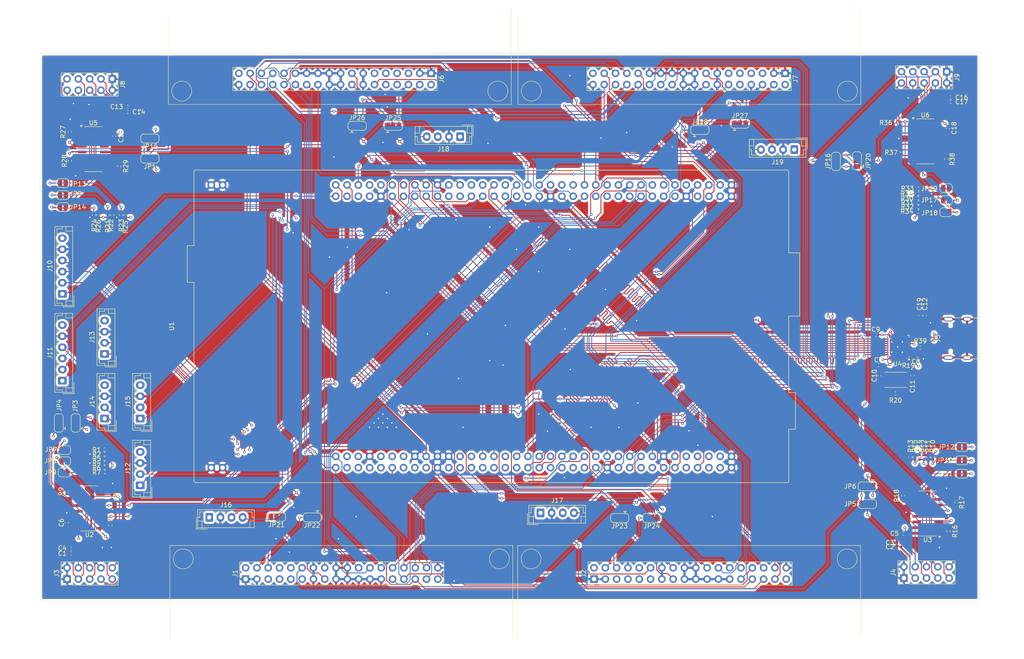
<source format=kicad_pcb>
(kicad_pcb (version 20240108) (generator "pcbnew") (generator_version "8.0")
  (layers (0 "F.Cu" signal) (1 "In1.Cu" signal) (2 "In2.Cu" signal) (31 "B.Cu" signal) (34 "B.Paste" user) (35 "F.Paste" user) (36 "B.SilkS" user "B.Silkscreen") (37 "F.SilkS" user "F.Silkscreen") (38 "B.Mask" user) (39 "F.Mask" user) (44 "Edge.Cuts" user))
  (net 0 "")
  (net 1 "GND")
  (net 3 "M2_PHB_H")
  (net 4 "Net-(J3-Pin_3)")
  (net 5 "Net-(J4-Pin_3)")
  (net 6 "Net-(J4-Pin_4)")
  (net 7 "Net-(J3-Pin_4)")
  (net 8 "ENC1_B")
  (net 10 "SPI_nCS_GPIO2")
  (net 11 "UART_5_RX")
  (net 14 "+3V3")
  (net 16 "nFAULT")
  (net 18 "UART_5_TX")
  (net 19 "Net-(C7-Pad2)")
  (net 20 "nSCS")
  (net 22 "Net-(U4-VDDA1.8)")
  (net 23 "Net-(U4-XO)")
  (net 27 "Net-(U4-XI)")
  (net 29 "Net-(J5-SHIELD)")
  (net 30 "Net-(J8-Pin_3)")
  (net 32 "ENC2_A")
  (net 34 "SPI1_MISO")
  (net 35 "M2_PHA_H")
  (net 36 "Net-(J8-Pin_4)")
  (net 39 "Net-(J9-Pin_3)")
  (net 40 "Net-(J9-Pin_4)")
  (net 44 "Net-(C19-Pad2)")
  (net 45 "M1_PHB_H")
  (net 48 "nFAULT_2")
  (net 49 "M1_IOUT_B")
  (net 50 "M2_PHC_H")
  (net 51 "nOCTW")
  (net 52 "M1_PHC_H")
  (net 54 "ENC1_A")
  (net 58 "VPDD_1")
  (net 59 "USART1_TX")
  (net 60 "ENC2_B")
  (net 65 "SPI1_SCK")
  (net 66 "SCLK")
  (net 68 "M1_SO-2")
  (net 69 "GEN_IO1")
  (net 71 "GEN_IO2")
  (net 73 "M2_CS_B")
  (net 74 "M2_CS_A")
  (net 76 "USART2_RX")
  (net 77 "SPI_nCS_GPIO1")
  (net 78 "M1_SO-1")
  (net 80 "M1_IOUT_A")
  (net 83 "M1_IOUT_C")
  (net 84 "DC_CAL")
  (net 86 "SPI2_MISO")
  (net 87 "VPDD_2")
  (net 90 "SPI2_MOSI")
  (net 91 "M2_IOUT_B")
  (net 92 "M1_CS_B")
  (net 93 "nOCTW_2")
  (net 94 "M2_IOUT_A")
  (net 95 "M2_IOUT_C")
  (net 97 "M2_SO-2")
  (net 98 "M2_SO-1")
  (net 101 "USART2_TX")
  (net 105 "EN-GATE")
  (net 106 "M1_PHA_H")
  (net 108 "ENC1_I -")
  (net 109 "ENC1_I +")
  (net 110 "ENC1_A +")
  (net 111 "ENC1_B -")
  (net 112 "ENC1_B +")
  (net 114 "SPI1_MOSI")
  (net 115 "ENC1_A -")
  (net 116 "ENC2_A -")
  (net 117 "ENC2_I +")
  (net 119 "ENC2_B +")
  (net 120 "SDI")
  (net 121 "ENC2_B -")
  (net 123 "ENC2_A +")
  (net 124 "ENC2_I -")
  (net 125 "/USB_HS_PHY/CC1")
  (net 126 "Net-(U4-DP)")
  (net 127 "Net-(U4-DM)")
  (net 129 "nSCS_2")
  (net 133 "SDO")
  (net 137 "EN-GATE_2")
  (net 139 "M1_CS_A")
  (net 141 "/USB_HS_PHY/CC2")
  (net 142 "M3_IOUT_C")
  (net 143 "M3_IOUT_A")
  (net 144 "nFAULT_3")
  (net 147 "VPDD_3")
  (net 149 "M3_IOUT_B")
  (net 150 "nSCS_3")
  (net 153 "M3_SO-2")
  (net 155 "M3_PHB_H")
  (net 156 "EN-GATE_3")
  (net 157 "M3_SO-1")
  (net 158 "M3_PHC_H")
  (net 160 "SPI2_SCK")
  (net 161 "M3_PHA_H")
  (net 163 "nOCTW_4")
  (net 165 "M4_SO-2")
  (net 167 "USART1_RX")
  (net 168 "M4_PHC_H")
  (net 169 "M4_PHB_H")
  (net 170 "M4_IOUT_C")
  (net 171 "M4_SO-1")
  (net 172 "M4_IOUT_B")
  (net 173 "nFAULT_4")
  (net 174 "nSCS_4")
  (net 175 "M4_PHA_H")
  (net 177 "EN-GATE_4")
  (net 179 "M4_IOUT_A")
  (net 180 "VPDD_4")
  (net 182 "ENC3_A +")
  (net 183 "ENC3_B +")
  (net 184 "ENC3_I +")
  (net 185 "ENC3_I -")
  (net 186 "ENC3_A -")
  (net 187 "ENC3_B -")
  (net 188 "ENC4_I +")
  (net 189 "ENC4_I -")
  (net 190 "ENC4_B -")
  (net 191 "ENC4_A +")
  (net 192 "ENC4_A -")
  (net 193 "ENC4_B +")
  (net 194 "+5V")
  (net 195 "Net-(JP2-B)")
  (net 196 "Net-(JP7-B)")
  (net 197 "Net-(JP8-B)")
  (net 198 "Net-(JP9-B)")
  (net 199 "Net-(JP10-B)")
  (net 200 "Net-(JP11-B)")
  (net 201 "Net-(JP12-B)")
  (net 202 "Net-(JP13-B)")
  (net 203 "Net-(JP14-B)")
  (net 204 "Net-(JP17-B)")
  (net 205 "Net-(JP18-B)")
  (net 206 "Net-(JP19-B)")
  (net 207 "M3_CS_A")
  (net 208 "M3_CS_B")
  (net 209 "M4_CS_A")
  (net 210 "M4_CS_B")
  (net 211 "ULPI_D7")
  (net 212 "ULPI_D6")
  (net 213 "ULPI_D5")
  (net 214 "ULPI_D4")
  (net 215 "ULPI_D3")
  (net 216 "ULPI_D2")
  (net 217 "ULPI_D1")
  (net 218 "ULPI_D0")
  (net 219 "ULPI_NXT")
  (net 220 "ULPI_DIR")
  (net 221 "ULPI_STP")
  (net 222 "ULPI_CK")
  (net 223 "/USB_HS_PHY/RESET")
  (net 224 "Net-(U4-RBIAS)")
  (net 225 "Net-(U4-VBUS)")
  (net 227 "nOCTW_3")
  (net 228 "ENC3_A")
  (net 229 "ENC4_A")
  (net 233 "ENC4_B")
  (net 234 "ENC3_B")
  (net 238 "ENC1_I")
  (net 239 "ENC2_I")
  (net 247 "ENC3_I")
  (net 252 "ENC4_I")
  (footprint "Resistor_SMD:R_0402_1005Metric" (layer "F.Cu") (at 99 159.39 -90)
    (property "Reference" "R9")
    (property "Value" "120" (hide yes))
  )
  (footprint "Package_SO:SOIC-16_3.9x9.9mm_P1.27mm" (layer "F.Cu") (at 291.8 80.76)
    (property "Reference" "U6")
    (property "Value" "AM26LV32xD")
  )
  (footprint "Package_SO:SOIC-16_3.9x9.9mm_P1.27mm" (layer "F.Cu") (at 292.375 164.335 180)
    (property "Reference" "U3")
    (property "Value" "AM26LV32xD")
  )
  (footprint "Connector_JST:JST_EH_B4B-EH-A_1x04_P2.50mm_Vertical" (layer "F.Cu") (at 107.5 143 90)
    (property "Reference" "J14")
    (property "Value" "Conn_01x04_Pin")
  )
  (footprint "Resistor_SMD:R_0402_1005Metric" (layer "F.Cu") (at 290.3 91.4 180)
    (property "Reference" "R33")
    (property "Value" "1k" (hide yes))
  )
  (footprint "Resistor_SMD:R_0402_1005Metric" (layer "F.Cu") (at 290.3 93.5)
    (property "Reference" "R30")
    (property "Value" "1k" (hide yes))
  )
  (footprint "Connector_PinHeader_2.54mm:PinHeader_2x05_P2.54mm_Vertical" (layer "F.Cu") (at 99.06 179.07 90)
    (property "Reference" "J3")
    (property "Value" "ENC_1")
  )
  (footprint "Capacitor_SMD:C_0402_1005Metric" (layer "F.Cu") (at 290.74 119.89 -90)
    (property "Reference" "C19")
    (property "Value" "3.3u" (hide yes))
  )
  (footprint "Jumper:SolderJumper-2_P1.3mm_Open_RoundedPad1.0x1.5mm" (layer "F.Cu") (at 98.125 95.525 180)
    (property "Reference" "JP14")
    (property "Value" "SolderJumper_2_Open" (hide yes))
  )
  (footprint "Resistor_SMD:R_0402_1005Metric" (layer "F.Cu") (at 297 168.345 90)
    (property "Reference" "R16")
    (property "Value" "120" (hide yes))
  )
  (footprint "Capacitor_SMD:C_0402_1005Metric" (layer "F.Cu") (at 281.3 131)
    (property "Reference" "C7")
    (property "Value" "4.7u" (hide yes))
  )
  (footprint "Connector_JST:JST_EH_B4B-EH-A_1x04_P2.50mm_Vertical" (layer "F.Cu") (at 115.5 143 90)
    (property "Reference" "J15")
    (property "Value" "Conn_01x04_Pin")
  )
  (footprint "Resistor_SMD:R_0402_1005Metric" (layer "F.Cu") (at 107.5 152 180)
    (property "Reference" "R5")
    (property "Value" "1k" (hide yes))
  )
  (footprint "Crystal:Crystal_SMD_Qantek_QC5CB-2Pin_5x3.2mm" (layer "F.Cu") (at 285.24 134.31)
    (property "Reference" "Y1" (hide yes))
    (property "Value" "Crystal" (hide yes))
  )
  (footprint "Capacitor_SMD:C_0402_1005Metric" (layer "F.Cu") (at 99 166.4 -90)
    (property "Reference" "C6")
    (property "Value" "0.1u" (hide yes))
  )
  (footprint "Jumper:SolderJumper-3_P1.3mm_Bridged12_RoundedPad1.0x1.5mm" (layer "F.Cu") (at 146.1 165.1 180)
    (property "Reference" "JP21")
    (property "Value" "SolderJumper_3_Bridged12" (hide yes))
  )
  (footprint "Resistor_SMD:R_0402_1005Metric" (layer "F.Cu") (at 286.875 160.345 -90)
    (property "Reference" "R18")
    (property "Value" "120" (hide yes))
  )
  (footprint "Capacitor_SMD:C_0402_1005Metric" (layer "F.Cu") (at 112.7 73 180)
    (property "Reference" "C13")
    (property "Value" "0.1u" (hide yes))
  )
  (footprint "Jumper:SolderJumper-2_P1.3mm_Open_RoundedPad1.0x1.5mm" (layer "F.Cu") (at 300.05 155.4)
    (property "Reference" "JP11")
    (property "Value" "SolderJumper_2_Open" (hide yes))
  )
  (footprint "Resistor_SMD:R_0402_1005Metric" (layer "F.Cu") (at 99.675 78.625 -90)
    (property "Reference" "R27")
    (property "Value" "120" (hide yes))
  )
  (footprint "Resistor_SMD:R_0402_1005Metric" (layer "F.Cu") (at 290.3 92.5)
    (property "Reference" "R35")
    (property "Value" "1k" (hide yes))
  )
  (footprint "Connector_PinHeader_2.54mm:PinHeader_2x18_P2.54mm_Vertical" (layer "F.Cu") (at 139.16 178.53 90)
    (property "Reference" "J1")
    (property "Value" "Conn_02x18_Odd_Even")
  )
  (footprint "Resistor_SMD:R_0402_1005Metric" (layer "F.Cu") (at 108.8 167 90)
    (property "Reference" "R3")
    (property "Value" "120" (hide yes))
  )
  (footprint "Capacitor_SMD:C_0402_1005Metric" (layer "F.Cu") (at 287.7 131.2 180)
    (property "Reference" "C8")
    (property "Value" "4.7u" (hide yes))
  )
  (footprint "Resistor_SMD:R_0402_1005Metric" (layer "F.Cu") (at 291.5 151.7 90)
    (property "Reference" "R12")
    (property "Value" "1k" (hide yes))
  )
  (footprint "Resistor_SMD:R_0402_1005Metric" (layer "F.Cu") (at 289.5 151.7 -90)
    (property "Reference" "R15")
    (property "Value" "1k" (hide yes))
  )
  (footprint "Jumper:SolderJumper-3_P1.3mm_Open_RoundedPad1.0x1.5mm" (layer "F.Cu") (at 278.8 162.2 180)
    (property "Reference" "JP5")
    (property "Value" "SolderJumper_3_Open" (hide yes))
  )
  (footprint "Resistor_SMD:R_0402_1005Metric" (layer "F.Cu") (at 107.5 154 180)
    (property "Reference" "R6")
    (property "Value" "1k" (hide yes))
  )
  (footprint "Module:ST_Morpho_Connector_144_STLink" (layer "F.Cu") (at 159.4 154.04 90)
    (property "Reference" "U1")
    (property "Value" "NUCLEO144-F746ZG")
  )
  (footprint "Connector_PinHeader_2.54mm:PinHeader_2x18_P2.54mm_Vertical" (layer "F.Cu") (at 260.35 65.46 -90)
    (property "Reference" "J7")
    (property "Value" "Conn_02x18_Odd_Even")
  )
  (footprint "Resistor_SMD:R_0402_1005Metric" (layer "F.Cu") (at 290.29 94.5 180)
    (property "Reference" "R31")
    (property "Value" "1k" (hide yes))
  )
  (footprint "Capacitor_SMD:C_0402_1005Metric" (layer "F.Cu") (at 109.675 79.605 90)
    (property "Reference" "C15")
    (property "Value" "0.1u" (hide yes))
  )
  (footprint "Capacitor_SMD:C_0402_1005Metric" (layer "F.Cu") (at 285.895 171.835)
    (property "Reference" "C2")
    (property "Value" "0.1u" (hide yes))
  )
  (footprint "Resistor_SMD:R_0402_1005Metric" (layer "F.Cu") (at 107.5 150 180)
    (property "Reference" "R1")
    (property "Value" "1k" (hide yes))
  )
  (footprint "Connector_USB:USB_C_Receptacle_G-Switch_GT-USB-7010ASV" (layer "F.Cu") (at 300.135 125 90)
    (property "Reference" "J5")
    (property "Value" "USB_C_Receptacle_USB2.0_16P")
  )
  (footprint "Jumper:SolderJumper-2_P1.3mm_Open_RoundedPad1.0x1.5mm" (layer "F.Cu") (at 296.505 96.665 180)
    (property "Reference" "JP18")
    (property "Value" "SolderJumper_2_Open" (hide yes))
  )
  (footprint "Jumper:SolderJumper-2_P1.3mm_Open_RoundedPad1.0x1.5mm" (layer "F.Cu") (at 98.125 90.125 180)
    (property "Reference" "JP13")
    (property "Value" "SolderJumper_2_Open" (hide yes))
  )
  (footprint "Package_SO:SOIC-16_3.9x9.9mm_P1.27mm" (layer "F.Cu") (at 104.95 82.5)
    (property "Reference" "U5")
    (property "Value" "AM26LV32xD")
  )
  (footprint "Resistor_SMD:R_0402_1005Metric" (layer "F.Cu") (at 110.775 86.335 90)
    (property "Reference" "R29")
    (property "Value" "120" (hide yes))
  )
  (footprint "Jumper:SolderJumper-3_P1.3mm_Open_RoundedPad1.0x1.5mm" (layer "F.Cu") (at 117.675 80.125 180)
    (property "Reference" "JP15")
    (property "Value" "SolderJumper_3_Open" (hide yes))
  )
  (footprint "Package_DFN_QFN:QFN-32-1EP_5x5mm_P0.5mm_EP3.45x3.45mm" (layer "F.Cu") (at 285.59 126.91 180)
    (property "Reference" "U4")
    (property "Value" "USB3300-EZK" (hide yes))
  )
  (footprint "Resistor_SMD:R_0402_1005Metric" (layer "F.Cu") (at 107.5 151 180)
    (property "Reference" "R2")
    (property "Value" "1k" (hide yes))
  )
  (footprint "Jumper:SolderJumper-3_P1.3mm_Open_RoundedPad1.0x1.5mm" (layer "F.Cu") (at 117.675 84.625 180)
    (property "Reference" "JP1")
    (property "Value" "SolderJumper_3_Open" (hide yes))
  )
  (footprint "Connector_PinHeader_2.54mm:PinHeader_2x18_P2.54mm_Vertical" (layer "F.Cu") (at 217.28 179.53 90)
    (property "Reference" "J2")
    (property "Value" "Conn_02x18_Odd_Even")
  )
  (footprint "Resistor_SMD:R_0402_1005Metric" (layer "F.Cu") (at 292.5 151.7 90)
    (property "Reference" "R11")
    (property "Value" "1k" (hide yes))
  )
  (footprint "Jumper:SolderJumper-2_P1.3mm_Open_RoundedPad1.0x1.5mm" (layer "F.Cu") (at 300.05 152.4)
    (property "Reference" "JP10")
    (property "Value" "SolderJumper_2_Open" (hide yes))
  )
  (footprint "Capacitor_SMD:C_0402_1005Metric" (layer "F.Cu") (at 112.695 74.125 180)
    (property "Reference" "C14")
    (property "Value" "0.1u" (hide yes))
  )
  (footprint "Jumper:SolderJumper-3_P1.3mm_Bridged12_RoundedPad1.0x1.5mm" (layer "F.Cu") (at 241.2 78.2)
    (property "Reference" "JP28")
    (property "Value" "SolderJumper_3_Bridged12" (hide yes))
  )
  (footprint "Resistor_SMD:R_0402_1005Metric" (layer "F.Cu") (at 105.1 97.3 -90)
    (property "Reference" "R24")
    (property "Value" "1k" (hide yes))
  )
  (footprint "Resistor_SMD:R_0402_1005Metric" (layer "F.Cu") (at 106.1 97.3 90)
    (property "Reference" "R26")
    (property "Value" "1k" (hide yes))
  )
  (footprint "Resistor_SMD:R_0402_1005Metric" (layer "F.Cu") (at 293.5 151.7 -90)
    (property "Reference" "R10")
    (property "Value" "1k" (hide yes))
  )
  (footprint "Jumper:SolderJumper-2_P1.3mm_Open_RoundedPad1.0x1.5mm" (layer "F.Cu") (at 98.125 92.825 180)
    (property "Reference" "JP2")
    (property "Value" "SolderJumper_2_Open" (hide yes))
  )
  (footprint "Resistor_SMD:R_0402_1005Metric" (layer "F.Cu") (at 298.875 161.845 -90)
    (property "Reference" "R17")
    (property "Value" "120" (hide yes))
  )
  (footprint "Capacitor_SMD:C_0402_1005Metric" (layer "F.Cu") (at 296.9 77.88 90)
    (property "Reference" "C18")
    (property "Value" "0.1u" (hide yes))
  )
  (footprint "Connector_PinHeader_2.54mm:PinHeader_2x18_P2.54mm_Vertical" (layer "F.Cu") (at 180.82 65.46 -90)
    (property "Reference" "J6")
    (property "Value" "Conn_02x18_Odd_Even")
  )
  (footprint "Capacitor_SMD:C_0402_1005Metric" (layer "F.Cu") (at 100 173.3)
    (property "Reference" "C1")
    (property "Value" "0.1u" (hide yes))
  )
  (footprint "Resistor_SMD:R_0402_1005Metric" (layer "F.Cu") (at 288.5 151.7 90)
    (property "Reference" "R13")
    (property "Value" "1k" (hide yes))
  )
  (footprint "Resistor_SMD:R_0402_1005Metric" (layer "F.Cu") (at 111.2 97.3 -90)
    (property "Reference" "R23")
    (property "Value" "1k" (hide yes))
  )
  (footprint "Connector_PinHeader_2.54mm:PinHeader_2x05_P2.54mm_Vertical" (layer "F.Cu") (at 287.02 178.84 90)
    (property "Reference" "J4")
    (property "Value" "ENC_2")
  )
  (footprint "Resistor_SMD:R_0402_1005Metric" (layer "F.Cu") (at 108.2 97.3 90)
    (property "Reference" "R21")
    (property "Value" "1k" (hide yes))
  )
  (footprint "Jumper:SolderJumper-3_P1.3mm_Bridged12_RoundedPad1.0x1.5mm" (layer "F.Cu") (at 154.1 165.2 180)
    (property "Reference" "JP22")
    (property "Value" "SolderJumper_3_Bridged12" (hide yes))
  )
  (footprint "Capacitor_SMD:C_0402_1005Metric" (layer "F.Cu") (at 286.895 168.835)
    (property "Reference" "C5")
    (property "Value" "0.1u" (hide yes))
  )
  (footprint "Capacitor_SMD:C_0402_1005Metric" (layer "F.Cu") (at 99.98 172.3)
    (property "Reference" "C4")
    (property "Value" "0.1u" (hide yes))
  )
  (footprint "Jumper:SolderJumper-3_P1.3mm_Bridged12_RoundedPad1.0x1.5mm" (layer "F.Cu") (at 250.2 76.8)
    (property "Reference" "JP27")
    (property "Value" "SolderJumper_3_Bridged12" (hide yes))
  )
  (footprint "Capacitor_SMD:C_0402_1005Metric" (layer "F.Cu") (at 297.5 71.9 180)
    (property "Reference" "C17")
    (property "Value" "0.1u" (hide yes))
  )
  (footprint "Connector_JST:JST_EH_B4B-EH-A_1x04_P2.50mm_Vertical" (layer "F.Cu") (at 131 165.2)
    (property "Reference" "J16")
    (property "Value" "Conn_01x02_Pin")
  )
  (footprint "Capacitor_SMD:C_0402_1005Metric" (layer "F.Cu") (at 291.74 119.89 90)
    (property "Reference" "C12")
    (property "Value" "0.1u" (hide yes))
  )
  (footprint "Connector_PinHeader_2.54mm:PinHeader_2x05_P2.54mm_Vertical" (layer "F.Cu") (at 296.64 65.1 -90)
    (property "Reference" "J9")
    (property "Value" "ENC_4")
  )
  (footprint "Jumper:SolderJumper-3_P1.3mm_Bridged12_RoundedPad1.0x1.5mm" (layer "F.Cu") (at 230.4 165.36 180)
    (property "Reference" "JP24")
    (property "Value" "SolderJumper_3_Bridged12" (hide yes))
  )
  (footprint "Resistor_SMD:R_0402_1005Metric" (layer "F.Cu") (at 109.1 160.6 -90)
    (property "Reference" "R8")
    (property "Value" "120" (hide yes))
  )
  (footprint "Jumper:SolderJumper-2_P1.3mm_Open_RoundedPad1.0x1.5mm" (layer "F.Cu") (at 296.505 91.265 180)
    (property "Reference" "JP19")
    (property "Value" "SolderJumper_2_Open" (hide yes))
  )
  (footprint "Connector_JST:JST_EH_B4B-EH-A_1x04_P2.50mm_Vertical" (layer "F.Cu") (at 107.5 128.5 90)
    (property "Reference" "J13")
    (property "Value" "Conn_01x04_Pin")
  )
  (footprint "Resistor_SMD:R_0402_1005Metric" (layer "F.Cu") (at 290.1 129.6)
    (property "Reference" "R19")
    (property "Value" "12k" (hide yes))
  )
  (footprint "Capacitor_SMD:C_0402_1005Metric" (layer "F.Cu") (at 280.7 124.2 180)
    (property "Reference" "C9")
    (property "Value" "0.1u" (hide yes))
  )
  (footprint "Resistor_SMD:R_0402_1005Metric" (layer "F.Cu") (at 290.29 96.5)
    (property "Reference" "R34")
    (property "Value" "1k" (hide yes))
  )
  (footprint "Resistor_SMD:R_0402_1005Metric" (layer "F.Cu") (at 285.14 137.41)
    (property "Reference" "R20")
    (property "Value" "1M" (hide yes))
  )
  (footprint "Resistor_SMD:R_0402_1005Metric" (layer "F.Cu") (at 290.5 151.7 -90)
    (property "Reference" "R14")
    (property "Value" "1k" (hide yes))
  )
  (footprint "Connector_JST:JST_EH_B6B-EH-A_1x06_P2.50mm_Vertical" (layer "F.Cu") (at 98 115 90)
    (property "Reference" "J10")
    (property "Value" "Conn_01x06_Pin")
  )
  (footprint "Connector_JST:JST_EH_B4B-EH-A_1x04_P2.50mm_Vertical" (layer "F.Cu") (at 205.4 164.2)
    (property "Reference" "J17")
    (property "Value" "Conn_01x02_Pin")
  )
  (footprint "Jumper:SolderJumper-2_P1.3mm_Open_RoundedPad1.0x1.5mm" (layer "F.Cu") (at 98.45 150.1)
    (property "Reference" "JP7")
    (property "Value" "SolderJumper_2_Open" (hide yes))
  )
  (footprint "Jumper:SolderJumper-3_P1.3mm_Open_RoundedPad1.0x1.5mm" (layer "F.Cu") (at 276.475 85.125 90)
    (property "Reference" "JP20")
    (property "Value" "SolderJumper_3_Open" (hide yes))
  )
  (footprint "Jumper:SolderJumper-3_P1.3mm_Bridged12_RoundedPad1.0x1.5mm" (layer "F.Cu") (at 223.18 165.36 180)
    (property "Reference" "JP23")
    (property "Value" "SolderJumper_3_Bridged12" (hide yes))
  )
  (footprint "Jumper:SolderJumper-3_P1.3mm_Bridged12_RoundedPad1.0x1.5mm" (layer "F.Cu") (at 172.3 77.26)
    (property "Reference" "JP25")
    (property "Value" "SolderJumper_3_Bridged12" (hide yes))
  )
  (footprint "Jumper:SolderJumper-3_P1.3mm_Open_RoundedPad1.0x1.5mm" (layer "F.Cu") (at 97.2 144 90)
    (property "Reference" "JP4")
    (property "Value" "SolderJumper_3_Open" (hide yes))
  )
  (footprint "Jumper:SolderJumper-2_P1.3mm_Open_RoundedPad1.0x1.5mm" (layer "F.Cu") (at 296.505 93.965 180)
    (property "Reference" "JP17")
    (property "Value" "SolderJumper_2_Open" (hide yes))
  )
  (footprint "Resistor_SMD:R_0402_1005Metric" (layer "F.Cu") (at 296.6 84.67 90)
    (property "Reference" "R38")
    (property "Value" "120" (hide yes))
  )
  (footprint "Jumper:SolderJumper-3_P1.3mm_Open_RoundedPad1.0x1.5mm" (layer "F.Cu") (at 271.755 85.265 90)
    (property "Reference" "JP16")
    (property "Value" "SolderJumper_3_Open" (hide yes))
  )
  (footprint "Jumper:SolderJumper-3_P1.3mm_Open_RoundedPad1.0x1.5mm" (layer "F.Cu") (at 278.8 158.235 180)
    (property "Reference" "JP6")
    (property "Value" "SolderJumper_3_Open" (hide yes))
  )
  (footprint "Resistor_SMD:R_0402_1005Metric" (layer "F.Cu") (at 107.5 153 180)
    (property "Reference" "R4")
    (property "Value" "1k" (hide yes))
  )
  (footprint "Package_SO:SOIC-16_3.9x9.9mm_P1.27mm" (layer "F.Cu") (at 104.075 163.195 180)
    (property "Reference" "U2")
    (property "Value" "AM26LV32xD")
  )
  (footprint "Resistor_SMD:R_0402_1005Metric" (layer "F.Cu") (at 290.29 95.5 180)
    (property "Reference" "R32")
    (property "Value" "1k" (hide yes))
  )
  (footprint "Connector_PinHeader_2.54mm:PinHeader_2x05_P2.54mm_Vertical" (layer "F.Cu") (at 109.22 66.725 -90)
    (property "Reference" "J8")
    (property "Value" "ENC_3")
  )
  (footprint "Capacitor_SMD:C_0402_1005Metric" (layer "F.Cu") (at 297.5 70.9 180)
    (property "Reference" "C16")
    (property "Value" "0.1u" (hide yes))
  )
  (footprint "Connector_JST:JST_EH_B4B-EH-A_1x04_P2.50mm_Vertical" (layer "F.Cu") (at 262.4 82.6 180)
    (property "Reference" "J19")
    (property "Value" "Conn_01x02_Pin")
  )
  (footprint "Jumper:SolderJumper-3_P1.3mm_Open_RoundedPad1.0x1.5mm" (layer "F.Cu") (at 101 144 90)
    (property "Reference" "JP3")
    (property "Value" "SolderJumper_3_Open" (hide yes))
  )
  (footprint "Jumper:SolderJumper-2_P1.3mm_Open_RoundedPad1.0x1.5mm" (layer "F.Cu") (at 98.45 155.1)
    (property "Reference" "JP9")
    (property "Value" "SolderJumper_2_Open" (hide yes))
  )
  (footprint "Resistor_SMD:R_0402_1005Metric" (layer "F.Cu") (at 112.2 97.3 90)
    (property "Reference" "R25")
    (property "Value" "1k" (hide yes))
  )
  (footprint "Capacitor_SMD:C_0402_1005Metric" (layer "F.Cu") (at 288.94 133.31 90)
    (property "Reference" "C11")
    (property "Value" "18p" (hide yes))
  )
  (footprint "Resistor_SMD:R_0402_1005Metric" (layer "F.Cu") (at 286.555 83.165 90)
    (property "Reference" "R37")
    (property "Value" "120" (hide yes))
  )
  (footprint "Resistor_SMD:R_0402_1005Metric" (layer "F.Cu") (at 99.675 85.135 90)
    (property "Reference" "R28")
    (property "Value" "120" (hide yes))
  )
  (footprint "Capacitor_SMD:C_0402_1005Metric" (layer "F.Cu") (at 281.54 133.39 90)
    (property "Reference" "C10")
    (property "Value" "18p" (hide yes))
  )
  (footprint "Connector_JST:JST_EH_B4B-EH-A_1x04_P2.50mm_Vertical" (layer "F.Cu") (at 115.5 158 90)
    (property "Reference" "J12")
    (property "Value" "Conn_01x04_Pin")
  )
  (footprint "Resistor_SMD:R_0402_1005Metric" (layer "F.Cu") (at 107.5 154.99 180)
    (property "Reference" "R7")
    (property "Value" "1k" (hide yes))
  )
  (footprint "Jumper:SolderJumper-3_P1.3mm_Bridged12_RoundedPad1.0x1.5mm" (layer "F.Cu") (at 164.22 77.26)
    (property "Reference" "JP26")
    (property "Value" "SolderJumper_3_Bridged12" (hide yes))
  )
  (footprint "Resistor_SMD:R_0402_1005Metric" (layer "F.Cu") (at 109.2 97.3 -90)
    (property "Reference" "R22")
    (property "Value" "1k" (hide yes))
  )
  (footprint "Capacitor_SMD:C_0402_1005Metric" (layer "F.Cu") (at 285.895 170.9)
    (property "Reference" "C3")
    (property "Value" "0.1u" (hide yes))
  )
  (footprint "Connector_JST:JST_EH_B6B-EH-A_1x06_P2.50mm_Vertical" (layer "F.Cu") (at 98 134.5 90)
    (property "Reference" "J11")
    (property "Value" "Conn_01x06_Pin")
  )
  (footprint "Jumper:SolderJumper-2_P1.3mm_Open_RoundedPad1.0x1.5mm" (layer "F.Cu") (at 300.05 149.4)
    (property "Reference" "JP12")
    (property "Value" "SolderJumper_2_Open" (hide yes))
  )
  (footprint "Resistor_SMD:R_0402_1005Metric" (layer "F.Cu") (at 290.7 127.1 180)
    (property "Reference" "R39")
    (property "Value" "10k" (hide yes))
  )
  (footprint "Jumper:SolderJumper-2_P1.3mm_Open_RoundedPad1.0x1.5mm" (layer "F.Cu") (at 98.45 152.6)
    (property "Reference" "JP8")
    (property "Value" "SolderJumper_2_Open" (hide yes))
  )
  (footprint "Connector_JST:JST_EH_B4B-EH-A_1x04_P2.50mm_Vertical" (layer "F.Cu") (at 187.35 79.7 180)
    (property "Reference" "J18")
    (property "Value" "Conn_01x02_Pin")
  )
  (footprint "Resistor_SMD:R_0402_1005Metric" (layer "F.Cu") (at 286.055 76.855 -90)
    (property "Reference" "R36")
    (property "Value" "120" (hide yes))
  )
  (gr_rect (start 93 61) (end 304 184) (stroke (width 0.05)) (fill none) (layer "Edge.Cuts"))
  (segment (start 99.06 176.53) (end 99.06 173.76) (width 0.2) (layer "F.Cu") (net 1))
  (segment (start 106.99 153) (end 104.199996 153) (width 0.2) (layer "F.Cu") (net 1))
  (segment (start 297.98 71.9) (end 297.98 70.9) (width 0.2) (layer "F.Cu") (net 1))
  (segment (start 289.325 80.125) (end 285.875 80.125) (width 0.2) (layer "F.Cu") (net 1))
  (segment (start 288.88 131.9) (end 288.8 131.9) (width 0.2) (layer "F.Cu") (net 1))
  (segment (start 100.135 81.865) (end 99.5 82.5) (width 0.2) (layer "F.Cu") (net 1))
  (segment (start 295.249999 81.395) (end 296.9 79.744999) (width 0.2) (layer "F.Cu") (net 1))
  (segment (start 280.83 132.2) (end 280.8 132.2) (width 0.2) (layer "F.Cu") (net 1))
  (segment (start 99 164.185001) (end 100.625001 162.56) (width 0.2) (layer "F.Cu") (net 1))
  (segment (start 110.21 97.81) (end 110.2 97.8) (width 0.2) (layer "F.Cu") (net 1))
  (segment (start 106.99 153) (end 106.99 154) (width 0.2) (layer "F.Cu") (net 1))
  (segment (start 287.900006 163.7) (end 287.505028 164.094978) (width 0.2) (layer "F.Cu") (net 1))
  (segment (start 288.0275 128.16) (end 289.96 128.16) (width 0.2) (layer "F.Cu") (net 1))
  (segment (start 288.0275 128.66) (end 289.46 128.66) (width 0.2) (layer "F.Cu") (net 1))
  (segment (start 294.275 81.395) (end 295.249999 81.395) (width 0.2) (layer "F.Cu") (net 1))
  (segment (start 102.475 81.865) (end 100.135 81.865) (width 0.2) (layer "F.Cu") (net 1))
  (segment (start 108.87 163.83) (end 109.3 163.4) (width 0.2) (layer "F.Cu") (net 1))
  (segment (start 285.875 80.125) (end 285.874986 80.125014) (width 0.2) (layer "F.Cu") (net 1))
  (segment (start 113.18 74.12) (end 113.175 74.125) (width 0.2) (layer "F.Cu") (net 1))
  (segment (start 280.8 132.2) (end 280.8 132.17) (width 0.2) (layer "F.Cu") (net 1))
  (segment (start 294.85 164.97) (end 296.93 164.97) (width 0.2) (layer "F.Cu") (net 1))
  (segment (start 106.55 163.83) (end 108.87 163.83) (width 0.2) (layer "F.Cu") (net 1))
  (segment (start 292.8 128.2) (end 291.4 129.6) (width 0.2) (layer "F.Cu") (net 1))
  (segment (start 297.98 70.9) (end 297.98 68.98) (width 0.2) (layer "F.Cu") (net 1))
  (segment (start 280.82 131) (end 280.82 132.19) (width 0.2) (layer "F.Cu") (net 1))
  (segment (start 105.1 97.81) (end 104.21 97.81) (width 0.2) (layer "F.Cu") (net 1))
  (segment (start 113.18 73.6) (end 115.4 73.6) (width 0.2) (layer "F.Cu") (net 1))
  (segment (start 99 164.2) (end 99 164.185001) (width 0.2) (layer "F.Cu") (net 1))
  (segment (start 113.18 73.6) (end 113.18 74.12) (width 0.2) (layer "F.Cu") (net 1))
  (segment (start 296.04 158.7) (end 296.6 158.7) (width 0.2) (layer "F.Cu") (net 1))
  (segment (start 104.21 97.81) (end 104.2 97.8) (width 0.2) (layer "F.Cu") (net 1))
  (segment (start 294.85 159.89) (end 296.04 158.7) (width 0.2) (layer "F.Cu") (net 1))
  (segment (start 113.18 73) (end 113.18 73.6) (width 0.2) (layer "F.Cu") (net 1))
  (segment (start 99.06 173.76) (end 99.52 173.3) (width 0.2) (layer "F.Cu") (net 1))
  (segment (start 288.94 131.96) (end 288.88 131.9) (width 0.2) (layer "F.Cu") (net 1))
  (segment (start 290.61 129.6) (end 291.4 129.6) (width 0.2) (layer "F.Cu") (net 1))
  (segment (start 296.41 121.8) (end 293.3 121.8) (width 0.2) (layer "F.Cu") (net 1))
  (segment (start 296.9 79.744999) (end 296.9 78.36) (width 0.2) (layer "F.Cu") (net 1))
  (segment (start 289.9 163.7) (end 287.900006 163.7) (width 0.2) (layer "F.Cu") (net 1))
  (segment (start 100.625001 162.56) (end 101.6 162.56) (width 0.2) (layer "F.Cu") (net 1))
  (segment (start 297.98 68.98) (end 296.64 67.64) (width 0.2) (layer "F.Cu") (net 1))
  (segment (start 288.8 131.9) (end 288.8 131.82) (width 0.2) (layer "F.Cu") (net 1))
  (segment (start 99 165.92) (end 99 164.2) (width 0.2) (layer "F.Cu") (net 1))
  (segment (start 108.15 158.75) (end 109.3 157.6) (width 0.2) (layer "F.Cu") (net 1))
  (segment (start 280.82 132.19) (end 280.83 132.2) (width 0.2) (layer "F.Cu") (net 1))
  (segment (start 110.19 97.81) (end 109.2 97.81) (width 0.2) (layer "F.Cu") (net 1))
  (segment (start 293.3 121.8) (end 293 121.5) (width 0.2) (layer "F.Cu") (net 1))
  (segment (start 296.93 164.97) (end 297 164.9) (width 0.2) (layer "F.Cu") (net 1))
  (segment (start 289.46 128.66) (end 289.96 128.16) (width 0.2) (layer "F.Cu") (net 1))
  (segment (start 292.5 151.19) (end 291.5 151.19) (width 0.2) (layer "F.Cu") (net 1))
  (segment (start 106.55 158.75) (end 108.15 158.75) (width 0.2) (layer "F.Cu") (net 1))
  (segment (start 289.78 94.5) (end 289.78 95.5) (width 0.2) (layer "F.Cu") (net 1))
  (segment (start 110.2 97.8) (end 110.19 97.81) (width 0.2) (layer "F.Cu") (net 1))
  (segment (start 99.52 172.32) (end 99.5 172.3) (width 0.2) (layer "F.Cu") (net 1))
  (segment (start 99.52 173.3) (end 99.52 172.32) (width 0.2) (layer "F.Cu") (net 1))
  (segment (start 288.94 132.83) (end 288.94 131.96) (width 0.2) (layer "F.Cu") (net 1))
  (segment (start 280.8 132.17) (end 281.54 132.91) (width 0.2) (layer "F.Cu") (net 1))
  (segment (start 111.2 97.81) (end 110.21 97.81) (width 0.2) (layer "F.Cu") (net 1))
  (segment (start 296.41 128.2) (end 292.8 128.2) (width 0.2) (layer "F.Cu") (net 1))
  (segment (start 291.53 129.73) (end 291.4 129.6) (width 0.2) (layer "F.Cu") (net 1))
  (segment (start 280.22 124.2) (end 278.3 124.2) (width 0.2) (layer "F.Cu") (net 1))
  (segment (start 115.4 73.6) (end 115.5 73.7) (width 0.2) (layer "F.Cu") (net 1))
  (segment (start 288.8 131.82) (end 288.18 131.2) (width 0.2) (layer "F.Cu") (net 1))
  (via (at 197.5 122.1) (size 0.6) (drill 0.3) (layers "F.Cu" "B.Cu") (net 1))
  (via (at 149.85 101.290689) (size 0.6) (drill 0.3) (layers "F.Cu" "B.Cu") (net 1))
  (via (at 193.6 81.2) (size 0.6) (drill 0.3) (layers "F.Cu" "B.Cu") (net 1))
  (via (at 205 142) (size 0.6) (drill 0.3) (layers "F.Cu" "B.Cu") (net 1))
  (via (at 146 170) (size 0.6) (drill 0.3) (layers "F.Cu" "B.Cu") (net 1))
  (via (at 200 105) (size 0.6) (drill 0.3) (layers "F.Cu" "B.Cu") (net 1))
  (via (at 220 114) (size 0.6) (drill 0.3) (layers "F.Cu" "B.Cu") (net 1))
  (via (at 104.2 97.8) (size 0.6) (drill 0.3) (layers "F.Cu" "B.Cu") (net 1))
  (via (at 238.75 145.75) (size 0.6) (drill 0.3) (layers "F.Cu" "B.Cu") (net 1))
  (via (at 212 105) (size 0.6) (drill 0.3) (layers "F.Cu" "B.Cu") (net 1))
  (via (at 212 66) (size 0.6) (drill 0.3) (layers "F.Cu" "B.Cu") (net 1))
  (via (at 99.75 75.75) (size 0.6) (drill 0.3) (layers "F.Cu" "B.Cu") (net 1))
  (via (at 222 72) (size 0.6) (drill 0.3) (layers "F.Cu" "B.Cu") (net 1))
  (via (at 227.25 139.5) (size 0.6) (drill 0.3) (layers "F.Cu" "B.Cu") (net 1))
  (via (at 285.874986 80.125014) (size 0.6) (drill 0.3) (layers "F.Cu" "B.Cu") (net 1))
  (via (at 158 106.75) (size 0.6) (drill 0.3) (layers "F.Cu" "B.Cu") (net 1))
  (via (at 287.505028 164.094978) (size 0.6) (drill 0.3) (layers "F.Cu" "B.Cu") (net 1))
  (via (at 186.4 98.4) (size 0.6) (drill 0.3) (layers "F.Cu" "B.Cu") (net 1))
  (via (at 180 124) (size 0.6) (drill 0.3) (layers "F.Cu" "B.Cu") (net 1))
  (via (at 226.244982 162.275) (size 0.6) (drill 0.3) (layers "F.Cu" "B.Cu") (net 1))
  (via (at 288 71) (size 0.6) (drill 0.3) (layers "F.Cu" "B.Cu") (net 1))
  (via (at 227 121) (size 0.6) (drill 0.3) (layers "F.Cu" "B.Cu") (net 1))
  (via (at 292.25 160) (size 0.6) (drill 0.3) (layers "F.Cu" "B.Cu") (net 1))
  (via (at 235 82) (size 0.6) (drill 0.3) (layers "F.Cu" "B.Cu") (net 1))
  (via (at 210.75 156.25) (size 0.6) (drill 0.3) (layers "F.Cu" "B.Cu") (net 1))
  (via (at 150 163) (size 0.6) (drill 0.3) (layers "F.Cu" "B.Cu") (net 1))
  (via (at 293 121.5) (size 0.6) (drill 0.3) (layers "F.Cu" "B.Cu") (net 1))
  (via (at 293.25 92.5) (size 0.6) (drill 0.3) (layers "F.Cu" "B.Cu") (net 1))
  (via (at 295 172) (size 0.6) (drill 0.3) (layers "F.Cu" "B.Cu") (net 1))
  (via (at 99 164.2) (size 0.6) (drill 0.3) (layers "F.Cu" "B.Cu") (net 1))
  (via (at 109 172) (size 0.6) (drill 0.3) (layers "F.Cu" "B.Cu") (net 1))
  (via (at 216.75 145) (size 0.6) (drill 0.3) (layers "F.Cu" "B.Cu") (net 1))
  (via (at 175.9 100.6) (size 0.6) (drill 0.3) (layers "F.Cu" "B.Cu") (net 1))
  (via (at 164 165) (size 0.6) (drill 0.3) (layers "F.Cu" "B.Cu") (net 1))
  (via (at 280.8 132.2) (size 0.6) (drill 0.3) (layers "F.Cu" "B.Cu") (net 1))
  (via (at 284.3 125.8) (size 0.6) (drill 0.3) (layers "F.Cu" "B.Cu") (net 1))
  (via (at 197 131) (size 0.6) (drill 0.3) (layers "F.Cu" "B.Cu") (net 1))
  (via (at 246 77.25) (size 0.6) (drill 0.3) (layers "F.Cu" "B.Cu") (net 1))
  (via (at 194 130) (size 0.6) (drill 0.3) (layers "F.Cu" "B.Cu") (net 1))
  (via (at 286.7 125.8) (size 0.6) (drill 0.3) (layers "F.Cu" "B.Cu") (net 1))
  (via (at 205 100) (size 0.6) (drill 0.3) (layers "F.Cu" "B.Cu") (net 1))
  (via (at 240.75 149) (size 0.6) (drill 0.3) (layers "F.Cu" "B.Cu") (net 1))
  (via (at 212.102417 131.989308) (size 0.6) (drill 0.3) (layers "F.Cu" "B.Cu") (net 1))
  (via (at 101 88.5) (size 0.6) (drill 0.3) (layers "F.Cu" "B.Cu") (net 1))
  (via (at 205 110) (size 0.6) (drill 0.3) (layers "F.Cu" "B.Cu") (net 1))
  (via (at 110.2 97.8) (size 0.6) (drill 0.3) (layers "F.Cu" "B.Cu") (net 1))
  (via (at 149 173) (size 0.6) (drill 0.3) (layers "F.Cu" "B.Cu") (net 1))
  (via (at 244 165) (size 0.6) (drill 0.3) (layers "F.Cu" "B.Cu") (net 1))
  (via (at 160 170) (size 0.6) (drill 0.3) (layers "F.Cu" "B.Cu") (net 1))
  (via (at 162 104.5) (size 0.6) (drill 0.3) (layers "F.Cu" "B.Cu") (net 1))
  (via (at 104 72.5) (size 0.6) (drill 0.3) (layers "F.Cu" "B.Cu") (net 1))
  (via (at 170.5 70.2) (size 0.6) (drill 0.3) (layers "F.Cu" "B.Cu") (net 1))
  (via (at 278.3 124.2) (size 0.6) (drill 0.3) (layers "F.Cu" "B.Cu") (net 1))
  (via (at 109.3 157.6) (size 0.6) (drill 0.3) (layers "F.Cu" "B.Cu") (net 1))
  (via (at 109.3 163.4) (size 0.6) (drill 0.3) (layers "F.Cu" "B.Cu") (net 1))
  (via (at 104.2 151) (size 0.6) (drill 0.3) (layers "F.Cu" "B.Cu") (net 1))
  (via (at 188 145) (size 0.6) (drill 0.3) (layers "F.Cu" "B.Cu") (net 1))
  (via (at 296.6 158.7) (size 0.6) (drill 0.3) (layers "F.Cu" "B.Cu") (net 1))
  (via (at 286.7 128.1) (size 0.6) (drill 0.3) (layers "F.Cu" "B.Cu") (net 1))
  (via (at 297 164.9) (size 0.6) (drill 0.3) (layers "F.Cu" "B.Cu") (net 1))
  (via (at 187 134) (size 0.6) (drill 0.3) (layers "F.Cu" "B.Cu") (net 1))
  (via (at 194 100) (size 0.6) (drill 0.3) (layers "F.Cu" "B.Cu") (net 1))
  (via (at 171 73) (size 0.6) (drill 0.3) (layers "F.Cu" "B.Cu") (net 1))
  (via (at 104.199996 153) (size 0.6) (drill 0.3) (layers "F.Cu" "B.Cu") (net 1))
  (via (at 107 172) (size 0.6) (drill 0.3) (layers "F.Cu" "B.Cu") (net 1))
  (via (at 288.8 131.9) (size 0.6) (drill 0.3) (layers "F.Cu" "B.Cu") (net 1))
  (via (at 170 81) (size 0.6) (drill 0.3) (layers "F.Cu" "B.Cu") (net 1))
  (via (at 284.3 128.1) (size 0.6) (drill 0.3) (layers "F.Cu" "B.Cu") (net 1))
  (via (at 291.4 129.6) (size 0.6) (drill 0.3) (layers "F.Cu" "B.Cu") (net 1))
  (via (at 186 179.5) (size 0.6) (drill 0.3) (layers "F.Cu" "B.Cu") (net 1))
  (via (at 223 145) (size 0.6) (drill 0.3) (layers "F.Cu" "B.Cu") (net 1))
  (via (at 224.75 78.75) (size 0.6) (drill 0.3) (layers "F.Cu" "B.Cu") (net 1))
  (via (at 100.5 72.25) (size 0.6) (drill 0.3) (layers "F.Cu" "B.Cu") (net 1))
  (via (at 210.9 122.9) (size 0.6) (drill 0.3) (layers "F.Cu" "B.Cu") (net 1))
  (via (at 285.6 126.9) (size 0.6) (drill 0.3) (layers "F.Cu" "B.Cu") (net 1))
  (via (at 115.5 73.7) (size 0.6) (drill 0.3) (layers "F.Cu" "B.Cu") (net 1))
  (via (at 170.837697 114.746126) (size 0.6) (drill 0.3) (layers "F.Cu" "B.Cu") (net 1))
  (via (at 219 80) (size 0.6) (drill 0.3) (layers "F.Cu" "B.Cu") (net 1))
  (via (at 99.5 82.5) (size 0.6) (drill 0.3) (layers "F.Cu" "B.Cu") (net 1))
  (via (at 159 84.25) (size 0.6) (drill 0.3) (layers "F.Cu" "B.Cu") (net 1))
  (via (at 207 145.85) (size 0.6) (drill 0.3) (layers "F.Cu" "B.Cu") (net 1))
  (via (at 293.25 95.25) (size 0.6) (drill 0.3) (layers "F.Cu" "B.Cu") (net 1))
  (via (at 202 95) (size 0.6) (drill 0.3) (layers "F.Cu" "B.Cu") (net 1))
  (segment (start 218.09038 121.79038) (end 211.247582 121.79038) (width 0.2) (layer "F.Cu") (net 3))
  (segment (start 211.247582 121.79038) (end 184.672346 95.215144) (width 0.2) (layer "F.Cu") (net 3))
  (segment (start 184.672346 95.215144) (end 184.672346 95.05) (width 0.2) (layer "F.Cu") (net 3))
  (via (at 184.672346 95.05) (size 0.6) (drill 0.3) (layers "F.Cu" "B.Cu") (net 3))
  (via (at 218.09038 121.79038) (size 0.6) (drill 0.3) (layers "F.Cu" "B.Cu") (net 3))
  (segment (start 249.29 176.766346) (end 249.29 176.053654) (width 0.2) (layer "B.Cu") (net 3))
  (segment (start 251.2 152.773654) (end 229.126346 130.7) (width 0.2) (layer "B.Cu") (net 3))
  (segment (start 215.9 127.465686) (end 215.9 123.98076) (width 0.2) (layer "B.Cu") (net 3))
  (segment (start 245.36 176.53) (end 246.51 177.68) (width 0.2) (layer "B.Cu") (net 3))
  (segment (start 248.376346 177.68) (end 249.29 176.766346) (width 0.2) (layer "B.Cu") (net 3))
  (segment (start 184.23 95.05) (end 184.672346 95.05) (width 0.2) (layer "B.Cu") (net 3))
  (segment (start 215.9 123.98076) (end 218.09038 121.79038) (width 0.2) (layer "B.Cu") (net 3))
  (segment (start 219.134314 130.7) (end 215.9 127.465686) (width 0.2) (layer "B.Cu") (net 3))
  (segment (start 182.26 93.08) (end 184.23 95.05) (width 0.2) (layer "B.Cu") (net 3))
  (segment (start 246.51 177.68) (end 248.376346 177.68) (width 0.2) (layer "B.Cu") (net 3))
  (segment (start 251.2 174.143654) (end 251.2 152.773654) (width 0.2) (layer "B.Cu") (net 3))
  (segment (start 249.29 176.053654) (end 251.2 174.143654) (width 0.2) (layer "B.Cu") (net 3))
  (segment (start 229.126346 130.7) (end 219.134314 130.7) (width 0.2) (layer "B.Cu") (net 3))
  (segment (start 100.45 173.33) (end 100.48 173.3) (width 0.2) (layer "F.Cu") (net 4))
  (segment (start 100.45 177.92) (end 101.6 179.07) (width 0.2) (layer "F.Cu") (net 4))
  (segment (start 102.75 177.92) (end 101.6 179.07) (width 0.2) (layer "F.Cu") (net 4))
  (segment (start 102.75 173.653866) (end 102.75 177.92) (width 0.2) (layer "F.Cu") (net 4))
  (segment (start 100.05 144) (end 95.6 148.45) (width 0.2) (layer "F.Cu") (net 4))
  (segment (start 101 144) (end 100.05 144) (width 0.2) (layer "F.Cu") (net 4))
  (segment (start 95.6 148.45) (end 95.6 166.503866) (width 0.2) (layer "F.Cu") (net 4))
  (segment (start 95.6 166.503866) (end 102.75 173.653866) (width 0.2) (layer "F.Cu") (net 4))
  (segment (start 100.45 177.92) (end 100.45 173.33) (width 0.2) (layer "F.Cu") (net 4))
  (segment (start 278.8 164.6) (end 278.8 164.55) (width 0.2) (layer "F.Cu") (net 5))
  (segment (start 289.56 178.84) (end 288.41 177.69) (width 0.2) (layer "F.Cu") (net 5))
  (segment (start 288.41 177.69) (end 288.41 173.87) (width 0.2) (layer "F.Cu") (net 5))
  (segment (start 278.8 162.2) (end 278.8 164.6) (width 0.2) (layer "F.Cu") (net 5))
  (segment (start 288.41 173.87) (end 286.375 171.835) (width 0.2) (layer "F.Cu") (net 5))
  (via (at 278.8 164.6) (size 0.6) (drill 0.3) (layers "F.Cu" "B.Cu") (net 5))
  (segment (start 288.41 177.69) (end 289.56 178.84) (width 0.2) (layer "B.Cu") (net 5))
  (segment (start 288.41 174.21) (end 288.41 177.69) (width 0.2) (layer "B.Cu") (net 5))
  (segment (start 278.8 164.6) (end 288.41 174.21) (width 0.2) (layer "B.Cu") (net 5))
  (segment (start 289.56 176.3) (end 289.56 173.52) (width 0.2) (layer "F.Cu") (net 6))
  (segment (start 286.94 170.9) (end 286.375 170.9) (width 0.2) (layer "F.Cu") (net 6))
  (segment (start 289.56 173.52) (end 286.94 170.9) (width 0.2) (layer "F.Cu") (net 6))
  (segment (start 278.8 158.235) (end 278.8 155.8) (width 0.2) (layer "F.Cu") (net 6))
  (via (at 278.8 155.8) (size 0.6) (drill 0.3) (layers "F.Cu" "B.Cu") (net 6))
  (segment (start 286.855028 163.855028) (end 286.855028 164.364217) (width 0.2) (layer "B.Cu") (net 6))
  (segment (start 278.8 155.8) (end 286.855028 163.855028) (width 0.2) (layer "B.Cu") (net 6))
  (segment (start 289.56 167.069189) (end 289.56 176.3) (width 0.2) (layer "B.Cu") (net 6))
  (segment (start 286.855028 164.364217) (end 289.56 167.069189) (width 0.2) (layer "B.Cu") (net 6))
  (segment (start 95.2 167.04) (end 100.46 172.3) (width 0.2) (layer "F.Cu") (net 7))
  (segment (start 101.6 176.53) (end 101.6 173.44) (width 0.2) (layer "F.Cu") (net 7))
  (segment (start 96.1 144) (end 95.2 144.9) (width 0.2) (layer "F.Cu") (net 7))
  (segment (start 97.2 144) (end 96.1 144) (width 0.2) (layer "F.Cu") (net 7))
  (segment (start 95.2 144.9) (end 95.2 167.04) (width 0.2) (layer "F.Cu") (net 7))
  (segment (start 101.6 173.44) (end 100.46 172.3) (width 0.2) (layer "F.Cu") (net 7))
  (segment (start 106.55 162.56) (end 108.44 162.56) (width 0.2) (layer "F.Cu") (net 8))
  (segment (start 129.634314 162) (end 157.026548 134.607766) (width 0.2) (layer "F.Cu") (net 8))
  (segment (start 113.5 162) (end 129.634314 162) (width 0.2) (layer "F.Cu") (net 8))
  (segment (start 113 162.5) (end 113.5 162) (width 0.2) (layer "F.Cu") (net 8))
  (segment (start 157.026548 134.607766) (end 158.199818 134.607766) (width 0.2) (layer "F.Cu") (net 8))
  (segment (start 108.44 162.56) (end 108.5 162.5) (width 0.2) (layer "F.Cu") (net 8))
  (via (at 158.199818 134.607766) (size 0.6) (drill 0.3) (layers "F.Cu" "B.Cu") (net 8))
  (via (at 108.5 162.5) (size 0.6) (drill 0.3) (layers "F.Cu" "B.Cu") (net 8))
  (via (at 113 162.5) (size 0.6) (drill 0.3) (layers "F.Cu" "B.Cu") (net 8))
  (segment (start 177.18 93.08) (end 176.33 93.93) (width 0.2) (layer "B.Cu") (net 8))
  (segment (start 158.25 113.184314) (end 158.25 134.557584) (width 0.2) (layer "B.Cu") (net 8))
  (segment (start 176.33 93.93) (end 176.33 95.104314) (width 0.2) (layer "B.Cu") (net 8))
  (segment (start 158.25 134.557584) (end 158.199818 134.607766) (width 0.2) (layer "B.Cu") (net 8))
  (segment (start 113 162.5) (end 108.5 162.5) (width 0.2) (layer "B.Cu") (net 8))
  (segment (start 176.33 95.104314) (end 158.25 113.184314) (width 0.2) (layer "B.Cu") (net 8))
  (via (at 147.5 98.5) (size 0.6) (drill 0.3) (layers "F.Cu" "B.Cu") (net 10))
  (segment (start 100.5 132) (end 98 134.5) (width 0.2) (layer "B.Cu") (net 10))
  (segment (start 100.5 122.565686) (end 100.5 132) (width 0.2) (layer "B.Cu") (net 10))
  (segment (start 147.5 96.131372) (end 147.168628 95.8) (width 0.2) (layer "B.Cu") (net 10))
  (segment (start 147.5 98.5) (end 147.5 96.131372) (width 0.2) (layer "B.Cu") (net 10))
  (segment (start 147.168628 95.8) (end 127.265686 95.8) (width 0.2) (layer "B.Cu") (net 10))
  (segment (start 127.265686 95.8) (end 100.5 122.565686) (width 0.2) (layer "B.Cu") (net 10))
  (segment (start 134.6 143.102764) (end 134.1 142.602764) (width 0.2) (layer "F.Cu") (net 11))
  (segment (start 138.88462 147.450306) (end 134.6 143.165686) (width 0.2) (layer "F.Cu") (net 11))
  (segment (start 134.6 143.165686) (end 134.6 143.102764) (width 0.2) (layer "F.Cu") (net 11))
  (segment (start 134.1 142.52929) (end 120.07071 128.5) (width 0.2) (layer "F.Cu") (net 11))
  (segment (start 138.88462 150.53462) (end 138.88462 147.450306) (width 0.2) (layer "F.Cu") (net 11))
  (segment (start 120.07071 128.5) (end 107.5 128.5) (width 0.2) (layer "F.Cu") (net 11))
  (segment (start 134.1 142.602764) (end 134.1 142.52929) (width 0.2) (layer "F.Cu") (net 11))
  (via (at 138.88462 150.53462) (size 0.6) (drill 0.3) (layers "F.Cu" "B.Cu") (net 11))
  (segment (start 107.21 97.81) (end 107.2 97.8) (width 0.2) (layer "F.Cu") (net 14))
  (segment (start 110.625 79.125) (end 111 78.75) (width 0.2) (layer "F.Cu") (net 14))
  (segment (start 287.375 167.625) (end 287.25 167.5) (width 0.2) (layer "F.Cu") (net 14))
  (segment (start 288.6 92.6) (end 288.6 92.6) (width 0.2) (layer "F.Cu") (net 14))
  (segment (start 280.1 160.15) (end 280 160.25) (width 0.2) (layer "F.Cu") (net 14))
  (segment (start 112.2 97.81) (end 113.29 97.81) (width 0.2) (layer "F.Cu") (net 14))
  (segment (start 290 150) (end 290.1 150.1) (width 0.2) (layer "F.Cu") (net 14))
  (segment (start 295.815 76.315) (end 294.275 76.315) (width 0.2) (layer "F.Cu") (net 14))
  (segment (start 107.2 97.8) (end 107.19 97.81) (width 0.2) (layer "F.Cu") (net 14))
  (segment (start 109.3 153.29) (end 109.3 153.5) (width 0.2) (layer "F.Cu") (net 14))
  (segment (start 118.975 84.625) (end 118.975 87.00576) (width 0.2) (layer "F.Cu") (net 14))
  (segment (start 289.78 97.62) (end 289.5 97.9) (width 0.2) (layer "F.Cu") (net 14))
  (segment (start 96 146.5) (end 96 147) (width 0.2) (layer "F.Cu") (net 14))
  (segment (start 108.605 78.055) (end 107.425 78.055) (width 0.2) (layer "F.Cu") (net 14))
  (segment (start 101.6 167.64) (end 101.6 169.9) (width 0.2) (layer "F.Cu") (net 14))
  (segment (start 107.19 97.81) (end 106.1 97.81) (width 0.2) (layer "F.Cu") (net 14))
  (segment (start 101.6 169.9) (end 101.7 170) (width 0.2) (layer "F.Cu") (net 14))
  (segment (start 289.16 126.16) (end 289.3 126.3) (width 0.2) (layer "F.Cu") (net 14))
  (segment (start 289.79 92.5) (end 288.7 92.5) (width 0.2) (layer "F.Cu") (net 14))
  (segment (start 290.5 151.19) (end 289.5 151.19) (width 0.2) (layer "F.Cu") (net 14))
  (segment (start 103.3 145.3) (end 103.5 145.5) (width 0.2) (layer "F.Cu") (net 14))
  (segment (start 118.975 78.025) (end 119 78) (width 0.2) (layer "F.Cu") (net 14))
  (segment (start 288.6 92.5) (end 288.6 92.6) (width 0.2) (layer "F.Cu") (net 14))
  (segment (start 283.84 124.4725) (end 283.5675 124.2) (width 0.2) (layer "F.Cu") (net 14))
  (segment (start 108.2 97.81) (end 107.21 97.81) (width 0.2) (layer "F.Cu") (net 14))
  (segment (start 97.2 145.3) (end 96 146.5) (width 0.2) (layer "F.Cu") (net 14))
  (segment (start 287.43 168.78) (end 287.375 168.835) (width 0.2) (layer "F.Cu") (net 14))
  (segment (start 113.29 97.81) (end 113.3 97.8) (width 0.2) (layer "F.Cu") (net 14))
  (segment (start 118.975 80.125) (end 118.975 78.025) (width 0.2) (layer "F.Cu") (net 14))
  (segment (start 280 160.25) (end 280.1 160.35) (width 0.2) (layer "F.Cu") (net 14))
  (segment (start 286.84 129.3475) (end 286.84 129.799386) (width 0.2) (layer "F.Cu") (net 14))
  (segment (start 289.9 168.78) (end 287.43 168.78) (width 0.2) (layer "F.Cu") (net 14))
  (segment (start 290.1 150.1) (end 290.1 150) (width 0.2) (layer "F.Cu") (net 14))
  (segment (start 108.01 154.99) (end 109.3 153.7) (width 0.2) (layer "F.Cu") (net 14))
  (segment (start 289.5 130.5) (end 290.25 131.25) (width 0.2) (layer "F.Cu") (net 14))
  (segment (start 289.3 126.3) (end 289.25 126.25) (width 0.2) (layer "F.Cu") (net 14))
  (segment (start 289.78 96.5) (end 289.78 97.62) (width 0.2) (layer "F.Cu") (net 14))
  (segment (start 280.1 160.35) (end 280.1 162.2) (width 0.2) (layer "F.Cu") (net 14))
  (segment (start 289.4 97.9) (end 289.4 98) (width 0.2) (layer "F.Cu") (net 14))
  (segment (start 296.9 77.4) (end 296.25 76.75) (width 0.2) (layer "F.Cu") (net 14))
  (segment (start 109.3 153.7) (end 109.3 153.5) (width 0.2) (layer "F.Cu") (net 14))
  (segment (start 290.5 150.5) (end 290.1 150.1) (width 0.2) (layer "F.Cu") (net 14))
  (segment (start 109.675 79.125) (end 108.605 78.055) (width 0.2) (layer "F.Cu") (net 14))
  (segment (start 288.7 92.5) (end 288.7 92.5) (width 0.2) (layer "F.Cu") (net 14))
  (segment (start 293.5 151.19) (end 294.2 150.49) (width 0.2) (layer "F.Cu") (net 14))
  (segment (start 99.76 167.64) (end 99 166.88) (width 0.2) (layer "F.Cu") (net 14))
  (segment (start 101.6 167.64) (end 99.76 167.64) (width 0.2) (layer "F.Cu") (net 14))
  (segment (start 296.25 76.75) (end 295.815 76.315) (width 0.2) (layer "F.Cu") (net 14))
  (segment (start 101 145.3) (end 103.3 145.3) (width 0.2) (layer "F.Cu") (net 14))
  (segment (start 274.125 86.425) (end 274.1 86.4) (width 0.2) (layer "F.Cu") (net 14))
  (segment (start 280.1 158.235) (end 280.1 160.15) (width 0.2) (layer "F.Cu") (net 14))
  (segment (start 281.18 124.2) (end 282.099998 124.2) (width 0.2) (layer "F.Cu") (net 14))
  (segment (start 283.84 129.3475) (end 283.4375 129.75) (width 0.2) (layer "F.Cu") (net 14))
  (segment (start 290.1 150) (end 290 150) (width 0.2) (layer "F.Cu") (net 14))
  (segment (start 109.675 79.125) (end 110.625 79.125) (width 0.2) (layer "F.Cu") (net 14))
  (segment (start 283.4375 129.75) (end 282.25 129.75) (width 0.2) (layer "F.Cu") (net 14))
  (segment (start 271.895 86.425) (end 271.755 86.565) (width 0.2) (layer "F.Cu") (net 14))
  (segment (start 108.01 151) (end 108.01 152) (width 0.2) (layer "F.Cu") (net 14))
  (segment (start 290.5 151.19) (end 290.5 150.5) (width 0.2) (layer "F.Cu") (net 14))
  (segment (start 289.79 92.5) (end 289.79 93.5) (width 0.2) (layer "F.Cu") (net 14))
  (segment (start 286.84 129.799386) (end 287.540614 130.5) (width 0.2) (layer "F.Cu") (net 14))
  (segment (start 289.5 97.9) (end 289.4 97.9) (width 0.2) (layer "F.Cu") (net 14))
  (segment (start 287.375 168.835) (end 287.375 167.625) (width 0.2) (layer "F.Cu") (net 14))
  (segment (start 294.2 150.49) (end 294.2 150.4) (width 0.2) (layer "F.Cu") (net 14))
  (segment (start 118.975 87.00576) (end 119.08462 87.11538) (width 0.2) (layer "F.Cu") (net 14))
  (segment (start 288.7 92.5) (end 288.6 92.5) (width 0.2) (layer "F.Cu") (net 14))
  (segment (start 287.540614 130.5) (end 289.5 130.5) (width 0.2) (layer "F.Cu") (net 14))
  (segment (start 283.5675 124.2) (end 282.099998 124.2) (width 0.2) (layer "F.Cu") (net 14))
  (segment (start 286.34 129.3475) (end 286.84 129.3475) (width 0.2) (layer "F.Cu") (net 14))
  (segment (start 276.475 86.425) (end 274.125 86.425) (width 0.2) (layer "F.Cu") (net 14))
  (segment (start 288.0275 126.16) (end 289.16 126.16) (width 0.2) (layer "F.Cu") (net 14))
  (segment (start 108.01 152) (end 109.3 153.29) (width 0.2) (layer "F.Cu") (net 14))
  (segment (start 274.1 86.4) (end 274.075 86.425) (width 0.2) (layer "F.Cu") (net 14))
  (segment (start 289.4 98) (end 289.4 98) (width 0.2) (layer "F.Cu") (net 14))
  (segment (start 274.075 86.425) (end 271.895 86.425) (width 0.2) (layer "F.Cu") (net 14))
  (via (at 170 144) (size 0.6) (drill 0.3) (layers "F.Cu" "B.Cu") (net 14))
  (via (at 113.3 97.8) (size 0.6) (drill 0.3) (layers "F.Cu" "B.Cu") (net 14))
  (via (at 107.2 97.8) (size 0.6) (drill 0.3) (layers "F.Cu" "B.Cu") (net 14))
  (via (at 170 142) (size 0.6) (drill 0.3) (layers "F.Cu" "B.Cu") (net 14))
  (via (at 289.4 97.9) (size 0.6) (drill 0.3) (layers "F.Cu" "B.Cu") (net 14))
  (via (at 119.08462 87.11538) (size 0.6) (drill 0.3) (layers "F.Cu" "B.Cu") (net 14))
  (via (at 109.3 153.5) (size 0.6) (drill 0.3) (layers "F.Cu" "B.Cu") (net 14))
  (via (at 111 78.75) (size 0.6) (drill 0.3) (layers "F.Cu" "B.Cu") (net 14))
  (via (at 171 145) (size 0.6) (drill 0.3) (layers "F.Cu" "B.Cu") (net 14))
  (via (at 171 143) (size 0.6) (drill 0.3) (layers "F.Cu" "B.Cu") (net 14))
  (via (at 280 160.25) (size 0.6) (drill 0.3) (layers "F.Cu" "B.Cu") (net 14))
  (via (at 282.099998 124.2) (size 0.6) (drill 0.3) (layers "F.Cu" "B.Cu") (net 14))
  (via (at 169 145) (size 0.6) (drill 0.3) (layers "F.Cu" "B.Cu") (net 14))
  (via (at 294.2 150.4) (size 0.6) (drill 0.3) (layers "F.Cu" "B.Cu") (net 14))
  (via (at 101.7 170) (size 0.6) (drill 0.3) (layers "F.Cu" "B.Cu") (net 14))
  (via (at 290.25 131.25) (size 0.6) (drill 0.3) (layers "F.Cu" "B.Cu") (net 14))
  (via (at 274.1 86.4) (size 0.6) (drill 0.3) (layers "F.Cu" "B.Cu") (net 14))
  (via (at 290.1 150) (size 0.6) (drill 0.3) (layers "F.Cu" "B.Cu") (net 14))
  (via (at 288.6 92.5) (size 0.6) (drill 0.3) (layers "F.Cu" "B.Cu") (net 14))
  (via (at 296.25 76.75) (size 0.6) (drill 0.3) (layers "F.Cu" "B.Cu") (net 14))
  (via (at 168 144) (size 0.6) (drill 0.3) (layers "F.Cu" "B.Cu") (net 14))
  (via (at 103.5 145.5) (size 0.6) (drill 0.3) (layers "F.Cu" "B.Cu") (net 14))
  (via (at 169 143) (size 0.6) (drill 0.3) (layers "F.Cu" "B.Cu") (net 14))
  (via (at 96 147) (size 0.6) (drill 0.3) (layers "F.Cu" "B.Cu") (net 14))
  (via (at 119 78) (size 0.6) (drill 0.3) (layers "F.Cu" "B.Cu") (net 14))
  (via (at 167 145) (size 0.6) (drill 0.3) (layers "F.Cu" "B.Cu") (net 14))
  (via (at 173 145) (size 0.6) (drill 0.3) (layers "F.Cu" "B.Cu") (net 14))
  (via (at 287.25 167.5) (size 0.6) (drill 0.3) (layers "F.Cu" "B.Cu") (net 14))
  (via (at 172 144) (size 0.6) (drill 0.3) (layers "F.Cu" "B.Cu") (net 14))
  (via (at 289.3 126.3) (size 0.6) (drill 0.3) (layers "F.Cu" "B.Cu") (net 14))
  (via (at 282.25 129.75) (size 0.6) (drill 0.3) (layers "F.Cu" "B.Cu") (net 14))
  (segment (start 219.21 154.276346) (end 219.21 153.563654) (width 0.2) (layer "B.Cu") (net 16))
  (segment (start 179.8 179.07) (end 180.95 177.92) (width 0.2) (layer "B.Cu") (net 16))
  (segment (start 178.1 173.203654) (end 178.1 162.334314) (width 0.2) (layer "B.Cu") (net 16))
  (segment (start 219.21 153.563654) (end 220.123654 152.65) (width 0.2) (layer "B.Cu") (net 16))
  (segment (start 214.886346 158.6) (end 219.21 154.276346) (width 0.2) (layer "B.Cu") (net 16))
  (segment (start 180.95 177.92) (end 180.95 176.053654) (width 0.2) (layer "B.Cu") (net 16))
  (segment (start 178.1 162.334314) (end 181.834314 158.6) (width 0.2) (layer "B.Cu") (net 16))
  (segment (start 220.123654 152.65) (end 221.75 152.65) (width 0.2) (layer "B.Cu") (net 16))
  (segment (start 180.95 176.053654) (end 178.1 173.203654) (width 0.2) (layer "B.Cu") (net 16))
  (segment (start 221.75 152.65) (end 222.9 151.5) (width 0.2) (layer "B.Cu") (net 16))
  (segment (start 181.834314 158.6) (end 214.886346 158.6) (width 0.2) (layer "B.Cu") (net 16))
  (segment (start 140 147.937078) (end 134.5 142.437078) (width 0.2) (layer "F.Cu") (net 18))
  (segment (start 118.136396 126) (end 107.5 126) (width 0.2) (layer "F.Cu") (net 18))
  (segment (start 134.5 142.437078) (end 134.5 142.363604) (width 0.2) (layer "F.Cu") (net 18))
  (segment (start 134.5 142.363604) (end 118.136396 126) (width 0.2) (layer "F.Cu") (net 18))
  (segment (start 140 150) (end 140 147.937078) (width 0.2) (layer "F.Cu") (net 18))
  (via (at 140 150) (size 0.6) (drill 0.3) (layers "F.Cu" "B.Cu") (net 18))
  (segment (start 284.34 124.4725) (end 284.34 123.824926) (width 0.2) (layer "F.Cu") (net 19))
  (segment (start 283.9 130.9) (end 283.8 130.9) (width 0.2) (layer "F.Cu") (net 19))
  (segment (start 284.34 123.824926) (end 284.010224 123.49515) (width 0.2) (layer "F.Cu") (net 19))
  (segment (start 283.7 131) (end 281.78 131) (width 0.2) (layer "F.Cu") (net 19))
  (segment (start 284.34 129.3475) (end 284.34 130.46) (width 0.2) (layer "F.Cu") (net 19))
  (segment (start 284.34 130.46) (end 283.9 130.9) (width 0.2) (layer "F.Cu") (net 19))
  (segment (start 283.8 130.9) (end 283.7 131) (width 0.2) (layer "F.Cu") (net 19))
  (via (at 284.010224 123.49515) (size 0.6) (drill 0.3) (layers "F.Cu" "B.Cu") (net 19))
  (via (at 283.9 130.9) (size 0.6) (drill 0.3) (layers "F.Cu" "B.Cu") (net 19))
  (segment (start 283.4 124.105374) (end 284.010224 123.49515) (width 0.2) (layer "B.Cu") (net 19))
  (segment (start 283.9 130.9) (end 283.4 130.4) (width 0.2) (layer "B.Cu") (net 19))
  (segment (start 283.4 130.4) (end 283.4 124.105374) (width 0.2) (layer "B.Cu") (net 19))
  (segment (start 203.73 135.11) (end 245.76 93.08) (width 0.2) (layer "B.Cu") (net 20))
  (segment (start 203.73 157.296346) (end 203.73 135.11) (width 0.2) (layer "B.Cu") (net 20))
  (segment (start 177.26 161.974314) (end 181.434314 157.8) (width 0.2) (layer "B.Cu") (net 20))
  (segment (start 181.434314 157.8) (end 203.226346 157.8) (width 0.2) (layer "B.Cu") (net 20))
  (segment (start 203.226346 157.8) (end 203.73 157.296346) (width 0.2) (layer "B.Cu") (net 20))
  (segment (start 177.26 176.53) (end 177.26 161.974314) (width 0.2) (layer "B.Cu") (net 20))
  (segment (start 285.84 129.82) (end 285.84 129.3475) (width 0.2) (layer "F.Cu") (net 22))
  (segment (start 287.22 131.2) (end 285.84 129.82) (width 0.2) (layer "F.Cu") (net 22))
  (segment (start 284.84 129.3475) (end 284.84 131.81) (width 0.2) (layer "F.Cu") (net 23))
  (segment (start 283.74 134.26) (end 283.74 136.51) (width 0.2) (layer "F.Cu") (net 23))
  (segment (start 284.84 131.81) (end 282.74 133.91) (width 0.2) (layer "F.Cu") (net 23))
  (segment (start 282.74 133.91) (end 281.84 133.91) (width 0.2) (layer "F.Cu") (net 23))
  (segment (start 283.74 136.51) (end 284.64 137.41) (width 0.2) (layer "F.Cu") (net 23))
  (segment (start 287.34 134.26) (end 286.64 134.96) (width 0.2) (layer "F.Cu") (net 27))
  (segment (start 286.64 134.96) (end 286.64 136.51) (width 0.2) (layer "F.Cu") (net 27))
  (segment (start 286.64 136.51) (end 285.64 137.51) (width 0.2) (layer "F.Cu") (net 27))
  (segment (start 285.34 129.3475) (end 285.34 131.81) (width 0.2) (layer "F.Cu") (net 27))
  (segment (start 287.28 133.87) (end 287.24 133.91) (width 0.2) (layer "F.Cu") (net 27))
  (segment (start 285.34 131.81) (end 287.34 133.81) (width 0.2) (layer "F.Cu") (net 27))
  (segment (start 288.84 133.87) (end 287.28 133.87) (width 0.2) (layer "F.Cu") (net 27))
  (segment (start 296.65 120.41) (end 296.29 120.77) (width 0.2) (layer "F.Cu") (net 29))
  (segment (start 295.745 120.225) (end 291.885 120.225) (width 0.2) (layer "F.Cu") (net 29))
  (segment (start 296.29 120.77) (end 295.745 120.225) (width 0.2) (layer "F.Cu") (net 29))
  (segment (start 291.885 120.225) (end 291.74 120.37) (width 0.2) (layer "F.Cu") (net 29))
  (segment (start 116.9 71.8) (end 113.42 71.8) (width 0.2) (layer "F.Cu") (net 30))
  (segment (start 117.675 83.525) (end 118.6 82.6) (width 0.2) (layer "F.Cu") (net 30))
  (segment (start 118.6 82.6) (end 121.8 82.6) (width 0.2) (layer "F.Cu") (net 30))
  (segment (start 107.83 67.875) (end 106.68 66.725) (width 0.2) (layer "F.Cu") (net 30))
  (segment (start 113.42 71.8) (end 112.22 73) (width 0.2) (layer "F.Cu") (net 30))
  (segment (start 121.8 76.7) (end 116.9 71.8) (width 0.2) (layer "F.Cu") (net 30))
  (segment (start 112.22 73) (end 111.328654 73) (width 0.2) (layer "F.Cu") (net 30))
  (segment (start 107.83 69.501346) (end 107.83 67.875) (width 0.2) (layer "F.Cu") (net 30))
  (segment (start 111.328654 73) (end 107.83 69.501346) (width 0.2) (layer "F.Cu") (net 30))
  (segment (start 121.8 82.6) (end 121.8 76.7) (width 0.2) (layer "F.Cu") (net 30))
  (segment (start 117.675 84.625) (end 117.675 83.525) (width 0.2) (layer "F.Cu") (net 30))
  (segment (start 297.31 166.24) (end 297.65 165.9) (width 0.2) (layer "F.Cu") (net 32))
  (segment (start 294.85 166.24) (end 297.31 166.24) (width 0.2) (layer "F.Cu") (net 32))
  (segment (start 211.134976 124.494976) (end 222.494975 124.494976) (width 0.2) (layer "F.Cu") (net 32))
  (segment (start 179.72 93.08) (end 211.134976 124.494976) (width 0.2) (layer "F.Cu") (net 32))
  (via (at 222.494975 124.494976) (size 0.6) (drill 0.3) (layers "F.Cu" "B.Cu") (net 32))
  (via (at 297.65 165.9) (size 0.6) (drill 0.3) (layers "F.Cu" "B.Cu") (net 32))
  (segment (start 222.889951 124.1) (end 222.494975 124.494976) (width 0.2) (layer "B.Cu") (net 32))
  (segment (start 290.229289 165.9) (end 248.429289 124.1) (width 0.2) (layer "B.Cu") (net 32))
  (segment (start 248.429289 124.1) (end 222.889951 124.1) (width 0.2) (layer "B.Cu") (net 32))
  (segment (start 297.65 165.9) (end 290.229289 165.9) (width 0.2) (layer "B.Cu") (net 32))
  (segment (start 98 110) (end 104.065646 110) (width 0.2) (layer "F.Cu") (net 34))
  (segment (start 104.065646 110) (end 139.64108 145.575434) (width 0.2) (layer "F.Cu") (net 34))
  (via (at 139.64108 145.575434) (size 0.6) (drill 0.3) (layers "F.Cu" "B.Cu") (net 34))
  (segment (start 188.73 154.516346) (end 194.013654 159.8) (width 0.2) (layer "F.Cu") (net 35))
  (segment (start 163.09 91.69) (end 163.09 125.49) (width 0.2) (layer "F.Cu") (net 35))
  (segment (start 194.013654 159.8) (end 196.6 159.8) (width 0.2) (layer "F.Cu") (net 35))
  (segment (start 161.94 90.54) (end 163.09 91.69) (width 0.2) (layer "F.Cu") (net 35))
  (segment (start 163.09 125.49) (end 188.73 151.13) (width 0.2) (layer "F.Cu") (net 35))
  (segment (start 188.73 151.13) (end 188.73 154.516346) (width 0.2) (layer "F.Cu") (net 35))
  (via (at 196.6 159.8) (size 0.6) (drill 0.3) (layers "F.Cu" "B.Cu") (net 35))
  (segment (start 246.07 174.7) (end 247.9 176.53) (width 0.2) (layer "B.Cu") (net 35))
  (segment (start 241.555686 174.7) (end 246.07 174.7) (width 0.2) (layer "B.Cu") (net 35))
  (segment (start 226.655686 159.8) (end 241.555686 174.7) (width 0.2) (layer "B.Cu") (net 35))
  (segment (start 196.6 159.8) (end 226.655686 159.8) (width 0.2) (layer "B.Cu") (net 35))
  (segment (start 112.215 74.125) (end 111.54 74.125) (width 0.2) (layer "F.Cu") (net 36))
  (segment (start 117.675 80.125) (end 117.675 79.585) (width 0.2) (layer "F.Cu") (net 36))
  (segment (start 117.675 79.585) (end 112.215 74.125) (width 0.2) (layer "F.Cu") (net 36))
  (segment (start 111.54 74.125) (end 106.68 69.265) (width 0.2) (layer "F.Cu") (net 36))
  (segment (start 295.49 69.37) (end 295.49 66.49) (width 0.2) (layer "F.Cu") (net 39))
  (segment (start 266.665 85.265) (end 266.4 85) (width 0.2) (layer "F.Cu") (net 39))
  (segment (start 297.02 70.9) (end 295.49 69.37) (width 0.2) (layer "F.Cu") (net 39))
  (segment (start 271.755 85.265) (end 266.665 85.265) (width 0.2) (layer "F.Cu") (net 39))
  (segment (start 295.49 66.49) (end 294.1 65.1) (width 0.2) (layer "F.Cu") (net 39))
  (via (at 266.4 85) (size 0.6) (drill 0.3) (layers "F.Cu" "B.Cu") (net 39))
  (segment (start 292.9 66.3) (end 285.1 66.3) (width 0.2) (layer "B.Cu") (net 39))
  (segment (start 285.1 66.3) (end 266.4 85) (width 0.2) (layer "B.Cu") (net 39))
  (segment (start 294.1 65.1) (end 292.9 66.3) (width 0.2) (layer "B.Cu") (net 39))
  (segment (start 281.160761 85.125) (end 281.308547 84.977214) (width 0.2) (layer "F.Cu") (net 40))
  (segment (start 297.02 71.9) (end 294.1 68.98) (width 0.2) (layer "F.Cu") (net 40))
  (segment (start 276.475 85.125) (end 281.160761 85.125) (width 0.2) (layer "F.Cu") (net 40))
  (segment (start 294.1 68.98) (end 294.1 67.64) (width 0.2) (layer "F.Cu") (net 40))
  (via (at 281.308547 84.977214) (size 0.6) (drill 0.3) (layers "F.Cu" "B.Cu") (net 40))
  (segment (start 294.1 67.64) (end 281.308547 80.431453) (width 0.2) (layer "B.Cu") (net 40))
  (segment (start 281.308547 80.431453) (end 281.308547 84.977214) (width 0.2) (layer "B.Cu") (net 40))
  (segment (start 298.2 123.6) (end 298.2 126.33) (width 0.2) (layer "F.Cu") (net 44))
  (segment (start 291.51 127.4) (end 296.41 127.4) (width 0.2) (layer "F.Cu") (net 44))
  (segment (start 290.74 120.649999) (end 290.74 120.37) (width 0.2) (layer "F.Cu") (net 44))
  (segment (start 296.41 122.6) (end 292.690001 122.6) (width 0.2) (layer "F.Cu") (net 44))
  (segment (start 297.33 127.2) (end 296.61 127.2) (width 0.2) (layer "F.Cu") (net 44))
  (segment (start 296.41 122.6) (end 296.595 122.785) (width 0.2) (layer "F.Cu") (net 44))
  (segment (start 292.690001 122.6) (end 290.74 120.649999) (width 0.2) (layer "F.Cu") (net 44))
  (segment (start 297.385 122.785) (end 298.2 123.6) (width 0.2) (layer "F.Cu") (net 44))
  (segment (start 296.61 127.2) (end 296.41 127.4) (width 0.2) (layer "F.Cu") (net 44))
  (segment (start 298.2 126.33) (end 297.33 127.2) (width 0.2) (layer "F.Cu") (net 44))
  (segment (start 291.21 127.1) (end 291.51 127.4) (width 0.2) (layer "F.Cu") (net 44))
  (segment (start 296.595 122.785) (end 297.385 122.785) (width 0.2) (layer "F.Cu") (net 44))
  (segment (start 160.87 177.006346) (end 160.87 173.47) (width 0.2) (layer "B.Cu") (net 45))
  (segment (start 165.95 177.68) (end 161.543654 177.68) (width 0.2) (layer "B.Cu") (net 45))
  (segment (start 157.4 170) (end 157.4 150.580761) (width 0.2) (layer "B.Cu") (net 45))
  (segment (start 226.83 93.316346) (end 226.83 91.69) (width 0.2) (layer "B.Cu") (net 45))
  (segment (start 167.1 176.53) (end 165.95 177.68) (width 0.2) (layer "B.Cu") (net 45))
  (segment (start 161.543654 177.68) (end 160.87 177.006346) (width 0.2) (layer "B.Cu") (net 45))
  (segment (start 221.296346 98.85) (end 226.83 93.316346) (width 0.2) (layer "B.Cu") (net 45))
  (segment (start 226.83 91.69) (end 227.98 90.54) (width 0.2) (layer "B.Cu") (net 45))
  (segment (start 160.87 173.47) (end 157.4 170) (width 0.2) (layer "B.Cu") (net 45))
  (segment (start 157.4 150.580761) (end 209.130761 98.85) (width 0.2) (layer "B.Cu") (net 45))
  (segment (start 209.130761 98.85) (end 221.296346 98.85) (width 0.2) (layer "B.Cu") (net 45))
  (segment (start 241.065686 157.8) (end 221.58 157.8) (width 0.2) (layer "F.Cu") (net 48))
  (segment (start 259.21 177.92) (end 259.21 175.944314) (width 0.2) (layer "F.Cu") (net 48))
  (segment (start 259.21 175.944314) (end 241.065686 157.8) (width 0.2) (layer "F.Cu") (net 48))
  (segment (start 258.06 179.07) (end 259.21 177.92) (width 0.2) (layer "F.Cu") (net 48))
  (segment (start 221.58 157.8) (end 217.82 154.04) (width 0.2) (layer "F.Cu") (net 48))
  (segment (start 151.399998 165.2) (end 151.3 165.299998) (width 0.2) (layer "F.Cu") (net 49))
  (segment (start 152.8 165.2) (end 151.399998 165.2) (width 0.2) (layer "F.Cu") (net 49))
  (via (at 151.3 165.299998) (size 0.6) (drill 0.3) (layers "F.Cu" "B.Cu") (net 49))
  (segment (start 141.7 176.53) (end 151.3 166.93) (width 0.2) (layer "B.Cu") (net 49))
  (segment (start 151.3 166.93) (end 151.3 165.299998) (width 0.2) (layer "B.Cu") (net 49))
  (segment (start 186.1 154.426346) (end 192.573654 160.9) (width 0.2) (layer "F.Cu") (net 50))
  (segment (start 192.573654 160.9) (end 196.7 160.9) (width 0.2) (layer "F.Cu") (net 50))
  (segment (start 160.79 125.69) (end 186.1 151) (width 0.2) (layer "F.Cu") (net 50))
  (segment (start 159.4 90.54) (end 160.79 91.93) (width 0.2) (layer "F.Cu") (net 50))
  (segment (start 160.79 91.93) (end 160.79 125.69) (width 0.2) (layer "F.Cu") (net 50))
  (segment (start 186.1 151) (end 186.1 154.426346) (width 0.2) (layer "F.Cu") (net 50))
  (via (at 196.7 160.9) (size 0.6) (drill 0.3) (layers "F.Cu" "B.Cu") (net 50))
  (segment (start 196.7 160.9) (end 227.19 160.9) (width 0.2) (layer "B.Cu") (net 50))
  (segment (start 227.19 160.9) (end 242.82 176.53) (width 0.2) (layer "B.Cu") (net 50))
  (segment (start 177.7 162.168629) (end 181.668629 158.2) (width 0.2) (layer "B.Cu") (net 51))
  (segment (start 205.126346 158.2) (end 209 154.326346) (width 0.2) (layer "B.Cu") (net 51))
  (segment (start 179.8 176.53) (end 177.7 174.43) (width 0.2) (layer "B.Cu") (net 51))
  (segment (start 209 154.326346) (end 209 153.613654) (width 0.2) (layer "B.Cu") (net 51))
  (segment (start 177.7 174.43) (end 177.7 162.168629) (width 0.2) (layer "B.Cu") (net 51))
  (segment (start 209 153.613654) (end 209.913654 152.7) (width 0.2) (layer "B.Cu") (net 51))
  (segment (start 209.913654 152.7) (end 211.54 152.7) (width 0.2) (layer "B.Cu") (net 51))
  (segment (start 211.54 152.7) (end 212.74 151.5) (width 0.2) (layer "B.Cu") (net 51))
  (segment (start 181.668629 158.2) (end 205.126346 158.2) (width 0.2) (layer "B.Cu") (net 51))
  (segment (start 157.85 169.82) (end 157.85 150.857968) (width 0.2) (layer "B.Cu") (net 52))
  (segment (start 157.85 150.857968) (end 209.457968 99.25) (width 0.2) (layer "B.Cu") (net 52))
  (segment (start 209.457968 99.25) (end 221.81 99.25) (width 0.2) (layer "B.Cu") (net 52))
  (segment (start 221.81 99.25) (end 227.98 93.08) (width 0.2) (layer "B.Cu") (net 52))
  (segment (start 164.56 176.53) (end 157.85 169.82) (width 0.2) (layer "B.Cu") (net 52))
  (segment (start 115.35 162.4) (end 112.75 165) (width 0.2) (layer "F.Cu") (net 54))
  (segment (start 106.55 165.1) (end 108.9 165.1) (width 0.2) (layer "F.Cu") (net 54))
  (segment (start 156.95 135.25) (end 129.8 162.4) (width 0.2) (layer "F.Cu") (net 54))
  (segment (start 159.25 135.25) (end 156.95 135.25) (width 0.2) (layer "F.Cu") (net 54))
  (segment (start 108.9 165.1) (end 109 165) (width 0.2) (layer "F.Cu") (net 54))
  (segment (start 129.8 162.4) (end 115.35 162.4) (width 0.2) (layer "F.Cu") (net 54))
  (via (at 159.25 135.25) (size 0.6) (drill 0.3) (layers "F.Cu" "B.Cu") (net 54))
  (via (at 112.75 165) (size 0.6) (drill 0.3) (layers "F.Cu" "B.Cu") (net 54))
  (via (at 109 165) (size 0.6) (drill 0.3) (layers "F.Cu" "B.Cu") (net 54))
  (segment (start 159 113.070711) (end 159 135) (width 0.2) (layer "B.Cu") (net 54))
  (segment (start 176.320711 95.75) (end 159 113.070711) (width 0.2) (layer "B.Cu") (net 54))
  (segment (start 159 135) (end 159.25 135.25) (width 0.2) (layer "B.Cu") (net 54))
  (segment (start 189.8 95.7) (end 178.05 95.7) (width 0.2) (layer "B.Cu") (net 54))
  (segment (start 192.42 93.08) (end 189.8 95.7) (width 0.2) (layer "B.Cu") (net 54))
  (segment (start 178.05 95.7) (end 178 95.75) (width 0.2) (layer "B.Cu") (net 54))
  (segment (start 178 95.75) (end 176.320711 95.75) (width 0.2) (layer "B.Cu") (net 54))
  (segment (start 112.75 165) (end 109 165) (width 0.2) (layer "B.Cu") (net 54))
  (segment (start 227.98 151.5) (end 226.59 152.89) (width 0.2) (layer "F.Cu") (net 58))
  (segment (start 227.609988 161.25) (end 226.991484 161.868504) (width 0.2) (layer "F.Cu") (net 58))
  (segment (start 228.43 156.5) (end 234 156.5) (width 0.2) (layer "F.Cu") (net 58))
  (segment (start 226.59 152.89) (end 226.59 154.66) (width 0.2) (layer "F.Cu") (net 58))
  (segment (start 226.59 154.66) (end 228.43 156.5) (width 0.2) (layer "F.Cu") (net 58))
  (segment (start 229.25 161.25) (end 227.609988 161.25) (width 0.2) (layer "F.Cu") (net 58))
  (via (at 234 156.5) (size 0.6) (drill 0.3) (layers "F.Cu" "B.Cu") (net 58))
  (via (at 229.25 161.25) (size 0.6) (drill 0.3) (layers "F.Cu" "B.Cu") (net 58))
  (via (at 226.991484 161.868504) (size 0.6) (drill 0.3) (layers "F.Cu" "B.Cu") (net 58))
  (segment (start 150.71 177.68) (end 150.71 179.546346) (width 0.2) (layer "B.Cu") (net 58))
  (segment (start 151.86 176.53) (end 150.71 177.68) (width 0.2) (layer "B.Cu") (net 58))
  (segment (start 150.71 179.546346) (end 151.913654 180.75) (width 0.2) (layer "B.Cu") (net 58))
  (segment (start 222.875 161.625) (end 226.74798 161.625) (width 0.2) (layer "B.Cu") (net 58))
  (segment (start 231.5 161.25) (end 234 158.75) (width 0.2) (layer "B.Cu") (net 58))
  (segment (start 203.75 180.75) (end 222.875 161.625) (width 0.2) (layer "B.Cu") (net 58))
  (segment (start 234 158.75) (end 234 156.5) (width 0.2) (layer "B.Cu") (net 58))
  (segment (start 229.25 161.25) (end 231.5 161.25) (width 0.2) (layer "B.Cu") (net 58))
  (segment (start 151.913654 180.75) (end 203.75 180.75) (width 0.2) (layer "B.Cu") (net 58))
  (segment (start 226.74798 161.625) (end 226.991484 161.868504) (width 0.2) (layer "B.Cu") (net 58))
  (via (at 146.85 98) (size 0.6) (drill 0.3) (layers "F.Cu" "B.Cu") (net 59))
  (segment (start 115.5 155.5) (end 148.5 155.5) (width 0.2) (layer "B.Cu") (net 59))
  (segment (start 146.85 144.85) (end 146.85 98) (width 0.2) (layer "B.Cu") (net 59))
  (segment (start 150.5 148.5) (end 146.85 144.85) (width 0.2) (layer "B.Cu") (net 59))
  (segment (start 148.5 155.5) (end 150.5 153.5) (width 0.2) (layer "B.Cu") (net 59))
  (segment (start 150.5 153.5) (end 150.5 148.5) (width 0.2) (layer "B.Cu") (net 59))
  (segment (start 237.969999 120.849999) (end 254.149999 120.849999) (width 0.2) (layer "F.Cu") (net 60))
  (segment (start 210.2 93.08) (end 237.969999 120.849999) (width 0.2) (layer "F.Cu") (net 60))
  (segment (start 294.85 163.7) (end 297 163.7) (width 0.2) (layer "F.Cu") (net 60))
  (via (at 297 163.7) (size 0.6) (drill 0.3) (layers "F.Cu" "B.Cu") (net 60))
  (via (at 254.149999 120.849999) (size 0.6) (drill 0.3) (layers "F.Cu" "B.Cu") (net 60))
  (segment (start 297 163.7) (end 254.149999 120.849999) (width 0.2) (layer "B.Cu") (net 60))
  (segment (start 104 108) (end 140.5 144.5) (width 0.2) (layer "F.Cu") (net 65))
  (segment (start 98.5 108) (end 104 108) (width 0.2) (layer "F.Cu") (net 65))
  (segment (start 98 107.5) (end 98.5 108) (width 0.2) (layer "F.Cu") (net 65))
  (via (at 140.5 144.5) (size 0.6) (drill 0.3) (layers "F.Cu" "B.Cu") (net 65))
  (segment (start 175.89 177.9) (end 174.72 179.07) (width 0.2) (layer "F.Cu") (net 66))
  (segment (start 153.630758 150.369242) (end 153.630758 150.448896) (width 0.2) (layer "F.Cu") (net 66))
  (segment (start 159.4 154.04) (end 157.221862 154.04) (width 0.2) (layer "F.Cu") (net 66))
  (segment (start 251.25 180.8) (end 185.696346 180.8) (width 0.2) (layer "F.Cu") (net 66))
  (segment (start 157.221862 154.04) (end 153.630758 150.448896) (width 0.2) (layer "F.Cu") (net 66))
  (segment (start 182.796346 177.9) (end 175.89 177.9) (width 0.2) (layer "F.Cu") (net 66))
  (segment (start 185.696346 180.8) (end 182.796346 177.9) (width 0.2) (layer "F.Cu") (net 66))
  (segment (start 252.98 179.07) (end 251.25 180.8) (width 0.2) (layer "F.Cu") (net 66))
  (via (at 153.630758 150.448896) (size 0.6) (drill 0.3) (layers "F.Cu" "B.Cu") (net 66))
  (segment (start 141.57 65.936346) (end 142.243654 66.61) (width 0.2) (layer "B.Cu") (net 66))
  (segment (start 173.57 177.92) (end 174.72 179.07) (width 0.2) (layer "B.Cu") (net 66))
  (segment (start 173.57 169.412081) (end 173.57 177.92) (width 0.2) (layer "B.Cu") (net 66))
  (segment (start 224.79 65.46) (end 222.13 62.8) (width 0.2) (layer "B.Cu") (net 66))
  (segment (start 152.43 149.248138) (end 153.630758 150.448896) (width 0.2) (layer "B.Cu") (net 66))
  (segment (start 144.11 68.476346) (end 152.43 76.796346) (width 0.2) (layer "B.Cu") (net 66))
  (segment (start 144.11 66.61) (end 144.11 68.476346) (width 0.2) (layer "B.Cu") (net 66))
  (segment (start 159.4 155.242081) (end 173.57 169.412081) (width 0.2) (layer "B.Cu") (net 66))
  (segment (start 141.57 64.743654) (end 141.57 65.936346) (width 0.2) (layer "B.Cu") (net 66))
  (segment (start 142.243654 66.61) (end 144.11 66.61) (width 0.2) (layer "B.Cu") (net 66))
  (segment (start 144.11 66.61) (end 145.26 65.46) (width 0.2) (layer "B.Cu") (net 66))
  (segment (start 159.4 154.04) (end 159.4 155.242081) (width 0.2) (layer "B.Cu") (net 66))
  (segment (start 222.13 62.8) (end 143.513654 62.8) (width 0.2) (layer "B.Cu") (net 66))
  (segment (start 143.513654 62.8) (end 141.57 64.743654) (width 0.2) (layer "B.Cu") (net 66))
  (segment (start 152.43 76.796346) (end 152.43 149.248138) (width 0.2) (layer "B.Cu") (net 66))
  (segment (start 156.94 176.53) (end 156.94 175.327919) (width 0.2) (layer "F.Cu") (net 68))
  (segment (start 156.94 175.327919) (end 154.1 172.487919) (width 0.2) (layer "F.Cu") (net 68))
  (segment (start 154.1 172.487919) (end 154.1 165.2) (width 0.2) (layer "F.Cu") (net 68))
  (via (at 145.277666 97.212285) (size 0.6) (drill 0.3) (layers "F.Cu" "B.Cu") (net 69))
  (segment (start 145.277666 114.197334) (end 145.277666 97.212285) (width 0.2) (layer "B.Cu") (net 69))
  (segment (start 116.475 143) (end 145.277666 114.197334) (width 0.2) (layer "B.Cu") (net 69))
  (segment (start 115.5 143) (end 116.475 143) (width 0.2) (layer "B.Cu") (net 69))
  (via (at 146.85 96.5) (size 0.6) (drill 0.3) (layers "F.Cu" "B.Cu") (net 71))
  (segment (start 115.5 140.5) (end 144.5 111.5) (width 0.2) (layer "B.Cu") (net 71))
  (segment (start 144.5 111.5) (end 144.5 97.070711) (width 0.2) (layer "B.Cu") (net 71))
  (segment (start 145.070711 96.5) (end 146.85 96.5) (width 0.2) (layer "B.Cu") (net 71))
  (segment (start 144.5 97.070711) (end 145.070711 96.5) (width 0.2) (layer "B.Cu") (net 71))
  (segment (start 228.15 158.9) (end 200.365686 158.9) (width 0.2) (layer "F.Cu") (net 73))
  (segment (start 231.7 165.36) (end 231.7 162.5) (width 0.2) (layer "F.Cu") (net 73))
  (segment (start 232.8 163.4) (end 232.6 163.4) (width 0.2) (layer "F.Cu") (net 73))
  (segment (start 200.365686 158.9) (end 198.89 157.424314) (width 0.2) (layer "F.Cu") (net 73))
  (segment (start 231.7 162.45) (end 228.15 158.9) (width 0.2) (layer "F.Cu") (net 73))
  (segment (start 231.7 162.5) (end 231.7 162.45) (width 0.2) (layer "F.Cu") (net 73))
  (segment (start 198.89 125.39) (end 174.100357 100.600357) (width 0.2) (layer "F.Cu") (net 73))
  (segment (start 198.89 157.424314) (end 198.89 125.39) (width 0.2) (layer "F.Cu") (net 73))
  (segment (start 174.100357 100.600357) (end 174.100357 98.818883) (width 0.2) (layer "F.Cu") (net 73))
  (segment (start 232.6 163.4) (end 231.7 162.5) (width 0.2) (layer "F.Cu") (net 73))
  (via (at 174.100357 98.818883) (size 0.6) (drill 0.3) (layers "F.Cu" "B.Cu") (net 73))
  (via (at 232.8 163.4) (size 0.6) (drill 0.3) (layers "F.Cu" "B.Cu") (net 73))
  (segment (start 176.665686 96.15) (end 174.100357 98.715329) (width 0.2) (layer "B.Cu") (net 73))
  (segment (start 200.04 90.54) (end 198.89 91.69) (width 0.2) (layer "B.Cu") (net 73))
  (segment (start 198.89 91.69) (end 198.89 93.316346) (width 0.2) (layer "B.Cu") (net 73))
  (segment (start 198.89 93.316346) (end 196.056346 96.15) (width 0.2) (layer "B.Cu") (net 73))
  (segment (start 174.100357 98.715329) (end 174.100357 98.818883) (width 0.2) (layer "B.Cu") (net 73))
  (segment (start 196.056346 96.15) (end 176.665686 96.15) (width 0.2) (layer "B.Cu") (net 73))
  (segment (start 171.81931 99.21931) (end 171.81931 97.96145) (width 0.2) (layer "F.Cu") (net 74))
  (segment (start 214.275 164.2) (end 219.175 159.3) (width 0.2) (layer "F.Cu") (net 74))
  (segment (start 171.88076 97.9) (end 171.81931 97.96145) (width 0.2) (layer "F.Cu") (net 74))
  (segment (start 212.9 164.2) (end 214.275 164.2) (width 0.2) (layer "F.Cu") (net 74))
  (segment (start 219.2375 159.3625) (end 219.175 159.3) (width 0.2) (layer "F.Cu") (net 74))
  (segment (start 196.11 123.51) (end 171.81931 99.21931) (width 0.2) (layer "F.Cu") (net 74))
  (segment (start 200.2 159.3) (end 196.11 155.21) (width 0.2) (layer "F.Cu") (net 74))
  (segment (start 219.175 159.3) (end 200.2 159.3) (width 0.2) (layer "F.Cu") (net 74))
  (segment (start 224.48 164.605) (end 219.2375 159.3625) (width 0.2) (layer "F.Cu") (net 74))
  (segment (start 196.11 155.21) (end 196.11 123.51) (width 0.2) (layer "F.Cu") (net 74))
  (segment (start 224.48 165.36) (end 224.48 164.605) (width 0.2) (layer "F.Cu") (net 74))
  (via (at 171.81931 97.96145) (size 0.6) (drill 0.3) (layers "F.Cu" "B.Cu") (net 74))
  (segment (start 174.64 93.08) (end 171.81931 95.90069) (width 0.2) (layer "B.Cu") (net 74))
  (segment (start 171.81931 95.90069) (end 171.81931 97.96145) (width 0.2) (layer "B.Cu") (net 74))
  (segment (start 107.5 143) (end 108.475 143) (width 0.2) (layer "F.Cu") (net 76))
  (segment (start 108.475 143) (end 113.094852 147.619852) (width 0.2) (layer "F.Cu") (net 76))
  (segment (start 113.094852 147.619852) (end 136.503554 147.619852) (width 0.2) (layer "F.Cu") (net 76))
  (via (at 136.503554 147.619852) (size 0.6) (drill 0.3) (layers "F.Cu" "B.Cu") (net 76))
  (segment (start 159.4 93.08) (end 150.58 93.08) (width 0.2) (layer "F.Cu") (net 77))
  (segment (start 150.58 93.08) (end 150.5 93) (width 0.2) (layer "F.Cu") (net 77))
  (via (at 150.5 93) (size 0.6) (drill 0.3) (layers "F.Cu" "B.Cu") (net 77))
  (segment (start 98.975 115) (end 98 115) (width 0.2) (layer "B.Cu") (net 77))
  (segment (start 150.5 93) (end 120.975 93) (width 0.2) (layer "B.Cu") (net 77))
  (segment (start 120.975 93) (end 98.975 115) (width 0.2) (layer "B.Cu") (net 77))
  (segment (start 146.1 167.4) (end 146.1 165.1) (width 0.2) (layer "F.Cu") (net 78))
  (segment (start 146.1 165.8) (end 146.1 165.1) (width 0.2) (layer "F.Cu") (net 78))
  (segment (start 155.55 177.68) (end 153.923654 177.68) (width 0.2) (layer "F.Cu") (net 78))
  (segment (start 153.01 174.31) (end 146.1 167.4) (width 0.2) (layer "F.Cu") (net 78))
  (segment (start 153.923654 177.68) (end 153.01 176.766346) (width 0.2) (layer "F.Cu") (net 78))
  (segment (start 156.94 179.07) (end 155.55 177.68) (width 0.2) (layer "F.Cu") (net 78))
  (segment (start 153.01 176.766346) (end 153.01 174.31) (width 0.2) (layer "F.Cu") (net 78))
  (segment (start 144.24 165.66) (end 144.8 165.1) (width 0.2) (layer "F.Cu") (net 80))
  (segment (start 144.24 176.53) (end 144.24 165.66) (width 0.2) (layer "F.Cu") (net 80))
  (segment (start 232.91 159) (end 229.8 159) (width 0.2) (layer "F.Cu") (net 84))
  (segment (start 147.8 68) (end 149.19 66.61) (width 0.2) (layer "F.Cu") (net 84))
  (segment (start 250.44 176.53) (end 232.91 159) (width 0.2) (layer "F.Cu") (net 84))
  (segment (start 183.1 63) (end 195.6 75.5) (width 0.2) (layer "F.Cu") (net 84))
  (segment (start 227.33 70.08) (end 239.20576 81.95576) (width 0.2) (layer "F.Cu") (net 84))
  (segment (start 227.33 68) (end 227.33 70.08) (width 0.2) (layer "F.Cu") (net 84))
  (segment (start 149.19 64.983654) (end 151.173654 63) (width 0.2) (layer "F.Cu") (net 84))
  (segment (start 151.173654 63) (end 183.1 63) (width 0.2) (layer "F.Cu") (net 84))
  (segment (start 235.6 137.4) (end 237.1 135.9) (width 0.2) (layer "F.Cu") (net 84))
  (segment (start 235.6 151.5) (end 235.6 137.4) (width 0.2) (layer "F.Cu") (net 84))
  (segment (start 172.18 176.53) (end 178.75 169.96) (width 0.2) (layer "F.Cu") (net 84))
  (segment (start 149.19 66.61) (end 149.19 64.983654) (width 0.2) (layer "F.Cu") (net 84))
  (segment (start 178.75 169.96) (end 178.75 169.854234) (width 0.2) (layer "F.Cu") (net 84))
  (via (at 239.20576 81.95576) (size 0.6) (drill 0.3) (layers "F.Cu" "B.Cu") (net 84))
  (via (at 229.8 159) (size 0.6) (drill 0.3) (layers "F.Cu" "B.Cu") (net 84))
  (via (at 195.6 75.5) (size 0.6) (drill 0.3) (layers "F.Cu" "B.Cu") (net 84))
  (via (at 178.75 169.854234) (size 0.6) (drill 0.3) (layers "F.Cu" "B.Cu") (net 84))
  (via (at 237.1 135.9) (size 0.6) (drill 0.3) (layers "F.Cu" "B.Cu") (net 84))
  (segment (start 220.1 128.8) (end 220.1 123.768629) (width 0.2) (layer "B.Cu") (net 84))
  (segment (start 178.75 162.25) (end 178.75 169.854234) (width 0.2) (layer "B.Cu") (net 84))
  (segment (start 237.1 135.9) (end 230 128.8) (width 0.2) (layer "B.Cu") (net 84))
  (segment (start 229.726346 159) (end 229.726346 159) (width 0.2) (layer "B.Cu") (net 84))
  (segment (start 229.726346 159) (end 182 159) (width 0.2) (layer "B.Cu") (net 84))
  (segment (start 249.45 90.015686) (end 241.390074 81.95576) (width 0.2) (layer "B.Cu") (net 84))
  (segment (start 219.83 75.5) (end 227.33 68) (width 0.2) (layer "B.Cu") (net 84))
  (segment (start 182 159) (end 178.75 162.25) (width 0.2) (layer "B.Cu") (net 84))
  (segment (start 249.45 94.418629) (end 249.45 90.015686) (width 0.2) (layer "B.Cu") (net 84))
  (segment (start 234.45 154.35) (end 229.8 159) (width 0.2) (layer "B.Cu") (net 84))
  (segment (start 195.6 75.5) (end 219.83 75.5) (width 0.2) (layer "B.Cu") (net 84))
  (segment (start 234.45 152.65) (end 234.45 154.35) (width 0.2) (layer "B.Cu") (net 84))
  (segment (start 230 128.8) (end 220.1 128.8) (width 0.2) (layer "B.Cu") (net 84))
  (segment (start 241.390074 81.95576) (end 239.20576 81.95576) (width 0.2) (layer "B.Cu") (net 84))
  (segment (start 229.8 159) (end 229.726346 159) (width 0.2) (layer "B.Cu") (net 84))
  (segment (start 235.6 151.5) (end 234.45 152.65) (width 0.2) (layer "B.Cu") (net 84))
  (segment (start 220.1 123.768629) (end 249.45 94.418629) (width 0.2) (layer "B.Cu") (net 84))
  (via (at 150.5 98) (size 0.6) (drill 0.3) (layers "F.Cu" "B.Cu") (net 86))
  (segment (start 126.934314 95) (end 99.275 122.659314) (width 0.2) (layer "B.Cu") (net 86))
  (segment (start 99.275 122.659314) (end 99.275 128.225) (width 0.2) (layer "B.Cu") (net 86))
  (segment (start 150.5 98) (end 147.5 95) (width 0.2) (layer "B.Cu") (net 86))
  (segment (start 99.275 128.225) (end 98 129.5) (width 0.2) (layer "B.Cu") (net 86))
  (segment (start 147.5 95) (end 126.934314 95) (width 0.2) (layer "B.Cu") (net 86))
  (segment (start 230.12 176.53) (end 228.73 177.92) (width 0.2) (layer "F.Cu") (net 87))
  (segment (start 172.1 157.6) (end 172.1 154.04) (width 0.2) (layer "F.Cu") (net 87))
  (segment (start 228.73 177.92) (end 192.42 177.92) (width 0.2) (layer "F.Cu") (net 87))
  (segment (start 192.42 177.92) (end 172.1 157.6) (width 0.2) (layer "F.Cu") (net 87))
  (via (at 148.5 100.5) (size 0.6) (drill 0.3) (layers "F.Cu" "B.Cu") (net 90))
  (segment (start 98 132) (end 100 130) (width 0.2) (layer "B.Cu") (net 90))
  (segment (start 100 122.5) (end 127.1 95.4) (width 0.2) (layer "B.Cu") (net 90))
  (segment (start 147.334314 95.4) (end 148.500006 96.565692) (width 0.2) (layer "B.Cu") (net 90))
  (segment (start 100 130) (end 100 122.5) (width 0.2) (layer "B.Cu") (net 90))
  (segment (start 148.500006 100.499994) (end 148.5 100.5) (width 0.2) (layer "B.Cu") (net 90))
  (segment (start 127.1 95.4) (end 147.334314 95.4) (width 0.2) (layer "B.Cu") (net 90))
  (segment (start 148.500006 96.565692) (end 148.500006 100.499994) (width 0.2) (layer "B.Cu") (net 90))
  (segment (start 229.1 165.36) (end 227.66 165.36) (width 0.2) (layer "F.Cu") (net 91))
  (segment (start 227.66 165.36) (end 227.6 165.3) (width 0.2) (layer "F.Cu") (net 91))
  (via (at 227.6 165.3) (size 0.6) (drill 0.3) (layers "F.Cu" "B.Cu") (net 91))
  (segment (start 227.5 165.4) (end 227.5 168.99) (width 0.2) (layer "B.Cu") (net 91))
  (segment (start 227.5 168.99) (end 219.96 176.53) (width 0.2) (layer "B.Cu") (net 91))
  (segment (start 227.6 165.3) (end 227.5 165.4) (width 0.2) (layer "B.Cu") (net 91))
  (segment (start 148.7 157.745) (end 148.7 151) (width 0.2) (layer "F.Cu") (net 92))
  (segment (start 229.34 91.9) (end 219.913654 91.9) (width 0.2) (layer "F.Cu") (net 92))
  (segment (start 218.97 96.73) (end 217.7 98) (width 0.2) (layer "F.Cu") (net 92))
  (segment (start 164.384264 135.315736) (end 164.384264 135.315735) (width 0.2) (layer "F.Cu") (net 92))
  (segment (start 155.4 165.2) (end 155.4 164.445) (width 0.2) (layer "F.Cu") (net 92))
  (segment (start 219.913654 91.9) (end 218.97 92.843654) (width 0.2) (layer "F.Cu") (net 92))
  (segment (start 148.7 151) (end 164.384264 135.315736) (width 0.2) (layer "F.Cu") (net 92))
  (segment (start 218.97 92.843654) (end 218.97 96.73) (width 0.2) (layer "F.Cu") (net 92))
  (segment (start 150.6 159.645) (end 150.6 159.6) (width 0.2) (layer "F.Cu") (net 92))
  (segment (start 150.6 159.6) (end 150.555 159.6) (width 0.2) (layer "F.Cu") (net 92))
  (segment (start 155.4 164.445) (end 150.6 159.645) (width 0.2) (layer "F.Cu") (net 92))
  (segment (start 150.555 159.6) (end 148.7 157.745) (width 0.2) (layer "F.Cu") (net 92))
  (segment (start 230.52 93.08) (end 229.34 91.9) (width 0.2) (layer "F.Cu") (net 92))
  (via (at 217.7 98) (size 0.6) (drill 0.3) (layers "F.Cu" "B.Cu") (net 92))
  (via (at 150.6 159.6) (size 0.6) (drill 0.3) (layers "F.Cu" "B.Cu") (net 92))
  (via (at 164.384264 135.315735) (size 0.6) (drill 0.3) (layers "F.Cu" "B.Cu") (net 92))
  (segment (start 217.4 98.3) (end 210.435468 98.3) (width 0.2) (layer "B.Cu") (net 92))
  (segment (start 201.399999 98.3) (end 164.384264 135.315735) (width 0.2) (layer "B.Cu") (net 92))
  (segment (start 210.335469 98.4) (end 209.465619 98.4) (width 0.2) (layer "B.Cu") (net 92))
  (segment (start 137.5 163.7) (end 146.5 163.7) (width 0.2) (layer "B.Cu") (net 92))
  (segment (start 136 165.2) (end 137.5 163.7) (width 0.2) (layer "B.Cu") (net 92))
  (segment (start 209.365619 98.3) (end 201.399999 98.3) (width 0.2) (layer "B.Cu") (net 92))
  (segment (start 217.7 98) (end 217.4 98.3) (width 0.2) (layer "B.Cu") (net 92))
  (segment (start 210.435468 98.3) (end 210.335469 98.4) (width 0.2) (layer "B.Cu") (net 92))
  (segment (start 146.5 163.7) (end 150.6 159.6) (width 0.2) (layer "B.Cu") (net 92))
  (segment (start 209.465619 98.4) (end 209.365619 98.3) (width 0.2) (layer "B.Cu") (net 92))
  (segment (start 240.9 158.2) (end 220.353654 158.2) (width 0.2) (layer "F.Cu") (net 93))
  (segment (start 258.06 175.36) (end 240.9 158.2) (width 0.2) (layer "F.Cu") (net 93))
  (segment (start 215.6 150) (end 211.7 150) (width 0.2) (layer "F.Cu") (net 93))
  (segment (start 258.06 176.53) (end 258.06 175.36) (width 0.2) (layer "F.Cu") (net 93))
  (segment (start 220.353654 158.2) (end 216.43 154.276346) (width 0.2) (layer "F.Cu") (net 93))
  (segment (start 211.7 150) (end 210.2 151.5) (width 0.2) (layer "F.Cu") (net 93))
  (segment (start 216.43 154.276346) (end 216.43 150.83) (width 0.2) (layer "F.Cu") (net 93))
  (segment (start 216.43 150.83) (end 215.6 150) (width 0.2) (layer "F.Cu") (net 93))
  (segment (start 221.88 175.91) (end 222.5 176.53) (width 0.2) (layer "F.Cu") (net 94))
  (segment (start 221.88 165.36) (end 221.88 175.91) (width 0.2) (layer "F.Cu") (net 94))
  (segment (start 230.4 165.36) (end 230.4 171.73) (width 0.2) (layer "F.Cu") (net 97))
  (segment (start 230.4 171.73) (end 235.2 176.53) (width 0.2) (layer "F.Cu") (net 97))
  (segment (start 223.18 165.36) (end 223.18 166.31) (width 0.2) (layer "F.Cu") (net 98))
  (segment (start 232.303654 177.8) (end 233.93 177.8) (width 0.2) (layer "F.Cu") (net 98))
  (segment (start 233.93 177.8) (end 235.2 179.07) (width 0.2) (layer "F.Cu") (net 98))
  (segment (start 231.51 174.64) (end 231.51 177.006346) (width 0.2) (layer "F.Cu") (net 98))
  (segment (start 231.51 177.006346) (end 232.303654 177.8) (width 0.2) (layer "F.Cu") (net 98))
  (segment (start 223.18 166.31) (end 231.51 174.64) (width 0.2) (layer "F.Cu") (net 98))
  (segment (start 113 146) (end 107.5 140.5) (width 0.2) (layer "F.Cu") (net 101))
  (segment (start 137.2 148.512022) (end 137.2 147.397058) (width 0.2) (layer "F.Cu") (net 101))
  (segment (start 137.2 147.397058) (end 135.802942 146) (width 0.2) (layer "F.Cu") (net 101))
  (segment (start 135.802942 146) (end 113 146) (width 0.2) (layer "F.Cu") (net 101))
  (segment (start 137.351527 148.663549) (end 137.2 148.512022) (width 0.2) (layer "F.Cu") (net 101))
  (via (at 137.351527 148.663549) (size 0.6) (drill 0.3) (layers "F.Cu" "B.Cu") (net 101))
  (segment (start 207 156.4) (end 209.05 154.35) (width 0.2) (layer "F.Cu") (net 105))
  (segment (start 209.05 153.563654) (end 209.963654 152.65) (width 0.2) (layer "F.Cu") (net 105))
  (segment (start 209.963654 152.65) (end 214.13 152.65) (width 0.2) (layer "F.Cu") (net 105))
  (segment (start 209.05 154.35) (end 209.05 153.563654) (width 0.2) (layer "F.Cu") (net 105))
  (segment (start 202.2 156.4) (end 207 156.4) (width 0.2) (layer "F.Cu") (net 105))
  (segment (start 214.13 152.65) (end 215.28 151.5) (width 0.2) (layer "F.Cu") (net 105))
  (via (at 202.2 156.4) (size 0.6) (drill 0.3) (layers "F.Cu" "B.Cu") (net 105))
  (segment (start 176.11 162.29) (end 182 156.4) (width 0.2) (layer "B.Cu") (net 105))
  (segment (start 182 156.4) (end 202.2 156.4) (width 0.2) (layer "B.Cu") (net 105))
  (segment (start 172.18 179.07) (end 173.33 180.22) (width 0.2) (layer "B.Cu") (net 105))
  (segment (start 175.196346 180.22) (end 176.11 179.306346) (width 0.2) (layer "B.Cu") (net 105))
  (segment (start 173.33 180.22) (end 175.196346 180.22) (width 0.2) (layer "B.Cu") (net 105))
  (segment (start 176.11 179.306346) (end 176.11 162.29) (width 0.2) (layer "B.Cu") (net 105))
  (segment (start 158.25 151.023654) (end 158.25 165.14) (width 0.2) (layer "B.Cu") (net 106))
  (segment (start 223.036346 99.65) (end 209.623654 99.65) (width 0.2) (layer "B.Cu") (net 106))
  (segment (start 224.14 89.3) (end 228.366346 89.3) (width 0.2) (layer "B.Cu") (net 106))
  (segment (start 158.25 165.14) (end 169.64 176.53) (width 0.2) (layer "B.Cu") (net 106))
  (segment (start 228.366346 89.3) (end 229.13 90.063654) (width 0.2) (layer "B.Cu") (net 106))
  (segment (start 222.9 90.54) (end 224.14 89.3) (width 0.2) (layer "B.Cu") (net 106))
  (segment (start 229.13 90.063654) (end 229.13 93.556346) (width 0.2) (layer "B.Cu") (net 106))
  (segment (start 229.13 93.556346) (end 223.036346 99.65) (width 0.2) (layer "B.Cu") (net 106))
  (segment (start 209.623654 99.65) (end 158.25 151.023654) (width 0.2) (layer "B.Cu") (net 106))
  (segment (start 105.29 175.705686) (end 103.7 174.115686) (width 0.2) (layer "F.Cu") (net 108))
  (segment (start 97.8 155.1) (end 97.8 157.68) (width 0.2) (layer "F.Cu") (net 108))
  (segment (start 104.14 179.07) (end 105.29 177.92) (width 0.2) (layer "F.Cu") (net 108))
  (segment (start 101.6 158.75) (end 99.13 158.75) (width 0.2) (layer "F.Cu") (net 108))
  (segment (start 103.7 160.4) (end 102.1 158.8) (width 0.2) (layer "F.Cu") (net 108))
  (segment (start 103.7 174.115686) (end 103.7 160.4) (width 0.2) (layer "F.Cu") (net 108))
  (segment (start 105.29 177.92) (end 105.29 175.705686) (width 0.2) (layer "F.Cu") (net 108))
  (segment (start 99.13 158.75) (end 99 158.88) (width 0.2) (layer "F.Cu") (net 108))
  (segment (start 97.8 157.68) (end 99 158.88) (width 0.2) (layer "F.Cu") (net 108))
  (segment (start 103.29 161.364448) (end 101.925552 160) (width 0.2) (layer "F.Cu") (net 109))
  (segment (start 99.12 160.02) (end 99 159.9) (width 0.2) (layer "F.Cu") (net 109))
  (segment (start 101.6 160.02) (end 99.12 160.02) (width 0.2) (layer "F.Cu") (net 109))
  (segment (start 103.29 175.68) (end 103.29 161.364448) (width 0.2) (layer "F.Cu") (net 109))
  (segment (start 104.14 176.53) (end 103.29 175.68) (width 0.2) (layer "F.Cu") (net 109))
  (segment (start 101.925552 160) (end 101.9 160) (width 0.2) (layer "F.Cu") (net 109))
  (segment (start 110.07 168.18) (end 110.07 167.76) (width 0.2) (layer "F.Cu") (net 110))
  (segment (start 108.8 166.49) (end 108.69 166.49) (width 0.2) (layer "F.Cu") (net 110))
  (segment (start 110.07 175.68) (end 110.07 168.32) (width 0.2) (layer "F.Cu") (net 110))
  (segment (start 110.07 168.32) (end 110 168.25) (width 0.2) (layer "F.Cu") (net 110))
  (segment (start 108.69 166.49) (end 108.57 166.37) (width 0.2) (layer "F.Cu") (net 110))
  (segment (start 110.07 167.76) (end 108.8 166.49) (width 0.2) (layer "F.Cu") (net 110))
  (segment (start 108.57 166.37) (end 106.55 166.37) (width 0.2) (layer "F.Cu") (net 110))
  (segment (start 110 168.25) (end 110.07 168.18) (width 0.2) (layer "F.Cu") (net 110))
  (segment (start 109.22 176.53) (end 110.07 175.68) (width 0.2) (layer "F.Cu") (net 110))
  (segment (start 106.9 166.6) (end 106.7 166.4) (width 0.2) (layer "F.Cu") (net 110))
  (segment (start 110.5 160.5) (end 110.4 160.5) (width 0.2) (layer "F.Cu") (net 111))
  (segment (start 106.68 179.07) (end 107.83 180.22) (width 0.2) (layer "F.Cu") (net 111))
  (segment (start 97.8 152.6) (end 96.950001 151.750001) (width 0.2) (layer "F.Cu") (net 111))
  (segment (start 110.4 160.5) (end 109.99 160.09) (width 0.2) (layer "F.Cu") (net 111))
  (segment (start 110.8 160.9) (end 110.5 160.6) (width 0.2) (layer "F.Cu") (net 111))
  (segment (start 106.7 160.1) (end 107.8 160.1) (width 0.2) (layer "F.Cu") (net 111))
  (segment (start 110.8 179.116346) (end 110.8 160.9) (width 0.2) (layer "F.Cu") (net 111))
  (segment (start 107.83 180.22) (end 109.696346 180.22) (width 0.2) (layer "F.Cu") (net 111))
  (segment (start 96.950001 151.750001) (end 96.750007 151.750001) (width 0.2) (layer "F.Cu") (net 111))
  (segment (start 109.696346 180.22) (end 110.8 179.116346) (width 0.2) (layer "F.Cu") (net 111))
  (segment (start 110.5 160.6) (end 110.5 160.5) (width 0.2) (layer "F.Cu") (net 111))
  (segment (start 107.81 160.09) (end 109.1 160.09) (width 0.2) (layer "F.Cu") (net 111))
  (segment (start 107.8 160.1) (end 107.81 160.09) (width 0.2) (layer "F.Cu") (net 111))
  (segment (start 109.99 160.09) (end 109.1 160.09) (width 0.2) (layer "F.Cu") (net 111))
  (via (at 96.750007 151.750001) (size 0.6) (drill 0.3) (layers "F.Cu" "B.Cu") (net 111))
  (via (at 110.5 160.5) (size 0.6) (drill 0.3) (layers "F.Cu" "B.Cu") (net 111))
  (segment (start 96.750007 152.000007) (end 96.750007 151.750001) (width 0.2) (layer "B.Cu") (net 111))
  (segment (start 105.25 160.5) (end 96.750007 152.000007) (width 0.2) (layer "B.Cu") (net 111))
  (segment (start 110.5 160.5) (end 105.25 160.5) (width 0.2) (layer "B.Cu") (net 111))
  (segment (start 105.275 162.125) (end 106.2 161.2) (width 0.2) (layer "F.Cu") (net 112))
  (segment (start 106.68 176.53) (end 105.275 175.125) (width 0.2) (layer "F.Cu") (net 112))
  (segment (start 105.275 175.125) (end 105.275 162.125) (width 0.2) (layer "F.Cu") (net 112))
  (segment (start 106.55 161.29) (end 108.92 161.29) (width 0.2) (layer "F.Cu") (net 112))
  (segment (start 108.92 161.29) (end 109.1 161.11) (width 0.2) (layer "F.Cu") (net 112))
  (segment (start 105.411451 112.5) (end 138.896021 145.98457) (width 0.2) (layer "F.Cu") (net 114))
  (segment (start 98 112.5) (end 105.411451 112.5) (width 0.2) (layer "F.Cu") (net 114))
  (via (at 138.896021 145.98457) (size 0.6) (drill 0.3) (layers "F.Cu" "B.Cu") (net 114))
  (segment (start 109.22 179.07) (end 108.07 177.92) (width 0.2) (layer "F.Cu") (net 115))
  (segment (start 108.67 167.64) (end 108.8 167.51) (width 0.2) (layer "F.Cu") (net 115))
  (segment (start 108.07 169.77) (end 107.8 169.5) (width 0.2) (layer "F.Cu") (net 115))
  (segment (start 106.55 168.25) (end 106.55 167.64) (width 0.2) (layer "F.Cu") (net 115))
  (segment (start 97.8 148.7) (end 98.5 148) (width 0.2) (layer "F.Cu") (net 115))
  (segment (start 107.8 169.5) (end 107.75 169.5) (width 0.2) (layer "F.Cu") (net 115))
  (segment (start 106.55 167.64) (end 108.67 167.64) (width 0.2) (layer "F.Cu") (net 115))
  (segment (start 108.07 177.92) (end 108.07 169.77) (width 0.2) (layer "F.Cu") (net 115))
  (segment (start 107.1 167.7) (end 107.2 167.6) (width 0.2) (layer "F.Cu") (net 115))
  (segment (start 97.8 150.1) (end 97.8 148.7) (width 0.2) (layer "F.Cu") (net 115))
  (segment (start 107.75 169.5) (end 107.75 169.45) (width 0.2) (layer "F.Cu") (net 115))
  (segment (start 107 167.7) (end 107.1 167.7) (width 0.2) (layer "F.Cu") (net 115))
  (segment (start 107.75 169.45) (end 106.55 168.25) (width 0.2) (layer "F.Cu") (net 115))
  (via (at 107.75 169.5) (size 0.6) (drill 0.3) (layers "F.Cu" "B.Cu") (net 115))
  (via (at 98.5 148) (size 0.6) (drill 0.3) (layers "F.Cu" "B.Cu") (net 115))
  (segment (start 95.6 157.35) (end 95.6 150.9) (width 0.2) (layer "B.Cu") (net 115))
  (segment (start 95.6 150.9) (end 98.5 148) (width 0.2) (layer "B.Cu") (net 115))
  (segment (start 107.75 169.5) (end 95.6 157.35) (width 0.2) (layer "B.Cu") (net 115))
  (segment (start 293.575 168.479999) (end 293.575 167.169448) (width 0.2) (layer "F.Cu") (net 116))
  (segment (start 293.875001 168.78) (end 293.575 168.479999) (width 0.2) (layer "F.Cu") (net 116))
  (segment (start 297.18 178.84) (end 296.03 177.69) (width 0.2) (layer "F.Cu") (net 116))
  (segment (start 299.495 155.495) (end 299.4 155.4) (width 0.2) (layer "F.Cu") (net 116))
  (segment (start 296.03 174.72) (end 297 173.75) (width 0.2) (layer "F.Cu") (net 116))
  (segment (start 294.85 168.78) (end 296.925 168.78) (width 0.2) (layer "F.Cu") (net 116))
  (segment (start 297 173.75) (end 297 168.855) (width 0.2) (layer "F.Cu") (net 116))
  (segment (start 296.925 168.78) (end 297 168.855) (width 0.2) (layer "F.Cu") (net 116))
  (segment (start 293.904448 166.84) (end 297.96 166.84) (width 0.2) (layer "F.Cu") (net 116))
  (segment (start 297.96 166.84) (end 299.495 165.305) (width 0.2) (layer "F.Cu") (net 116))
  (segment (start 299.495 165.305) (end 299.495 155.495) (width 0.2) (layer "F.Cu") (net 116))
  (segment (start 294.85 168.78) (end 293.875001 168.78) (width 0.2) (layer "F.Cu") (net 116))
  (segment (start 293.575 167.169448) (end 293.904448 166.84) (width 0.2) (layer "F.Cu") (net 116))
  (segment (start 296.03 177.69) (end 296.03 174.72) (width 0.2) (layer "F.Cu") (net 116))
  (segment (start 290.874999 161.16) (end 289.9 161.16) (width 0.2) (layer "F.Cu") (net 117))
  (segment (start 287.18 161.16) (end 286.875 160.855) (width 0.2) (layer "F.Cu") (net 117))
  (segment (start 292.1 176.3) (end 292.1 162.385001) (width 0.2) (layer "F.Cu") (net 117))
  (segment (start 292.1 162.385001) (end 290.874999 161.16) (width 0.2) (layer "F.Cu") (net 117))
  (segment (start 289.9 161.16) (end 287.18 161.16) (width 0.2) (layer "F.Cu") (net 117))
  (segment (start 298.8 162.43) (end 298.875 162.355) (width 0.2) (layer "F.Cu") (net 119))
  (segment (start 293.875001 162.43) (end 294.85 162.43) (width 0.2) (layer "F.Cu") (net 119))
  (segment (start 293.15 163.155001) (end 293.875001 162.43) (width 0.2) (layer "F.Cu") (net 119))
  (segment (start 293.15 174.81) (end 293.15 163.155001) (width 0.2) (layer "F.Cu") (net 119))
  (segment (start 294.64 176.3) (end 293.15 174.81) (width 0.2) (layer "F.Cu") (net 119))
  (segment (start 294.85 162.43) (end 298.8 162.43) (width 0.2) (layer "F.Cu") (net 119))
  (segment (start 170.8 176.063654) (end 170.8 179.316346) (width 0.2) (layer "F.Cu") (net 120))
  (segment (start 171.783654 180.3) (end 176.03 180.3) (width 0.2) (layer "F.Cu") (net 120))
  (segment (start 167.636346 172.9) (end 170.8 176.063654) (width 0.2) (layer "F.Cu") (net 120))
  (segment (start 176.03 180.3) (end 177.26 179.07) (width 0.2) (layer "F.Cu") (net 120))
  (segment (start 255.52 179.07) (end 253.39 181.2) (width 0.2) (layer "F.Cu") (net 120))
  (segment (start 253.39 181.2) (end 179.39 181.2) (width 0.2) (layer "F.Cu") (net 120))
  (segment (start 156.9 172.9) (end 167.636346 172.9) (width 0.2) (layer "F.Cu") (net 120))
  (segment (start 170.8 179.316346) (end 171.783654 180.3) (width 0.2) (layer "F.Cu") (net 120))
  (segment (start 179.39 181.2) (end 177.26 179.07) (width 0.2) (layer "F.Cu") (net 120))
  (via (at 156.9 172.9) (size 0.6) (drill 0.3) (layers "F.Cu" "B.Cu") (net 120))
  (segment (start 172.45 97.918628) (end 172.45 98.234314) (width 0.2) (layer "B.Cu") (net 120))
  (segment (start 149.19 67.763654) (end 149.19 68.476346) (width 0.2) (layer "B.Cu") (net 120))
  (segment (start 219.99 63.2) (end 144.98 63.2) (width 0.2) (layer "B.Cu") (net 120))
  (segment (start 176.703654 91.93) (end 175.79 92.843654) (width 0.2) (layer "B.Cu") (net 120))
  (segment (start 143.87 64.31) (end 142.72 65.46) (width 0.2) (layer "B.Cu") (net 120))
  (segment (start 145.736346 64.31) (end 146.65 65.223654) (width 0.2) (layer "B.Cu") (net 120))
  (segment (start 184.8 90.54) (end 183.41 91.93) (width 0.2) (layer "B.Cu") (net 120))
  (segment (start 147.323654 66.61) (end 148.036346 66.61) (width 0.2) (layer "B.Cu") (net 120))
  (segment (start 146.65 65.223654) (end 146.65 65.936346) (width 0.2) (layer "B.Cu") (net 120))
  (segment (start 153.23 110.23) (end 156.9 113.9) (width 0.2) (layer "B.Cu") (net 120))
  (segment (start 183.41 91.93) (end 176.703654 91.93) (width 0.2) (layer "B.Cu") (net 120))
  (segment (start 175.79 92.843654) (end 175.79 94.578628) (width 0.2) (layer "B.Cu") (net 120))
  (segment (start 222.25 65.46) (end 219.99 63.2) (width 0.2) (layer "B.Cu") (net 120))
  (segment (start 144.98 63.2) (end 143.87 64.31) (width 0.2) (layer "B.Cu") (net 120))
  (segment (start 153.23 72.516346) (end 153.23 110.23) (width 0.2) (layer "B.Cu") (net 120))
  (segment (start 148.036346 66.61) (end 149.19 67.763654) (width 0.2) (layer "B.Cu") (net 120))
  (segment (start 143.87 64.31) (end 145.736346 64.31) (width 0.2) (layer "B.Cu") (net 120))
  (segment (start 172.45 98.234314) (end 156.9 113.784314) (width 0.2) (layer "B.Cu") (net 120))
  (segment (start 156.9 113.784314) (end 156.9 172.9) (width 0.2) (layer "B.Cu") (net 120))
  (segment (start 149.19 68.476346) (end 153.23 72.516346) (width 0.2) (layer "B.Cu") (net 120))
  (segment (start 146.65 65.936346) (end 147.323654 66.61) (width 0.2) (layer "B.Cu") (net 120))
  (segment (start 175.79 94.578628) (end 172.45 97.918628) (width 0.2) (layer "B.Cu") (net 120))
  (segment (start 293.25 177.45) (end 293.25 175.475686) (width 0.2) (layer "F.Cu") (net 121))
  (segment (start 293.55 160.834999) (end 293.55 158.25) (width 0.2) (layer "F.Cu") (net 121))
  (segment (start 293.25 175.475686) (end 292.75 174.975686) (width 0.2) (layer "F.Cu") (net 121))
  (segment (start 292.75 174.975686) (end 292.75 162.25) (width 0.2) (layer "F.Cu") (net 121))
  (segment (start 293.875001 161.16) (end 293.55 160.834999) (width 0.2) (layer "F.Cu") (net 121))
  (segment (start 294.85 161.16) (end 298.7 161.16) (width 0.2) (layer "F.Cu") (net 121))
  (segment (start 293.84 161.16) (end 294.85 161.16) (width 0.2) (layer "F.Cu") (net 121))
  (segment (start 298.7 161.16) (end 298.875 161.335) (width 0.2) (layer "F.Cu") (net 121))
  (segment (start 294.64 178.84) (end 293.25 177.45) (width 0.2) (layer "F.Cu") (net 121))
  (segment (start 293.55 158.25) (end 299.4 152.4) (width 0.2) (layer "F.Cu") (net 121))
  (segment (start 294.85 161.16) (end 293.875001 161.16) (width 0.2) (layer "F.Cu") (net 121))
  (segment (start 292.75 162.25) (end 293.84 161.16) (width 0.2) (layer "F.Cu") (net 121))
  (segment (start 298 175.48) (end 298 168.835) (width 0.2) (layer "F.Cu") (net 123))
  (segment (start 298 168.835) (end 297 167.835) (width 0.2) (layer "F.Cu") (net 123))
  (segment (start 296.835 167.835) (end 296.51 167.51) (width 0.2) (layer "F.Cu") (net 123))
  (segment (start 297.18 176.3) (end 298 175.48) (width 0.2) (layer "F.Cu") (net 123))
  (segment (start 297 167.835) (end 296.835 167.835) (width 0.2) (layer "F.Cu") (net 123))
  (segment (start 296.51 167.51) (end 294.85 167.51) (width 0.2) (layer "F.Cu") (net 123))
  (segment (start 291.2 169.095552) (end 291.2 162.114448) (width 0.2) (layer "F.Cu") (net 124))
  (segment (start 286.841076 161.76) (end 286.25 161.168924) (width 0.2) (layer "F.Cu") (net 124))
  (segment (start 299.4 150.39) (end 299.4 149.4) (width 0.2) (layer "F.Cu") (net 124))
  (segment (start 289.9 159.89) (end 299.4 150.39) (width 0.2) (layer "F.Cu") (net 124))
  (segment (start 291.2 162.114448) (end 290.845552 161.76) (width 0.2) (layer "F.Cu") (net 124))
  (segment (start 289.9 159.89) (end 286.93 159.89) (width 0.2) (layer "F.Cu") (net 124))
  (segment (start 286.25 160.46) (end 286.875 159.835) (width 0.2) (layer "F.Cu") (net 124))
  (segment (start 290.95 169.345552) (end 291.2 169.095552) (width 0.2) (layer "F.Cu") (net 124))
  (segment (start 286.25 161.168924) (end 286.25 160.46) (width 0.2) (layer "F.Cu") (net 124))
  (segment (start 292.1 178.84) (end 290.95 177.69) (width 0.2) (layer "F.Cu") (net 124))
  (segment (start 290.845552 161.76) (end 286.841076 161.76) (width 0.2) (layer "F.Cu") (net 124))
  (segment (start 290.95 177.69) (end 290.95 169.345552) (width 0.2) (layer "F.Cu") (net 124))
  (segment (start 286.93 159.89) (end 286.875 159.835) (width 0.2) (layer "F.Cu") (net 124))
  (segment (start 294.05 124.25) (end 293.8 124) (width 0.2) (layer "F.Cu") (net 126))
  (segment (start 296.41 125.25) (end 293.961207 125.25) (width 0.2) (layer "F.Cu") (net 126))
  (segment (start 293.480761 125.4) (end 293.811207 125.4) (width 0.2) (layer "F.Cu") (net 126))
  (segment (start 288.0275 125.66) (end 293.220761 125.66) (width 0.2) (layer "F.Cu") (net 126))
  (segment (start 296.41 124.25) (end 294.05 124.25) (width 0.2) (layer "F.Cu") (net 126))
  (segment (start 293.961207 125.25) (end 293.811207 125.4) (width 0.2) (layer "F.Cu") (net 126))
  (segment (start 293.220761 125.66) (end 293.480761 125.4) (width 0.2) (layer "F.Cu") (net 126))
  (via (at 293.8 124) (size 0.6) (drill 0.3) (layers "F.Cu" "B.Cu") (net 126))
  (via (at 293.811207 125.4) (size 0.6) (drill 0.3) (layers "F.Cu" "B.Cu") (net 126))
  (segment (start 293.811207 124.011207) (end 293.8 124) (width 0.2) (layer "B.Cu") (net 126))
  (segment (start 293.811207 125.4) (end 293.811207 124.011207) (width 0.2) (layer "B.Cu") (net 126))
  (segment (start 293.25 124.75) (end 296.41 124.75) (width 0.2) (layer "F.Cu") (net 127))
  (segment (start 297.28 124.75) (end 296.41 124.75) (width 0.2) (layer "F.Cu") (net 127))
  (segment (start 292.84 125.16) (end 293.25 124.75) (width 0.2) (layer "F.Cu") (net 127))
  (segment (start 297.6 125.6) (end 297.6 125.07) (width 0.2) (layer "F.Cu") (net 127))
  (segment (start 297.6 125.07) (end 297.28 124.75) (width 0.2) (layer "F.Cu") (net 127))
  (segment (start 296.41 125.75) (end 297.45 125.75) (width 0.2) (layer "F.Cu") (net 127))
  (segment (start 297.45 125.75) (end 297.6 125.6) (width 0.2) (layer "F.Cu") (net 127))
  (segment (start 288.0275 125.16) (end 292.84 125.16) (width 0.2) (layer "F.Cu") (net 127))
  (segment (start 242.07 101.23) (end 232.65 110.65) (width 0.2) (layer "F.Cu") (net 129))
  (segment (start 232.65 110.65) (end 231.999344 110.65) (width 0.2) (layer "F.Cu") (net 129))
  (segment (start 242.07 91.69) (end 242.07 101.23) (width 0.2) (layer "F.Cu") (net 129))
  (segment (start 243.22 90.54) (end 242.07 91.69) (width 0.2) (layer "F.Cu") (net 129))
  (via (at 231.999344 110.65) (size 0.6) (drill 0.3) (layers "F.Cu" "B.Cu") (net 129))
  (segment (start 229.157718 129.6) (end 219.6 129.6) (width 0.2) (layer "B.Cu") (net 129))
  (segment (start 255.52 176.53) (end 252 173.01) (width 0.2) (layer "B.Cu") (net 129))
  (segment (start 230.85 110.65) (end 231.999344 110.65) (width 0.2) (layer "B.Cu") (net 129))
  (segment (start 216.9 124.6) (end 230.85 110.65) (width 0.2) (layer "B.Cu") (net 129))
  (segment (start 219.5 129.7) (end 216.9 127.1) (width 0.2) (layer "B.Cu") (net 129))
  (segment (start 216.9 127.1) (end 216.9 124.6) (width 0.2) (layer "B.Cu") (net 129))
  (segment (start 252 152.442282) (end 229.157718 129.6) (width 0.2) (layer "B.Cu") (net 129))
  (segment (start 252 173.01) (end 252 152.442282) (width 0.2) (layer "B.Cu") (net 129))
  (segment (start 219.6 129.6) (end 219.5 129.7) (width 0.2) (layer "B.Cu") (net 129))
  (segment (start 188.3 180.4) (end 183.28 175.38) (width 0.2) (layer "F.Cu") (net 133))
  (segment (start 159 74) (end 151.26 74) (width 0.2) (layer "F.Cu") (net 133))
  (segment (start 175.87 175.38) (end 174.72 176.53) (width 0.2) (layer "F.Cu") (net 133))
  (segment (start 159.4 151.5) (end 155.720864 151.5) (width 0.2) (layer "F.Cu") (net 133))
  (segment (start 251.83 177.68) (end 251.83 179.306346) (width 0.2) (layer "F.Cu") (net 133))
  (segment (start 155.720864 151.5) (end 154.670864 150.45) (width 0.2) (layer "F.Cu") (net 133))
  (segment (start 183.28 175.38) (end 175.87 175.38) (width 0.2) (layer "F.Cu") (net 133))
  (segment (start 250.736346 180.4) (end 188.3 180.4) (width 0.2) (layer "F.Cu") (net 133))
  (segment (start 151.26 74) (end 145.26 68) (width 0.2) (layer "F.Cu") (net 133))
  (segment (start 251.83 179.306346) (end 250.736346 180.4) (width 0.2) (layer "F.Cu") (net 133))
  (segment (start 252.98 176.53) (end 251.83 177.68) (width 0.2) (layer "F.Cu") (net 133))
  (via (at 159 74) (size 0.6) (drill 0.3) (layers "F.Cu" "B.Cu") (net 133))
  (via (at 154.670864 150.45) (size 0.6) (drill 0.3) (layers "F.Cu" "B.Cu") (net 133))
  (segment (start 160.79 152.89) (end 160.79 155.99) (width 0.2) (layer "B.Cu") (net 133))
  (segment (start 152.83 148.609136) (end 154.670864 150.45) (width 0.2) (layer "B.Cu") (net 133))
  (segment (start 218.79 74) (end 159 74) (width 0.2) (layer "B.Cu") (net 133))
  (segment (start 224.79 68) (end 218.79 74) (width 0.2) (layer "B.Cu") (net 133))
  (segment (start 152.83 75.57) (end 152.83 148.609136) (width 0.2) (layer "B.Cu") (net 133))
  (segment (start 145.26 68) (end 152.83 75.57) (width 0.2) (layer "B.Cu") (net 133))
  (segment (start 160.79 155.99) (end 174.72 169.92) (width 0.2) (layer "B.Cu") (net 133))
  (segment (start 174.72 169.92) (end 174.72 176.53) (width 0.2) (layer "B.Cu") (net 133))
  (segment (start 159.4 151.5) (end 160.79 152.89) (width 0.2) (layer "B.Cu") (net 133))
  (segment (start 232.284034 110.015966) (end 231.433213 110.015966) (width 0.2) (layer "F.Cu") (net 137))
  (segment (start 240.68 90.54) (end 239.53 91.69) (width 0.2) (layer "F.Cu") (net 137))
  (segment (start 239.53 102.77) (end 232.284034 110.015966) (width 0.2) (layer "F.Cu") (net 137))
  (segment (start 239.53 91.69) (end 239.53 102.77) (width 0.2) (layer "F.Cu") (net 137))
  (via (at 231.433213 110.015966) (size 0.6) (drill 0.3) (layers "F.Cu" "B.Cu") (net 137))
  (segment (start 216.3 127.3) (end 216.3 124.5) (width 0.2) (layer "B.Cu") (net 137))
  (segment (start 230.784034 110.015966) (end 231.433213 110.015966) (width 0.2) (layer "B.Cu") (net 137))
  (segment (start 251.6 152.607968) (end 229.192032 130.2) (width 0.2) (layer "B.Cu") (net 137))
  (segment (start 216.3 124.5) (end 230.784034 110.015966) (width 0.2) (layer "B.Cu") (net 137))
  (segment (start 219.2 130.2) (end 216.3 127.3) (width 0.2) (layer "B.Cu") (net 137))
  (segment (start 250.44 179.07) (end 251.6 177.91) (width 0.2) (layer "B.Cu") (net 137))
  (segment (start 251.6 177.91) (end 251.6 152.607968) (width 0.2) (layer "B.Cu") (net 137))
  (segment (start 229.192032 130.2) (end 219.2 130.2) (width 0.2) (layer "B.Cu") (net 137))
  (segment (start 235.6 90.54) (end 234.05 88.99) (width 0.2) (layer "F.Cu") (net 139))
  (segment (start 163.534264 134.465735) (end 147.4 150.599999) (width 0.2) (layer "F.Cu") (net 139))
  (segment (start 220.283654 88.99) (end 219.2 90.073654) (width 0.2) (layer "F.Cu") (net 139))
  (segment (start 147.4 163.71924) (end 149.15962 161.95962) (width 0.2) (layer "F.Cu") (net 139))
  (segment (start 219.2 90.8) (end 218.186016 91.813984) (width 0.2) (layer "F.Cu") (net 139))
  (segment (start 217.45967 91.813984) (end 216.67 92.603654) (width 0.2) (layer "F.Cu") (net 139))
  (segment (start 219.2 90.073654) (end 219.2 90.8) (width 0.2) (layer "F.Cu") (net 139))
  (segment (start 234.05 88.99) (end 220.283654 88.99) (width 0.2) (layer "F.Cu") (net 139))
  (segment (start 147.4 160.2) (end 149.15962 161.95962) (width 0.2) (layer "F.Cu") (net 139))
  (segment (start 216.67 97.07) (end 216.8 97.2) (width 0.2) (layer "F.Cu") (net 139))
  (segment (start 147.4 165.1) (end 147.4 163.71924) (width 0.2) (layer "F.Cu") (net 139))
  (segment (start 216.67 92.603654) (end 216.67 97.07) (width 0.2) (layer "F.Cu") (net 139))
  (segment (start 147.4 150.599999) (end 147.4 160.2) (width 0.2) (layer "F.Cu") (net 139))
  (segment (start 218.186016 91.813984) (end 217.45967 91.813984) (width 0.2) (layer "F.Cu") (net 139))
  (via (at 163.534264 134.465735) (size 0.6) (drill 0.3) (layers "F.Cu" "B.Cu") (net 139))
  (via (at 216.8 97.2) (size 0.6) (drill 0.3) (layers "F.Cu" "B.Cu") (net 139))
  (via (at 149.15962 161.95962) (size 0.6) (drill 0.3) (layers "F.Cu" "B.Cu") (net 139))
  (segment (start 210.169783 98) (end 209.631305 98) (width 0.2) (layer "B.Cu") (net 139))
  (segment (start 210.269783 97.9) (end 210.169783 98) (width 0.2) (layer "B.Cu") (net 139))
  (segment (start 145.51924 165.6) (end 149.15962 161.95962) (width 0.2) (layer "B.Cu") (net 139))
  (segment (start 209.631305 98) (end 209.531305 97.9) (width 0.2) (layer "B.Cu") (net 139))
  (segment (start 216.1 97.9) (end 210.269783 97.9) (width 0.2) (layer "B.Cu") (net 139))
  (segment (start 200.099999 97.9) (end 163.534264 134.465735) (width 0.2) (layer "B.Cu") (net 139))
  (segment (start 209.531305 97.9) (end 200.099999 97.9) (width 0.2) (layer "B.Cu") (net 139))
  (segment (start 216.8 97.2) (end 216.1 97.9) (width 0.2) (layer "B.Cu") (net 139))
  (segment (start 138.5 165.2) (end 138.9 165.6) (width 0.2) (layer "B.Cu") (net 139))
  (segment (start 138.9 165.6) (end 145.51924 165.6) (width 0.2) (layer "B.Cu") (net 139))
  (segment (start 173.6 77.26) (end 173.6 70.14) (width 0.2) (layer "F.Cu") (net 143))
  (segment (start 173.6 70.14) (end 175.74 68) (width 0.2) (layer "F.Cu") (net 143))
  (segment (start 203.7 137.3) (end 205 137.3) (width 0.2) (layer "F.Cu") (net 144))
  (segment (start 174.1 140.6) (end 174.2 140.6) (width 0.2) (layer "F.Cu") (net 144))
  (segment (start 141.57 107.97) (end 174.1 140.5) (width 0.2) (layer "F.Cu") (net 144))
  (segment (start 141.57 67.763654) (end 141.57 107.97) (width 0.2) (layer "F.Cu") (net 144))
  (segment (start 140.18 65.46) (end 140.18 66.373654) (width 0.2) (layer "F.Cu") (net 144))
  (segment (start 200.4 140.6) (end 203.7 137.3) (width 0.2) (layer "F.Cu") (net 144))
  (segment (start 174.2 140.6) (end 174.2 140.6) (width 0.2) (layer "F.Cu") (net 144))
  (segment (start 140.18 66.373654) (end 141.57 67.763654) (width 0.2) (layer "F.Cu") (net 144))
  (segment (start 174.1 140.5) (end 174.1 140.6) (width 0.2) (layer "F.Cu") (net 144))
  (via (at 200.4 140.6) (size 0.6) (drill 0.3) (layers "F.Cu" "B.Cu") (net 144))
  (via (at 174.1 140.6) (size 0.6) (drill 0.3) (layers "F.Cu" "B.Cu") (net 144))
  (via (at 205 137.3) (size 0.6) (drill 0.3) (layers "F.Cu" "B.Cu") (net 144))
  (segment (start 205 138.68) (end 205 137.3) (width 0.2) (layer "B.Cu") (net 144))
  (segment (start 200.4 140.6) (end 200.5 140.6) (width 0.2) (layer "B.Cu") (net 144))
  (segment (start 217.82 151.5) (end 205 138.68) (width 0.2) (layer "B.Cu") (net 144))
  (segment (start 174.1 140.6) (end 200.4 140.6) (width 0.2) (layer "B.Cu") (net 144))
  (segment (start 200.5 140.6) (end 200.6 140.7) (width 0.2) (layer "B.Cu") (net 144))
  (segment (start 202.2 85.6) (end 202.2 85.95) (width 0.2) (layer "F.Cu") (net 147))
  (segment (start 202.3 85.7) (end 202.3 85.85) (width 0.2) (layer "F.Cu") (net 147))
  (segment (start 202.3 85.7) (end 202.3 85.7) (width 0.2) (layer "F.Cu") (net 147))
  (segment (start 183.45 66.85) (end 202.2 85.6) (width 0.2) (layer "F.Cu") (net 147))
  (segment (start 168.12 68) (end 169.27 66.85) (width 0.2) (layer "F.Cu") (net 147))
  (segment (start 169.27 66.85) (end 183.45 66.85) (width 0.2) (layer "F.Cu") (net 147))
  (segment (start 202.3 85.85) (end 202.2 85.95) (width 0.2) (layer "F.Cu") (net 147))
  (via (at 202.2 85.95) (size 0.6) (drill 0.3) (layers "F.Cu" "B.Cu") (net 147))
  (segment (start 202.58 90.54) (end 202.58 86.33) (width 0.2) (layer "B.Cu") (net 147))
  (segment (start 202.58 86.33) (end 202.2 85.95) (width 0.2) (layer "B.Cu") (net 147))
  (segment (start 165.52 71.42) (end 165.4 71.3) (width 0.2) (layer "F.Cu") (net 149))
  (segment (start 165.52 77.26) (end 165.52 71.42) (width 0.2) (layer "F.Cu") (net 149))
  (via (at 165.4 71.3) (size 0.6) (drill 0.3) (layers "F.Cu" "B.Cu") (net 149))
  (segment (start 165.4 71.3) (end 174.98 71.3) (width 0.2) (layer "B.Cu") (net 149))
  (segment (start 174.98 71.3) (end 178.28 68) (width 0.2) (layer "B.Cu") (net 149))
  (segment (start 141.57 66.85) (end 141.57 64.63) (width 0.2) (layer "F.Cu") (net 150))
  (segment (start 202.8 62.6) (end 217.82 77.62) (width 0.2) (layer "F.Cu") (net 150))
  (segment (start 141.57 64.63) (end 143.6 62.6) (width 0.2) (layer "F.Cu") (net 150))
  (segment (start 143.6 62.6) (end 202.8 62.6) (width 0.2) (layer "F.Cu") (net 150))
  (segment (start 142.72 68) (end 141.57 66.85) (width 0.2) (layer "F.Cu") (net 150))
  (segment (start 217.82 77.62) (end 217.82 90.54) (width 0.2) (layer "F.Cu") (net 150))
  (segment (start 164.22 69.18) (end 163.04 68) (width 0.2) (layer "F.Cu") (net 153))
  (segment (start 164.22 77.26) (end 164.22 69.18) (width 0.2) (layer "F.Cu") (net 153))
  (segment (start 194.96 125.26) (end 194.96 151.5) (width 0.2) (layer "F.Cu") (net 155))
  (segment (start 170.6 100.9) (end 194.96 125.26) (width 0.2) (layer "F.Cu") (net 155))
  (segment (start 164.7 100.9) (end 170.6 100.9) (width 0.2) (layer "F.Cu") (net 155))
  (via (at 164.7 100.9) (size 0.6) (drill 0.3) (layers "F.Cu" "B.Cu") (net 155))
  (segment (start 152.88 68) (end 154.03 69.15) (width 0.2) (layer "B.Cu") (net 155))
  (segment (start 157.2 100.9) (end 164.7 100.9) (width 0.2) (layer "B.Cu") (net 155))
  (segment (start 154.03 69.15) (end 154.03 97.73) (width 0.2) (layer "B.Cu") (net 155))
  (segment (start 154.03 97.73) (end 157.2 100.9) (width 0.2) (layer "B.Cu") (net 155))
  (segment (start 213.5 71.6) (end 213.5 72.5) (width 0.2) (layer "F.Cu") (net 156))
  (segment (start 244.37 91.93) (end 243.22 93.08) (width 0.2) (layer "F.Cu") (net 156))
  (segment (start 244.37 89.823654) (end 244.37 91.93) (width 0.2) (layer "F.Cu") (net 156))
  (segment (start 213.5 72.5) (end 226.3 85.3) (width 0.2) (layer "F.Cu") (net 156))
  (segment (start 226.3 85.3) (end 239.846346 85.3) (width 0.2) (layer "F.Cu") (net 156))
  (segment (start 239.846346 85.3) (end 244.37 89.823654) (width 0.2) (layer "F.Cu") (net 156))
  (via (at 213.5 71.6) (size 0.6) (drill 0.3) (layers "F.Cu" "B.Cu") (net 156))
  (segment (start 148.95 64.31) (end 206.21 64.31) (width 0.2) (layer "B.Cu") (net 156))
  (segment (start 206.21 64.31) (end 213.5 71.6) (width 0.2) (layer "B.Cu") (net 156))
  (segment (start 147.8 65.46) (end 148.95 64.31) (width 0.2) (layer "B.Cu") (net 156))
  (segment (start 163.04 65.46) (end 164.19 66.61) (width 0.2) (layer "F.Cu") (net 157))
  (segment (start 164.19 68.49) (end 172.3 76.6) (width 0.2) (layer "F.Cu") (net 157))
  (segment (start 172.3 76.6) (end 172.3 77.26) (width 0.2) (layer "F.Cu") (net 157))
  (segment (start 164.19 66.61) (end 164.19 68.49) (width 0.2) (layer "F.Cu") (net 157))
  (segment (start 201.43 91.93) (end 202.58 93.08) (width 0.2) (layer "B.Cu") (net 158))
  (segment (start 199.126346 88) (end 201.43 90.303654) (width 0.2) (layer "B.Cu") (net 158))
  (segment (start 155.42 68) (end 155.42 87.22) (width 0.2) (layer "B.Cu") (net 158))
  (segment (start 201.43 90.303654) (end 201.43 91.93) (width 0.2) (layer "B.Cu") (net 158))
  (segment (start 155.42 87.22) (end 156.2 88) (width 0.2) (layer "B.Cu") (net 158))
  (segment (start 156.2 88) (end 199.126346 88) (width 0.2) (layer "B.Cu") (net 158))
  (segment (start 137.35 150) (end 138 149.35) (width 0.2) (layer "F.Cu") (net 160))
  (segment (start 138 147.131372) (end 133.7 142.831372) (width 0.2) (layer "F.Cu") (net 160))
  (segment (start 123 132) (end 103 132) (width 0.2) (layer "F.Cu") (net 160))
  (segment (start 133.7 142.831372) (end 133.7 142.7) (width 0.2) (layer "F.Cu") (net 160))
  (segment (start 133.7 142.7) (end 123 132) (width 0.2) (layer "F.Cu") (net 160))
  (segment (start 103 132) (end 98 127) (width 0.2) (layer "F.Cu") (net 160))
  (segment (start 138 149.35) (end 138 147.131372) (width 0.2) (layer "F.Cu") (net 160))
  (via (at 137.35 150) (size 0.6) (drill 0.3) (layers "F.Cu" "B.Cu") (net 160))
  (segment (start 170.7 101.9) (end 165 101.9) (width 0.2) (layer "F.Cu") (net 161))
  (segment (start 192.42 123.62) (end 170.7 101.9) (width 0.2) (layer "F.Cu") (net 161))
  (segment (start 192.42 151.5) (end 192.42 123.62) (width 0.2) (layer "F.Cu") (net 161))
  (via (at 165 101.9) (size 0.6) (drill 0.3) (layers "F.Cu" "B.Cu") (net 161))
  (segment (start 150.34 68) (end 153.63 71.29) (width 0.2) (layer "B.Cu") (net 161))
  (segment (start 153.63 98.03) (end 157.5 101.9) (width 0.2) (layer "B.Cu") (net 161))
  (segment (start 157.5 101.9) (end 165 101.9) (width 0.2) (layer "B.Cu") (net 161))
  (segment (start 153.63 71.29) (end 153.63 98.03) (width 0.2) (layer "B.Cu") (net 161))
  (segment (start 231.67 135.88) (end 235.5 132.05) (width 0.2) (layer "F.Cu") (net 163))
  (segment (start 242 81) (end 239.5 83.5) (width 0.2) (layer "F.Cu") (net 163))
  (segment (start 239.5 83.5) (end 225.5 83.5) (width 0.2) (layer "F.Cu") (net 163))
  (segment (start 219.71 77.71) (end 219.71 68) (width 0.2) (layer "F.Cu") (net 163))
  (segment (start 225.5 83.5) (end 219.71 77.71) (width 0.2) (layer "F.Cu") (net 163))
  (segment (start 233.06 154.04) (end 231.67 152.65) (width 0.2) (layer "F.Cu") (net 163))
  (segment (start 231.67 152.65) (end 231.67 135.88) (width 0.2) (layer "F.Cu") (net 163))
  (via (at 242 81) (size 0.6) (drill 0.3) (layers "F.Cu" "B.Cu") (net 163))
  (via (at 235.5 132.05) (size 0.6) (drill 0.3) (layers "F.Cu" "B.Cu") (net 163))
  (segment (start 242 81) (end 250.25 89.25) (width 0.2) (layer "B.Cu") (net 163))
  (segment (start 250.25 95) (end 221.5 123.75) (width 0.2) (layer "B.Cu") (net 163))
  (segment (start 221.5 123.75) (end 221.5 125.25) (width 0.2) (layer "B.Cu") (net 163))
  (segment (start 221.5 125.25) (end 229.25 125.25) (width 0.2) (layer "B.Cu") (net 163))
  (segment (start 229.25 125.25) (end 235.5 131.5) (width 0.2) (layer "B.Cu") (net 163))
  (segment (start 250.25 89.25) (end 250.25 95) (width 0.2) (layer "B.Cu") (net 163))
  (segment (start 235.5 131.5) (end 235.5 132.05) (width 0.2) (layer "B.Cu") (net 163))
  (segment (start 241.2 69.37) (end 242.57 68) (width 0.2) (layer "F.Cu") (net 165))
  (segment (start 241.2 78.2) (end 241.2 69.37) (width 0.2) (layer "F.Cu") (net 165))
  (segment (start 137.5 151) (end 122.5 151) (width 0.2) (layer "F.Cu") (net 167))
  (segment (start 122.5 151) (end 115.5 158) (width 0.2) (layer "F.Cu") (net 167))
  (via (at 137.5 151) (size 0.6) (drill 0.3) (layers "F.Cu" "B.Cu") (net 167))
  (segment (start 247 133.5) (end 268.85 133.5) (width 0.2) (layer "F.Cu") (net 168))
  (segment (start 237.2 143.3) (end 247 133.5) (width 0.2) (layer "F.Cu") (net 168))
  (via (at 237.2 143.3) (size 0.6) (drill 0.3) (layers "F.Cu" "B.Cu") (net 168))
  (via (at 268.85 133.5) (size 0.6) (drill 0.3) (layers "F.Cu" "B.Cu") (net 168))
  (segment (start 236.1 65.1) (end 237.6 63.6) (width 0.2) (layer "B.Cu") (net 168))
  (segment (start 264.4 64.931372) (end 264.4 129.05) (width 0.2) (layer "B.Cu") (net 168))
  (segment (start 234.95 68) (end 236.1 66.85) (width 0.2) (layer "B.Cu") (net 168))
  (segment (start 225.44 151.5) (end 233.64 143.3) (width 0.2) (layer "B.Cu") (net 168))
  (segment (start 236.1 66.85) (end 236.1 65.1) (width 0.2) (layer "B.Cu") (net 168))
  (segment (start 233.64 143.3) (end 237.2 143.3) (width 0.2) (layer "B.Cu") (net 168))
  (segment (start 263.068628 63.6) (end 264.4 64.931372) (width 0.2) (layer "B.Cu") (net 168))
  (segment (start 264.4 129.05) (end 268.85 133.5) (width 0.2) (layer "B.Cu") (net 168))
  (segment (start 237.6 63.6) (end 263.068628 63.6) (width 0.2) (layer "B.Cu") (net 168))
  (segment (start 237.24038 142.34038) (end 237.35962 142.34038) (width 0.2) (layer "F.Cu") (net 169))
  (segment (start 268.79038 132.7) (end 268.85 132.64038) (width 0.2) (layer "F.Cu") (net 169))
  (segment (start 247 132.7) (end 268.79038 132.7) (width 0.2) (layer "F.Cu") (net 169))
  (segment (start 237.35962 142.34038) (end 247 132.7) (width 0.2) (layer "F.Cu") (net 169))
  (via (at 268.85 132.64038) (size 0.6) (drill 0.3) (layers "F.Cu" "B.Cu") (net 169))
  (via (at 237.24038 142.34038) (size 0.6) (drill 0.3) (layers "F.Cu" "B.Cu") (net 169))
  (segment (start 224.05 152.89) (end 224.05 151.263654) (width 0.2) (layer "B.Cu") (net 169))
  (segment (start 264.9 128.332843) (end 268.85 132.282843) (width 0.2) (layer "B.Cu") (net 169))
  (segment (start 232.41 68) (end 233.56 66.85) (width 0.2) (layer "B.Cu") (net 169))
  (segment (start 263.234314 63.2) (end 264.9 64.865686) (width 0.2) (layer "B.Cu") (net 169))
  (segment (start 233.56 66.85) (end 233.56 65.04) (width 0.2) (layer "B.Cu") (net 169))
  (segment (start 264.9 64.865686) (end 264.9 128.332843) (width 0.2) (layer "B.Cu") (net 169))
  (segment (start 232.973274 142.34038) (end 237.24038 142.34038) (width 0.2) (layer "B.Cu") (net 169))
  (segment (start 233.56 65.04) (end 235.4 63.2) (width 0.2) (layer "B.Cu") (net 169))
  (segment (start 222.9 154.04) (end 224.05 152.89) (width 0.2) (layer "B.Cu") (net 169))
  (segment (start 224.05 151.263654) (end 232.973274 142.34038) (width 0.2) (layer "B.Cu") (net 169))
  (segment (start 235.4 63.2) (end 263.234314 63.2) (width 0.2) (layer "B.Cu") (net 169))
  (segment (start 268.85 132.282843) (end 268.85 132.64038) (width 0.2) (layer "B.Cu") (net 169))
  (segment (start 250.3 76.7) (end 250.3 72.516346) (width 0.2) (layer "F.Cu") (net 171))
  (segment (start 246.26 68.476346) (end 246.26 67.523654) (width 0.2) (layer "F.Cu") (net 171))
  (segment (start 250.2 76.8) (end 250.3 76.7) (width 0.2) (layer "F.Cu") (net 171))
  (segment (start 250.3 72.516346) (end 246.26 68.476346) (width 0.2) (layer "F.Cu") (net 171))
  (segment (start 246.26 67.523654) (end 245.436346 66.7) (width 0.2) (layer "F.Cu") (net 171))
  (segment (start 245.436346 66.7) (end 243.81 66.7) (width 0.2) (layer "F.Cu") (net 171))
  (segment (start 243.81 66.7) (end 242.57 65.46) (width 0.2) (layer "F.Cu") (net 171))
  (segment (start 242.5 78.2) (end 242.5 77.4) (width 0.2) (layer "F.Cu") (net 172))
  (segment (start 242.5 77.4) (end 247.8 72.1) (width 0.2) (layer "F.Cu") (net 172))
  (via (at 247.8 72.1) (size 0.6) (drill 0.3) (layers "F.Cu" "B.Cu") (net 172))
  (segment (start 253.71 72.1) (end 257.81 68) (width 0.2) (layer "B.Cu") (net 172))
  (segment (start 247.8 72.1) (end 253.71 72.1) (width 0.2) (layer "B.Cu") (net 172))
  (segment (start 220.36 151.5) (end 220.36 140.14) (width 0.2) (layer "F.Cu") (net 173))
  (segment (start 239.29038 82.79038) (end 240.79038 81.29038) (width 0.2) (layer "F.Cu") (net 173))
  (segment (start 220.86 66.61) (end 220.86 69.61) (width 0.2) (layer "F.Cu") (net 173))
  (segment (start 228.45 132.05) (end 234.25 132.05) (width 0.2) (layer "F.Cu") (net 173))
  (segment (start 219.71 65.46) (end 220.86 66.61) (width 0.2) (layer "F.Cu") (net 173))
  (segment (start 234.04038 82.79038) (end 239.29038 82.79038) (width 0.2) (layer "F.Cu") (net 173))
  (segment (start 220.86 69.61) (end 234.04038 82.79038) (width 0.2) (layer "F.Cu") (net 173))
  (segment (start 220.36 140.14) (end 228.45 132.05) (width 0.2) (layer "F.Cu") (net 173))
  (via (at 234.25 132.05) (size 0.6) (drill 0.3) (layers "F.Cu" "B.Cu") (net 173))
  (via (at 240.79038 81.29038) (size 0.6) (drill 0.3) (layers "F.Cu" "B.Cu") (net 173))
  (segment (start 240.79038 81.29038) (end 241.29038 81.29038) (width 0.2) (layer "B.Cu") (net 173))
  (segment (start 221.1 123.584314) (end 221.1 125.415685) (width 0.2) (layer "B.Cu") (net 173))
  (segment (start 241.29038 81.29038) (end 249.85 89.85) (width 0.2) (layer "B.Cu") (net 173))
  (segment (start 221.334315 125.65) (end 227.85 125.65) (width 0.2) (layer "B.Cu") (net 173))
  (segment (start 249.85 89.85) (end 249.85 94.834314) (width 0.2) (layer "B.Cu") (net 173))
  (segment (start 249.85 94.834314) (end 221.1 123.584314) (width 0.2) (layer "B.Cu") (net 173))
  (segment (start 221.1 125.415685) (end 221.334315 125.65) (width 0.2) (layer "B.Cu") (net 173))
  (segment (start 227.85 125.65) (end 234.25 132.05) (width 0.2) (layer "B.Cu") (net 173))
  (segment (start 215.28 77.28) (end 210.75 72.75) (width 0.2) (layer "F.Cu") (net 174))
  (segment (start 215.28 90.54) (end 215.28 77.28) (width 0.2) (layer "F.Cu") (net 174))
  (via (at 210.75 72.75) (size 0.6) (drill 0.3) (layers "F.Cu" "B.Cu") (net 174))
  (segment (start 210.75 72.75) (end 217.5 72.75) (width 0.2) (layer "B.Cu") (net 174))
  (segment (start 217.5 72.75) (end 222.25 68) (width 0.2) (layer "B.Cu") (net 174))
  (segment (start 237.3 144.1) (end 247.1 134.3) (width 0.2) (layer "F.Cu") (net 175))
  (segment (start 269.5 134.3) (end 269.6 134.3) (width 0.2) (layer "F.Cu") (net 175))
  (segment (start 247.1 134.3) (end 269.5 134.3) (width 0.2) (layer "F.Cu") (net 175))
  (via (at 237.3 144.1) (size 0.6) (drill 0.3) (layers "F.Cu" "B.Cu") (net 175))
  (via (at 269.5 134.3) (size 0.6) (drill 0.3) (layers "F.Cu" "B.Cu") (net 175))
  (segment (start 233.443654 62.8) (end 231.1 65.143654) (width 0.2) (layer "B.Cu") (net 175))
  (segment (start 269.5 134.3) (end 269.5 132.3) (width 0.2) (layer "B.Cu") (net 175))
  (segment (start 237.1 143.9) (end 237.3 144.1) (width 0.2) (layer "B.Cu") (net 175))
  (segment (start 226.59 152.89) (end 226.59 151.263654) (width 0.2) (layer "B.Cu") (net 175))
  (segment (start 269.5 132.3) (end 265.3 128.1) (width 0.2) (layer "B.Cu") (net 175))
  (segment (start 226.59 151.263654) (end 233.953654 143.9) (width 0.2) (layer "B.Cu") (net 175))
  (segment (start 231.1 65.143654) (end 231.1 66.77) (width 0.2) (layer "B.Cu") (net 175))
  (segment (start 265.3 64.7) (end 263.4 62.8) (width 0.2) (layer "B.Cu") (net 175))
  (segment (start 263.4 62.8) (end 233.443654 62.8) (width 0.2) (layer "B.Cu") (net 175))
  (segment (start 233.953654 143.9) (end 237.1 143.9) (width 0.2) (layer "B.Cu") (net 175))
  (segment (start 225.44 154.04) (end 226.59 152.89) (width 0.2) (layer "B.Cu") (net 175))
  (segment (start 265.3 128.1) (end 265.3 64.7) (width 0.2) (layer "B.Cu") (net 175))
  (segment (start 231.1 66.77) (end 229.87 68) (width 0.2) (layer "B.Cu") (net 175))
  (segment (start 237.5 77.50001) (end 237.8 77.50001) (width 0.2) (layer "F.Cu") (net 177))
  (segment (start 228.5 68.50001) (end 237.5 77.50001) (width 0.2) (layer "F.Cu") (net 177))
  (segment (start 227.33 65.46) (end 228.5 66.63) (width 0.2) (layer "F.Cu") (net 177))
  (segment (start 228.5 66.63) (end 228.5 68.50001) (width 0.2) (layer "F.Cu") (net 177))
  (via (at 237.8 77.50001) (size 0.6) (drill 0.3) (layers "F.Cu" "B.Cu") (net 177))
  (segment (start 245.76 90.54) (end 237.8 82.58) (width 0.2) (layer "B.Cu") (net 177))
  (segment (start 237.8 82.58) (end 237.8 77.50001) (width 0.2) (layer "B.Cu") (net 177))
  (segment (start 251.5 76.8) (end 251.6 76.7) (width 0.2) (layer "F.Cu") (net 179))
  (segment (start 251.6 76.7) (end 251.6 71.67) (width 0.2) (layer "F.Cu") (net 179))
  (segment (start 251.6 71.67) (end 255.27 68) (width 0.2) (layer "F.Cu") (net 179))
  (segment (start 209.36 86.3) (end 205.12 90.54) (width 0.2) (layer "B.Cu") (net 180))
  (segment (start 236.6 76.8) (end 236.6 77.234315) (width 0.2) (layer "B.Cu") (net 180))
  (segment (start 227.534315 86.3) (end 209.36 86.3) (width 0.2) (layer "B.Cu") (net 180))
  (segment (start 237.6 75.8) (end 236.6 76.8) (width 0.2) (layer "B.Cu") (net 180))
  (segment (start 239.85 75.8) (end 237.6 75.8) (width 0.2) (layer "B.Cu") (net 180))
  (segment (start 236.6 77.234315) (end 227.534315 86.3) (width 0.2) (layer "B.Cu") (net 180))
  (segment (start 247.65 68) (end 239.85 75.8) (width 0.2) (layer "B.Cu") (net 180))
  (segment (start 102.475 79.325) (end 99.865 79.325) (width 0.2) (layer "F.Cu") (net 182))
  (segment (start 99.1 73.064448) (end 103.75 77.714448) (width 0.2) (layer "F.Cu") (net 182))
  (segment (start 103.75 77.714448) (end 103.75 78.65) (width 0.2) (layer "F.Cu") (net 182))
  (segment (start 99.865 79.325) (end 99.675 79.135) (width 0.2) (layer "F.Cu") (net 182))
  (segment (start 99.06 69.265) (end 99.1 69.305) (width 0.2) (layer "F.Cu") (net 182))
  (segment (start 99.1 69.305) (end 99.1 73.064448) (width 0.2) (layer "F.Cu") (net 182))
  (segment (start 103.75 78.65) (end 103.075 79.325) (width 0.2) (layer "F.Cu") (net 182))
  (segment (start 103.075 79.325) (end 102.475 79.325) (width 0.2) (layer "F.Cu") (net 182))
  (segment (start 103.449999 84.405) (end 102.475 84.405) (width 0.2) (layer "F.Cu") (net 183))
  (segment (start 102.255 84.625) (end 102.475 84.405) (width 0.2) (layer "F.Cu") (net 183))
  (segment (start 99.675 84.625) (end 102.255 84.625) (width 0.2) (layer "F.Cu") (net 183))
  (segment (start 101.6 74.865686) (end 104.15 77.415686) (width 0.2) (layer "F.Cu") (net 183))
  (segment (start 104.15 83.704999) (end 103.449999 84.405) (width 0.2) (layer "F.Cu") (net 183))
  (segment (start 104.15 77.415686) (end 104.15 83.704999) (width 0.2) (layer "F.Cu") (net 183))
  (segment (start 101.6 69.265) (end 101.6 74.865686) (width 0.2) (layer "F.Cu") (net 183))
  (segment (start 105.13 84.354999) (end 106.450001 85.675) (width 0.2) (layer "F.Cu") (net 184))
  (segment (start 110.775 85.825) (end 107.575 85.825) (width 0.2) (layer "F.Cu") (net 184))
  (segment (start 106.450001 85.675) (end 107.425 85.675) (width 0.2) (layer "F.Cu") (net 184))
  (segment (start 107.575 85.825) (end 107.425 85.675) (width 0.2) (layer "F.Cu") (net 184))
  (segment (start 105.13 70.255) (end 105.13 84.354999) (width 0.2) (layer "F.Cu") (net 184))
  (segment (start 104.14 69.265) (end 105.13 70.255) (width 0.2) (layer "F.Cu") (net 184))
  (segment (start 111.8 85.82) (end 110.775 86.845) (width 0.2) (layer "F.Cu") (net 185))
  (segment (start 110.775 86.845) (end 107.525 86.845) (width 0.2) (layer "F.Cu") (net 185))
  (segment (start 111.8 85.3) (end 111.8 85.82) (width 0.2) (layer "F.Cu") (net 185))
  (segment (start 105.53 68.115) (end 105.53 84.125552) (width 0.2) (layer "F.Cu") (net 185))
  (segment (start 107.525 86.845) (end 107.425 86.945) (width 0.2) (layer "F.Cu") (net 185))
  (segment (start 104.14 66.725) (end 105.53 68.115) (width 0.2) (layer "F.Cu") (net 185))
  (segment (start 98.775 95.525) (end 107.355 86.945) (width 0.2) (layer "F.Cu") (net 185))
  (segment (start 106.479448 85.075) (end 111.575 85.075) (width 0.2) (layer "F.Cu") (net 185))
  (segment (start 105.53 84.125552) (end 106.479448 85.075) (width 0.2) (layer "F.Cu") (net 185))
  (segment (start 111.575 85.075) (end 111.8 85.3) (width 0.2) (layer "F.Cu") (net 185))
  (segment (start 107.355 86.945) (end 107.425 86.945) (width 0.2) (layer "F.Cu") (net 185))
  (segment (start 99.945 78.055) (end 102.475 78.055) (width 0.2) (layer "F.Cu") (net 186))
  (segment (start 97.91 76.35) (end 99.675 78.115) (width 0.2) (layer "F.Cu") (net 186))
  (segment (start 99.06 66.725) (end 97.91 67.875) (width 0.2) (layer "F.Cu") (net 186))
  (segment (start 98.775 79.015) (end 99.675 78.115) (width 0.2) (layer "F.Cu") (net 186))
  (segment (start 99.675 78.115) (end 99.885 78.115) (width 0.2) (layer "F.Cu") (net 186))
  (segment (start 98.775 90.125) (end 98.775 79.015) (width 0.2) (layer "F.Cu") (net 186))
  (segment (start 97.91 67.875) (end 97.91 76.35) (width 0.2) (layer "F.Cu") (net 186))
  (segment (start 99.885 78.115) (end 99.945 78.055) (width 0.2) (layer "F.Cu") (net 186))
  (segment (start 101.6 66.725) (end 102.99 68.115) (width 0.2) (layer "F.Cu") (net 187))
  (segment (start 102.99 68.115) (end 102.99 75.69) (width 0.2) (layer "F.Cu") (net 187))
  (segment (start 102.99 75.69) (end 104.6 77.3) (width 0.2) (layer "F.Cu") (net 187))
  (segment (start 102.445 85.645) (end 102.475 85.675) (width 0.2) (layer "F.Cu") (net 187))
  (segment (start 104.6 84.524999) (end 103.449999 85.675) (width 0.2) (layer "F.Cu") (net 187))
  (segment (start 99.675 85.645) (end 102.445 85.645) (width 0.2) (layer "F.Cu") (net 187))
  (segment (start 103.449999 85.675) (end 102.475 85.675) (width 0.2) (layer "F.Cu") (net 187))
  (segment (start 104.6 77.3) (end 104.6 84.524999) (width 0.2) (layer "F.Cu") (net 187))
  (segment (start 98.775 92.825) (end 99.675 91.925) (width 0.2) (layer "F.Cu") (net 187))
  (segment (start 99.675 91.925) (end 99.675 85.645) (width 0.2) (layer "F.Cu") (net 187))
  (segment (start 291.7 67.78) (end 291.7 82.334999) (width 0.2) (layer "F.Cu") (net 188))
  (segment (start 291.56 67.64) (end 291.7 67.78) (width 0.2) (layer "F.Cu") (net 188))
  (segment (start 296.6 84.16) (end 294.5 84.16) (width 0.2) (layer "F.Cu") (net 188))
  (segment (start 293.300001 83.935) (end 294.275 83.935) (width 0.2) (layer "F.Cu") (net 188))
  (segment (start 291.7 82.334999) (end 293.300001 83.935) (width 0.2) (layer "F.Cu") (net 188))
  (segment (start 294.5 84.16) (end 294.275 83.935) (width 0.2) (layer "F.Cu") (net 188))
  (segment (start 297.3 84.48) (end 296.6 85.18) (width 0.2) (layer "F.Cu") (net 189))
  (segment (start 297.3 83.921076) (end 297.3 84.48) (width 0.2) (layer "F.Cu") (net 189))
  (segment (start 296.678924 83.3) (end 297.3 83.921076) (width 0.2) (layer "F.Cu") (net 189))
  (segment (start 297.155 91.265) (end 297.155 85.735) (width 0.2) (layer "F.Cu") (net 189))
  (segment (start 293.294448 83.3) (end 296.678924 83.3) (width 0.2) (layer "F.Cu") (net 189))
  (segment (start 291.56 65.1) (end 292.71 66.25) (width 0.2) (layer "F.Cu") (net 189))
  (segment (start 296.32 85.18) (end 296.295 85.205) (width 0.2) (layer "F.Cu") (net 189))
  (segment (start 297.155 85.735) (end 296.6 85.18) (width 0.2) (layer "F.Cu") (net 189))
  (segment (start 292.2 82.205552) (end 293.294448 83.3) (width 0.2) (layer "F.Cu") (net 189))
  (segment (start 296.6 85.18) (end 296.32 85.18) (width 0.2) (layer "F.Cu") (net 189))
  (segment (start 292.2 68.626346) (end 292.2 82.205552) (width 0.2) (layer "F.Cu") (net 189))
  (segment (start 292.71 68.116346) (end 292.2 68.626346) (width 0.2) (layer "F.Cu") (net 189))
  (segment (start 296.295 85.205) (end 294.275 85.205) (width 0.2) (layer "F.Cu") (net 189))
  (segment (start 292.71 66.25) (end 292.71 68.116346) (width 0.2) (layer "F.Cu") (net 189))
  (segment (start 291.3 88.18076) (end 291.40962 88.29038) (width 0.2) (layer "F.Cu") (net 190))
  (segment (start 291.3 70.556395) (end 291.3 82.934999) (width 0.2) (layer "F.Cu") (net 190))
  (segment (start 289.325 83.935) (end 286.815 83.935) (width 0.2) (layer "F.Cu") (net 190))
  (segment (start 290.17 66.25) (end 290.17 69.426395) (width 0.2) (layer "F.Cu") (net 190))
  (segment (start 289.02 65.1) (end 290.17 66.25) (width 0.2) (layer "F.Cu") (net 190))
  (segment (start 290.299999 83.935) (end 289.325 83.935) (width 0.2) (layer "F.Cu") (net 190))
  (segment (start 299.065 93.965) (end 299.1 94) (width 0.2) (layer "F.Cu") (net 190))
  (segment (start 297.155 93.965) (end 299.065 93.965) (width 0.2) (layer "F.Cu") (net 190))
  (segment (start 290.17 69.426395) (end 291.3 70.556395) (width 0.2) (layer "F.Cu") (net 190))
  (segment (start 286.815 83.935) (end 286.555 83.675) (width 0.2) (layer "F.Cu") (net 190))
  (segment (start 291.3 82.934999) (end 290.299999 83.935) (width 0.2) (layer "F.Cu") (net 190))
  (segment (start 291.3 82.934999) (end 291.3 88.18076) (width 0.2) (layer "F.Cu") (net 190))
  (via (at 291.40962 88.29038) (size 0.6) (drill 0.3) (layers "F.Cu" "B.Cu") (net 190))
  (via (at 299.1 94) (size 0.6) (drill 0.3) (layers "F.Cu" "B.Cu") (net 190))
  (segment (start 293.39038 88.29038) (end 291.40962 88.29038) (width 0.2) (layer "B.Cu") (net 190))
  (segment (start 299.1 94) (end 293.39038 88.29038) (width 0.2) (layer "B.Cu") (net 190))
  (segment (start 285.435 76.745) (end 286.055 77.365) (width 0.2) (layer "F.Cu") (net 191))
  (segment (start 285.435 68.685) (end 285.435 76.745) (width 0.2) (layer "F.Cu") (net 191))
  (segment (start 286.055 77.365) (end 289.105 77.365) (width 0.2) (layer "F.Cu") (net 191))
  (segment (start 286.48 67.64) (end 285.435 68.685) (width 0.2) (layer "F.Cu") (net 191))
  (segment (start 289.105 77.365) (end 289.325 77.585) (width 0.2) (layer "F.Cu") (net 191))
  (segment (start 298.865 96.665) (end 298.9 96.7) (width 0.2) (layer "F.Cu") (net 192))
  (segment (start 287.63 66.25) (end 287.63 68.116346) (width 0.2) (layer "F.Cu") (net 192))
  (segment (start 286.055 76.345) (end 287.255 76.345) (width 0.2) (layer "F.Cu") (net 192))
  (segment (start 287.255 76.345) (end 287.3 76.3) (width 0.2) (layer "F.Cu") (net 192))
  (segment (start 287.345 76.345) (end 289.295 76.345) (width 0.2) (layer "F.Cu") (net 192))
  (segment (start 285.9 69.846346) (end 285.9 76.19) (width 0.2) (layer "F.Cu") (net 192))
  (segment (start 287.63 68.116346) (end 285.9 69.846346) (width 0.2) (layer "F.Cu") (net 192))
  (segment (start 287.3 76.3) (end 287.345 76.345) (width 0.2) (layer "F.Cu") (net 192))
  (segment (start 297.155 96.665) (end 298.865 96.665) (width 0.2) (layer "F.Cu") (net 192))
  (segment (start 289.295 76.345) (end 289.325 76.315) (width 0.2) (layer "F.Cu") (net 192))
  (segment (start 286.48 65.1) (end 287.63 66.25) (width 0.2) (layer "F.Cu") (net 192))
  (segment (start 285.9 76.19) (end 286.055 76.345) (width 0.2) (layer "F.Cu") (net 192))
  (via (at 287.3 76.3) (size 0.6) (drill 0.3) (layers "F.Cu" "B.Cu") (net 192))
  (via (at 298.9 96.7) (size 0.6) (drill 0.3) (layers "F.Cu" "B.Cu") (net 192))
  (segment (start 298.3 96.7) (end 287.3 85.7) (width 0.2) (layer "B.Cu") (net 192))
  (segment (start 298.9 96.7) (end 298.3 96.7) (width 0.2) (layer "B.Cu") (net 192))
  (segment (start 287.3 85.7) (end 287.3 76.3) (width 0.2) (layer "B.Cu") (net 192))
  (segment (start 289.02 68.842081) (end 290.9 70.722081) (width 0.2) (layer "F.Cu") (net 193))
  (segment (start 289.02 67.64) (end 289.02 68.842081) (width 0.2) (layer "F.Cu") (net 193))
  (segment (start 290.299999 82.665) (end 289.325 82.665) (width 0.2) (layer "F.Cu") (net 193))
  (segment (start 289.325 82.665) (end 286.565 82.665) (width 0.2) (layer "F.Cu") (net 193))
  (segment (start 290.9 82.064999) (end 290.299999 82.665) (width 0.2) (layer "F.Cu") (net 193))
  (segment (start 286.565 82.665) (end 286.555 82.655) (width 0.2) (layer "F.Cu") (net 193))
  (segment (start 290.9 70.722081) (end 290.9 82.064999) (width 0.2) (layer "F.Cu") (net 193))
  (segment (start 152.567645 150.486216) (end 152.567645 150.567651) (width 0.2) (layer "F.Cu") (net 194))
  (segment (start 116.375 84.625) (end 116.375 85.375) (width 0.2) (layer "F.Cu") (net 194))
  (segment (start 179.72 151.5) (end 177.52 149.3) (width 0.2) (layer "F.Cu") (net 194))
  (segment (start 179.72 148.22) (end 179.72 151.5) (width 0.2) (layer "F.Cu") (net 194))
  (segment (start 101 142.7) (end 97.2 142.7) (width 0.2) (layer "F.Cu") (net 194))
  (segment (start 213 170.5) (end 213.95962 171.45962) (width 0.2) (layer "F.Cu") (net 194))
  (segment (start 104.25 142.75) (end 104.2 142.7) (width 0.2) (layer "F.Cu") (net 194))
  (segment (start 127 88) (end 139.5 88) (width 0.2) (layer "F.Cu") (net 194))
  (segment (start 277.5 158.235) (end 277.5 160.25) (width 0.2) (layer "F.Cu") (net 194))
  (segment (start 276.475 83.825) (end 274.025 83.825) (width 0.2) (layer "F.Cu") (net 194))
  (segment (start 271.895 83.825) (end 271.755 83.965) (width 0.2) (layer "F.Cu") (net 194))
  (segment (start 104.2 142.7) (end 101 142.7) (width 0.2) (layer "F.Cu") (net 194))
  (segment (start 277.5 160.25) (end 277.5 162.2) (width 0.2) (layer "F.Cu") (net 194))
  (segment (start 153.835296 149.3) (end 153.563821 149.571475) (width 0.2) (layer "F.Cu") (net 194))
  (segment (start 116.375 85.375) (end 118.76538 87.76538) (width 0.2) (layer "F.Cu") (net 194))
  (segment (start 126.5 87.5) (end 127 88) (width 0.2) (layer "F.Cu") (net 194))
  (segment (start 274 83.8) (end 273.975 83.825) (width 0.2) (layer "F.Cu") (net 194))
  (segment (start 139.5 108) (end 179.72 148.22) (width 0.2) (layer "F.Cu") (net 194))
  (segment (start 116.375 84.625) (end 116.375 80.125) (width 0.2) (layer "F.Cu") (net 194))
  (segment (start 118.76538 87.76538) (end 125.23462 87.76538) (width 0.2) (layer "F.Cu") (net 194))
  (segment (start 153.482386 149.571475) (end 152.567645 150.486216) (width 0.2) (layer "F.Cu") (net 194))
  (segment (start 139.5 88) (end 139.5 108) (width 0.2) (layer "F.Cu") (net 194))
  (segment (start 125.23462 87.76538) (end 125.5 87.5) (width 0.2) (layer "F.Cu") (net 194))
  (segment (start 273.975 83.825) (end 271.895 83.825) (width 0.2) (layer "F.Cu") (net 194))
  (segment (start 125.5 87.5) (end 126.5 87.5) (width 0.2) (layer "F.Cu") (net 194))
  (segment (start 153.563821 149.571475) (end 153.482386 149.571475) (width 0.2) (layer "F.Cu") (net 194))
  (segment (start 277.5 158.235) (end 277.5 140.5) (width 0.2) (layer "F.Cu") (net 194))
  (segment (start 197 170.5) (end 213 170.5) (width 0.2) (layer "F.Cu") (net 194))
  (segment (start 274.025 83.825) (end 274 83.8) (width 0.2) (layer "F.Cu") (net 194))
  (segment (start 179.72 151.5) (end 181.11 152.89) (width 0.2) (layer "F.Cu") (net 194))
  (segment (start 277.5 140.5) (end 278.25 139.75) (width 0.2) (layer "F.Cu") (net 194))
  (segment (start 181.11 152.89) (end 181.11 154.61) (width 0.2) (layer "F.Cu") (net 194))
  (segment (start 181.11 154.61) (end 197 170.5) (width 0.2) (layer "F.Cu") (net 194))
  (segment (start 177.52 149.3) (end 153.835296 149.3) (width 0.2) (layer "F.Cu") (net 194))
  (via (at 152.567645 150.567651) (size 0.6) (drill 0.3) (layers "F.Cu" "B.Cu") (net 194))
  (via (at 278.25 139.75) (size 0.6) (drill 0.3) (layers "F.Cu" "B.Cu") (net 194))
  (via (at 104.25 142.75) (size 0.6) (drill 0.3) (layers "F.Cu" "B.Cu") (net 194))
  (via (at 274 83.8) (size 0.6) (drill 0.3) (layers "F.Cu" "B.Cu") (net 194))
  (via (at 277.5 160.25) (size 0.6) (drill 0.3) (layers "F.Cu" "B.Cu") (net 194))
  (via (at 213.95962 171.45962) (size 0.6) (drill 0.3) (layers "F.Cu" "B.Cu") (net 194))
  (segment (start 216 181.25) (end 213.95962 179.20962) (width 0.2) (layer "B.Cu") (net 194))
  (segment (start 264.5 181.25) (end 216 181.25) (width 0.2) (layer "B.Cu") (net 194))
  (segment (start 213.95962 179.20962) (end 213.95962 171.45962) (width 0.2) (layer "B.Cu") (net 194))
  (segment (start 277.5 161) (end 270 168.5) (width 0.2) (layer "B.Cu") (net 194))
  (segment (start 278.95 88.75) (end 274 83.8) (width 0.2) (layer "B.Cu") (net 194))
  (segment (start 113 161.5) (end 143.5 161.5) (width 0.2) (layer "B.Cu") (net 194))
  (segment (start 270 175.75) (end 264.5 181.25) (width 0.2) (layer "B.Cu") (net 194))
  (segment (start 270 168.5) (end 270 175.75) (width 0.2) (layer "B.Cu") (net 194))
  (segment (start 112.5 151) (end 112.5 161) (width 0.2) (layer "B.Cu") (net 194))
  (segment (start 277.5 160.25) (end 277.5 161) (width 0.2) (layer "B.Cu") (net 194))
  (segment (start 143.5 161.5) (end 152.567645 152.432355) (width 0.2) (layer "B.Cu") (net 194))
  (segment (start 278.25 139.75) (end 278.95 139.05) (width 0.2) (layer "B.Cu") (net 194))
  (segment (start 112.5 161) (end 113 161.5) (width 0.2) (layer "B.Cu") (net 194))
  (segment (start 104.25 142.75) (end 112.5 151) (width 0.2) (layer "B.Cu") (net 194))
  (segment (start 278.95 139.05) (end 278.95 88.75) (width 0.2) (layer "B.Cu") (net 194))
  (segment (start 152.567645 152.432355) (end 152.567645 150.567651) (width 0.2) (layer "B.Cu") (net 194))
  (segment (start 97.475 92.825) (end 95.725 92.825) (width 0.2) (layer "F.Cu") (net 195))
  (segment (start 95.725 92.825) (end 95.7 92.8) (width 0.2) (layer "F.Cu") (net 195))
  (segment (start 109.2 96.79) (end 108.2 96.79) (width 0.2) (layer "F.Cu") (net 195))
  (segment (start 108.2 96.79) (end 108.2 95.4) (width 0.2) (layer "F.Cu") (net 195))
  (via (at 95.7 92.8) (size 0.6) (drill 0.3) (layers "F.Cu" "B.Cu") (net 195))
  (via (at 108.2 95.4) (size 0.6) (drill 0.3) (layers "F.Cu" "B.Cu") (net 195))
  (segment (start 105.6 92.8) (end 95.7 92.8) (width 0.2) (layer "B.Cu") (net 195))
  (segment (start 108.2 95.4) (end 105.6 92.8) (width 0.2) (layer "B.Cu") (net 195))
  (segment (start 99.1 150.1) (end 106.09 150.1) (width 0.2) (layer "F.Cu") (net 196))
  (segment (start 108.01 150) (end 107.99 150) (width 0.2) (layer "F.Cu") (net 196))
  (segment (start 106.99 151) (end 106.99 151.08) (width 0.2) (layer "F.Cu") (net 196))
  (segment (start 107.99 150) (end 106.99 151) (width 0.2) (layer "F.Cu") (net 196))
  (segment (start 106.09 150.1) (end 106.99 151) (width 0.2) (layer "F.Cu") (net 196))
  (segment (start 108.01 153) (end 107.99 153) (width 0.2) (layer "F.Cu") (net 197))
  (segment (start 99.1 152.6) (end 99.7 152) (width 0.2) (layer "F.Cu") (net 197))
  (segment (start 107.99 153) (end 106.99 152) (width 0.2) (layer "F.Cu") (net 197))
  (segment (start 99.7 152) (end 106.99 152) (width 0.2) (layer "F.Cu") (net 197))
  (segment (start 108.01 154) (end 107.98 154) (width 0.2) (layer "F.Cu") (net 198))
  (segment (start 106.88 155.1) (end 106.99 154.99) (width 0.2) (layer "F.Cu") (net 198))
  (segment (start 99.1 155.1) (end 99.1 155.855) (width 0.2) (layer "F.Cu") (net 198))
  (segment (start 99.1 155.1) (end 106.88 155.1) (width 0.2) (layer "F.Cu") (net 198))
  (segment (start 107.98 154) (end 106.99 154.99) (width 0.2) (layer "F.Cu") (net 198))
  (segment (start 293.5 152.21) (end 293.5 153.1) (width 0.2) (layer "F.Cu") (net 199))
  (segment (start 293.5 152.21) (end 292.5 152.21) (width 0.2) (layer "F.Cu") (net 199))
  (segment (start 293.5 153.1) (end 293.5 153) (width 0.2) (layer "F.Cu") (net 199))
  (segment (start 300.7 152.4) (end 302.2 152.4) (width 0.2) (layer "F.Cu") (net 199))
  (via (at 293.5 153.1) (size 0.6) (drill 0.3) (layers "F.Cu" "B.Cu") (net 199))
  (via (at 302.2 152.4) (size 0.6) (drill 0.3) (layers "F.Cu" "B.Cu") (net 199))
  (segment (start 294.2 152.4) (end 293.5 153.1) (width 0.2) (layer "B.Cu") (net 199))
  (segment (start 302.2 152.4) (end 294.2 152.4) (width 0.2) (layer "B.Cu") (net 199))
  (segment (start 291.5 152.21) (end 290.5 152.21) (width 0.2) (layer "F.Cu") (net 200))
  (segment (start 300.7 155.4) (end 302.15 155.4) (width 0.2) (layer "F.Cu") (net 200))
  (segment (start 291.5 152.21) (end 291.5 153.1) (width 0.2) (layer "F.Cu") (net 200))
  (segment (start 291.5 153.1) (end 291.5 153) (width 0.2) (layer "F.Cu") (net 200))
  (via (at 291.5 153.1) (size 0.6) (drill 0.3) (layers "F.Cu" "B.Cu") (net 200))
  (via (at 302.15 155.4) (size 0.6) (drill 0.3) (layers "F.Cu" "B.Cu") (net 200))
  (segment (start 302.15 155.4) (end 293.8 155.4) (width 0.2) (layer "B.Cu") (net 200))
  (segment (start 293.8 155.4) (end 291.5 153.1) (width 0.2) (layer "B.Cu") (net 200))
  (segment (start 289.5 152.21) (end 288.5 152.21) (width 0.2) (layer "F.Cu") (net 201))
  (segment (start 300.7 149.4) (end 302.35 149.4) (width 0.2) (layer "F.Cu") (net 201))
  (segment (start 289.5 152.21) (end 289.5 153.05) (width 0.2) (layer "F.Cu") (net 201))
  (segment (start 289.5 153.05) (end 289.5 153) (width 0.2) (layer "F.Cu") (net 201))
  (via (at 302.35 149.4) (size 0.6) (drill 0.3) (layers "F.Cu" "B.Cu") (net 201))
  (via (at 289.5 153.05) (size 0.6) (drill 0.3) (layers "F.Cu" "B.Cu") (net 201))
  (segment (start 293.15 149.4) (end 289.5 153.05) (width 0.2) (layer "B.Cu") (net 201))
  (segment (start 302.35 149.4) (end 293.15 149.4) (width 0.2) (layer "B.Cu") (net 201))
  (segment (start 95.325 90.125) (end 95.3 90.1) (width 0.2) (layer "F.Cu") (net 202))
  (segment (start 112.2 96.79) (end 111.2 96.79) (width 0.2) (layer "F.Cu") (net 202))
  (segment (start 95.3 90.1) (end 95.2 90.1) (width 0.2) (layer "F.Cu") (net 202))
  (segment (start 95.2 90) (end 95.3 90.1) (width 0.2) (layer "F.Cu") (net 202))
  (segment (start 97.475 90.125) (end 95.325 90.125) (width 0.2) (layer "F.Cu") (net 202))
  (segment (start 95.2 90.1) (end 95.2 90) (width 0.2) (layer "F.Cu") (net 202))
  (segment (start 111.2 96.79) (end 111.2 95.5) (width 0.2) (layer "F.Cu") (net 202))
  (via (at 111.2 95.5) (size 0.6) (drill 0.3) (layers "F.Cu" "B.Cu") (net 202))
  (via (at 95.2 90.1) (size 0.6) (drill 0.3) (layers "F.Cu" "B.Cu") (net 202))
  (segment (start 111.2 95.5) (end 105.8 90.1) (width 0.2) (layer "B.Cu") (net 202))
  (segment (start 105.8 90.1) (end 95.2 90.1) (width 0.2) (layer "B.Cu") (net 202))
  (segment (start 106.1 96.79) (end 105.095 96.79) (width 0.2) (layer "F.Cu") (net 203))
  (segment (start 105.075 95.725) (end 105.1 95.7) (width 0.2) (layer "F.Cu") (net 203))
  (segment (start 105.075 96.81) (end 105.075 95.725) (width 0.2) (layer "F.Cu") (net 203))
  (segment (start 95.625 95.525) (end 95.6 95.5) (width 0.2) (layer "F.Cu") (net 203))
  (segment (start 97.475 95.525) (end 95.625 95.525) (width 0.2) (layer "F.Cu") (net 203))
  (segment (start 105.095 96.79) (end 105.075 96.81) (width 0.2) (layer "F.Cu") (net 203))
  (via (at 105.1 95.7) (size 0.6) (drill 0.3) (layers "F.Cu" "B.Cu") (net 203))
  (via (at 95.6 95.5) (size 0.6) (drill 0.3) (layers "F.Cu" "B.Cu") (net 203))
  (segment (start 95.6 95.5) (end 95.8 95.7) (width 0.2) (layer "B.Cu") (net 203))
  (segment (start 95.8 95.7) (end 105.1 95.7) (width 0.2) (layer "B.Cu") (net 203))
  (segment (start 295.39 93.5) (end 295.855 93.965) (width 0.2) (layer "F.Cu") (net 204))
  (segment (start 290.8 93.5) (end 290.8 94.5) (width 0.2) (layer "F.Cu") (net 204))
  (segment (start 290.8 93.5) (end 295.39 93.5) (width 0.2) (layer "F.Cu") (net 204))
  (segment (start 291 96.5) (end 291.165 96.665) (width 0.2) (layer "F.Cu") (net 205))
  (segment (start 290.8 96.5) (end 290.8 95.5) (width 0.2) (layer "F.Cu") (net 205))
  (segment (start 290.8 96.5) (end 291 96.5) (width 0.2) (layer "F.Cu") (net 205))
  (segment (start 291.165 96.665) (end 295.855 96.665) (width 0.2) (layer "F.Cu") (net 205))
  (segment (start 295.62 91.5) (end 295.855 91.265) (width 0.2) (layer "F.Cu") (net 206))
  (segment (start 290.8 92.5) (end 290.8 91.5) (width 0.2) (layer "F.Cu") (net 206))
  (segment (start 290.8 91.5) (end 295.62 91.5) (width 0.2) (layer "F.Cu") (net 206))
  (segment (start 171 78.015) (end 173.785 80.8) (width 0.2) (layer "F.Cu") (net 207))
  (segment (start 179.85 79.7) (end 174.9 79.7) (width 0.2) (layer "F.Cu") (net 207))
  (segment (start 171 77.26) (end 171 78.015) (width 0.2) (layer "F.Cu") (net 207))
  (segment (start 174.9 79.7) (end 173.8 80.8) (width 0.2) (layer "F.Cu") (net 207))
  (segment (start 180.285 87.3) (end 214.63 87.3) (width 0.2) (layer "F.Cu") (net 207))
  (segment (start 173.8 80.8) (end 173.8 80.815) (width 0.2) (layer "F.Cu") (net 207))
  (segment (start 173.785 80.8) (end 173.8 80.8) (width 0.2) (layer "F.Cu") (net 207))
  (segment (start 173.8 80.815) (end 180.285 87.3) (width 0.2) (layer "F.Cu") (net 207))
  (via (at 173.8 80.8) (size 0.6) (drill 0.3) (layers "F.Cu" "B.Cu") (net 207))
  (via (at 214.63 87.3) (size 0.6) (drill 0.3) (layers "F.Cu" "B.Cu") (net 207))
  (segment (start 234.21 90.063654) (end 231.446346 87.3) (width 0.2) (layer "B.Cu") (net 207))
  (segment (start 233.06 93.08) (end 234.21 91.93) (width 0.2) (layer "B.Cu") (net 207))
  (segment (start 231.446346 87.3) (end 214.63 87.3) (width 0.2) (layer "B.Cu") (net 207))
  (segment (start 234.21 91.93) (end 234.21 90.063654) (width 0.2) (layer "B.Cu") (net 207))
  (segment (start 173.005 88.1) (end 165.705 80.8) (width 0.2) (layer "F.Cu") (net 208))
  (segment (start 212.8 88.1) (end 173.005 88.1) (width 0.2) (layer "F.Cu") (net 208))
  (segment (start 162.92 78.015) (end 162.92 77.26) (width 0.2) (layer "F.Cu") (net 208))
  (segment (start 165.705 80.8) (end 165.6 80.8) (width 0.2) (layer "F.Cu") (net 208))
  (segment (start 165.6 80.695) (end 162.92 78.015) (width 0.2) (layer "F.Cu") (net 208))
  (segment (start 165.6 80.8) (end 165.6 80.695) (width 0.2) (layer "F.Cu") (net 208))
  (via (at 212.8 88.1) (size 0.6) (drill 0.3) (layers "F.Cu" "B.Cu") (net 208))
  (via (at 165.6 80.8) (size 0.6) (drill 0.3) (layers "F.Cu" "B.Cu") (net 208))
  (segment (start 220.36 90.54) (end 217.92 88.1) (width 0.2) (layer "B.Cu") (net 208))
  (segment (start 217.92 88.1) (end 212.8 88.1) (width 0.2) (layer "B.Cu") (net 208))
  (segment (start 182.225 79.7) (end 179.225 76.7) (width 0.2) (layer "B.Cu") (net 208))
  (segment (start 165.6 80.8) (end 169.7 76.7) (width 0.2) (layer "B.Cu") (net 208))
  (segment (start 182.35 79.7) (end 182.225 79.7) (width 0.2) (layer "B.Cu") (net 208))
  (segment (start 179.225 76.7) (end 169.7 76.7) (width 0.2) (layer "B.Cu") (net 208))
  (segment (start 248.9 78.3) (end 243.05 84.15) (width 0.2) (layer "F.Cu") (net 209))
  (segment (start 252.645 82.6) (end 248.9 78.855) (width 0.2) (layer "F.Cu") (net 209))
  (segment (start 248.9 76.8) (end 248.9 78.3) (width 0.2) (layer "F.Cu") (net 209))
  (segment (start 164.48 90.54) (end 164.48 86.32) (width 0.2) (layer "F.Cu") (net 209))
  (segment (start 254.9 82.6) (end 252.645 82.6) (width 0.2) (layer "F.Cu") (net 209))
  (segment (start 164.48 86.32) (end 164.5 86.3) (width 0.2) (layer "F.Cu") (net 209))
  (segment (start 248.9 78.855) (end 248.9 76.8) (width 0.2) (layer "F.Cu") (net 209))
  (segment (start 243.05 84.15) (end 226.821972 84.15) (width 0.2) (layer "F.Cu") (net 209))
  (segment (start 243.2 84) (end 243.05 84.15) (width 0.2) (layer "F.Cu") (net 209))
  (via (at 226.821972 84.15) (size 0.6) (drill 0.3) (layers "F.Cu" "B.Cu") (net 209))
  (via (at 164.5 86.3) (size 0.6) (drill 0.3) (layers "F.Cu" "B.Cu") (net 209))
  (segment (start 164.5 86.3) (end 166.9 83.9) (width 0.2) (layer "B.Cu") (net 209))
  (segment (start 166.9 83.9) (end 226.571972 83.9) (width 0.2) (layer "B.Cu") (net 209))
  (segment (start 226.571972 83.9) (end 226.821972 84.15) (width 0.2) (layer "B.Cu") (net 209))
  (segment (start 239.9 78.2) (end 237.35 78.2) (width 0.2) (layer "F.Cu") (net 210))
  (segment (start 237.35 78.2) (end 237.15 78.4) (width 0.2) (layer "F.Cu") (net 210))
  (via (at 237.15 78.4) (size 0.6) (drill 0.3) (layers "F.Cu" "B.Cu") (net 210))
  (segment (start 257.4 80.6) (end 253.2 76.4) (width 0.2) (layer "B.Cu") (net 210))
  (segment (start 237.15 76.85) (end 237.15 78.4) (width 0.2) (layer "B.Cu") (net 210))
  (segment (start 234.45 93.556346) (end 234.45 92.603654) (width 0.2) (layer "B.Cu") (net 210))
  (segment (start 257.4 82.6) (end 257.4 80.6) (width 0.2) (layer "B.Cu") (net 210))
  (segment (start 202.58 125.426346) (end 234.45 93.556346) (width 0.2) (layer "B.Cu") (net 210))
  (segment (start 202.58 151.5) (end 202.58 125.426346) (width 0.2) (layer "B.Cu") (net 210))
  (segment (start 236.9 78.65) (end 237.15 78.4) (width 0.2) (layer "B.Cu") (net 210))
  (segment (start 236.9 91.1) (end 236.9 78.65) (width 0.2) (layer "B.Cu") (net 210))
  (segment (start 235.353654 91.7) (end 236.3 91.7) (width 0.2) (layer "B.Cu") (net 210))
  (segment (start 253.2 76.4) (end 237.6 76.4) (width 0.2) (layer "B.Cu") (net 210))
  (segment (start 234.45 92.603654) (end 235.353654 91.7) (width 0.2) (layer "B.Cu") (net 210))
  (segment (start 236.3 91.7) (end 236.9 91.1) (width 0.2) (layer "B.Cu") (net 210))
  (segment (start 237.6 76.4) (end 237.15 76.85) (width 0.2) (layer "B.Cu") (net 210))
  (segment (start 208.679573 106.799574) (end 208.679574 106.799574) (width 0.2) (layer "F.Cu") (net 211))
  (segment (start 204.436938 102.556939) (end 204.436939 102.556939) (width 0.2) (layer "F.Cu") (net 211))
  (segment (start 206.133993 104.253993) (end 205.773368 104.614617) (width 0.2) (layer "F.Cu") (net 211))
  (segment (start 212.073681 110.193682) (end 212.073682 110.193682) (width 0.2) (layer "F.Cu") (net 211))
  (segment (start 212.611082 109.65628) (end 212.073681 110.193682) (width 0.2) (layer "F.Cu") (net 211))
  (segment (start 213.834375 112.675623) (end 214.194999 112.314998) (width 0.2) (layer "F.Cu") (net 211))
  (segment (start 202.315621 100.435621) (end 202.853021 99.898218) (width 0.2) (layer "F.Cu") (net 211))
  (segment (start 203.277285 100.322483) (end 202.739884 100.859885) (width 0.2) (layer "F.Cu") (net 211))
  (segment (start 207.894686 106.735934) (end 208.25531 106.375309) (width 0.2) (layer "F.Cu") (net 211))
  (segment (start 205.709729 103.829728) (end 205.709729 103.829729) (width 0.2) (layer "F.Cu") (net 211))
  (segment (start 201.891358 100.011358) (end 201.530733 100.371982) (width 0.2) (layer "F.Cu") (net 211))
  (segment (start 207.406783 105.526783) (end 207.944183 104.98938) (width 0.2) (layer "F.Cu") (net 211))
  (segment (start 214.449557 112.908968) (end 214.258638 113.099887) (width 0.2) (layer "F.Cu") (net 211))
  (segment (start 209.59174 108.432988) (end 209.952364 108.072363) (width 0.2) (layer "F.Cu") (net 211))
  (segment (start 204.924841 104.105501) (end 205.009693 104.190353) (width 0.2) (layer "F.Cu") (net 211))
  (segment (start 205.822866 102.868064) (end 205.285465 103.405466) (width 0.2) (layer "F.Cu") (net 211))
  (segment (start 206.621895 105.802555) (end 206.706747 105.887407) (width 0.2) (layer "F.Cu") (net 211))
  (segment (start 203.164148 101.284147) (end 203.164148 101.284148) (width 0.2) (layer "F.Cu") (net 211))
  (segment (start 204.076314 103.256974) (end 204.161166 103.341826) (width 0.2) (layer "F.Cu") (net 211))
  (segment (start 209.952364 108.072364) (end 210.489764 107.534961) (width 0.2) (layer "F.Cu") (net 211))
  (segment (start 202.061063 99.841653) (end 201.891357 100.011359) (width 0.2) (layer "F.Cu") (net 211))
  (segment (start 213.770736 111.890736) (end 213.410111 112.25136) (width 0.2) (layer "F.Cu") (net 211))
  (segment (start 202.42876 99.473959) (end 202.061063 99.841653) (width 0.2) (layer "F.Cu") (net 211))
  (segment (start 211.288794 110.130042) (end 211.649418 109.769417) (width 0.2) (layer "F.Cu") (net 211))
  (segment (start 227.04 125.16) (end 283.1525 125.16) (width 0.2) (layer "F.Cu") (net 211))
  (segment (start 204.436939 102.556939) (end 204.076314 102.917563) (width 0.2) (layer "F.Cu") (net 211))
  (segment (start 206.586541 103.292327) (end 206.671393 103.377179) (width 0.2) (layer "F.Cu") (net 211))
  (segment (start 213.459609 110.504807) (end 212.922208 111.042209) (width 0.2) (layer "F.Cu") (net 211))
  (segment (start 210.800891 108.920891) (end 211.338291 108.383488) (width 0.2) (layer "F.Cu") (net 211))
  (segment (start 210.829176 107.534962) (end 210.914028 107.619814) (width 0.2) (layer "F.Cu") (net 211))
  (segment (start 207.470422 106.651082) (end 207.555274 106.735934) (width 0.2) (layer "F.Cu") (net 211))
  (segment (start 210.065501 107.110699) (end 209.5281 107.648101) (width 0.2) (layer "F.Cu") (net 211))
  (segment (start 212.073682 110.193682) (end 211.713057 110.554306) (width 0.2) (layer "F.Cu") (net 211))
  (segment (start 214.223284 110.92907) (end 214.308136 111.013922) (width 0.2) (layer "F.Cu") (net 211))
  (segment (start 205.285465 103.405466) (end 205.285466 103.405466) (width 0.2) (layer "F.Cu") (net 211))
  (segment (start 209.5281 107.648101) (end 209.528101 107.648101) (width 0.2) (layer "F.Cu") (net 211))
  (segment (start 212.137321 110.978569) (end 212.497945 110.617944) (width 0.2) (layer "F.Cu") (net 211))
  (segment (start 204.861202 102.981201) (end 204.861202 102.981202) (width 0.2) (layer "F.Cu") (net 211))
  (segment (start 203.588412 101.708412) (end 203.227787 102.069036) (width 0.2) (layer "F.Cu") (net 211))
  (segment (start 209.103837 107.223837) (end 209.641237 106.686434) (width 0.2) (layer "F.Cu") (net 211))
  (segment (start 209.980649 106.686435) (end 210.065501 106.771287) (width 0.2) (layer "F.Cu") (net 211))
  (segment (start 213.374757 110.080543) (end 213.459609 110.165395) (width 0.2) (layer "F.Cu") (net 211))
  (segment (start 205.773368 104.954028) (end 205.85822 105.03888) (width 0.2) (layer "F.Cu") (net 211))
  (segment (start 205.349105 104.190353) (end 205.709729 103.829728) (width 0.2) (layer "F.Cu") (net 211))
  (segment (start 204.012675 102.132674) (end 204.012675 102.132675) (width 0.2) (layer "F.Cu") (net 211))
  (segment (start 208.283595 104.989381) (end 208.368447 105.074233) (width 0.2) (layer "F.Cu") (net 211))
  (segment (start 211.225155 109.345155) (end 210.86453 109.705779) (width 0.2) (layer "F.Cu") (net 211))
  (segment (start 209.216974 106.262172) (end 208.679573 106.799574) (width 0.2) (layer "F.Cu") (net 211))
  (segment (start 202.739884 100.859885) (end 202.739885 100.859885) (width 0.2) (layer "F.Cu") (net 211))
  (segment (start 210.914028 107.959226) (end 210.376627 108.496628) (width 0.2) (layer "F.Cu") (net 211))
  (segment (start 203.652051 102.493299) (end 204.012675 102.132674) (width 0.2) (layer "F.Cu") (net 211))
  (segment (start 194.96 93.08) (end 201.29739 99.41739) (width 0.2) (layer "F.Cu") (net 211))
  (segment (start 215.667718 113.787718) (end 227.04 125.16) (width 0.2) (layer "F.Cu") (net 211))
  (segment (start 206.671393 103.716591) (end 206.133992 104.253993) (width 0.2) (layer "F.Cu") (net 211))
  (segment (start 213.346472 111.466472) (end 213.883872 110.929069) (width 0.2) (layer "F.Cu") (net 211))
  (segment (start 210.86453 110.04519) (end 210.949382 110.130042) (width 0.2) (layer "F.Cu") (net 211))
  (segment (start 208.318949 107.499609) (end 208.403801 107.584461) (width 0.2) (layer "F.Cu") (net 211))
  (segment (start 204.125812 101.17101) (end 203.588411 101.708412) (width 0.2) (layer "F.Cu") (net 211))
  (segment (start 211.762555 108.807753) (end 211.225154 109.345155) (width 0.2) (layer "F.Cu") (net 211))
  (segment (start 208.25531 106.375309) (end 208.25531 106.37531) (width 0.2) (layer "F.Cu") (net 211))
  (segment (start 204.861202 102.981202) (end 205.398602 102.443799) (width 0.2) (layer "F.Cu") (net 211))
  (segment (start 211.713057 110.893717) (end 211.797909 110.978569) (width 0.2) (layer "F.Cu") (net 211))
  (segment (start 210.376628 108.496628) (end 210.016003 108.857252) (width 0.2) (layer "F.Cu") (net 211))
  (segment (start 203.164148 101.284148) (end 203.701548 100.746745) (width 0.2) (layer "F.Cu") (net 211))
  (segment (start 207.406783 105.526782) (end 207.406783 105.526783) (width 0.2) (layer "F.Cu") (net 211))
  (segment (start 210.800891 108.92089) (end 210.800891 108.920891) (width 0.2) (layer "F.Cu") (net 211))
  (segment (start 214.682902 113.52415) (end 214.87382 113.333231) (width 0.2) (layer "F.Cu") (net 211))
  (segment (start 212.922209 111.042209) (end 212.561584 111.402833) (width 0.2) (layer "F.Cu") (net 211))
  (segment (start 215.213232 113.333231) (end 215.298085 113.418085) (width 0.2) (layer "F.Cu") (net 211))
  (segment (start 209.952364 108.072363) (end 209.952364 108.072364) (width 0.2) (layer "F.Cu") (net 211))
  (segment (start 201.891357 100.011359) (end 201.891358 100.011358) (width 0.2) (layer "F.Cu") (net 211))
  (segment (start 215.156663 112.201861) (end 214.619262 112.739263) (width 0.2) (layer "F.Cu") (net 211))
  (segment (start 212.922208 111.042209) (end 212.922209 111.042209) (width 0.2) (layer "F.Cu") (net 211))
  (segment (start 211.649418 109.769417) (end 211.649418 109.769418) (width 0.2) (layer "F.Cu") (net 211))
  (segment (start 213.770735 111.890736) (end 213.770736 111.890736) (width 0.2) (layer "F.Cu") (net 211))
  (segment (start 210.440267 109.281515) (end 210.800891 108.92089) (width 0.2) (layer "F.Cu") (net 211))
  (segment (start 214.258638 113.439298) (end 214.34349 113.52415) (width 0.2) (layer "F.Cu") (net 211))
  (segment (start 207.435068 104.140854) (end 207.51992 104.225706) (width 0.2) (layer "F.Cu") (net 211))
  (segment (start 202.315621 100.43562) (end 202.315621 100.435621) (width 0.2) (layer "F.Cu") (net 211))
  (segment (start 210.376627 108.496628) (end 210.376628 108.496628) (width 0.2) (layer "F.Cu") (net 211))
  (segment (start 213.410111 112.590771) (end 213.494963 112.675623) (width 0.2) (layer "F.Cu") (net 211))
  (segment (start 209.103837 107.223836) (end 209.103837 107.223837) (width 0.2) (layer "F.Cu") (net 211))
  (segment (start 207.51992 104.565118) (end 206.982519 105.10252) (width 0.2) (layer "F.Cu") (net 211))
  (segment (start 205.709729 103.829729) (end 206.247129 103.292326) (width 0.2) (layer "F.Cu") (net 211))
  (segment (start 205.738014 102.4438) (end 205.822866 102.528652) (width 0.2) (layer "F.Cu") (net 211))
  (segment (start 214.194999 112.314999) (end 214.732399 111.777596) (width 0.2) (layer "F.Cu") (net 211))
  (segment (start 206.982519 105.10252) (end 206.98252 105.10252) (width 0.2) (layer "F.Cu") (net 211))
  (segment (start 208.679574 106.799574) (end 208.318949 107.160198) (width 0.2) (layer "F.Cu") (net 211))
  (segment (start 206.98252 105.10252) (end 206.621895 105.463144) (width 0.2) (layer "F.Cu") (net 211))
  (segment (start 214.619263 112.739263) (end 214.449557 112.908968) (width 0.2) (layer "F.Cu") (net 211))
  (segment (start 207.046159 105.887407) (end 207.406783 105.526782) (width 0.2) (layer "F.Cu") (net 211))
  (segment (start 202.803524 101.644772) (end 203.164148 101.284147) (width 0.2) (layer "F.Cu") (net 211))
  (segment (start 201.954997 100.796245) (end 202.315621 100.43562) (width 0.2) (layer "F.Cu") (net 211))
  (segment (start 208.743213 107.584461) (end 209.103837 107.223836) (width 0.2) (layer "F.Cu") (net 211))
  (segment (start 212.985848 111.827096) (end 213.346472 111.466471) (width 0.2) (layer "F.Cu") (net 211))
  (segment (start 203.588411 101.708412) (end 203.588412 101.708412) (width 0.2) (layer "F.Cu") (net 211))
  (segment (start 204.500578 103.341826) (end 204.861202 102.981201) (width 0.2) (layer "F.Cu") (net 211))
  (segment (start 208.368447 105.413645) (end 207.831046 105.951047) (width 0.2) (layer "F.Cu") (net 211))
  (segment (start 206.558256 104.678255) (end 206.558256 104.678256) (width 0.2) (layer "F.Cu") (net 211))
  (segment (start 204.889487 101.595273) (end 204.974339 101.680125) (width 0.2) (layer "F.Cu") (net 211))
  (segment (start 206.197632 105.03888) (end 206.558256 104.678255) (width 0.2) (layer "F.Cu") (net 211))
  (segment (start 203.192433 99.898219) (end 203.277285 99.983071) (width 0.2) (layer "F.Cu") (net 211))
  (segment (start 209.132122 105.837908) (end 209.216974 105.92276) (width 0.2) (layer "F.Cu") (net 211))
  (segment (start 213.346472 111.466471) (end 213.346472 111.466472) (width 0.2) (layer "F.Cu") (net 211))
  (segment (start 212.497945 110.617945) (end 213.035345 110.080542) (width 0.2) (layer "F.Cu") (net 211))
  (segment (start 204.974339 102.019537) (end 204.436938 102.556939) (width 0.2) (layer "F.Cu") (net 211))
  (segment (start 208.25531 106.37531) (end 208.79271 105.837907) (width 0.2) (layer "F.Cu") (net 211))
  (segment (start 210.016003 109.196663) (end 210.100855 109.281515) (width 0.2) (layer "F.Cu") (net 211))
  (segment (start 202.37926 101.55992) (end 202.464112 101.644772) (width 0.2) (layer "F.Cu") (net 211))
  (segment (start 205.285466 103.405466) (end 204.924841 103.76609) (width 0.2) (layer "F.Cu") (net 211))
  (segment (start 211.649418 109.769418) (end 212.186818 109.232015) (width 0.2) (layer "F.Cu") (net 211))
  (segment (start 206.558256 104.678256) (end 207.095656 104.140853) (width 0.2) (layer "F.Cu") (net 211))
  (segment (start 206.133992 104.253993) (end 206.133993 104.253993) (width 0.2) (layer "F.Cu") (net 211))
  (segment (start 202.739885 100.859885) (end 202.37926 101.220509) (width 0.2) (layer "F.Cu") (net 211))
  (segment (start 207.831046 105.951047) (end 207.831047 105.951047) (width 0.2) (layer "F.Cu") (net 211))
  (segment (start 204.04096 100.746746) (end 204.125812 100.831598) (width 0.2) (layer "F.Cu") (net 211))
  (segment (start 211.225154 109.345155) (end 211.225155 109.345155) (width 0.2) (layer "F.Cu") (net 211))
  (segment (start 214.194999 112.314998) (end 214.194999 112.314999) (width 0.2) (layer "F.Cu") (net 211))
  (segment (start 215.071811 111.777597) (end 215.156663 111.862449) (width 0.2) (layer "F.Cu") (net 211))
  (segment (start 215.298085 113.418085) (end 215.667718 113.787718) (width 0.2) (layer "F.Cu") (net 211))
  (segment (start 212.52623 109.232016) (end 212.611082 109.316868) (width 0.2) (layer "F.Cu") (net 211))
  (segment (start 209.528101 107.648101) (end 209.167476 108.008725) (width 0.2) (layer "F.Cu") (net 211))
  (segment (start 209.167476 108.348136) (end 209.252328 108.432988) (width 0.2) (layer "F.Cu") (net 211))
  (segment (start 201.636802 99.417391) (end 202.004496 99.049694) (width 0.2) (layer "F.Cu") (net 211))
  (segment (start 214.308136 111.353334) (end 213.770735 111.890736) (width 0.2) (layer "F.Cu") (net 211))
  (segment (start 214.619262 112.739263) (end 214.619263 112.739263) (width 0.2) (layer "F.Cu") (net 211))
  (segment (start 204.012675 102.132675) (end 204.550075 101.595272) (width 0.2) (layer "F.Cu") (net 211))
  (segment (start 201.530733 100.711393) (end 201.615585 100.796245) (width 0.2) (layer "F.Cu") (net 211))
  (segment (start 211.677703 108.383489) (end 211.762555 108.468341) (width 0.2) (layer "F.Cu") (net 211))
  (segment (start 202.343908 99.049695) (end 202.42876 99.134547) (width 0.2) (layer "F.Cu") (net 211))
  (segment (start 203.227787 102.408447) (end 203.312639 102.493299) (width 0.2) (layer "F.Cu") (net 211))
  (segment (start 212.561584 111.742244) (end 212.646436 111.827096) (width 0.2) (layer "F.Cu") (net 211))
  (segment (start 207.831047 105.951047) (end 207.470422 106.311671) (width 0.2) (layer "F.Cu") (net 211))
  (segment (start 212.497945 110.617944) (end 212.497945 110.617945) (width 0.2) (layer "F.Cu") (net 211))
  (arc (start 206.671393 103.377179) (mid 206.741689 103.546886) (end 206.671393 103.716591) (width 0.2) (layer "F.Cu") (net 211))
  (arc (start 202.853021 99.898218) (mid 203.022727 99.827925) (end 203.192433 99.898219) (width 0.2) (layer "F.Cu") (net 211))
  (arc (start 201.615585 100.796245) (mid 201.785291 100.86654) (end 201.954997 100.796245) (width 0.2) (layer "F.Cu") (net 211))
  (arc (start 210.065501 106.771287) (mid 210.135797 106.940994) (end 210.065501 107.110699) (width 0.2) (layer "F.Cu") (net 211))
  (arc (start 214.732399 111.777596) (mid 214.902105 111.707303) (end 215.071811 111.777597) (width 0.2) (layer "F.Cu") (net 211))
  (arc (start 206.706747 105.887407) (mid 206.876453 105.957702) (end 207.046159 105.887407) (width 0.2) (layer "F.Cu") (net 211))
  (arc (start 201.530733 100.371982) (mid 201.460439 100.541687) (end 201.530733 100.711393) (width 0.2) (layer "F.Cu") (net 211))
  (arc (start 212.186818 109.232015) (mid 212.356524 109.161722) (end 212.52623 109.232016) (width 0.2) (layer "F.Cu") (net 211))
  (arc (start 211.713057 110.554306) (mid 211.642763 110.724011) (end 211.713057 110.893717) (width 0.2) (layer "F.Cu") (net 211))
  (arc (start 210.489764 107.534961) (mid 210.65947 107.464668) (end 210.829176 107.534962) (width 0.2) (layer "F.Cu") (net 211))
  (arc (start 207.470422 106.311671) (mid 207.400128 106.481376) (end 207.470422 106.651082) (width 0.2) (layer "F.Cu") (net 211))
  (arc (start 204.924841 103.76609) (mid 204.854547 103.935795) (end 204.924841 104.105501) (width 0.2) (layer "F.Cu") (net 211))
  (arc (start 204.161166 103.341826) (mid 204.330872 103.412121) (end 204.500578 103.341826) (width 0.2) (layer "F.Cu") (net 211))
  (arc (start 208.79271 105.837907) (mid 208.962416 105.767614) (end 209.132122 105.837908) (width 0.2) (layer "F.Cu") (net 211))
  (arc (start 210.016003 108.857252) (mid 209.945709 109.026957) (end 210.016003 109.196663) (width 0.2) (layer "F.Cu") (net 211))
  (arc (start 214.308136 111.013922) (mid 214.378432 111.183629) (end 214.308136 111.353334) (width 0.2) (layer "F.Cu") (net 211))
  (arc (start 209.252328 108.432988) (mid 209.422034 108.503283) (end 209.59174 108.432988) (width 0.2) (layer "F.Cu") (net 211))
  (arc (start 209.216974 105.92276) (mid 209.28727 106.092467) (end 209.216974 106.262172) (width 0.2) (layer "F.Cu") (net 211))
  (arc (start 214.34349 113.52415) (mid 214.513196 113.594445) (end 214.682902 113.52415) (width 0.2) (layer "F.Cu") (net 211))
  (arc (start 208.318949 107.160198) (mid 208.248655 107.329903) (end 208.318949 107.499609) (width 0.2) (layer "F.Cu") (net 211))
  (arc (start 202.42876 99.134547) (mid 202.499054 99.304252) (end 202.42876 99.473959) (width 0.2) (layer "F.Cu") (net 211))
  (arc (start 215.156663 111.862449) (mid 215.226959 112.032156) (end 215.156663 112.201861) (width 0.2) (layer "F.Cu") (net 211))
  (arc (start 214.258638 113.099887) (mid 214.188344 113.269592) (end 214.258638 113.439298) (width 0.2) (layer "F.Cu") (net 211))
  (arc (start 201.29739 99.41739) (mid 201.467096 99.487684) (end 201.636802 99.417391) (width 0.2) (layer "F.Cu") (net 211))
  (arc (start 210.86453 109.705779) (mid 210.794236 109.875484) (end 210.86453 110.04519) (width 0.2) (layer "F.Cu") (net 211))
  (arc (start 203.227787 102.069036) (mid 203.157493 102.238741) (end 203.227787 102.408447) (width 0.2) (layer "F.Cu") (net 211))
  (arc (start 212.561584 111.402833) (mid 212.49129 111.572538) (end 212.561584 111.742244) (width 0.2) (layer "F.Cu") (net 211))
  (arc (start 208.368447 105.074233) (mid 208.438743 105.24394) (end 208.368447 105.413645) (width 0.2) (layer "F.Cu") (net 211))
  (arc (start 204.076314 102.917563) (mid 204.00602 103.087268) (end 204.076314 103.256974) (width 0.2) (layer "F.Cu") (net 211))
  (arc (start 202.464112 101.644772) (mid 202.633818 101.715067) (end 202.803524 101.644772) (width 0.2) (layer "F.Cu") (net 211))
  (arc (start 204.550075 101.595272) (mid 204.719781 101.524979) (end 204.889487 101.595273) (width 0.2) (layer "F.Cu") (net 211))
  (arc (start 207.555274 106.735934) (mid 207.72498 106.806229) (end 207.894686 106.735934) (width 0.2) (layer "F.Cu") (net 211))
  (arc (start 211.797909 110.978569) (mid 211.967615 111.048864) (end 212.137321 110.978569) (width 0.2) (layer "F.Cu") (net 211))
  (arc (start 203.277285 99.983071) (mid 203.347581 100.152778) (end 203.277285 100.322483) (width 0.2) (layer "F.Cu") (net 211))
  (arc (start 213.459609 110.165395) (mid 213.529905 110.335102) (end 213.459609 110.504807) (width 0.2) (layer "F.Cu") (net 211))
  (arc (start 202.37926 101.220509) (mid 202.308966 101.390214) (end 202.37926 101.55992) (width 0.2) (layer "F.Cu") (net 211))
  (arc (start 212.611082 109.316868) (mid 212.681378 109.486575) (end 212.611082 109.65628) (width 0.2) (layer "F.Cu") (net 211))
  (arc (start 211.338291 108.383488) (mid 211.507997 108.313195) (end 211.677703 108.383489) (width 0.2) (layer "F.Cu") (net 211))
  (arc (start 211.762555 108.468341) (mid 211.832851 108.638048) (end 211.762555 108.807753) (width 0.2) (layer "F.Cu") (net 211))
  (arc (start 206.247129 103.292326) (mid 206.416835 103.222033) (end 206.586541 103.292327) (width 0.2) (layer "F.Cu") (net 211))
  (arc (start 213.410111 112.25136) (mid 213.339817 112.421065) (end 213.410111 112.590771) (width 0.2) (layer "F.Cu") (net 211))
  (arc (start 205.773368 104.614617) (mid 205.703074 104.784322) (end 205.773368 104.954028) (width 0.2) (layer "F.Cu") (net 211))
  (arc (start 206.621895 105.463144) (mid 206.551601 105.632849) (end 206.621895 105.802555) (width 0.2) (layer "F.Cu") (net 211))
  (arc (start 208.403801 107.584461) (mid 208.573507 107.654756) (end 208.743213 107.584461) (width 0.2) (layer "F.Cu") (net 211))
  (arc (start 210.914028 107.619814) (mid 210.984324 107.789521) (end 210.914028 107.959226) (width 0.2) (layer "F.Cu") (net 211))
  (arc (start 212.646436 111.827096) (mid 212.816142 111.897391) (end 212.985848 111.827096) (width 0.2) (layer "F.Cu") (net 211))
  (arc (start 210.100855 109.281515) (mid 210.270561 109.35181) (end 210.440267 109.281515) (width 0.2) (layer "F.Cu") (net 211))
  (arc (start 204.125812 100.831598) (mid 204.196108 101.001305) (end 204.125812 101.17101) (width 0.2) (layer "F.Cu") (net 211))
  (arc (start 203.312639 102.493299) (mid 203.482345 102.563594) (end 203.652051 102.493299) (width 0.2) (layer "F.Cu") (net 211))
  (arc (start 207.51992 104.225706) (mid 207.590216 104.395413) (end 207.51992 104.565118) (width 0.2) (layer "F.Cu") (net 211))
  (arc (start 213.494963 112.675623) (mid 213.664669 112.745918) (end 213.834375 112.675623) (width 0.2) (layer "F.Cu") (net 211))
  (arc (start 213.035345 110.080542) (mid 213.205051 110.010249) (end 213.374757 110.080543) (width 0.2) (layer "F.Cu") (net 211))
  (arc (start 207.944183 104.98938) (mid 208.113889 104.919087) (end 208.283595 104.989381) (width 0.2) (layer "F.Cu") (net 211))
  (arc (start 205.822866 102.528652) (mid 205.893162 102.698359) (end 205.822866 102.868064) (width 0.2) (layer "F.Cu") (net 211))
  (arc (start 213.883872 110.929069) (mid 214.053578 110.858776) (end 214.223284 110.92907) (width 0.2) (layer "F.Cu") (net 211))
  (arc (start 202.004496 99.049694) (mid 202.174202 98.979401) (end 202.343908 99.049695) (width 0.2) (layer "F.Cu") (net 211))
  (arc (start 209.641237 106.686434) (mid 209.810943 106.616141) (end 209.980649 106.686435) (width 0.2) (layer "F.Cu") (net 211))
  (arc (start 205.009693 104.190353) (mid 205.179399 104.260648) (end 205.349105 104.190353) (width 0.2) (layer "F.Cu") (net 211))
  (arc (start 203.701548 100.746745) (mid 203.871254 100.676452) (end 204.04096 100.746746) (width 0.2) (layer "F.Cu") (net 211))
  (arc (start 207.095656 104.140853) (mid 207.265362 104.07056) (end 207.435068 104.140854) (width 0.2) (layer "F.Cu") (net 211))
  (arc (start 205.398602 102.443799) (mid 205.568308 102.373506) (end 205.738014 102.4438) (width 0.2) (layer "F.Cu") (net 211))
  (arc (start 210.949382 110.130042) (mid 211.119088 110.200337) (end 211.288794 110.130042) (width 0.2) (layer "F.Cu") (net 211))
  (arc (start 214.87382 113.333231) (mid 215.043526 113.262936) (end 215.213232 113.333231) (width 0.2) (layer "F.Cu") (net 211))
  (arc (start 204.974339 101.680125) (mid 205.044635 101.849832) (end 204.974339 102.019537) (width 0.2) (layer "F.Cu") (net 211))
  (arc (start 205.85822 105.03888) (mid 206.027926 105.109175) (end 206.197632 105.03888) (width 0.2) (layer "F.Cu") (net 211))
  (arc (start 209.167476 108.008725) (mid 209.097182 108.17843) (end 209.167476 108.348136) (width 0.2) (layer "F.Cu") (net 211))
  (segment (start 208.830127 108.576473) (end 208.745275 108.491621) (width 0.2) (layer "F.Cu") (net 212))
  (segment (start 217.421496 116.446594) (end 217.060871 116.807218) (width 0.2) (layer "F.Cu") (net 212))
  (segment (start 220.426723 121.587283) (end 220.34187 121.50243) (width 0.2) (layer "F.Cu") (net 212))
  (segment (start 205.436011 105.182357) (end 205.351159 105.097505) (width 0.2) (layer "F.Cu") (net 212))
  (segment (start 214.939538 114.685884) (end 215.300162 114.325259) (width 0.2) (layer "F.Cu") (net 212))
  (segment (start 211.092872 112.253432) (end 211.008019 112.168579) (width 0.2) (layer "F.Cu") (net 212))
  (segment (start 220.87927 120.625615) (end 220.879269 120.625615) (width 0.2) (layer "F.Cu") (net 212))
  (segment (start 216.636604 116.38295) (end 216.997228 116.022325) (width 0.2) (layer "F.Cu") (net 212))
  (segment (start 204.30464 105.4652) (end 204.219787 105.380347) (width 0.2) (layer "F.Cu") (net 212))
  (segment (start 220.455003 120.20135) (end 220.455003 120.201349) (width 0.2) (layer "F.Cu") (net 212))
  (segment (start 193.81 91.69) (end 194.96 90.54) (width 0.2) (layer "F.Cu") (net 212))
  (segment (start 219.57819 120.73875) (end 219.493337 120.653897) (width 0.2) (layer "F.Cu") (net 212))
  (segment (start 205.860276 105.946034) (end 205.492579 106.313728) (width 0.2) (layer "F.Cu") (net 212))
  (segment (start 203.763752 103.510098) (end 193.81 93.556346) (width 0.2) (layer "F.Cu") (net 212))
  (segment (start 216.148695 114.834381) (end 216.063842 114.749528) (width 0.2) (layer "F.Cu") (net 212))
  (segment (start 217.881124 119.041684) (end 217.796271 118.956831) (width 0.2) (layer "F.Cu") (net 212))
  (segment (start 283.1525 125.66) (end 225.913654 125.66) (width 0.2) (layer "F.Cu") (net 212))
  (segment (start 219.542827 118.228513) (end 219.457974 118.14366) (width 0.2) (layer "F.Cu") (net 212))
  (segment (start 213.497037 113.582795) (end 213.12934 113.950489) (width 0.2) (layer "F.Cu") (net 212))
  (segment (start 205.153169 106.313729) (end 205.068316 106.228876) (width 0.2) (layer "F.Cu") (net 212))
  (segment (start 214.515272 114.261618) (end 214.345565 114.431322) (width 0.2) (layer "F.Cu") (net 212))
  (segment (start 209.395814 110.556374) (end 209.310961 110.471521) (width 0.2) (layer "F.Cu") (net 212))
  (segment (start 212.705077 113.526225) (end 213.072771 113.158528) (width 0.2) (layer "F.Cu") (net 212))
  (segment (start 216.099205 116.920353) (end 216.636605 116.38295) (width 0.2) (layer "F.Cu") (net 212))
  (segment (start 206.850227 108.010787) (end 206.765374 107.925934) (width 0.2) (layer "F.Cu") (net 212))
  (segment (start 217.909404 117.65575) (end 217.372001 118.19315) (width 0.2) (layer "F.Cu") (net 212))
  (segment (start 213.072772 112.819118) (end 212.98792 112.734266) (width 0.2) (layer "F.Cu") (net 212))
  (segment (start 217.060871 116.807217) (end 216.523468 117.344617) (width 0.2) (layer "F.Cu") (net 212))
  (segment (start 219.493337 120.314485) (end 220.030737 119.777082) (width 0.2) (layer "F.Cu") (net 212))
  (segment (start 212.224243 111.970589) (end 212.139391 111.885737) (width 0.2) (layer "F.Cu") (net 212))
  (segment (start 205.068316 105.889464) (end 205.43601 105.521767) (width 0.2) (layer "F.Cu") (net 212))
  (segment (start 212.78993 113.95049) (end 212.705077 113.865637) (width 0.2) (layer "F.Cu") (net 212))
  (segment (start 218.33367 118.080016) (end 218.694294 117.719391) (width 0.2) (layer "F.Cu") (net 212))
  (segment (start 211.941401 113.101961) (end 211.856548 113.017108) (width 0.2) (layer "F.Cu") (net 212))
  (segment (start 216.212338 115.958684) (end 215.674935 116.496084) (width 0.2) (layer "F.Cu") (net 212))
  (segment (start 210.244343 111.404903) (end 210.15949 111.32005) (width 0.2) (layer "F.Cu") (net 212))
  (segment (start 217.485137 117.231483) (end 217.845761 116.870858) (width 0.2) (layer "F.Cu") (net 212))
  (segment (start 220.815628 119.840726) (end 220.455003 120.20135) (width 0.2) (layer "F.Cu") (net 212))
  (segment (start 220.34187 121.163018) (end 220.709564 120.795321) (width 0.2) (layer "F.Cu") (net 212))
  (segment (start 206.708805 106.794563) (end 206.341108 107.162257) (width 0.2) (layer "F.Cu") (net 212))
  (segment (start 216.636605 116.38295) (end 216.636604 116.38295) (width 0.2) (layer "F.Cu") (net 212))
  (segment (start 218.644804 119.465952) (end 219.182204 118.928549) (width 0.2) (layer "F.Cu") (net 212))
  (segment (start 210.102921 110.188679) (end 209.735224 110.556373) (width 0.2) (layer "F.Cu") (net 212))
  (segment (start 206.001698 107.162258) (end 205.916845 107.077405) (width 0.2) (layer "F.Cu") (net 212))
  (segment (start 206.765374 107.586522) (end 207.133068 107.218825) (width 0.2) (layer "F.Cu") (net 212))
  (segment (start 214.345565 114.431322) (end 213.977869 114.799018) (width 0.2) (layer "F.Cu") (net 212))
  (segment (start 207.613903 108.435051) (end 207.981597 108.067354) (width 0.2) (layer "F.Cu") (net 212))
  (segment (start 219.60647 119.352817) (end 219.60647 119.352816) (width 0.2) (layer "F.Cu") (net 212))
  (segment (start 214.875897 113.900995) (end 214.515272 114.261619) (width 0.2) (layer "F.Cu") (net 212))
  (segment (start 211.375714 111.12206) (end 211.290862 111.037208) (width 0.2) (layer "F.Cu") (net 212))
  (segment (start 209.310961 110.132109) (end 209.678655 109.764412) (width 0.2) (layer "F.Cu") (net 212))
  (segment (start 216.947738 117.768886) (end 217.485138 117.231483) (width 0.2) (layer "F.Cu") (net 212))
  (segment (start 214.486992 115.647552) (end 214.402139 115.562699) (width 0.2) (layer "F.Cu") (net 212))
  (segment (start 220.030736 119.777082) (end 220.39136 119.416457) (width 0.2) (layer "F.Cu") (net 212))
  (segment (start 215.250672 116.07182) (end 215.788072 115.534417) (width 0.2) (layer "F.Cu") (net 212))
  (segment (start 219.60647 119.352816) (end 219.069067 119.890216) (width 0.2) (layer "F.Cu") (net 212))
  (segment (start 217.060871 116.807218) (end 217.060871 116.807217) (width 0.2) (layer "F.Cu") (net 212))
  (segment (start 210.527185 110.273531) (end 210.442333 110.188679) (width 0.2) (layer "F.Cu") (net 212))
  (segment (start 221.239893 119.925579) (end 221.15504 119.840726) (width 0.2) (layer "F.Cu") (net 212))
  (segment (start 225.913654 125.66) (end 221.473242 121.219588) (width 0.2) (layer "F.Cu") (net 212))
  (segment (start 214.515272 114.261619) (end 214.515272 114.261618) (width 0.2) (layer "F.Cu") (net 212))
  (segment (start 209.678656 109.425002) (end 209.593804 109.34015) (width 0.2) (layer "F.Cu") (net 212))
  (segment (start 220.030737 119.777082) (end 220.030736 119.777082) (width 0.2) (layer "F.Cu") (net 212))
  (segment (start 219.182204 118.928549) (end 219.182203 118.928549) (width 0.2) (layer "F.Cu") (net 212))
  (segment (start 220.709564 120.795321) (end 220.87927 120.625615) (width 0.2) (layer "F.Cu") (net 212))
  (segment (start 204.50263 104.248976) (end 203.763752 103.510098) (width 0.2) (layer "F.Cu") (net 212))
  (segment (start 219.118562 118.14366) (end 218.757937 118.504284) (width 0.2) (layer "F.Cu") (net 212))
  (segment (start 205.916845 106.737993) (end 206.284539 106.370296) (width 0.2) (layer "F.Cu") (net 212))
  (segment (start 193.81 93.556346) (end 193.81 91.69) (width 0.2) (layer "F.Cu") (net 212))
  (segment (start 208.405863 108.491621) (end 208.038166 108.859315) (width 0.2) (layer "F.Cu") (net 212))
  (segment (start 213.553606 114.374754) (end 213.9213 114.007057) (width 0.2) (layer "F.Cu") (net 212))
  (segment (start 208.462432 109.28358) (end 208.830126 108.915883) (width 0.2) (layer "F.Cu") (net 212))
  (segment (start 216.184058 117.344618) (end 216.099205 117.259765) (width 0.2) (layer "F.Cu") (net 212))
  (segment (start 210.95145 111.037208) (end 210.583753 111.404902) (width 0.2) (layer "F.Cu") (net 212))
  (segment (start 216.997228 115.682914) (end 216.912375 115.598061) (width 0.2) (layer "F.Cu") (net 212))
  (segment (start 215.788071 115.534417) (end 216.148695 115.173792) (width 0.2) (layer "F.Cu") (net 212))
  (segment (start 207.557334 107.643092) (end 207.189637 108.010786) (width 0.2) (layer "F.Cu") (net 212))
  (segment (start 204.219787 105.040935) (end 204.587481 104.673238) (width 0.2) (layer "F.Cu") (net 212))
  (segment (start 218.757937 118.504283) (end 218.220534 119.041683) (width 0.2) (layer "F.Cu") (net 212))
  (segment (start 204.587482 104.333828) (end 204.50263 104.248976) (width 0.2) (layer "F.Cu") (net 212))
  (segment (start 205.011747 105.097505) (end 204.64405 105.465199) (width 0.2) (layer "F.Cu") (net 212))
  (segment (start 207.698756 108.859316) (end 207.613903 108.774463) (width 0.2) (layer "F.Cu") (net 212))
  (segment (start 218.333671 118.080016) (end 218.33367 118.080016) (width 0.2) (layer "F.Cu") (net 212))
  (segment (start 208.547285 109.707845) (end 208.462432 109.622992) (width 0.2) (layer "F.Cu") (net 212))
  (segment (start 212.648508 112.734266) (end 212.280811 113.10196) (width 0.2) (layer "F.Cu") (net 212))
  (segment (start 218.270029 117.295127) (end 217.909404 117.655751) (width 0.2) (layer "F.Cu") (net 212))
  (segment (start 211.856548 112.677696) (end 212.224242 112.309999) (width 0.2) (layer "F.Cu") (net 212))
  (segment (start 215.72443 114.749528) (end 215.363805 115.110152) (width 0.2) (layer "F.Cu") (net 212))
  (segment (start 219.967095 118.992193) (end 219.60647 119.352817) (width 0.2) (layer "F.Cu") (net 212))
  (segment (start 217.845761 116.531447) (end 217.760908 116.446594) (width 0.2) (layer "F.Cu") (net 212))
  (segment (start 215.363805 115.110151) (end 214.826402 115.647551) (width 0.2) (layer "F.Cu") (net 212))
  (segment (start 214.402139 115.223287) (end 214.939539 114.685884) (width 0.2) (layer "F.Cu") (net 212))
  (segment (start 207.981598 107.727944) (end 207.896746 107.643092) (width 0.2) (layer "F.Cu") (net 212))
  (segment (start 220.39136 119.077046) (end 220.306507 118.992193) (width 0.2) (layer "F.Cu") (net 212))
  (segment (start 213.638459 114.799019) (end 213.553606 114.714166) (width 0.2) (layer "F.Cu") (net 212))
  (segment (start 210.15949 110.980638) (end 210.527184 110.612941) (width 0.2) (layer "F.Cu") (net 212))
  (segment (start 218.729657 119.890217) (end 218.644804 119.805364) (width 0.2) (layer "F.Cu") (net 212))
  (segment (start 216.572963 115.598061) (end 216.212338 115.958685) (width 0.2) (layer "F.Cu") (net 212))
  (segment (start 207.133069 106.879415) (end 207.048217 106.794563) (width 0.2) (layer "F.Cu") (net 212))
  (segment (start 220.455003 120.201349) (end 219.9176 120.738749) (width 0.2) (layer "F.Cu") (net 212))
  (segment (start 217.485138 117.231483) (end 217.485137 117.231483) (width 0.2) (layer "F.Cu") (net 212))
  (segment (start 220.879269 120.625615) (end 221.239893 120.26499) (width 0.2) (layer "F.Cu") (net 212))
  (segment (start 215.335525 116.496085) (end 215.250672 116.411232) (width 0.2) (layer "F.Cu") (net 212))
  (segment (start 217.032591 118.193151) (end 216.947738 118.108298) (width 0.2) (layer "F.Cu") (net 212))
  (segment (start 215.788072 115.534417) (end 215.788071 115.534417) (width 0.2) (layer "F.Cu") (net 212))
  (segment (start 214.939539 114.685884) (end 214.939538 114.685884) (width 0.2) (layer "F.Cu") (net 212))
  (segment (start 211.008019 111.829167) (end 211.375713 111.46147) (width 0.2) (layer "F.Cu") (net 212))
  (segment (start 221.13383 121.219588) (end 220.766133 121.587282) (width 0.2) (layer "F.Cu") (net 212))
  (segment (start 219.182203 118.928549) (end 219.542827 118.567924) (width 0.2) (layer "F.Cu") (net 212))
  (segment (start 213.921301 113.667647) (end 213.836449 113.582795) (width 0.2) (layer "F.Cu") (net 212))
  (segment (start 206.28454 106.030886) (end 206.199688 105.946034) (width 0.2) (layer "F.Cu") (net 212))
  (segment (start 217.909404 117.655751) (end 217.909404 117.65575) (width 0.2) (layer "F.Cu") (net 212))
  (segment (start 217.796271 118.617419) (end 218.333671 118.080016) (width 0.2) (layer "F.Cu") (net 212))
  (segment (start 215.300162 113.985848) (end 215.215309 113.900995) (width 0.2) (layer "F.Cu") (net 212))
  (segment (start 209.254392 109.34015) (end 208.886695 109.707844) (width 0.2) (layer "F.Cu") (net 212))
  (segment (start 216.212338 115.958685) (end 216.212338 115.958684) (width 0.2) (layer "F.Cu") (net 212))
  (segment (start 211.799979 111.885737) (end 211.432282 112.253431) (width 0.2) (layer "F.Cu") (net 212))
  (segment (start 218.757937 118.504284) (end 218.757937 118.504283) (width 0.2) (layer "F.Cu") (net 212))
  (segment (start 215.363805 115.110152) (end 215.363805 115.110151) (width 0.2) (layer "F.Cu") (net 212))
  (segment (start 218.694294 117.37998) (end 218.609441 117.295127) (width 0.2) (layer "F.Cu") (net 212))
  (arc (start 219.9176 120.738749) (mid 219.747895 120.809045) (end 219.57819 120.73875) (width 0.2) (layer "F.Cu") (net 212))
  (arc (start 213.977869 114.799018) (mid 213.808164 114.869314) (end 213.638459 114.799019) (width 0.2) (layer "F.Cu") (net 212))
  (arc (start 216.912375 115.598061) (mid 216.742669 115.527766) (end 216.572963 115.598061) (width 0.2) (layer "F.Cu") (net 212))
  (arc (start 218.220534 119.041683) (mid 218.050829 119.111979) (end 217.881124 119.041684) (width 0.2) (layer "F.Cu") (net 212))
  (arc (start 209.593804 109.34015) (mid 209.424097 109.269854) (end 209.254392 109.34015) (width 0.2) (layer "F.Cu") (net 212))
  (arc (start 219.542827 118.567924) (mid 219.613122 118.398218) (end 219.542827 118.228513) (width 0.2) (layer "F.Cu") (net 212))
  (arc (start 208.886695 109.707844) (mid 208.71699 109.77814) (end 208.547285 109.707845) (width 0.2) (layer "F.Cu") (net 212))
  (arc (start 212.139391 111.885737) (mid 211.969684 111.815441) (end 211.799979 111.885737) (width 0.2) (layer "F.Cu") (net 212))
  (arc (start 207.613903 108.774463) (mid 207.543607 108.604756) (end 207.613903 108.435051) (width 0.2) (layer "F.Cu") (net 212))
  (arc (start 217.845761 116.870858) (mid 217.916056 116.701152) (end 217.845761 116.531447) (width 0.2) (layer "F.Cu") (net 212))
  (arc (start 216.947738 118.108298) (mid 216.877442 117.938591) (end 216.947738 117.768886) (width 0.2) (layer "F.Cu") (net 212))
  (arc (start 207.189637 108.010786) (mid 207.019932 108.081082) (end 206.850227 108.010787) (width 0.2) (layer "F.Cu") (net 212))
  (arc (start 206.284539 106.370296) (mid 206.354835 106.200591) (end 206.28454 106.030886) (width 0.2) (layer "F.Cu") (net 212))
  (arc (start 205.43601 105.521767) (mid 205.506306 105.352062) (end 205.436011 105.182357) (width 0.2) (layer "F.Cu") (net 212))
  (arc (start 204.64405 105.465199) (mid 204.474345 105.535495) (end 204.30464 105.4652) (width 0.2) (layer "F.Cu") (net 212))
  (arc (start 209.310961 110.471521) (mid 209.240665 110.301814) (end 209.310961 110.132109) (width 0.2) (layer "F.Cu") (net 212))
  (arc (start 213.12934 113.950489) (mid 212.959635 114.020785) (end 212.78993 113.95049) (width 0.2) (layer "F.Cu") (net 212))
  (arc (start 218.609441 117.295127) (mid 218.439735 117.224832) (end 218.270029 117.295127) (width 0.2) (layer "F.Cu") (net 212))
  (arc (start 208.830126 108.915883) (mid 208.900422 108.746178) (end 208.830127 108.576473) (width 0.2) (layer "F.Cu") (net 212))
  (arc (start 216.523468 117.344617) (mid 216.353763 117.414913) (end 216.184058 117.344618) (width 0.2) (layer "F.Cu") (net 212))
  (arc (start 212.98792 112.734266) (mid 212.818213 112.66397) (end 212.648508 112.734266) (width 0.2) (layer "F.Cu") (net 212))
  (arc (start 219.493337 120.653897) (mid 219.423041 120.48419) (end 219.493337 120.314485) (width 0.2) (layer "F.Cu") (net 212))
  (arc (start 218.644804 119.805364) (mid 218.574508 119.635657) (end 218.644804 119.465952) (width 0.2) (layer "F.Cu") (net 212))
  (arc (start 208.745275 108.491621) (mid 208.575568 108.421325) (end 208.405863 108.491621) (width 0.2) (layer "F.Cu") (net 212))
  (arc (start 211.290862 111.037208) (mid 211.121155 110.966912) (end 210.95145 111.037208) (width 0.2) (layer "F.Cu") (net 212))
  (arc (start 219.069067 119.890216) (mid 218.899362 119.960512) (end 218.729657 119.890217) (width 0.2) (layer "F.Cu") (net 212))
  (arc (start 207.981597 108.067354) (mid 208.051893 107.897649) (end 207.981598 107.727944) (width 0.2) (layer "F.Cu") (net 212))
  (arc (start 212.224242 112.309999) (mid 212.294538 112.140294) (end 212.224243 111.970589) (width 0.2) (layer "F.Cu") (net 212))
  (arc (start 216.099205 117.259765) (mid 216.028909 117.090058) (end 216.099205 116.920353) (width 0.2) (layer "F.Cu") (net 212))
  (arc (start 206.341108 107.162257) (mid 206.171403 107.232553) (end 206.001698 107.162258) (width 0.2) (layer "F.Cu") (net 212))
  (arc (start 211.432282 112.253431) (mid 211.262577 112.323727) (end 211.092872 112.253432) (width 0.2) (layer "F.Cu") (net 212))
  (arc (start 205.068316 106.228876) (mid 204.99802 106.059169) (end 205.068316 105.889464) (width 0.2) (layer "F.Cu") (net 212))
  (arc (start 217.372001 118.19315) (mid 217.202296 118.263446) (end 217.032591 118.193151) (width 0.2) (layer "F.Cu") (net 212))
  (arc (start 206.765374 107.925934) (mid 206.695078 107.756227) (end 206.765374 107.586522) (width 0.2) (layer "F.Cu") (net 212))
  (arc (start 220.306507 118.992193) (mid 220.136801 118.921898) (end 219.967095 118.992193) (width 0.2) (layer "F.Cu") (net 212))
  (arc (start 215.674935 116.496084) (mid 215.50523 116.56638) (end 215.335525 116.496085) (width 0.2) (layer "F.Cu") (net 212))
  (arc (start 208.038166 108.859315) (mid 207.868461 108.929611) (end 207.698756 108.859316) (width 0.2) (layer "F.Cu") (net 212))
  (arc (start 220.39136 119.416457) (mid 220.461655 119.246751) (end 220.39136 119.077046) (width 0.2) (layer "F.Cu") (net 212))
  (arc (start 219.457974 118.14366) (mid 219.288268 118.073365) (end 219.118562 118.14366) (width 0.2) (layer "F.Cu") (net 212))
  (arc (start 220.34187 121.50243) (mid 220.271574 121.332723) (end 220.34187 121.163018) (width 0.2) (layer "F.Cu") (net 212))
  (arc (start 217.760908 116.446594) (mid 217.591202 116.376299) (end 217.421496 116.446594) (width 0.2) (layer "F.Cu") (net 212))
  (arc (start 210.15949 111.32005) (mid 210.089194 111.150343) (end 210.15949 110.980638) (width 0.2) (layer "F.Cu") (net 212))
  (arc (start 214.826402 115.647551) (mid 214.656697 115.717847) (end 214.486992 115.647552) (width 0.2) (layer "F.Cu") (net 212))
  (arc (start 218.694294 117.719391) (mid 218.764589 117.549685) (end 218.694294 117.37998) (width 0.2) (layer "F.Cu") (net 212))
  (arc (start 213.9213 114.007057) (mid 213.991596 113.837352) (end 213.921301 113.667647) (width 0.2) (layer "F.Cu") (net 212))
  (arc (start 204.587481 104.673238) (mid 204.657777 104.503533) (end 204.587482 104.333828) (width 0.2) (layer "F.Cu") (net 212))
  (arc (start 207.048217 106.794563) (mid 206.87851 106.724267) (end 206.708805 106.794563) (width 0.2) (layer "F.Cu") (net 212))
  (arc (start 210.527184 110.612941) (mid 210.59748 110.443236) (end 210.527185 110.273531) (width 0.2) (layer "F.Cu") (net 212))
  (arc (start 220.766133 121.587282) (mid 220.596428 121.657578) (end 220.426723 121.587283) (width 0.2) (layer "F.Cu") (net 212))
  (arc (start 214.402139 115.562699) (mid 214.331843 115.392992) (end 214.402139 115.223287) (width 0.2) (layer "F.Cu") (net 212))
  (arc (start 221.239893 120.26499) (mid 221.310188 120.095284) (end 221.239893 119.925579) (width 0.2) (layer "F.Cu") (net 212))
  (arc (start 209.735224 110.556373) (mid 209.565519 110.626669) (end 209.395814 110.556374) (width 0.2) (layer "F.Cu") (net 212))
  (arc (start 213.553606 114.714166) (mid 213.48331 114.544459) (end 213.553606 114.374754) (width 0.2) (layer "F.Cu") (net 212))
  (arc (start 213.836449 113.582795) (mid 213.666742 113.512499) (end 213.497037 113.582795) (width 0.2) (layer "F.Cu") (net 212))
  (arc (start 207.133068 107.218825) (mid 207.203364 107.04912) (end 207.133069 106.879415) (width 0.2) (layer "F.Cu") (net 212))
  (arc (start 221.473242 121.219588) (mid 221.303535 121.149292) (end 221.13383 121.219588) (width 0.2) (layer "F.Cu") (net 212))
  (arc (start 205.916845 107.077405) (mid 205.846549 106.907698) (end 205.916845 106.737993) (width 0.2) (layer "F.Cu") (net 212))
  (arc (start 217.796271 118.956831) (mid 217.725975 118.787124) (end 217.796271 118.617419) (width 0.2) (layer "F.Cu") (net 212))
  (arc (start 215.300162 114.325259) (mid 215.370457 114.155553) (end 215.300162 113.985848) (width 0.2) (layer "F.Cu") (net 212))
  (arc (start 212.280811 113.10196) (mid 212.111106 113.172256) (end 211.941401 113.101961) (width 0.2) (layer "F.Cu") (net 212))
  (arc (start 212.705077 113.865637) (mid 212.634781 113.69593) (end 212.705077 113.526225) (width 0.2) (layer "F.Cu") (net 212))
  (arc (start 204.219787 105.380347) (mid 204.149491 105.21064) (end 204.219787 105.040935) (width 0.2) (layer "F.Cu") (net 212))
  (arc (start 215.215309 113.900995) (mid 215.045603 113.8307) (end 214.875897 113.900995) (width 0.2) (layer "F.Cu") (net 212))
  (arc (start 205.492579 106.313728) (mid 205.322874 106.384024) (end 205.153169 106.313729) (width 0.2) (layer "F.Cu") (net 212))
  (arc (start 213.072771 113.158528) (mid 213.143067 112.988823) (end 213.072772 112.819118) (width 0.2) (layer "F.Cu") (net 212))
  (arc (start 208.462432 109.622992) (mid 208.392136 109.453285) (end 208.462432 109.28358) (width 0.2) (layer "F.Cu") (net 212))
  (arc (start 209.678655 109.764412) (mid 209.748951 109.594707) (end 209.678656 109.425002) (width 0.2) (layer "F.Cu") (net 212))
  (arc (start 215.250672 116.411232) (mid 215.180376 116.241525) (end 215.250672 116.07182) (width 0.2) (layer "F.Cu") (net 212))
  (arc (start 206.199688 105.946034) (mid 206.029981 105.875738) (end 205.860276 105.946034) (width 0.2) (layer "F.Cu") (net 212))
  (arc (start 211.375713 111.46147) (mid 211.446009 111.291765) (end 211.375714 111.12206) (width 0.2) (layer "F.Cu") (net 212))
  (arc (start 210.442333 110.188679) (mid 210.272626 110.118383) (end 210.102921 110.188679) (width 0.2) (layer "F.Cu") (net 212))
  (arc (start 211.856548 113.017108) (mid 211.786252 112.847401) (end 211.856548 112.677696) (width 0.2) (layer "F.Cu") (net 212))
  (arc (start 216.148695 115.173792) (mid 216.21899 115.004086) (end 216.148695 114.834381) (width 0.2) (layer "F.Cu") (net 212))
  (arc (start 216.997228 116.022325) (mid 217.067523 115.852619) (end 216.997228 115.682914) (width 0.2) (layer "F.Cu") (net 212))
  (arc (start 221.15504 119.840726) (mid 220.985334 119.770431) (end 220.815628 119.840726) (width 0.2) (layer "F.Cu") (net 212))
  (arc (start 205.351159 105.097505) (mid 205.181452 105.027209) (end 205.011747 105.097505) (width 0.2) (layer "F.Cu") (net 212))
  (arc (start 210.583753 111.404902) (mid 210.414048 111.475198) (end 210.244343 111.404903) (width 0.2) (layer "F.Cu") (net 212))
  (arc (start 216.063842 114.749528) (mid 215.894136 114.679233) (end 215.72443 114.749528) (width 0.2) (layer "F.Cu") (net 212))
  (arc (start 207.896746 107.643092) (mid 207.727039 107.572796) (end 207.557334 107.643092) (width 0.2) (layer "F.Cu") (net 212))
  (arc (start 211.008019 112.168579) (mid 210.937723 111.998872) (end 211.008019 111.829167) (width 0.2) (layer "F.Cu") (net 212))
  (segment (start 206.887153 123.061955) (end 207.424553 122.524552) (width 0.2) (layer "F.Cu") (net 213))
  (segment (start 204.426407 120.940621) (end 204.341554 120.855768) (width 0.2) (layer "F.Cu") (net 213))
  (segment (start 204.878953 119.978953) (end 205.274932 119.582973) (width 0.2) (layer "F.Cu") (net 213))
  (segment (start 208.697352 123.797352) (end 208.159949 124.334752) (width 0.2) (layer "F.Cu") (net 213))
  (segment (start 203.181887 118.281887) (end 203.351592 118.112181) (width 0.2) (layer "F.Cu") (net 213))
  (segment (start 209.093332 123.401373) (end 208.697352 123.797352) (width 0.2) (layer "F.Cu") (net 213))
  (segment (start 204.426399 118.395028) (end 204.341546 118.310175) (width 0.2) (layer "F.Cu") (net 213))
  (segment (start 203.493021 119.667823) (end 204.030421 119.13042) (width 0.2) (layer "F.Cu") (net 213))
  (segment (start 209.517605 126.031819) (end 209.432752 125.946966) (width 0.2) (layer "F.Cu") (net 213))
  (segment (start 206.57602 121.676019) (end 206.576019 121.676019) (width 0.2) (layer "F.Cu") (net 213))
  (segment (start 202.644488 118.81929) (end 203.181888 118.281887) (width 0.2) (layer "F.Cu") (net 213))
  (segment (start 206.151753 121.251753) (end 205.61435 121.789153) (width 0.2) (layer "F.Cu") (net 213))
  (segment (start 208.669064 122.637693) (end 208.584211 122.55284) (width 0.2) (layer "F.Cu") (net 213))
  (segment (start 211.06 126.16) (end 210.564124 125.664124) (width 0.2) (layer "F.Cu") (net 213))
  (segment (start 205.30322 120.40322) (end 204.765817 120.94062) (width 0.2) (layer "F.Cu") (net 213))
  (segment (start 209.800446 125.239857) (end 209.970152 125.070151) (width 0.2) (layer "F.Cu") (net 213))
  (segment (start 207.396266 121.704307) (end 207.000286 122.100286) (width 0.2) (layer "F.Cu") (net 213))
  (segment (start 203.577874 120.092088) (end 203.493021 120.007235) (width 0.2) (layer "F.Cu") (net 213))
  (segment (start 206.547733 120.855774) (end 206.151753 121.251753) (width 0.2) (layer "F.Cu") (net 213))
  (segment (start 204.454687 119.554687) (end 203.917284 120.092087) (width 0.2) (layer "F.Cu") (net 213))
  (segment (start 207.820531 121.78916) (end 207.735678 121.704307) (width 0.2) (layer "F.Cu") (net 213))
  (segment (start 203.181888 118.281887) (end 203.181887 118.281887) (width 0.2) (layer "F.Cu") (net 213))
  (segment (start 209.970151 125.070151) (end 210.36613 124.674171) (width 0.2) (layer "F.Cu") (net 213))
  (segment (start 210.36613 124.334759) (end 210.281277 124.249906) (width 0.2) (layer "F.Cu") (net 213))
  (segment (start 178.33 91.69) (end 177.18 90.54) (width 0.2) (layer "F.Cu") (net 213))
  (segment (start 178.33 93.43) (end 178.33 91.69) (width 0.2) (layer "F.Cu") (net 213))
  (segment (start 209.545885 124.645885) (end 209.008482 125.183285) (width 0.2) (layer "F.Cu") (net 213))
  (segment (start 204.341554 120.516356) (end 204.878954 119.978953) (width 0.2) (layer "F.Cu") (net 213))
  (segment (start 204.002134 118.310175) (end 203.606154 118.706154) (width 0.2) (layer "F.Cu") (net 213))
  (segment (start 203.606154 118.706154) (end 203.068751 119.243554) (width 0.2) (layer "F.Cu") (net 213))
  (segment (start 205.27494 121.789154) (end 205.190087 121.704301) (width 0.2) (layer "F.Cu") (net 213))
  (segment (start 203.153601 117.461642) (end 202.927326 117.687916) (width 0.2) (layer "F.Cu") (net 213))
  (segment (start 210.224712 125.664124) (end 209.857015 126.031818) (width 0.2) (layer "F.Cu") (net 213))
  (segment (start 205.274932 119.243561) (end 205.190079 119.158708) (width 0.2) (layer "F.Cu") (net 213))
  (segment (start 202.729341 119.243555) (end 202.644488 119.158702) (width 0.2) (layer "F.Cu") (net 213))
  (segment (start 208.669072 125.183286) (end 208.584219 125.098433) (width 0.2) (layer "F.Cu") (net 213))
  (segment (start 206.971998 120.940627) (end 206.887145 120.855774) (width 0.2) (layer "F.Cu") (net 213))
  (segment (start 206.03862 122.213422) (end 206.57602 121.676019) (width 0.2) (layer "F.Cu") (net 213))
  (segment (start 209.432752 125.607554) (end 209.800446 125.239857) (width 0.2) (layer "F.Cu") (net 213))
  (segment (start 205.6992 120.007241) (end 205.30322 120.40322) (width 0.2) (layer "F.Cu") (net 213))
  (segment (start 202.587915 117.687916) (end 202.503064 117.603064) (width 0.2) (layer "F.Cu") (net 213))
  (segment (start 203.351592 118.112181) (end 203.577866 117.885907) (width 0.2) (layer "F.Cu") (net 213))
  (segment (start 208.273086 123.373085) (end 208.273085 123.373085) (width 0.2) (layer "F.Cu") (net 213))
  (segment (start 205.190087 121.364889) (end 205.727487 120.827486) (width 0.2) (layer "F.Cu") (net 213))
  (segment (start 283.1525 126.16) (end 211.06 126.16) (width 0.2) (layer "F.Cu") (net 213))
  (segment (start 206.972006 123.48622) (end 206.887153 123.401367) (width 0.2) (layer "F.Cu") (net 213))
  (segment (start 207.424552 122.524552) (end 207.820531 122.128572) (width 0.2) (layer "F.Cu") (net 213))
  (segment (start 204.878954 119.978953) (end 204.878953 119.978953) (width 0.2) (layer "F.Cu") (net 213))
  (segment (start 209.121619 124.221618) (end 209.121618 124.221618) (width 0.2) (layer "F.Cu") (net 213))
  (segment (start 207.000286 122.100286) (end 206.462883 122.637686) (width 0.2) (layer "F.Cu") (net 213))
  (segment (start 207.735686 123.910488) (end 208.273086 123.373085) (width 0.2) (layer "F.Cu") (net 213))
  (segment (start 206.123473 122.637687) (end 206.03862 122.552834) (width 0.2) (layer "F.Cu") (net 213))
  (segment (start 204.850667 119.158708) (end 204.454687 119.554687) (width 0.2) (layer "F.Cu") (net 213))
  (segment (start 203.577866 117.546495) (end 203.493013 117.461642) (width 0.2) (layer "F.Cu") (net 213))
  (segment (start 201.971907 117.071907) (end 178.33 93.43) (width 0.2) (layer "F.Cu") (net 213))
  (segment (start 208.273085 123.373085) (end 208.669064 122.977105) (width 0.2) (layer "F.Cu") (net 213))
  (segment (start 208.584219 124.759021) (end 209.121619 124.221618) (width 0.2) (layer "F.Cu") (net 213))
  (segment (start 209.970152 125.070151) (end 209.970151 125.070151) (width 0.2) (layer "F.Cu") (net 213))
  (segment (start 209.941865 124.249906) (end 209.545885 124.645885) (width 0.2) (layer "F.Cu") (net 213))
  (segment (start 206.576019 121.676019) (end 206.971998 121.280039) (width 0.2) (layer "F.Cu") (net 213))
  (segment (start 208.244799 122.55284) (end 207.848819 122.948819) (width 0.2) (layer "F.Cu") (net 213))
  (segment (start 204.030421 119.13042) (end 204.03042 119.13042) (width 0.2) (layer "F.Cu") (net 213))
  (segment (start 207.848819 122.948819) (end 207.311416 123.486219) (width 0.2) (layer "F.Cu") (net 213))
  (segment (start 209.517597 123.486226) (end 209.432744 123.401373) (width 0.2) (layer "F.Cu") (net 213))
  (segment (start 205.727486 120.827486) (end 206.123465 120.431506) (width 0.2) (layer "F.Cu") (net 213))
  (segment (start 207.820539 124.334753) (end 207.735686 124.2499) (width 0.2) (layer "F.Cu") (net 213))
  (segment (start 207.424553 122.524552) (end 207.424552 122.524552) (width 0.2) (layer "F.Cu") (net 213))
  (segment (start 209.121618 124.221618) (end 209.517597 123.825638) (width 0.2) (layer "F.Cu") (net 213))
  (segment (start 202.503064 117.603064) (end 201.971907 117.071907) (width 0.2) (layer "F.Cu") (net 213))
  (segment (start 206.123465 120.092094) (end 206.038612 120.007241) (width 0.2) (layer "F.Cu") (net 213))
  (segment (start 204.03042 119.13042) (end 204.426399 118.73444) (width 0.2) (layer "F.Cu") (net 213))
  (segment (start 205.727487 120.827486) (end 205.727486 120.827486) (width 0.2) (layer "F.Cu") (net 213))
  (arc (start 203.493013 117.461642) (mid 203.323307 117.391347) (end 203.153601 117.461642) (width 0.2) (layer "F.Cu") (net 213))
  (arc (start 206.03862 122.552834) (mid 205.968324 122.383127) (end 206.03862 122.213422) (width 0.2) (layer "F.Cu") (net 213))
  (arc (start 206.887145 120.855774) (mid 206.717439 120.785479) (end 206.547733 120.855774) (width 0.2) (layer "F.Cu") (net 213))
  (arc (start 209.517597 123.825638) (mid 209.587892 123.655932) (end 209.517597 123.486226) (width 0.2) (layer "F.Cu") (net 213))
  (arc (start 209.432744 123.401373) (mid 209.263038 123.331078) (end 209.093332 123.401373) (width 0.2) (layer "F.Cu") (net 213))
  (arc (start 208.669064 122.977105) (mid 208.739359 122.807399) (end 208.669064 122.637693) (width 0.2) (layer "F.Cu") (net 213))
  (arc (start 202.927326 117.687916) (mid 202.75762 117.758211) (end 202.587915 117.687916) (width 0.2) (layer "F.Cu") (net 213))
  (arc (start 205.190087 121.704301) (mid 205.119791 121.534594) (end 205.190087 121.364889) (width 0.2) (layer "F.Cu") (net 213))
  (arc (start 208.584219 125.098433) (mid 208.513923 124.928726) (end 208.584219 124.759021) (width 0.2) (layer "F.Cu") (net 213))
  (arc (start 203.068751 119.243554) (mid 202.899046 119.31385) (end 202.729341 119.243555) (width 0.2) (layer "F.Cu") (net 213))
  (arc (start 207.735678 121.704307) (mid 207.565972 121.634012) (end 207.396266 121.704307) (width 0.2) (layer "F.Cu") (net 213))
  (arc (start 204.765817 120.94062) (mid 204.596112 121.010916) (end 204.426407 120.940621) (width 0.2) (layer "F.Cu") (net 213))
  (arc (start 207.735686 124.2499) (mid 207.66539 124.080193) (end 207.735686 123.910488) (width 0.2) (layer "F.Cu") (net 213))
  (arc (start 206.123465 120.431506) (mid 206.19376 120.2618) (end 206.123465 120.092094) (width 0.2) (layer "F.Cu") (net 213))
  (arc (start 206.971998 121.280039) (mid 207.042293 121.110333) (end 206.971998 120.940627) (width 0.2) (layer "F.Cu") (net 213))
  (arc (start 202.644488 119.158702) (mid 202.574192 118.988995) (end 202.644488 118.81929) (width 0.2) (layer "F.Cu") (net 213))
  (arc (start 210.564124 125.664124) (mid 210.394417 125.593828) (end 210.224712 125.664124) (width 0.2) (layer "F.Cu") (net 213))
  (arc (start 209.008482 125.183285) (mid 208.838777 125.253581) (end 208.669072 125.183286) (width 0.2) (layer "F.Cu") (net 213))
  (arc (start 206.038612 120.007241) (mid 205.868906 119.936946) (end 205.6992 120.007241) (width 0.2) (layer "F.Cu") (net 213))
  (arc (start 209.857015 126.031818) (mid 209.68731 126.102114) (end 209.517605 126.031819) (width 0.2) (layer "F.Cu") (net 213))
  (arc (start 205.190079 119.158708) (mid 205.020373 119.088413) (end 204.850667 119.158708) (width 0.2) (layer "F.Cu") (net 213))
  (arc (start 205.61435 121.789153) (mid 205.444645 121.859449) (end 205.27494 121.789154) (width 0.2) (layer "F.Cu") (net 213))
  (arc (start 207.820531 122.128572) (mid 207.890826 121.958866) (end 207.820531 121.78916) (width 0.2) (layer "F.Cu") (net 213))
  (arc (start 203.577866 117.885907) (mid 203.648161 117.716201) (end 203.577866 117.546495) (width 0.2) (layer "F.Cu") (net 213))
  (arc (start 208.584211 122.55284) (mid 208.414505 122.482545) (end 208.244799 122.55284) (width 0.2) (layer "F.Cu") (net 213))
  (arc (start 204.426399 118.73444) (mid 204.496694 118.564734) (end 204.426399 118.395028) (width 0.2) (layer "F.Cu") (net 213))
  (arc (start 208.159949 124.334752) (mid 207.990244 124.405048) (end 207.820539 124.334753) (width 0.2) (layer "F.Cu") (net 213))
  (arc (start 205.274932 119.582973) (mid 205.345227 119.413267) (end 205.274932 119.243561) (width 0.2) (layer "F.Cu") (net 213))
  (arc (start 207.311416 123.486219) (mid 207.141711 123.556515) (end 206.972006 123.48622) (width 0.2) (layer "F.Cu") (net 213))
  (arc (start 203.493021 120.007235) (mid 203.422725 119.837528) (end 203.493021 119.667823) (width 0.2) (layer "F.Cu") (net 213))
  (arc (start 209.432752 125.946966) (mid 209.362456 125.777259) (end 209.432752 125.607554) (width 0.2) (layer "F.Cu") (net 213))
  (arc (start 210.36613 124.674171) (mid 210.436425 124.504465) (end 210.36613 124.334759) (width 0.2) (layer "F.Cu") (net 213))
  (arc (start 203.917284 120.092087) (mid 203.747579 120.162383) (end 203.577874 120.092088) (width 0.2) (layer "F.Cu") (net 213))
  (arc (start 206.462883 122.637686) (mid 206.293178 122.707982) (end 206.123473 122.637687) (width 0.2) (layer "F.Cu") (net 213))
  (arc (start 204.341554 120.855768) (mid 204.271258 120.686061) (end 204.341554 120.516356) (width 0.2) (layer "F.Cu") (net 213))
  (arc (start 210.281277 124.249906) (mid 210.111571 124.179611) (end 209.941865 124.249906) (width 0.2) (layer "F.Cu") (net 213))
  (arc (start 204.341546 118.310175) (mid 204.17184 118.23988) (end 204.002134 118.310175) (width 0.2) (layer "F.Cu") (net 213))
  (arc (start 206.887153 123.401367) (mid 206.816857 123.23166) (end 206.887153 123.061955) (width 0.2) (layer "F.Cu") (net 213))
  (segment (start 197.626232 115.152579) (end 197.626232 115.152578) (width 0.2) (layer "F.Cu") (net 214))
  (segment (start 199.012167 115.463711) (end 198.474765 116.001112) (width 0.2) (layer "F.Cu") (net 214))
  (segment (start 196.890833 113.002965) (end 196.80598 112.918112) (width 0.2) (layer "F.Cu") (net 214))
  (segment (start 196.777699 114.304045) (end 196.240296 114.841445) (width 0.2) (layer "F.Cu") (net 214))
  (segment (start 200.143551 119.084111) (end 200.058698 118.999258) (width 0.2) (layer "F.Cu") (net 214))
  (segment (start 198.474765 116.001112) (end 198.474765 116.001111) (width 0.2) (layer "F.Cu") (net 214))
  (segment (start 198.587899 114.700031) (end 198.503046 114.615178) (width 0.2) (layer "F.Cu") (net 214))
  (segment (start 200.596097 118.122443) (end 201.133498 117.585041) (width 0.2) (layer "F.Cu") (net 214))
  (segment (start 195.759461 113.285807) (end 195.674609 113.200955) (width 0.2) (layer "F.Cu") (net 214))
  (segment (start 198.361632 116.96278) (end 198.899032 116.425377) (width 0.2) (layer "F.Cu") (net 214))
  (segment (start 199.295018 118.235578) (end 199.210165 118.150725) (width 0.2) (layer "F.Cu") (net 214))
  (segment (start 198.050499 115.576844) (end 198.050498 115.576844) (width 0.2) (layer "F.Cu") (net 214))
  (segment (start 196.466568 112.918112) (end 196.098872 113.285807) (width 0.2) (layer "F.Cu") (net 214))
  (segment (start 201.133498 117.24563) (end 201.048645 117.160777) (width 0.2) (layer "F.Cu") (net 214))
  (segment (start 175.9 93.426346) (end 175.9 90.193654) (width 0.2) (layer "F.Cu") (net 214))
  (segment (start 197.626232 115.152578) (end 197.088829 115.689978) (width 0.2) (layer "F.Cu") (net 214))
  (segment (start 199.323298 116.849644) (end 198.785895 117.387044) (width 0.2) (layer "F.Cu") (net 214))
  (segment (start 197.201966 114.728311) (end 197.201965 114.728311) (width 0.2) (layer "F.Cu") (net 214))
  (segment (start 197.513099 116.114247) (end 198.050499 115.576844) (width 0.2) (layer "F.Cu") (net 214))
  (segment (start 283.1525 126.66) (end 209.133654 126.66) (width 0.2) (layer "F.Cu") (net 214))
  (segment (start 195.900886 114.841446) (end 195.816033 114.756593) (width 0.2) (layer "F.Cu") (net 214))
  (segment (start 195.674609 113.200955) (end 195.444672 112.971018) (width 0.2) (layer "F.Cu") (net 214))
  (segment (start 198.163634 114.615178) (end 197.626232 115.152579) (width 0.2) (layer "F.Cu") (net 214))
  (segment (start 200.426392 118.292149) (end 200.596098 118.122443) (width 0.2) (layer "F.Cu") (net 214))
  (segment (start 200.709233 117.160777) (end 200.171831 117.698178) (width 0.2) (layer "F.Cu") (net 214))
  (segment (start 175.9 90.193654) (end 176.793654 89.3) (width 0.2) (layer "F.Cu") (net 214))
  (segment (start 196.749419 115.689979) (end 196.664566 115.605126) (width 0.2) (layer "F.Cu") (net 214))
  (segment (start 196.353432 113.879778) (end 196.523137 113.710072) (width 0.2) (layer "F.Cu") (net 214))
  (segment (start 199.747565 117.27391) (end 199.747564 117.27391) (width 0.2) (layer "F.Cu") (net 214))
  (segment (start 200.171831 117.698177) (end 199.634428 118.235577) (width 0.2) (layer "F.Cu") (net 214))
  (segment (start 200.850658 118.716416) (end 200.482961 119.08411) (width 0.2) (layer "F.Cu") (net 214))
  (segment (start 198.899032 116.425377) (end 198.899031 116.425377) (width 0.2) (layer "F.Cu") (net 214))
  (segment (start 196.353433 113.879778) (end 196.353432 113.879778) (width 0.2) (layer "F.Cu") (net 214))
  (segment (start 198.899031 116.425377) (end 199.436432 115.887975) (width 0.2) (layer "F.Cu") (net 214))
  (segment (start 196.523137 113.710072) (end 196.890833 113.342376) (width 0.2) (layer "F.Cu") (net 214))
  (segment (start 200.284965 116.397097) (end 200.200112 116.312244) (width 0.2) (layer "F.Cu") (net 214))
  (segment (start 196.664566 115.265714) (end 197.201966 114.728311) (width 0.2) (layer "F.Cu") (net 214))
  (segment (start 195.444672 112.971018) (end 175.9 93.426346) (width 0.2) (layer "F.Cu") (net 214))
  (segment (start 199.210165 117.811313) (end 199.747565 117.27391) (width 0.2) (layer "F.Cu") (net 214))
  (segment (start 199.436432 115.548564) (end 199.351579 115.463711) (width 0.2) (layer "F.Cu") (net 214))
  (segment (start 199.747564 117.27391) (end 200.284965 116.736508) (width 0.2) (layer "F.Cu") (net 214))
  (segment (start 200.058698 118.659846) (end 200.426392 118.292149) (width 0.2) (layer "F.Cu") (net 214))
  (segment (start 209.133654 126.66) (end 201.19007 118.716416) (width 0.2) (layer "F.Cu") (net 214))
  (segment (start 176.793654 89.3) (end 178.48 89.3) (width 0.2) (layer "F.Cu") (net 214))
  (segment (start 199.323298 116.849645) (end 199.323298 116.849644) (width 0.2) (layer "F.Cu") (net 214))
  (segment (start 196.777699 114.304046) (end 196.777699 114.304045) (width 0.2) (layer "F.Cu") (net 214))
  (segment (start 195.816033 114.417181) (end 196.353433 113.879778) (width 0.2) (layer "F.Cu") (net 214))
  (segment (start 198.050498 115.576844) (end 198.587899 115.039442) (width 0.2) (layer "F.Cu") (net 214))
  (segment (start 198.446485 117.387045) (end 198.361632 117.302192) (width 0.2) (layer "F.Cu") (net 214))
  (segment (start 178.48 89.3) (end 179.72 90.54) (width 0.2) (layer "F.Cu") (net 214))
  (segment (start 197.597952 116.538512) (end 197.513099 116.453659) (width 0.2) (layer "F.Cu") (net 214))
  (segment (start 197.739366 113.851498) (end 197.654513 113.766645) (width 0.2) (layer "F.Cu") (net 214))
  (segment (start 200.171831 117.698178) (end 200.171831 117.698177) (width 0.2) (layer "F.Cu") (net 214))
  (segment (start 198.474765 116.001111) (end 197.937362 116.538511) (width 0.2) (layer "F.Cu") (net 214))
  (segment (start 197.315101 113.766645) (end 196.777699 114.304046) (width 0.2) (layer "F.Cu") (net 214))
  (segment (start 200.596098 118.122443) (end 200.596097 118.122443) (width 0.2) (layer "F.Cu") (net 214))
  (segment (start 199.8607 116.312244) (end 199.323298 116.849645) (width 0.2) (layer "F.Cu") (net 214))
  (segment (start 197.201965 114.728311) (end 197.739366 114.190909) (width 0.2) (layer "F.Cu") (net 214))
  (arc (start 201.048645 117.160777) (mid 200.878939 117.090482) (end 200.709233 117.160777) (width 0.2) (layer "F.Cu") (net 214))
  (arc (start 196.890833 113.342376) (mid 196.961128 113.17267) (end 196.890833 113.002965) (width 0.2) (layer "F.Cu") (net 214))
  (arc (start 201.19007 118.716416) (mid 201.020363 118.64612) (end 200.850658 118.716416) (width 0.2) (layer "F.Cu") (net 214))
  (arc (start 199.351579 115.463711) (mid 199.181873 115.393416) (end 199.012167 115.463711) (width 0.2) (layer "F.Cu") (net 214))
  (arc (start 198.785895 117.387044) (mid 198.61619 117.45734) (end 198.446485 117.387045) (width 0.2) (layer "F.Cu") (net 214))
  (arc (start 196.240296 114.841445) (mid 196.070591 114.911741) (end 195.900886 114.841446) (width 0.2) (layer "F.Cu") (net 214))
  (arc (start 199.634428 118.235577) (mid 199.464723 118.305873) (end 199.295018 118.235578) (width 0.2) (layer "F.Cu") (net 214))
  (arc (start 196.664566 115.605126) (mid 196.59427 115.435419) (end 196.664566 115.265714) (width 0.2) (layer "F.Cu") (net 214))
  (arc (start 200.058698 118.999258) (mid 199.988402 118.829551) (end 200.058698 118.659846) (width 0.2) (layer "F.Cu") (net 214))
  (arc (start 199.210165 118.150725) (mid 199.139869 117.981018) (end 199.210165 117.811313) (width 0.2) (layer "F.Cu") (net 214))
  (arc (start 197.513099 116.453659) (mid 197.442803 116.283952) (end 197.513099 116.114247) (width 0.2) (layer "F.Cu") (net 214))
  (arc (start 196.098872 113.285807) (mid 195.929166 113.356102) (end 195.759461 113.285807) (width 0.2) (layer "F.Cu") (net 214))
  (arc (start 198.361632 117.302192) (mid 198.291336 117.132485) (end 198.361632 116.96278) (width 0.2) (layer "F.Cu") (net 214))
  (arc (start 196.80598 112.918112) (mid 196.636274 112.847817) (end 196.466568 112.918112) (width 0.2) (layer "F.Cu") (net 214))
  (arc (start 197.739366 114.190909) (mid 197.809661 114.021203) (end 197.739366 113.851498) (width 0.2) (layer "F.Cu") (net 214))
  (arc (start 195.816033 114.756593) (mid 195.745737 114.586886) (end 195.816033 114.417181) (width 0.2) (layer "F.Cu") (net 214))
  (arc (start 197.937362 116.538511) (mid 197.767657 116.608807) (end 197.597952 116.538512) (width 0.2) (layer "F.Cu") (net 214))
  (arc (start 200.200112 116.312244) (mid 200.030406 116.241949) (end 199.8607 116.312244) (width 0.2) (layer "F.Cu") (net 214))
  (arc (start 197.654513 113.766645) (mid 197.484807 113.69635) (end 197.315101 113.766645) (width 0.2) (layer "F.Cu") (net 214))
  (arc (start 199.436432 115.887975) (mid 199.506727 115.718269) (end 199.436432 115.548564) (width 0.2) (layer "F.Cu") (net 214))
  (arc (start 201.133498 117.585041) (mid 201.203793 117.415335) (end 201.133498 117.24563) (width 0.2) (layer "F.Cu") (net 214))
  (arc (start 200.482961 119.08411) (mid 200.313256 119.154406) (end 200.143551 119.084111) (width 0.2) (layer "F.Cu") (net 214))
  (arc (start 198.503046 114.615178) (mid 198.33334 114.544883) (end 198.163634 114.615178) (width 0.2) (layer "F.Cu") (net 214))
  (arc (start 197.088829 115.689978) (mid 196.919124 115.760274) (end 196.749419 115.689979) (width 0.2) (layer "F.Cu") (net 214))
  (arc (start 198.587899 115.039442) (mid 198.658194 114.869736) (end 198.587899 114.700031) (width 0.2) (layer "F.Cu") (net 214))
  (arc (start 200.284965 116.736508) (mid 200.35526 116.566802) (end 200.284965 116.397097) (width 0.2) (layer "F.Cu") (net 214))
  (segment (start 181.853654 94.3) (end 188.66 94.3) (width 0.2) (layer "F.Cu") (net 215))
  (segment (start 181.11 93.556346) (end 181.853654 94.3) (width 0.2) (layer "F.Cu") (net 215))
  (segment (start 181.11 90.21) (end 181.11 93.556346) (width 0.2) (layer "F.Cu") (net 215))
  (segment (start 179.8 88.9) (end 181.11 90.21) (width 0.2) (layer "F.Cu") (net 215))
  (segment (start 283.1525 127.16) (end 207.093654 127.16) (width 0.2) (layer "F.Cu") (net 215))
  (segment (start 207.093654 127.16) (end 173.49 93.556346) (width 0.2) (layer "F.Cu") (net 215))
  (segment (start 188.66 94.3) (end 189.88 93.08) (width 0.2) (layer "F.Cu") (net 215))
  (segment (start 174.653654 88.9) (end 179.8 88.9) (width 0.2) (layer "F.Cu") (net 215))
  (segment (start 173.49 93.556346) (end 173.49 90.063654) (width 0.2) (layer "F.Cu") (net 215))
  (segment (start 173.49 90.063654) (end 174.653654 88.9) (width 0.2) (layer "F.Cu") (net 215))
  (segment (start 201.458676 124.517327) (end 201.013197 124.962803) (width 0.2) (layer "F.Cu") (net 216))
  (segment (start 172.513654 88.5) (end 185.3 88.5) (width 0.2) (layer "F.Cu") (net 216))
  (segment (start 201.034411 123.75365) (end 200.949559 123.668798) (width 0.2) (layer "F.Cu") (net 216))
  (segment (start 283.1525 127.66) (end 204.940761 127.66) (width 0.2) (layer "F.Cu") (net 216))
  (segment (start 185.3 88.5) (end 187.34 90.54) (width 0.2) (layer "F.Cu") (net 216))
  (segment (start 170.95 93.669239) (end 170.95 90.063654) (width 0.2) (layer "F.Cu") (net 216))
  (segment (start 204.940761 127.66) (end 201.798088 124.517327) (width 0.2) (layer "F.Cu") (net 216))
  (segment (start 200.673787 124.962804) (end 200.588934 124.877951) (width 0.2) (layer "F.Cu") (net 216))
  (segment (start 170.95 90.063654) (end 172.513654 88.5) (width 0.2) (layer "F.Cu") (net 216))
  (segment (start 200.588934 124.538539) (end 201.03441 124.09306) (width 0.2) (layer "F.Cu") (net 216))
  (segment (start 200.630375 123.349614) (end 170.95 93.669239) (width 0.2) (layer "F.Cu") (net 216))
  (segment (start 200.949559 123.668798) (end 200.630375 123.349614) (width 0.2) (layer "F.Cu") (net 216))
  (arc (start 200.588934 124.877951) (mid 200.518638 124.708244) (end 200.588934 124.538539) (width 0.2) (layer "F.Cu") (net 216))
  (arc (start 201.798088 124.517327) (mid 201.628381 124.447031) (end 201.458676 124.517327) (width 0.2) (layer "F.Cu") (net 216))
  (arc (start 201.03441 124.09306) (mid 201.104706 123.923355) (end 201.034411 123.75365) (width 0.2) (layer "F.Cu") (net 216))
  (arc (start 201.013197 124.962803) (mid 200.843492 125.033099) (end 200.673787 124.962804) (width 0.2) (layer "F.Cu") (net 216))
  (segment (start 217.214075 133.251121) (end 217.751476 133.788522) (width 0.2) (layer "F.Cu") (net 217))
  (segment (start 218.600004 132.939994) (end 218.600005 132.939995) (width 0.2) (layer "F.Cu") (net 217))
  (segment (start 210.227863 142.386941) (end 209.690462 141.84954) (width 0.2) (layer "F.Cu") (net 217))
  (segment (start 216.902948 134.63705) (end 216.902949 134.637051) (width 0.2) (layer "F.Cu") (net 217))
  (segment (start 215.319031 137.295773) (end 214.78163 136.758372) (width 0.2) (layer "F.Cu") (net 217))
  (segment (start 216.591822 136.362393) (end 216.506971 136.447245) (width 0.2) (layer "F.Cu") (net 217))
  (segment (start 213.508837 138.031163) (end 214.046239 138.568565) (width 0.2) (layer "F.Cu") (net 217))
  (segment (start 210.963252 140.576746) (end 210.963253 140.576747) (width 0.2) (layer "F.Cu") (net 217))
  (segment (start 213.621975 138.992829) (end 213.084574 138.455428) (width 0.2) (layer "F.Cu") (net 217))
  (segment (start 216.054421 135.485579) (end 216.591823 136.022981) (width 0.2) (layer "F.Cu") (net 217))
  (segment (start 210.652126 142.302089) (end 210.567275 142.386941) (width 0.2) (layer "F.Cu") (net 217))
  (segment (start 221.68299 131.271225) (end 221.598139 131.356077) (width 0.2) (layer "F.Cu") (net 217))
  (segment (start 209.690461 141.849539) (end 209.153059 141.312137) (width 0.2) (layer "F.Cu") (net 217))
  (segment (start 220.834462 132.119753) (end 220.749611 132.204605) (width 0.2) (layer "F.Cu") (net 217))
  (segment (start 213.084574 138.455428) (end 213.084573 138.455427) (width 0.2) (layer "F.Cu") (net 217))
  (segment (start 221.73956 130.139854) (end 221.032451 129.432745) (width 0.2) (layer "F.Cu") (net 217))
  (segment (start 211.81178 139.728218) (end 211.811781 139.728219) (width 0.2) (layer "F.Cu") (net 217))
  (segment (start 213.19771 139.756505) (end 213.112859 139.841357) (width 0.2) (layer "F.Cu") (net 217))
  (segment (start 210.425851 140.039345) (end 210.963252 140.576746) (width 0.2) (layer "F.Cu") (net 217))
  (segment (start 214.894766 138.059449) (end 214.809915 138.144301) (width 0.2) (layer "F.Cu") (net 217))
  (segment (start 220.410199 132.204605) (end 219.872798 131.667204) (width 0.2) (layer "F.Cu") (net 217))
  (segment (start 220.608187 129.857009) (end 221.145588 130.39441) (width 0.2) (layer "F.Cu") (net 217))
  (segment (start 211.924919 140.689885) (end 211.387518 140.152484) (width 0.2) (layer "F.Cu") (net 217))
  (segment (start 210.963253 140.576747) (end 211.500655 141.114149) (width 0.2) (layer "F.Cu") (net 217))
  (segment (start 210.53899 141.001012) (end 210.538989 141.001011) (width 0.2) (layer "F.Cu") (net 217))
  (segment (start 217.751477 133.788523) (end 218.288879 134.325925) (width 0.2) (layer "F.Cu") (net 217))
  (segment (start 210.510704 139.615081) (end 210.425851 139.699933) (width 0.2) (layer "F.Cu") (net 217))
  (segment (start 222.107255 130.507549) (end 221.73956 130.139854) (width 0.2) (layer "F.Cu") (net 217))
  (segment (start 214.668491 135.796705) (end 215.205892 136.334106) (width 0.2) (layer "F.Cu") (net 217))
  (segment (start 219.985934 132.968281) (end 219.901083 133.053133) (width 0.2) (layer "F.Cu") (net 217))
  (segment (start 218.600005 132.939995) (end 219.137407 133.477397) (width 0.2) (layer "F.Cu") (net 217))
  (segment (start 218.062603 132.402593) (end 218.600004 132.939994) (width 0.2) (layer "F.Cu") (net 217))
  (segment (start 217.44035 135.513865) (end 217.355499 135.598717) (width 0.2) (layer "F.Cu") (net 217))
  (segment (start 221.258727 131.356077) (end 220.721326 130.818676) (width 0.2) (layer "F.Cu") (net 217))
  (segment (start 212.236045 139.303955) (end 211.698643 138.766553) (width 0.2) (layer "F.Cu") (net 217))
  (segment (start 214.046238 138.907977) (end 213.961387 138.992829) (width 0.2) (layer "F.Cu") (net 217))
  (segment (start 217.327214 134.212788) (end 217.327213 134.212787) (width 0.2) (layer "F.Cu") (net 217))
  (segment (start 219.759659 130.705537) (end 220.29706 131.242938) (width 0.2) (layer "F.Cu") (net 217))
  (segment (start 219.844512 130.281273) (end 219.759659 130.366125) (width 0.2) (layer "F.Cu") (net 217))
  (segment (start 219.137406 133.816809) (end 219.052555 133.901661) (width 0.2) (layer "F.Cu") (net 217))
  (segment (start 217.327213 134.212787) (end 216.789811 133.675385) (width 0.2) (layer "F.Cu") (net 217))
  (segment (start 207.96512 142.160665) (end 207.880267 142.245517) (width 0.2) (layer "F.Cu") (net 217))
  (segment (start 209.690462 141.84954) (end 209.690461 141.849539) (width 0.2) (layer "F.Cu") (net 217))
  (segment (start 213.933102 137.6069) (end 213.933101 137.606899) (width 0.2) (layer "F.Cu") (net 217))
  (segment (start 219.448532 132.091466) (end 219.448533 132.091467) (width 0.2) (layer "F.Cu") (net 217))
  (segment (start 211.359232 138.766553) (end 211.274379 138.851405) (width 0.2) (layer "F.Cu") (net 217))
  (segment (start 211.274379 139.190817) (end 211.81178 139.728218) (width 0.2) (layer "F.Cu") (net 217))
  (segment (start 218.147456 131.978329) (end 218.062603 132.063181) (width 0.2) (layer "F.Cu") (net 217))
  (segment (start 220.69304 129.432745) (end 220.608187 129.517597) (width 0.2) (layer "F.Cu") (net 217))
  (segment (start 218.713143 133.901661) (end 218.175742 133.36426) (width 0.2) (layer "F.Cu") (net 217))
  (segment (start 215.630157 135.909843) (end 215.092755 135.372441) (width 0.2) (layer "F.Cu") (net 217))
  (segment (start 208.813648 141.312137) (end 208.728795 141.396989) (width 0.2) (layer "F.Cu") (net 217))
  (segment (start 222.531518 130.422697) (end 222.446667 130.507549) (width 0.2) (layer "F.Cu") (net 217))
  (segment (start 214.357364 137.182634) (end 214.357365 137.182635) (width 0.2) (layer "F.Cu") (net 217))
  (segment (start 208.247962 143.292035) (end 208.16311 143.376889) (width 0.2) (layer "F.Cu") (net 217))
  (segment (start 216.05442 135.485578) (end 216.054421 135.485579) (width 0.2) (layer "F.Cu") (net 217))
  (segment (start 219.448533 132.091467) (end 219.985935 132.628869) (width 0.2) (layer "F.Cu") (net 217))
  (segment (start 219.024269 132.515731) (end 218.486867 131.978329) (width 0.2) (layer "F.Cu") (net 217))
  (segment (start 208.841934 142.698068) (end 208.304531 142.160665) (width 0.2) (layer "F.Cu") (net 217))
  (segment (start 215.205892 136.334106) (end 215.205893 136.334107) (width 0.2) (layer "F.Cu") (net 217))
  (segment (start 222.163823 129.715589) (end 222.531519 130.083285) (width 0.2) (layer "F.Cu") (net 217))
  (segment (start 215.630158 135.909844) (end 215.630157 135.909843) (width 0.2) (layer "F.Cu") (net 217))
  (segment (start 211.076391 141.538413) (end 210.53899 141.001012) (width 0.2) (layer "F.Cu") (net 217))
  (segment (start 213.084573 138.455427) (end 212.547171 137.918025) (width 0.2) (layer "F.Cu") (net 217))
  (segment (start 283.1525 128.16) (end 223.38 128.16) (width 0.2) (layer "F.Cu") (net 217))
  (segment (start 218.995984 131.129801) (end 218.911131 131.214653) (width 0.2) (layer "F.Cu") (net 217))
  (segment (start 214.781629 136.758371) (end 214.244227 136.220969) (width 0.2) (layer "F.Cu") (net 217))
  (segment (start 220.721326 130.818676) (end 220.721325 130.818675) (width 0.2) (layer "F.Cu") (net 217))
  (segment (start 212.773447 139.841357) (end 212.236046 139.303956) (width 0.2) (layer "F.Cu") (net 217))
  (segment (start 218.911131 131.554065) (end 219.448532 132.091466) (width 0.2) (layer "F.Cu") (net 217))
  (segment (start 209.803598 143.150617) (end 209.718747 143.235469) (width 0.2) (layer "F.Cu") (net 217))
  (segment (start 215.517019 134.948177) (end 216.05442 135.485578) (width 0.2) (layer "F.Cu") (net 217))
  (segment (start 209.577323 140.887873) (end 210.114724 141.425274) (width 0.2) (layer "F.Cu") (net 217))
  (segment (start 217.016087 135.598717) (end 216.478686 135.061316) (width 0.2) (layer "F.Cu") (net 217))
  (segment (start 207.792357 143.747643) (end 200.04 151.5) (width 0.2) (layer "F.Cu") (net 217))
  (segment (start 220.721325 130.818675) (end 220.183923 130.281273) (width 0.2) (layer "F.Cu") (net 217))
  (segment (start 213.819963 136.645233) (end 214.357364 137.182634) (width 0.2) (layer "F.Cu") (net 217))
  (segment (start 216.4504 133.675385) (end 216.365547 133.760237) (width 0.2) (layer "F.Cu") (net 217))
  (segment (start 209.662176 140.463609) (end 209.577323 140.548461) (width 0.2) (layer "F.Cu") (net 217))
  (segment (start 212.236046 139.303956) (end 212.236045 139.303955) (width 0.2) (layer "F.Cu") (net 217))
  (segment (start 221.145588 130.39441) (end 221.145589 130.394411) (width 0.2) (layer "F.Cu") (net 217))
  (segment (start 219.561671 133.053133) (end 219.02427 132.515732) (width 0.2) (layer "F.Cu") (net 217))
  (segment (start 209.266196 142.273802) (end 209.266197 142.273803) (width 0.2) (layer "F.Cu") (net 217))
  (segment (start 212.660308 138.87969) (end 212.660309 138.879691) (width 0.2) (layer "F.Cu") (net 217))
  (segment (start 216.365547 134.099649) (end 216.902948 134.63705) (width 0.2) (layer "F.Cu") (net 217))
  (segment (start 219.872798 131.667204) (end 219.872797 131.667203) (width 0.2) (layer "F.Cu") (net 217))
  (segment (start 215.601872 134.523913) (end 215.517019 134.608765) (width 0.2) (layer "F.Cu") (net 217))
  (segment (start 212.122907 138.342289) (end 212.660308 138.87969) (width 0.2) (layer "F.Cu") (net 217))
  (segment (start 217.864615 134.750189) (end 217.327214 134.212788) (width 0.2) (layer "F.Cu") (net 217))
  (segment (start 207.880267 142.584929) (end 208.247962 142.952624) (width 0.2) (layer "F.Cu") (net 217))
  (segment (start 213.056288 137.069497) (end 212.971435 137.154349) (width 0.2) (layer "F.Cu") (net 217))
  (segment (start 216.167559 136.447245) (end 215.630158 135.909844) (width 0.2) (layer "F.Cu") (net 217))
  (segment (start 208.16311 143.376889) (end 207.792357 143.747643) (width 0.2) (layer "F.Cu") (net 217))
  (segment (start 218.175741 133.364259) (end 217.638339 132.826857) (width 0.2) (layer "F.Cu") (net 217))
  (segment (start 211.811781 139.728219) (end 212.349183 140.265621) (width 0.2) (layer "F.Cu") (net 217))
  (segment (start 220.297061 131.242939) (end 220.834463 131.780341) (width 0.2) (layer "F.Cu") (net 217))
  (segment (start 213.904816 136.220969) (end 213.819963 136.305821) (width 0.2) (layer "F.Cu") (net 217))
  (segment (start 219.872797 131.667203) (end 219.335395 131.129801) (width 0.2) (layer "F.Cu") (net 217))
  (segment (start 210.114724 141.425274) (end 210.114725 141.425275) (width 0.2) (layer "F.Cu") (net 217))
  (segment (start 217.298928 132.826857) (end 217.214075 132.911709) (width 0.2) (layer "F.Cu") (net 217))
  (segment (start 210.538989 141.001011) (end 210.001587 140.463609) (width 0.2) (layer "F.Cu") (net 217))
  (segment (start 214.357365 137.182635) (end 214.894767 137.720037) (width 0.2) (layer "F.Cu") (net 217))
  (segment (start 216.478685 135.061315) (end 215.941283 134.523913) (width 0.2) (layer "F.Cu") (net 217))
  (segment (start 214.78163 136.758372) (end 214.781629 136.758371) (width 0.2) (layer "F.Cu") (net 217))
  (segment (start 209.379335 143.235469) (end 208.841934 142.698068) (width 0.2) (layer "F.Cu") (net 217))
  (segment (start 216.478686 135.061316) (end 216.478685 135.061315) (width 0.2) (layer "F.Cu") (net 217))
  (segment (start 209.266197 142.273803) (end 209.803599 142.811205) (width 0.2) (layer "F.Cu") (net 217))
  (segment (start 208.728795 141.736401) (end 209.266196 142.273802) (width 0.2) (layer "F.Cu") (net 217))
  (segment (start 211.387517 140.152483) (end 210.850115 139.615081) (width 0.2) (layer "F.Cu") (net 217))
  (segment (start 219.02427 132.515732) (end 219.024269 132.515731) (width 0.2) (layer "F.Cu") (net 217))
  (segment (start 215.205893 136.334107) (end 215.743295 136.871509) (width 0.2) (layer "F.Cu") (net 217))
  (segment (start 220.29706 131.242938) (end 220.297061 131.242939) (width 0.2) (layer "F.Cu") (net 217))
  (segment (start 212.349182 140.605033) (end 212.264331 140.689885) (width 0.2) (layer "F.Cu") (net 217))
  (segment (start 213.508836 138.031162) (end 213.508837 138.031163) (width 0.2) (layer "F.Cu") (net 217))
  (segment (start 210.114725 141.425275) (end 210.652127 141.962677) (width 0.2) (layer "F.Cu") (net 217))
  (segment (start 212.971435 137.493761) (end 213.508836 138.031162) (width 0.2) (layer "F.Cu") (net 217))
  (segment (start 215.743294 137.210921) (end 215.658443 137.295773) (width 0.2) (layer "F.Cu") (net 217))
  (segment (start 218.288878 134.665337) (end 218.204027 134.750189) (width 0.2) (layer "F.Cu") (net 217))
  (segment (start 214.470503 138.144301) (end 213.933102 137.6069) (width 0.2) (layer "F.Cu") (net 217))
  (segment (start 216.902949 134.637051) (end 217.440351 135.174453) (width 0.2) (layer "F.Cu") (net 217))
  (segment (start 214.753344 135.372441) (end 214.668491 135.457293) (width 0.2) (layer "F.Cu") (net 217))
  (segment (start 217.751476 133.788522) (end 217.751477 133.788523) (width 0.2) (layer "F.Cu") (net 217))
  (segment (start 212.20776 137.918025) (end 212.122907 138.002877) (width 0.2) (layer "F.Cu") (net 217))
  (segment (start 211.500654 141.453561) (end 211.415803 141.538413) (width 0.2) (layer "F.Cu") (net 217))
  (segment (start 218.175742 133.36426) (end 218.175741 133.364259) (width 0.2) (layer "F.Cu") (net 217))
  (segment (start 213.933101 137.606899) (end 213.395699 137.069497) (width 0.2) (layer "F.Cu") (net 217))
  (segment (start 221.145589 130.394411) (end 221.682991 130.931813) (width 0.2) (layer "F.Cu") (net 217))
  (segment (start 211.387518 140.152484) (end 211.387517 140.152483) (width 0.2) (layer "F.Cu") (net 217))
  (segment (start 212.660309 138.879691) (end 213.197711 139.417093) (width 0.2) (layer "F.Cu") (net 217))
  (segment (start 223.38 128.16) (end 222.163823 129.376177) (width 0.2) (layer "F.Cu") (net 217))
  (arc (start 219.759659 130.366125) (mid 219.689364 130.535831) (end 219.759659 130.705537) (width 0.2) (layer "F.Cu") (net 217))
  (arc (start 215.941283 134.523913) (mid 215.771578 134.453618) (end 215.601872 134.523913) (width 0.2) (layer "F.Cu") (net 217))
  (arc (start 213.961387 138.992829) (mid 213.79168 139.063125) (end 213.621975 138.992829) (width 0.2) (layer "F.Cu") (net 217))
  (arc (start 217.440351 135.174453) (mid 217.510646 135.344158) (end 217.44035 135.513865) (width 0.2) (layer "F.Cu") (net 217))
  (arc (start 222.531519 130.083285) (mid 222.601814 130.25299) (end 222.531518 130.422697) (width 0.2) (layer "F.Cu") (net 217))
  (arc (start 218.486867 131.978329) (mid 218.317162 131.908034) (end 218.147456 131.978329) (width 0.2) (layer "F.Cu") (net 217))
  (arc (start 216.591823 136.022981) (mid 216.662118 136.192686) (end 216.591822 136.362393) (width 0.2) (layer "F.Cu") (net 217))
  (arc (start 215.092755 135.372441) (mid 214.92305 135.302146) (end 214.753344 135.372441) (width 0.2) (layer "F.Cu") (net 217))
  (arc (start 219.985935 132.628869) (mid 220.05623 132.798574) (end 219.985934 132.968281) (width 0.2) (layer "F.Cu") (net 217))
  (arc (start 220.834463 131.780341) (mid 220.904758 131.950046) (end 220.834462 132.119753) (width 0.2) (layer "F.Cu") (net 217))
  (arc (start 209.153059 141.312137) (mid 208.983354 141.241842) (end 208.813648 141.312137) (width 0.2) (layer "F.Cu") (net 217))
  (arc (start 213.112859 139.841357) (mid 212.943152 139.911653) (end 212.773447 139.841357) (width 0.2) (layer "F.Cu") (net 217))
  (arc (start 219.901083 133.053133) (mid 219.731376 133.123429) (end 219.561671 133.053133) (width 0.2) (layer "F.Cu") (net 217))
  (arc (start 208.728795 141.396989) (mid 208.6585 141.566695) (end 208.728795 141.736401) (width 0.2) (layer "F.Cu") (net 217))
  (arc (start 211.698643 138.766553) (mid 211.528938 138.696258) (end 211.359232 138.766553) (width 0.2) (layer "F.Cu") (net 217))
  (arc (start 210.567275 142.386941) (mid 210.397568 142.457237) (end 210.227863 142.386941) (width 0.2) (layer "F.Cu") (net 217))
  (arc (start 218.204027 134.750189) (mid 218.03432 134.820485) (end 217.864615 134.750189) (width 0.2) (layer "F.Cu") (net 217))
  (arc (start 209.803599 142.811205) (mid 209.873894 142.98091) (end 209.803598 143.150617) (width 0.2) (layer "F.Cu") (net 217))
  (arc (start 216.506971 136.447245) (mid 216.337264 136.517541) (end 216.167559 136.447245) (width 0.2) (layer "F.Cu") (net 217))
  (arc (start 214.894767 137.720037) (mid 214.965062 137.889742) (end 214.894766 138.059449) (width 0.2) (layer "F.Cu") (net 217))
  (arc (start 211.500655 141.114149) (mid 211.57095 141.283854) (end 211.500654 141.453561) (width 0.2) (layer "F.Cu") (net 217))
  (arc (start 214.809915 138.144301) (mid 214.640208 138.214597) (end 214.470503 138.144301) (width 0.2) (layer "F.Cu") (net 217))
  (arc (start 210.001587 140.463609) (mid 209.831882 140.393314) (end 209.662176 140.463609) (width 0.2) (layer "F.Cu") (net 217))
  (arc (start 218.062603 132.063181) (mid 217.992308 132.232887) (end 218.062603 132.402593) (width 0.2) (layer "F.Cu") (net 217))
  (arc (start 212.264331 140.689885) (mid 212.094624 140.760181) (end 211.924919 140.689885) (width 0.2) (layer "F.Cu") (net 217))
  (arc (start 221.032451 129.432745) (mid 220.862746 129.36245) (end 220.69304 129.432745) (width 0.2) (layer "F.Cu") (net 217))
  (arc (start 214.046239 138.568565) (mid 214.116534 138.73827) (end 214.046238 138.907977) (width 0.2) (layer "F.Cu") (net 217))
  (arc (start 221.682991 130.931813) (mid 221.753286 131.101518) (end 221.68299 131.271225) (width 0.2) (layer "F.Cu") (net 217))
  (arc (start 212.547171 137.918025) (mid 212.377466 137.84773) (end 212.20776 137.918025) (width 0.2) (layer "F.Cu") (net 217))
  (arc (start 213.197711 139.417093) (mid 213.268006 139.586798) (end 213.19771 139.756505) (width 0.2) (layer "F.Cu") (net 217))
  (arc (start 210.850115 139.615081) (mid 210.68041 139.544786) (end 210.510704 139.615081) (width 0.2) (layer "F.Cu") (net 217))
  (arc (start 216.789811 133.675385) (mid 216.620106 133.60509) (end 216.4504 133.675385) (width 0.2) (layer "F.Cu") (net 217))
  (arc (start 222.446667 130.507549) (mid 222.27696 130.577845) (end 222.107255 130.507549) (width 0.2) (layer "F.Cu") (net 217))
  (arc (start 217.214075 132.911709) (mid 217.14378 133.081415) (end 217.214075 133.251121) (width 0.2) (layer "F.Cu") (net 217))
  (arc (start 210.652127 141.962677) (mid 210.722422 142.132382) (end 210.652126 142.302089) (width 0.2) (layer "F.Cu") (net 217))
  (arc (start 214.244227 136.220969) (mid 214.074522 136.150674) (end 213.904816 136.220969) (width 0.2) (layer "F.Cu") (net 217))
  (arc (start 220.183923 130.281273) (mid 220.014218 130.210978) (end 219.844512 130.281273) (width 0.2) (layer "F.Cu") (net 217))
  (arc (start 213.395699 137.069497) (mid 213.225994 136.999202) (end 213.056288 137.069497) (width 0.2) (layer "F.Cu") (net 217))
  (arc (start 209.718747 143.235469) (mid 209.54904 143.305765) (end 209.379335 143.235469) (width 0.2) (layer "F.Cu") (net 217))
  (arc (start 211.415803 141.538413) (mid 211.246096 141.608709) (end 211.076391 141.538413) (width 0.2) (layer "F.Cu") (net 217))
  (arc (start 219.052555 133.901661) (mid 218.882848 133.971957) (end 218.713143 133.901661) (width 0.2) (layer "F.Cu") (net 217))
  (arc (start 213.819963 136.305821) (mid 213.749668 136.475527) (end 213.819963 136.645233) (width 0.2) (layer "F.Cu") (net 217))
  (arc (start 215.743295 136.871509) (mid 215.81359 137.041214) (end 215.743294 137.210921) (width 0.2) (layer "F.Cu") (net 217))
  (arc (start 207.880267 142.245517) (mid 207.809972 142.415223) (end 207.880267 142.584929) (width 0.2) (layer "F.Cu") (net 217))
  (arc (start 220.608187 129.517597) (mid 220.537892 129.687303) (end 220.608187 129.857009) (width 0.2) (layer "F.Cu") (net 217))
  (arc (start 222.163823 129.376177) (mid 222.093527 129.545884) (end 222.163823 129.715589) (width 0.2) (layer "F.Cu") (net 217))
  (arc (start 214.668491 135.457293) (mid 214.598196 135.626999) (end 214.668491 135.796705) (width 0.2) (layer "F.Cu") (net 217))
  (arc (start 219.137407 133.477397) (mid 219.207702 133.647102) (end 219.137406 133.816809) (width 0.2) (layer "F.Cu") (net 217))
  (arc (start 208.304531 142.160665) (mid 208.134826 142.09037) (end 207.96512 142.160665) (width 0.2) (layer "F.Cu") (net 217))
  (arc (start 221.598139 131.356077) (mid 221.428432 131.426373) (end 221.258727 131.356077) (width 0.2) (layer "F.Cu") (net 217))
  (arc (start 215.517019 134.608765) (mid 215.446724 134.778471) (end 215.517019 134.948177) (width 0.2) (layer "F.Cu") (net 217))
  (arc (start 216.365547 133.760237) (mid 216.295252 133.929943) (end 216.365547 134.099649) (width 0.2) (layer "F.Cu") (net 217))
  (arc (start 217.638339 132.826857) (mid 217.468634 132.756562) (end 217.298928 132.826857) (width 0.2) (layer "F.Cu") (net 217))
  (arc (start 211.274379 138.851405) (mid 211.204084 139.021111) (end 211.274379 139.190817) (width 0.2) (layer "F.Cu") (net 217))
  (arc (start 210.425851 139.699933) (mid 210.355556 139.869639) (end 210.425851 140.039345) (width 0.2) (layer "F.Cu") (net 217))
  (arc (start 209.577323 140.548461) (mid 209.507028 140.718167) (end 209.577323 140.887873) (width 0.2) (layer "F.Cu") (net 217))
  (arc (start 218.911131 131.214653) (mid 218.840836 131.384359) (end 218.911131 131.554065) (width 0.2) (layer "F.Cu") (net 217))
  (arc (start 218.288879 134.325925) (mid 218.359174 134.49563) (end 218.288878 134.665337) (width 0.2) (layer "F.Cu") (net 217))
  (arc (start 220.749611 132.204605) (mid 220.579904 132.274901) (end 220.410199 132.204605) (width 0.2) (layer "F.Cu") (net 217))
  (arc (start 208.247962 142.952624) (mid 208.318256 143.12233) (end 208.247962 143.292035) (width 0.2) (layer "F.Cu") (net 217))
  (arc (start 212.349183 140.265621) (mid 212.419478 140.435326) (end 212.349182 140.605033) (width 0.2) (layer "F.Cu") (net 217))
  (arc (start 212.971435 137.154349) (mid 212.90114 137.324055) (end 212.971435 137.493761) (width 0.2) (layer "F.Cu") (net 217))
  (arc (start 215.658443 137.295773) (mid 215.488736 137.366069) (end 215.319031 137.295773) (width 0.2) (layer "F.Cu") (net 217))
  (arc (start 219.335395 131.129801) (mid 219.16569 131.059506) (end 218.995984 131.129801) (width 0.2) (layer "F.Cu") (net 217))
  (arc (start 212.122907 138.002877) (mid 212.052612 138.172583) (end 212.122907 138.342289) (width 0.2) (layer "F.Cu") (net 217))
  (arc (start 217.355499 135.598717) (mid 217.185792 135.669013) (end 217.016087 135.598717) (width 0.2) (layer "F.Cu") (net 217))
  (segment (start 278.44 128.66) (end 278.1 129) (width 0.2) (layer "F.Cu") (net 218))
  (segment (start 230.82238 119.984461) (end 231.359781 119.447059) (width 0.2) (layer "F.Cu") (net 218))
  (segment (start 227.824235 118.40053) (end 227.739382 118.315677) (width 0.2) (layer "F.Cu") (net 218))
  (segment (start 224.34525 114.582133) (end 224.88265 114.04473) (width 0.2) (layer "F.Cu") (net 218))
  (segment (start 227.003982 116.166063) (end 226.466579 116.703463) (width 0.2) (layer "F.Cu") (net 218))
  (segment (start 219.367185 108.529267) (end 219.367185 108.529266) (width 0.2) (layer "F.Cu") (net 218))
  (segment (start 222.761317 111.923398) (end 222.223914 112.460798) (width 0.2) (layer "F.Cu") (net 218))
  (segment (start 221.035971 111.612266) (end 220.951118 111.527413) (width 0.2) (layer "F.Cu") (net 218))
  (segment (start 229.23845 117.325729) (end 228.701048 117.86313) (width 0.2) (layer "F.Cu") (net 218))
  (segment (start 219.791452 108.953532) (end 219.791451 108.953532) (width 0.2) (layer "F.Cu") (net 218))
  (segment (start 231.359781 119.107648) (end 231.274928 119.022795) (width 0.2) (layer "F.Cu") (net 218))
  (segment (start 226.692851 114.78013) (end 226.155449 115.317531) (width 0.2) (layer "F.Cu") (net 218))
  (segment (start 221.912784 111.074866) (end 221.912784 111.074865) (width 0.2) (layer "F.Cu") (net 218))
  (segment (start 226.268583 114.01645) (end 226.18373 113.931597) (width 0.2) (layer "F.Cu") (net 218))
  (segment (start 224.034116 113.196197) (end 224.571517 112.658795) (width 0.2) (layer "F.Cu") (net 218))
  (segment (start 227.428248 116.590329) (end 227.965649 116.052927) (width 0.2) (layer "F.Cu") (net 218))
  (segment (start 224.458383 113.620464) (end 223.92098 114.157864) (width 0.2) (layer "F.Cu") (net 218))
  (segment (start 220.328852 108.076719) (end 220.243999 107.991866) (width 0.2) (layer "F.Cu") (net 218))
  (segment (start 226.042316 116.279199) (end 226.579716 115.741796) (width 0.2) (layer "F.Cu") (net 218))
  (segment (start 224.034117 113.196197) (end 224.034116 113.196197) (width 0.2) (layer "F.Cu") (net 218))
  (segment (start 277.412456 124.487544) (end 277.362456 124.537544) (width 0.2) (layer "F.Cu") (net 218))
  (segment (start 225.306916 114.468998) (end 225.306916 114.468997) (width 0.2) (layer "F.Cu") (net 218))
  (segment (start 225.844318 113.931597) (end 225.306916 114.468998) (width 0.2) (layer "F.Cu") (net 218))
  (segment (start 235.375463 124.537544) (end 231.416353 120.578434) (width 0.2) (layer "F.Cu") (net 218))
  (segment (start 218.357839 107.51992) (end 205.12 94.282081) (width 0.2) (layer "F.Cu") (net 218))
  (segment (start 220.215718 109.377799) (end 219.678315 109.915199) (width 0.2) (layer "F.Cu") (net 218))
  (segment (start 225.278636 115.854931) (end 225.193783 115.770078) (width 0.2) (layer "F.Cu") (net 218))
  (segment (start 277.362456 124.537544) (end 235.375463 124.537544) (width 0.2) (layer "F.Cu") (net 218))
  (segment (start 224.88265 114.04473) (end 224.882649 114.04473) (width 0.2) (layer "F.Cu") (net 218))
  (segment (start 225.42005 113.167917) (end 225.335197 113.083064) (width 0.2) (layer "F.Cu") (net 218))
  (segment (start 231.076941 120.578434) (end 230.709244 120.946128) (width 0.2) (layer "F.Cu") (net 218))
  (segment (start 228.587915 118.824798) (end 229.125315 118.287395) (width 0.2) (layer "F.Cu") (net 218))
  (segment (start 226.579715 115.741796) (end 227.117116 115.204394) (width 0.2) (layer "F.Cu") (net 218))
  (segment (start 221.884504 112.460799) (end 221.799651 112.375946) (width 0.2) (layer "F.Cu") (net 218))
  (segment (start 224.995785 113.083064) (end 224.458383 113.620465) (width 0.2) (layer "F.Cu") (net 218))
  (segment (start 228.276782 117.438862) (end 228.276781 117.438862) (width 0.2) (layer "F.Cu") (net 218))
  (segment (start 223.60985 112.771932) (end 223.60985 112.771931) (width 0.2) (layer "F.Cu") (net 218))
  (segment (start 220.639985 109.802065) (end 220.639984 109.802065) (width 0.2) (layer "F.Cu") (net 218))
  (segment (start 219.791451 108.953532) (end 220.328852 108.41613) (width 0.2) (layer "F.Cu") (net 218))
  (segment (start 219.904587 107.991866) (end 219.367185 108.529267) (width 0.2) (layer "F.Cu") (net 218))
  (segment (start 229.125314 118.287395) (end 229.662715 117.749993) (width 0.2) (layer "F.Cu") (net 218))
  (segment (start 229.549581 118.711662) (end 229.012178 119.249062) (width 0.2) (layer "F.Cu") (net 218))
  (segment (start 223.722984 111.470851) (end 223.638131 111.385998) (width 0.2) (layer "F.Cu") (net 218))
  (segment (start 228.389917 116.477196) (end 227.852515 117.014597) (width 0.2) (layer "F.Cu") (net 218))
  (segment (start 220.951118 111.188001) (end 221.488518 110.650598) (width 0.2) (layer "F.Cu") (net 218))
  (segment (start 218.405519 108.642402) (end 218.773213 108.274705) (width 0.2) (layer "F.Cu") (net 218))
  (segment (start 224.882649 114.04473) (end 225.42005 113.507328) (width 0.2) (layer "F.Cu") (net 218))
  (segment (start 224.571517 112.319384) (end 224.486664 112.234531) (width 0.2) (layer "F.Cu") (net 218))
  (segment (start 221.799651 112.036534) (end 222.337051 111.499131) (width 0.2) (layer "F.Cu") (net 218))
  (segment (start 226.155449 115.317531) (end 226.155449 115.31753) (width 0.2) (layer "F.Cu") (net 218))
  (segment (start 218.490372 109.066667) (end 218.405519 108.981814) (width 0.2) (layer "F.Cu") (net 218))
  (segment (start 227.852515 117.014597) (end 227.852515 117.014596) (width 0.2) (layer "F.Cu") (net 218))
  (segment (start 205.12 94.282081) (end 205.12 93.08) (width 0.2) (layer "F.Cu") (net 218))
  (segment (start 230.822381 119.984461) (end 230.82238 119.984461) (width 0.2) (layer "F.Cu") (net 218))
  (segment (start 218.688362 107.850443) (end 218.357839 107.51992) (width 0.2) (layer "F.Cu") (net 218))
  (segment (start 226.155449 115.31753) (end 225.618046 115.85493) (width 0.2) (layer "F.Cu") (net 218))
  (segment (start 227.541384 115.628663) (end 227.003982 116.166064) (width 0.2) (layer "F.Cu") (net 218))
  (segment (start 219.338905 109.9152) (end 219.254052 109.830347) (width 0.2) (layer "F.Cu") (net 218))
  (segment (start 222.450186 110.537465) (end 221.912784 111.074866) (width 0.2) (layer "F.Cu") (net 218))
  (segment (start 221.488517 110.650598) (end 222.025918 110.113196) (width 0.2) (layer "F.Cu") (net 218))
  (segment (start 221.064251 110.226332) (end 220.526848 110.763732) (width 0.2) (layer "F.Cu") (net 218))
  (segment (start 221.488518 110.650598) (end 221.488517 110.650598) (width 0.2) (layer "F.Cu") (net 218))
  (segment (start 230.652675 120.154167) (end 230.822381 119.984461) (width 0.2) (layer "F.Cu") (net 218))
  (segment (start 220.215718 109.3778) (end 220.215718 109.377799) (width 0.2) (layer "F.Cu") (net 218))
  (segment (start 221.601653 109.688932) (end 221.064251 110.226333) (width 0.2) (layer "F.Cu") (net 218))
  (segment (start 227.428249 116.590329) (end 227.428248 116.590329) (width 0.2) (layer "F.Cu") (net 218))
  (segment (start 218.773214 107.935295) (end 218.688362 107.850443) (width 0.2) (layer "F.Cu") (net 218))
  (segment (start 222.874451 110.622318) (end 222.789598 110.537465) (width 0.2) (layer "F.Cu") (net 218))
  (segment (start 224.458383 113.620465) (end 224.458383 113.620464) (width 0.2) (layer "F.Cu") (net 218))
  (segment (start 223.185584 112.347664) (end 223.185583 112.347664) (width 0.2) (layer "F.Cu") (net 218))
  (segment (start 230.284981 120.521864) (end 230.652675 120.154167) (width 0.2) (layer "F.Cu") (net 218))
  (segment (start 224.430103 115.006398) (end 224.34525 114.921545) (width 0.2) (layer "F.Cu") (net 218))
  (segment (start 223.496717 113.7336) (end 224.034117 113.196197) (width 0.2) (layer "F.Cu") (net 218))
  (segment (start 220.187438 110.763733) (end 220.102585 110.67888) (width 0.2) (layer "F.Cu") (net 218))
  (segment (start 225.193783 115.430666) (end 225.731183 114.893263) (width 0.2) (layer "F.Cu") (net 218))
  (segment (start 227.852515 117.014596) (end 227.315112 117.551996) (width 0.2) (layer "F.Cu") (net 218))
  (segment (start 229.125315 118.287395) (end 229.125314 118.287395) (width 0.2) (layer "F.Cu") (net 218))
  (segment (start 230.935516 119.022795) (end 230.398114 119.560196) (width 0.2) (layer "F.Cu") (net 218))
  (segment (start 219.197478 108.69897) (end 218.829782 109.066666) (width 0.2) (layer "F.Cu") (net 218))
  (segment (start 227.965649 115.713516) (end 227.880796 115.628663) (width 0.2) (layer "F.Cu") (net 218))
  (segment (start 223.58157 114.157865) (end 223.496717 114.073012) (width 0.2) (layer "F.Cu") (net 218))
  (segment (start 222.761317 111.923399) (end 222.761317 111.923398) (width 0.2) (layer "F.Cu") (net 218))
  (segment (start 228.672768 119.249063) (end 228.587915 119.16421) (width 0.2) (layer "F.Cu") (net 218))
  (segment (start 226.975702 117.551997) (end 226.890849 117.467144) (width 0.2) (layer "F.Cu") (net 218))
  (segment (start 230.369834 120.946129) (end 230.284981 120.861276) (width 0.2) (layer "F.Cu") (net 218))
  (segment (start 283.1525 128.66) (end 278.44 128.66) (width 0.2) (layer "F.Cu") (net 218))
  (segment (start 228.701048 117.863129) (end 228.163645 118.400529) (width 0.2) (layer "F.Cu") (net 218))
  (segment (start 228.276781 117.438862) (end 228.814182 116.90146) (width 0.2) (layer "F.Cu") (net 218))
  (segment (start 225.306916 114.468997) (end 224.769513 115.006397) (width 0.2) (layer "F.Cu") (net 218))
  (segment (start 229.521301 120.097596) (end 229.436448 120.012743) (width 0.2) (layer "F.Cu") (net 218))
  (segment (start 229.436448 119.673331) (end 229.973848 119.135928) (width 0.2) (layer "F.Cu") (net 218))
  (segment (start 226.890849 117.127732) (end 227.428249 116.590329) (width 0.2) (layer "F.Cu") (net 218))
  (segment (start 226.579716 115.741796) (end 226.579715 115.741796) (width 0.2) (layer "F.Cu") (net 218))
  (segment (start 227.003982 116.166064) (end 227.003982 116.166063) (width 0.2) (layer "F.Cu") (net 218))
  (segment (start 229.662715 117.410582) (end 229.577862 117.325729) (width 0.2) (layer "F.Cu") (net 218))
  (segment (start 219.254052 109.490935) (end 219.791452 108.953532) (width 0.2) (layer "F.Cu") (net 218))
  (segment (start 228.701048 117.86313) (end 228.701048 117.863129) (width 0.2) (layer "F.Cu") (net 218))
  (segment (start 219.367185 108.529266) (end 219.197478 108.69897) (width 0.2) (layer "F.Cu") (net 218))
  (segment (start 227.117116 114.864983) (end 227.032263 114.78013) (width 0.2) (layer "F.Cu") (net 218))
  (segment (start 230.511248 118.259115) (end 230.426395 118.174262) (width 0.2) (layer "F.Cu") (net 218))
  (segment (start 225.731183 114.893263) (end 225.731182 114.893263) (width 0.2) (layer "F.Cu") (net 218))
  (segment (start 224.147252 112.234531) (end 223.60985 112.771932) (width 0.2) (layer "F.Cu") (net 218))
  (segment (start 222.33705 111.499131) (end 222.874451 110.961729) (width 0.2) (layer "F.Cu") (net 218))
  (segment (start 220.75312 108.840399) (end 220.215718 109.3778) (width 0.2) (layer "F.Cu") (net 218))
  (segment (start 225.731182 114.893263) (end 226.268583 114.355861) (width 0.2) (layer "F.Cu") (net 218))
  (segment (start 223.185583 112.347664) (end 223.722984 111.810262) (width 0.2) (layer "F.Cu") (net 218))
  (segment (start 221.064251 110.226333) (end 221.064251 110.226332) (width 0.2) (layer "F.Cu") (net 218))
  (segment (start 222.337051 111.499131) (end 222.33705 111.499131) (width 0.2) (layer "F.Cu") (net 218))
  (segment (start 230.398114 119.560196) (end 230.398114 119.560195) (width 0.2) (layer "F.Cu") (net 218))
  (segment (start 223.60985 112.771931) (end 223.072447 113.309331) (width 0.2) (layer "F.Cu") (net 218))
  (segment (start 227.739382 117.976265) (end 228.276782 117.438862) (width 0.2) (layer "F.Cu") (net 218))
  (segment (start 230.086983 118.174262) (end 229.549581 118.711663) (width 0.2) (layer "F.Cu") (net 218))
  (segment (start 229.973847 119.135928) (end 230.511248 118.598526) (width 0.2) (layer "F.Cu") (net 218))
  (segment (start 220.639984 109.802065) (end 221.177385 109.264663) (width 0.2) (layer "F.Cu") (net 218))
  (segment (start 228.814182 116.562049) (end 228.729329 116.477196) (width 0.2) (layer "F.Cu") (net 218))
  (segment (start 226.127169 116.703464) (end 226.042316 116.618611) (width 0.2) (layer "F.Cu") (net 218))
  (segment (start 230.398114 119.560195) (end 229.860711 120.097595) (width 0.2) (layer "F.Cu") (net 218))
  (segment (start 222.025918 109.773785) (end 221.941065 109.688932) (width 0.2) (layer "F.Cu") (net 218))
  (segment (start 223.298719 111.385998) (end 222.761317 111.923399) (width 0.2) (layer "F.Cu") (net 218))
  (segment (start 222.648184 112.885067) (end 223.185584 112.347664) (width 0.2) (layer "F.Cu") (net 218))
  (segment (start 221.177385 108.925252) (end 221.092532 108.840399) (width 0.2) (layer "F.Cu") (net 218))
  (segment (start 222.733037 113.309332) (end 222.648184 113.224479) (width 0.2) (layer "F.Cu") (net 218))
  (segment (start 221.912784 111.074865) (end 221.375381 111.612265) (width 0.2) (layer "F.Cu") (net 218))
  (segment (start 229.549581 118.711663) (end 229.549581 118.711662) (width 0.2) (layer "F.Cu") (net 218))
  (segment (start 229.973848 119.135928) (end 229.973847 119.135928) (width 0.2) (layer "F.Cu") (net 218))
  (segment (start 220.102585 110.339468) (end 220.639985 109.802065) (width 0.2) (layer "F.Cu") (net 218))
  (via (at 278.1 129) (size 0.6) (drill 0.3) (layers "F.Cu" "B.Cu") (net 218))
  (via (at 277.412456 124.487544) (size 0.6) (drill 0.3) (layers "F.Cu" "B.Cu") (net 218))
  (arc (start 231.274928 119.022795) (mid 231.105222 118.9525) (end 230.935516 119.022795) (width 0.2) (layer "F.Cu") (net 218))
  (arc (start 230.709244 120.946128) (mid 230.539539 121.016424) (end 230.369834 120.946129) (width 0.2) (layer "F.Cu") (net 218))
  (arc (start 230.284981 120.861276) (mid 230.214685 120.691569) (end 230.284981 120.521864) (width 0.2) (layer "F.Cu") (net 218))
  (arc (start 227.739382 118.315677) (mid 227.669086 118.14597) (end 227.739382 117.976265) (width 0.2) (layer "F.Cu") (net 218))
  (arc (start 229.662715 117.749993) (mid 229.73301 117.580287) (end 229.662715 117.410582) (width 0.2) (layer "F.Cu") (net 218))
  (arc (start 223.92098 114.157864) (mid 223.751275 114.22816) (end 223.58157 114.157865) (width 0.2) (layer "F.Cu") (net 218))
  (arc (start 218.773213 108.274705) (mid 218.843509 108.105) (end 218.773214 107.935295) (width 0.2) (layer "F.Cu") (net 218))
  (arc (start 222.648184 113.224479) (mid 222.577888 113.054772) (end 222.648184 112.885067) (width 0.2) (layer "F.Cu") (net 218))
  (arc (start 224.571517 112.658795) (mid 224.641812 112.489089) (end 224.571517 112.319384) (width 0.2) (layer "F.Cu") (net 218))
  (arc (start 220.328852 108.41613) (mid 220.399147 108.246424) (end 220.328852 108.076719) (width 0.2) (layer "F.Cu") (net 218))
  (arc (start 228.163645 118.400529) (mid 227.99394 118.470825) (end 227.824235 118.40053) (width 0.2) (layer "F.Cu") (net 218))
  (arc (start 231.359781 119.447059) (mid 231.430076 119.277353) (end 231.359781 119.107648) (width 0.2) (layer "F.Cu") (net 218))
  (arc (start 223.072447 113.309331) (mid 222.902742 113.379627) (end 222.733037 113.309332) (width 0.2) (layer "F.Cu") (net 218))
  (arc (start 223.722984 111.810262) (mid 223.793279 111.640556) (end 223.722984 111.470851) (width 0.2) (layer "F.Cu") (net 218))
  (arc (start 220.951118 111.527413) (mid 220.880822 111.357706) (end 220.951118 111.188001) (width 0.2) (layer "F.Cu") (net 218))
  (arc (start 227.117116 115.204394) (mid 227.187411 115.034688) (end 227.117116 114.864983) (width 0.2) (layer "F.Cu") (net 218))
  (arc (start 229.860711 120.097595) (mid 229.691006 120.167891) (end 229.521301 120.097596) (width 0.2) (layer "F.Cu") (net 218))
  (arc (start 220.243999 107.991866) (mid 220.074293 107.921571) (end 219.904587 107.991866) (width 0.2) (layer "F.Cu") (net 218))
  (arc (start 219.254052 109.830347) (mid 219.183756 109.66064) (end 219.254052 109.490935) (width 0.2) (layer "F.Cu") (net 218))
  (arc (start 225.618046 115.85493) (mid 225.448341 115.925226) (end 225.278636 115.854931) (width 0.2) (layer "F.Cu") (net 218))
  (arc (start 228.729329 116.477196) (mid 228.559623 116.406901) (end 228.389917 116.477196) (width 0.2) (layer "F.Cu") (net 218))
  (arc (start 227.965649 116.052927) (mid 228.035944 115.883221) (end 227.965649 115.713516) (width 0.2) (layer "F.Cu") (net 218))
  (arc (start 220.102585 110.67888) (mid 220.032289 110.509173) (end 220.102585 110.339468) (width 0.2) (layer "F.Cu") (net 218))
  (arc (start 229.012178 119.249062) (mid 228.842473 119.319358) (end 228.672768 119.249063) (width 0.2) (layer "F.Cu") (net 218))
  (arc (start 230.511248 118.598526) (mid 230.581543 118.42882) (end 230.511248 118.259115) (width 0.2) (layer "F.Cu") (net 218))
  (arc (start 221.092532 108.840399) (mid 220.922826 108.770104) (end 220.75312 108.840399) (width 0.2) (layer "F.Cu") (net 218))
  (arc (start 221.799651 112.375946) (mid 221.729355 112.206239) (end 221.799651 112.036534) (width 0.2) (layer "F.Cu") (net 218))
  (arc (start 221.375381 111.612265) (mid 221.205676 111.682561) (end 221.035971 111.612266) (width 0.2) (layer "F.Cu") (net 218))
  (arc (start 227.315112 117.551996) (mid 227.145407 117.622292) (end 226.975702 117.551997) (width 0.2) (layer "F.Cu") (net 218))
  (arc (start 222.025918 110.113196) (mid 222.096213 109.94349) (end 222.025918 109.773785) (width 0.2) (layer "F.Cu") (net 218))
  (arc (start 218.405519 108.981814) (mid 218.335223 108.812107) (end 218.405519 108.642402) (width 0.2) (layer "F.Cu") (net 218))
  (arc (start 230.426395 118.174262) (mid 230.256689 118.103967) (end 230.086983 118.174262) (width 0.2) (layer "F.Cu") (net 218))
  (arc (start 223.638131 111.385998) (mid 223.468425 111.315703) (end 223.298719 111.385998) (width 0.2) (layer "F.Cu") (net 218))
  (arc (start 226.890849 117.467144) (mid 226.820553 117.297437) (end 226.890849 117.127732) (width 0.2) (layer "F.Cu") (net 218))
  (arc (start 222.874451 110.961729) (mid 222.944746 110.792023) (end 222.874451 110.622318) (width 0.2) (layer "F.Cu") (net 218))
  (arc (start 228.587915 119.16421) (mid 228.517619 118.994503) (end 228.587915 118.824798) (width 0.2) (layer "F.Cu") (net 218))
  (arc (start 231.416353 120.578434) (mid 231.246646 120.508138) (end 231.076941 120.578434) (width 0.2) (layer "F.Cu") (net 218))
  (arc (start 222.789598 110.537465) (mid 222.619892 110.46717) (end 222.450186 110.537465) (width 0.2) (layer "F.Cu") (net 218))
  (arc (start 226.268583 114.355861) (mid 226.338878 114.186155) (end 226.268583 114.01645) (width 0.2) (layer "F.Cu") (net 218))
  (arc (start 222.223914 112.460798) (mid 222.054209 112.531094) (end 221.884504 112.460799) (width 0.2) (layer "F.Cu") (net 218))
  (arc (start 224.769513 115.006397) (mid 224.599808 115.076693) (end 224.430103 115.006398) (width 0.2) (layer "F.Cu") (net 218))
  (arc (start 220.526848 110.763732) (mid 220.357143 110.834028) (end 220.187438 110.763733) (width 0.2) (layer "F.Cu") (net 218))
  (arc (start 219.678315 109.915199) (mid 219.50861 109.985495) (end 219.338905 109.9152) (width 0.2) (layer "F.Cu") (net 218))
  (arc (start 223.496717 114.073012) (mid 223.426421 113.903305) (end 223.496717 113.7336) (width 0.2) (layer "F.Cu") (net 218))
  (arc (start 225.42005 113.507328) (mid 225.490345 113.337622) (end 225.42005 113.167917) (width 0.2) (layer "F.Cu") (net 218))
  (arc (start 221.941065 109.688932) (mid 221.771359 109.618637) (end 221.601653 109.688932) (width 0.2) (layer "F.Cu") (net 218))
  (arc (start 229.436448 120.012743) (mid 229.366152 119.843036) (end 229.436448 119.673331) (width 0.2) (layer "F.Cu") (net 218))
  (arc (start 227.032263 114.78013) (mid 226.862557 114.709835) (end 226.692851 114.78013) (width 0.2) (layer "F.Cu") (net 218))
  (arc (start 225.193783 115.770078) (mid 225.123487 115.600371) (end 225.193783 115.430666) (width 0.2) (layer "F.Cu") (net 218))
  (arc (start 226.466579 116.703463) (mid 226.296874 116.773759) (end 226.127169 116.703464) (width 0.2) (layer "F.Cu") (net 218))
  (arc (start 226.042316 116.618611) (mid 225.97202 116.448904) (end 226.042316 116.279199) (width 0.2) (layer "F.Cu") (net 218))
  (arc (start 221.177385 109.264663) (mid 221.24768 109.094957) (end 221.177385 108.925252) (width 0.2) (layer "F.Cu") (net 218))
  (arc (start 225.335197 113.083064) (mid 225.165491 113.012769) (end 224.995785 113.083064) (width 0.2) (layer "F.Cu") (net 218))
  (arc (start 226.18373 113.931597) (mid 226.014024 113.861302) (end 225.844318 113.931597) (width 0.2) (layer "F.Cu") (net 218))
  (arc (start 227.880796 115.628663) (mid 227.71109 115.558368) (end 227.541384 115.628663) (width 0.2) (layer "F.Cu") (net 218))
  (arc (start 224.486664 112.234531) (mid 224.316958 112.164236) (end 224.147252 112.234531) (width 0.2) (layer "F.Cu") (net 218))
  (arc (start 229.577862 117.325729) (mid 229.408156 117.255434) (end 229.23845 117.325729) (width 0.2) (layer "F.Cu") (net 218))
  (arc (start 224.34525 114.921545) (mid 224.274954 114.751838) (end 224.34525 114.582133) (width 0.2) (layer "F.Cu") (net 218))
  (arc (start 228.814182 116.90146) (mid 228.884477 116.731754) (end 228.814182 116.562049) (width 0.2) (layer "F.Cu") (net 218))
  (arc (start 218.829782 109.066666) (mid 218.660077 109.136962) (end 218.490372 109.066667) (width 0.2) (layer "F.Cu") (net 218))
  (segment (start 278.1 125.175088) (end 277.412456 124.487544) (width 0.2) (layer "B.Cu") (net 218))
  (segment (start 278.1 129) (end 278.1 125.175088) (width 0.2) (layer "B.Cu") (net 218))
  (segment (start 207.896346 152.89) (end 206.27 152.89) (width 0.2) (layer "F.Cu") (net 219))
  (segment (start 212.775521 146.988694) (end 212.69067 147.073546) (width 0.2) (layer "F.Cu") (net 219))
  (segment (start 213.935177 144.41482) (end 213.935178 144.414822) (width 0.2) (layer "F.Cu") (net 219))
  (segment (start 223.382135 136.042669) (end 222.844734 135.505268) (width 0.2) (layer "F.Cu") (net 219))
  (segment (start 218.602089 139.747913) (end 218.602088 139.747912) (width 0.2) (layer "F.Cu") (net 219))
  (segment (start 212.351258 147.073546) (end 211.813857 146.536145) (width 0.2) (layer "F.Cu") (net 219))
  (segment (start 225.814584 132.535416) (end 226.351986 133.072818) (width 0.2) (layer "F.Cu") (net 219))
  (segment (start 217.866695 141.89752) (end 217.781844 141.982372) (width 0.2) (layer "F.Cu") (net 219))
  (segment (start 226.351985 133.41223) (end 226.267134 133.497082) (width 0.2) (layer "F.Cu") (net 219))
  (segment (start 211.502729 147.922075) (end 210.965328 147.384674) (width 0.2) (layer "F.Cu") (net 219))
  (segment (start 210.965328 147.384674) (end 210.965327 147.384673) (width 0.2) (layer "F.Cu") (net 219))
  (segment (start 219.563753 140.200462) (end 219.478902 140.285314) (width 0.2) (layer "F.Cu") (net 219))
  (segment (start 222.957869 136.806346) (end 222.873018 136.891198) (width 0.2) (layer "F.Cu") (net 219))
  (segment (start 222.579567 135.416878) (end 222.332079 135.664365) (width 0.2) (layer "F.Cu") (net 219))
  (segment (start 221.996204 136.353796) (end 221.907815 136.265407) (width 0.2) (layer "F.Cu") (net 219))
  (segment (start 211.813857 146.536145) (end 211.813856 146.536144) (width 0.2) (layer "F.Cu") (net 219))
  (segment (start 220.836548 138.588256) (end 220.299147 138.050855) (width 0.2) (layer "F.Cu") (net 219))
  (segment (start 216.056502 142.2935) (end 216.056501 142.293499) (width 0.2) (layer "F.Cu") (net 219))
  (segment (start 222.844734 135.505268) (end 222.844733 135.505267) (width 0.2) (layer "F.Cu") (net 219))
  (segment (start 217.75356 140.596442) (end 217.753559 140.596441) (width 0.2) (layer "F.Cu") (net 219))
  (segment (start 220.723409 137.626588) (end 220.72341 137.62659) (width 0.2) (layer "F.Cu") (net 219))
  (segment (start 225.726195 132.447026) (end 225.814583 132.535414) (width 0.2) (layer "F.Cu") (net 219))
  (segment (start 210.965327 147.384673) (end 210.876938 147.296284) (width 0.2) (layer "F.Cu") (net 219))
  (segment (start 219.450617 138.899383) (end 219.362228 138.810994) (width 0.2) (layer "F.Cu") (net 219))
  (segment (start 218.177823 140.172177) (end 218.715225 140.709579) (width 0.2) (layer "F.Cu") (net 219))
  (segment (start 224.541791 133.808209) (end 224.453402 133.71982) (width 0.2) (layer "F.Cu") (net 219))
  (segment (start 219.13949 140.285314) (end 218.602089 139.747913) (width 0.2) (layer "F.Cu") (net 219))
  (segment (start 223.693262 134.656738) (end 223.604873 134.568349) (width 0.2) (layer "F.Cu") (net 219))
  (segment (start 225.814583 132.535414) (end 225.814584 132.535416) (width 0.2) (layer "F.Cu") (net 219))
  (segment (start 226.776251 132.648553) (end 226.408556 132.280858) (width 0.2) (layer "F.Cu") (net 219))
  (segment (start 214.783707 143.566293) (end 215.321109 144.103695) (width 0.2) (layer "F.Cu") (net 219))
  (segment (start 213.62405 146.140165) (end 213.539199 146.225017) (width 0.2) (layer "F.Cu") (net 219))
  (segment (start 212.662386 145.687616) (end 212.662385 145.687615) (width 0.2) (layer "F.Cu") (net 219))
  (segment (start 224.966055 133.383945) (end 225.503457 133.921347) (width 0.2) (layer "F.Cu") (net 219))
  (segment (start 224.966054 133.383943) (end 224.966055 133.383945) (width 0.2) (layer "F.Cu") (net 219))
  (segment (start 217.329293 141.020704) (end 217.329294 141.020706) (width 0.2) (layer "F.Cu") (net 219))
  (segment (start 224.117526 134.232474) (end 224.654928 134.769876) (width 0.2) (layer "F.Cu") (net 219))
  (segment (start 213.935178 144.414822) (end 214.47258 144.952224) (width 0.2) (layer "F.Cu") (net 219))
  (segment (start 220.299147 138.050855) (end 220.299146 138.050854) (width 0.2) (layer "F.Cu") (net 219))
  (segment (start 224.230664 135.19414) (end 223.693263 134.656739) (width 0.2) (layer "F.Cu") (net 219))
  (segment (start 286.34 124.4725) (end 286.34 123.274314) (width 0.2) (layer "F.Cu") (net 219))
  (segment (start 212.397219 145.599226) (end 212.149731 145.846713) (width 0.2) (layer "F.Cu") (net 219))
  (segment (start 217.240905 140.932316) (end 217.329293 141.020704) (width 0.2) (layer "F.Cu") (net 219))
  (segment (start 221.147676 137.202326) (end 221.147675 137.202325) (width 0.2) (layer "F.Cu") (net 219))
  (segment (start 220.882509 137.113936) (end 220.635021 137.361423) (width 0.2) (layer "F.Cu") (net 219))
  (segment (start 224.877666 133.295555) (end 224.966054 133.383943) (width 0.2) (layer "F.Cu") (net 219))
  (segment (start 212.99826 145.174961) (end 213.086648 145.263349) (width 0.2) (layer "F.Cu") (net 219))
  (segment (start 225.503456 134.260759) (end 225.418605 134.345611) (width 0.2) (layer "F.Cu") (net 219))
  (segment (start 224.276625 133.71982) (end 224.029137 133.967307) (width 0.2) (layer "F.Cu") (net 219))
  (segment (start 223.806398 135.957817) (end 223.721547 136.042669) (width 0.2) (layer "F.Cu") (net 219))
  (segment (start 211.38959 146.960407) (end 211.389591 146.960409) (width 0.2) (layer "F.Cu") (net 219))
  (segment (start 284.065686 121) (end 274.8 121) (width 0.2) (layer "F.Cu") (net 219))
  (segment (start 225.39032 132.95968) (end 225.301931 132.871291) (width 0.2) (layer "F.Cu") (net 219))
  (segment (start 208.81 151.976346) (end 207.896346 152.89) (width 0.2) (layer "F.Cu") (net 219))
  (segment (start 210.541062 147.808938) (end 210.710768 147.978644) (width 0.2) (layer "F.Cu") (net 219))
  (segment (start 221.571939 136.778061) (end 222.109341 137.315463) (width 0.2) (layer "F.Cu") (net 219))
  (segment (start 214.695318 143.477903) (end 214.783706 143.566291) (width 0.2) (layer "F.Cu") (net 219))
  (segment (start 225.390321 132.959681) (end 225.39032 132.95968) (width 0.2) (layer "F.Cu") (net 219))
  (segment (start 222.533606 136.891198) (end 221.996205 136.353797) (width 0.2) (layer "F.Cu") (net 219))
  (segment (start 213.846789 144.326432) (end 213.935177 144.41482) (width 0.2) (layer "F.Cu") (net 219))
  (segment (start 219.185451 138.810994) (end 218.937963 139.058481) (width 0.2) (layer "F.Cu") (net 219))
  (segment (start 211.54869 146.447755) (end 211.301202 146.695242) (width 0.2) (layer "F.Cu") (net 219))
  (segment (start 209.947093 148.40291) (end 209.862239 148.487762) (width 0.2) (layer "F.Cu") (net 219))
  (segment (start 209.862239 148.487762) (end 209.651261 148.698739) (width 0.2) (layer "F.Cu") (net 219))
  (segment (start 214.896845 144.527959) (end 214.359444 143.990558) (width 0.2) (layer "F.Cu") (net 219))
  (segment (start 224.654927 135.109288) (end 224.570076 135.19414) (width 0.2) (layer "F.Cu") (net 219))
  (segment (start 219.450618 138.899384) (end 219.450617 138.899383) (width 0.2) (layer "F.Cu") (net 219))
  (segment (start 216.480765 141.869235) (end 217.018167 142.406637) (width 0.2) (layer "F.Cu") (net 219))
  (segment (start 212.238119 146.111878) (end 212.23812 146.11188) (width 0.2) (layer "F.Cu") (net 219))
  (segment (start 222.10934 137.654875) (end 222.024489 137.739727) (width 0.2) (layer "F.Cu") (net 219))
  (segment (start 215.321108 144.443107) (end 215.236257 144.527959) (width 0.2) (layer "F.Cu") (net 219))
  (segment (start 218.290961 141.133843) (end 217.75356 140.596442) (width 0.2) (layer "F.Cu") (net 219))
  (segment (start 274.75 130.25) (end 273.6 131.4) (width 0.2) (layer "F.Cu") (net 219))
  (segment (start 216.480764 141.869233) (end 216.480765 141.869235) (width 0.2) (layer "F.Cu") (net 219))
  (segment (start 225.079193 134.345611) (end 224.541792 133.80821) (width 0.2) (layer "F.Cu") (net 219))
  (segment (start 210.541061 147.808936) (end 210.541062 147.808938) (width 0.2) (layer "F.Cu") (net 219))
  (segment (start 210.710768 147.978644) (end 211.078464 148.34634) (width 0.2) (layer "F.Cu") (net 219))
  (segment (start 225.973683 132.022762) (end 225.726195 132.270249) (width 0.2) (layer "F.Cu") (net 219))
  (segment (start 226.408556 132.280858) (end 226.15046 132.022762) (width 0.2) (layer "F.Cu") (net 219))
  (segment (start 212.149731 146.02349) (end 212.238119 146.111878) (width 0.2) (layer "F.Cu") (net 219))
  (segment (start 221.571938 136.778059) (end 221.571939 136.778061) (width 0.2) (layer "F.Cu") (net 219))
  (segment (start 221.260811 138.503404) (end 221.17596 138.588256) (width 0.2) (layer "F.Cu") (net 219))
  (segment (start 219.988019 139.436785) (end 219.450618 138.899384) (width 0.2) (layer "F.Cu") (net 219))
  (segment (start 224.029137 134.144084) (end 224.117525 134.232472) (width 0.2) (layer "F.Cu") (net 219))
  (segment (start 219.026352 139.323648) (end 219.563754 139.86105) (width 0.2) (layer "F.Cu") (net 219))
  (segment (start 214.472579 145.291636) (end 214.387728 145.376488) (width 0.2) (layer "F.Cu") (net 219))
  (segment (start 223.268996 135.081001) (end 223.268997 135.081003) (width 0.2) (layer "F.Cu") (net 219))
  (segment (start 221.996205 136.353797) (end 221.996204 136.353796) (width 0.2) (layer "F.Cu") (net 219))
  (segment (start 215.543847 142.629374) (end 215.632235 142.717762) (width 0.2) (layer "F.Cu") (net 219))
  (segment (start 218.715224 141.048991) (end 218.630373 141.133843) (width 0.2) (layer "F.Cu") (net 219))
  (segment (start 213.510915 144.839087) (end 213.510914 144.839086) (width 0.2) (layer "F.Cu") (net 219))
  (segment (start 212.23812 146.11188) (end 212.775522 146.649282) (width 0.2) (layer "F.Cu") (net 219))
  (segment (start 220.635021 137.5382) (end 220.723409 137.626588) (width 0.2) (layer "F.Cu") (net 219))
  (segment (start 214.359444 143.990558) (end 214.359443 143.990557) (width 0.2) (layer "F.Cu") (net 219))
  (segment (start 218.336922 139.659523) (end 218.089434 139.90701) (width 0.2) (layer "F.Cu") (net 219))
  (segment (start 213.086648 145.263349) (end 213.086649 145.263351) (width 0.2) (layer "F.Cu") (net 219))
  (segment (start 216.905031 141.444971) (end 216.90503 141.44497) (width 0.2) (layer "F.Cu") (net 219))
  (segment (start 215.632235 142.717762) (end 215.632236 142.717764) (width 0.2) (layer "F.Cu") (net 219))
  (segment (start 214.094277 143.902168) (end 213.846789 144.149655) (width 0.2) (layer "F.Cu") (net 219))
  (segment (start 212.662385 145.687615) (end 212.573996 145.599226) (width 0.2) (layer "F.Cu") (net 219))
  (segment (start 222.420467 135.92953) (end 222.420468 135.929532) (width 0.2) (layer "F.Cu") (net 219))
  (segment (start 219.874881 138.475119) (end 220.412283 139.012521) (width 0.2) (layer "F.Cu") (net 219))
  (segment (start 218.937963 139.235258) (end 219.026351 139.323646) (width 0.2) (layer "F.Cu") (net 219))
  (segment (start 219.786492 138.386729) (end 219.87488 138.475117) (width 0.2) (layer "F.Cu") (net 219))
  (segment (start 217.488393 140.508052) (end 217.240905 140.755539) (width 0.2) (layer "F.Cu") (net 219))
  (segment (start 222.332079 135.841142) (end 222.420467 135.92953) (width 0.2) (layer "F.Cu") (net 219))
  (segment (start 213.510914 144.839086) (end 213.422525 144.750697) (width 0.2) (layer "F.Cu") (net 219))
  (segment (start 215.791335 142.20511) (end 215.543847 142.452597) (width 0.2) (layer "F.Cu") (net 219))
  (segment (start 211.813856 146.536144) (end 211.725467 146.447755) (width 0.2) (layer "F.Cu") (net 219))
  (segment (start 223.693263 134.656739) (end 223.693262 134.656738) (width 0.2) (layer "F.Cu") (net 219))
  (segment (start 221.731038 136.265407) (end 221.48355 136.512894) (width 0.2) (layer "F.Cu") (net 219))
  (segment (start 286.34 123.274314) (end 284.065686 121) (width 0.2) (layer "F.Cu") (net 219))
  (segment (start 215.207972 143.142028) (end 215.119583 143.053639) (width 0.2) (layer "F.Cu") (net 219))
  (segment (start 210.452673 147.720548) (end 210.541061 147.808936) (width 0.2) (layer "F.Cu") (net 219))
  (segment (start 227.200514 132.563701) (end 227.115663 132.648553) (width 0.2) (layer "F.Cu") (net 219))
  (segment (start 221.147675 137.202325) (end 221.059286 137.113936) (width 0.2) (layer "F.Cu") (net 219))
  (segment (start 213.245748 144.750697) (end 212.99826 144.998184) (width 0.2) (layer "F.Cu") (net 219))
  (segment (start 222.844733 135.505267) (end 222.756344 135.416878) (width 0.2) (layer "F.Cu") (net 219))
  (segment (start 215.632236 142.717764) (end 216.169638 143.255166) (width 0.2) (layer "F.Cu") (net 219))
  (segment (start 216.169637 143.594578) (end 216.084786 143.67943) (width 0.2) (layer "F.Cu") (net 219))
  (segment (start 215.207973 143.142029) (end 215.207972 143.142028) (width 0.2) (layer "F.Cu") (net 219))
  (segment (start 224.117525 134.232472) (end 224.117526 134.232474) (width 0.2) (layer "F.Cu") (net 219))
  (segment (start 219.026351 139.323646) (end 219.026352 139.323648) (width 0.2) (layer "F.Cu") (net 219))
  (segment (start 225.927722 133.497082) (end 225.390321 132.959681) (width 0.2) (layer "F.Cu") (net 219))
  (segment (start 211.078463 148.685752) (end 210.993612 148.770604) (width 0.2) (layer "F.Cu") (net 219))
  (segment (start 220.72341 137.62659) (end 221.260812 138.163992) (width 0.2) (layer "F.Cu") (net 219))
  (segment (start 218.089434 140.083787) (end 218.177822 140.172175) (width 0.2) (layer "F.Cu") (net 219))
  (segment (start 210.700161 147.296284) (end 210.452673 147.543771) (width 0.2) (layer "F.Cu") (net 219))
  (segment (start 218.602088 139.747912) (end 218.513699 139.659523) (width 0.2) (layer "F.Cu") (net 219))
  (segment (start 211.301202 146.872019) (end 211.38959 146.960407) (width 0.2) (layer "F.Cu") (net 219))
  (segment (start 216.593903 142.830901) (end 216.056502 142.2935) (width 0.2) (layer "F.Cu") (net 219))
  (segment (start 206.27 152.89) (end 205.12 154.04) (width 0.2) (layer "F.Cu") (net 219))
  (segment (start 226.832819 131.856593) (end 227.200515 132.224289) (width 0.2) (layer "F.Cu") (net 219))
  (segment (start 215.745374 143.67943) (end 215.207973 143.142029) (width 0.2) (layer "F.Cu") (net 219))
  (segment (start 211.926992 147.837223) (end 211.842141 147.922075) (width 0.2) (layer "F.Cu") (net 219))
  (segment (start 219.87488 138.475117) (end 219.874881 138.475119) (width 0.2) (layer "F.Cu") (net 219))
  (segment (start 214.359443 143.990557) (end 214.271054 143.902168) (width 0.2) (layer "F.Cu") (net 219))
  (segment (start 216.056501 142.293499) (end 215.968112 142.20511) (width 0.2) (layer "F.Cu") (net 219))
  (segment (start 223.180608 134.992613) (end 223.268996 135.081001) (width 0.2) (layer "F.Cu") (net 219))
  (segment (start 273.6 131.4) (end 226.95 131.4) (width 0.2) (layer "F.Cu") (net 219))
  (segment (start 223.268997 135.081003) (end 223.806399 135.618405) (width 0.2) (layer "F.Cu") (net 219))
  (segment (start 221.48355 136.689671) (end 221.571938 136.778059) (width 0.2) (layer "F.Cu") (net 219))
  (segment (start 216.639864 141.356581) (end 216.392376 141.604068) (width 0.2) (layer "F.Cu") (net 219))
  (segment (start 216.90503 141.44497) (end 216.816641 141.356581) (width 0.2) (layer "F.Cu") (net 219))
  (segment (start 217.329294 141.020706) (end 217.866696 141.558108) (width 0.2) (layer "F.Cu") (net 219))
  (segment (start 223.428096 134.568349) (end 223.180608 134.815836) (width 0.2) (layer "F.Cu") (net 219))
  (segment (start 220.03398 137.962465) (end 219.786492 138.209952) (width 0.2) (layer "F.Cu") (net 219))
  (segment (start 226.95 131.4) (end 226.832819 131.517181) (width 0.2) (layer "F.Cu") (net 219))
  (segment (start 211.389591 146.960409) (end 211.926993 147.497811) (width 0.2) (layer "F.Cu") (net 219))
  (segment (start 221.685077 137.739727) (end 221.147676 137.202326) (width 0.2) (layer "F.Cu") (net 219))
  (segment (start 217.018166 142.746049) (end 216.933315 142.830901) (width 0.2) (layer "F.Cu") (net 219))
  (segment (start 216.392376 141.780845) (end 216.480764 141.869233) (width 0.2) (layer "F.Cu") (net 219))
  (segment (start 210.6542 148.770604) (end 210.286505 148.402909) (width 0.2) (layer "F.Cu") (net 219))
  (segment (start 218.177822 140.172175) (end 218.177823 140.172177) (width 0.2) (layer "F.Cu") (net 219))
  (segment (start 213.199787 146.225017) (end 212.662386 145.687616) (width 0.2) (layer "F.Cu") (net 219))
  (segment (start 208.81 149.54) (end 208.81 151.976346) (width 0.2) (layer "F.Cu") (net 219))
  (segment (start 217.753559 140.596441) (end 217.66517 140.508052) (width 0.2) (layer "F.Cu") (net 219))
  (segment (start 224.541792 133.80821) (end 224.541791 133.808209) (width 0.2) (layer "F.Cu") (net 219))
  (segment (start 220.412282 139.351933) (end 220.327431 139.436785) (width 0.2) (layer "F.Cu") (net 219))
  (segment (start 209.651261 148.698739) (end 208.81 149.54) (width 0.2) (layer "F.Cu") (net 219))
  (segment (start 217.442432 141.982372) (end 216.905031 141.444971) (width 0.2) (layer "F.Cu") (net 219))
  (segment (start 213.086649 145.263351) (end 213.624051 145.800753) (width 0.2) (layer "F.Cu") (net 219))
  (segment (start 214.942806 143.053639) (end 214.695318 143.301126) (width 0.2) (layer "F.Cu") (net 219))
  (segment (start 214.783706 143.566291) (end 214.783707 143.566293) (width 0.2) (layer "F.Cu") (net 219))
  (segment (start 220.299146 138.050854) (end 220.210757 137.962465) (width 0.2) (layer "F.Cu") (net 219))
  (segment (start 222.420468 135.929532) (end 222.95787 136.466934) (width 0.2) (layer "F.Cu") (net 219))
  (segment (start 225.125154 132.871291) (end 224.877666 133.118778) (width 0.2) (layer "F.Cu") (net 219))
  (segment (start 214.048316 145.376488) (end 213.510915 144.839087) (width 0.2) (layer "F.Cu") (net 219))
  (via (at 274.75 130.25) (size 0.6) (drill 0.3) (layers "F.Cu" "B.Cu") (net 219))
  (via (at 274.8 121) (size 0.6) (drill 0.3) (layers "F.Cu" "B.Cu") (net 219))
  (arc (start 215.321109 144.103695) (mid 215.391404 144.2734) (end 215.321108 144.443107) (width 0.2) (layer "F.Cu") (net 219))
  (arc (start 210.993612 148.770604) (mid 210.823905 148.8409) (end 210.6542 148.770604) (width 0.2) (layer "F.Cu") (net 219))
  (arc (start 226.832819 131.517181) (mid 226.762523 131.686888) (end 226.832819 131.856593) (width 0.2) (layer "F.Cu") (net 219))
  (arc (start 221.059286 137.113936) (mid 220.970898 137.077324) (end 220.882509 137.113936) (width 0.2) (layer "F.Cu") (net 219))
  (arc (start 213.846789 144.149655) (mid 213.810177 144.238043) (end 213.846789 144.326432) (width 0.2) (layer "F.Cu") (net 219))
  (arc (start 224.877666 133.118778) (mid 224.841054 133.207166) (end 224.877666 133.295555) (width 0.2) (layer "F.Cu") (net 219))
  (arc (start 215.968112 142.20511) (mid 215.879724 142.168498) (end 215.791335 142.20511) (width 0.2) (layer "F.Cu") (net 219))
  (arc (start 222.756344 135.416878) (mid 222.667956 135.380266) (end 222.579567 135.416878) (width 0.2) (layer "F.Cu") (net 219))
  (arc (start 225.418605 134.345611) (mid 225.248898 134.415907) (end 225.079193 134.345611) (width 0.2) (layer "F.Cu") (net 219))
  (arc (start 222.024489 137.739727) (mid 221.854782 137.810023) (end 221.685077 137.739727) (width 0.2) (layer "F.Cu") (net 219))
  (arc (start 222.95787 136.466934) (mid 223.028165 136.636639) (end 222.957869 136.806346) (width 0.2) (layer "F.Cu") (net 219))
  (arc (start 215.543847 142.452597) (mid 215.507235 142.540985) (end 215.543847 142.629374) (width 0.2) (layer "F.Cu") (net 219))
  (arc (start 227.115663 132.648553) (mid 226.945956 132.718849) (end 226.776251 132.648553) (width 0.2) (layer "F.Cu") (net 219))
  (arc (start 211.301202 146.695242) (mid 211.26459 146.78363) (end 211.301202 146.872019) (width 0.2) (layer "F.Cu") (net 219))
  (arc (start 213.539199 146.225017) (mid 213.369492 146.295313) (end 213.199787 146.225017) (width 0.2) (layer "F.Cu") (net 219))
  (arc (start 224.570076 135.19414) (mid 224.400369 135.264436) (end 224.230664 135.19414) (width 0.2) (layer "F.Cu") (net 219))
  (arc (start 218.513699 139.659523) (mid 218.425311 139.622911) (end 218.336922 139.659523) (width 0.2) (layer "F.Cu") (net 219))
  (arc (start 216.816641 141.356581) (mid 216.728253 141.319969) (end 216.639864 141.356581) (width 0.2) (layer "F.Cu") (net 219))
  (arc (start 211.725467 146.447755) (mid 211.637079 146.411143) (end 211.54869 146.447755) (width 0.2) (layer "F.Cu") (net 219))
  (arc (start 210.452673 147.543771) (mid 210.416061 147.632159) (end 210.452673 147.720548) (width 0.2) (layer "F.Cu") (net 219))
  (arc (start 212.99826 144.998184) (mid 212.961648 145.086572) (end 212.99826 145.174961) (width 0.2) (layer "F.Cu") (net 219))
  (arc (start 220.210757 137.962465) (mid 220.122369 137.925853) (end 220.03398 137.962465) (width 0.2) (layer "F.Cu") (net 219))
  (arc (start 214.271054 143.902168) (mid 214.182666 143.865556) (end 214.094277 143.902168) (width 0.2) (layer "F.Cu") (net 219))
  (arc (start 218.937963 139.058481) (mid 218.901351 139.146869) (end 218.937963 139.235258) (width 0.2) (layer "F.Cu") (net 219))
  (arc (start 221.260812 138.163992) (mid 221.331107 138.333697) (end 221.260811 138.503404) (width 0.2) (layer "F.Cu") (net 219))
  (arc (start 222.873018 136.891198) (mid 222.703311 136.961494) (end 222.533606 136.891198) (width 0.2) (layer "F.Cu") (net 219))
  (arc (start 211.926993 147.497811) (mid 211.997288 147.667516) (end 211.926992 147.837223) (width 0.2) (layer "F.Cu") (net 219))
  (arc (start 220.327431 139.436785) (mid 220.157724 139.507081) (end 219.988019 139.436785) (width 0.2) (layer "F.Cu") (net 219))
  (arc (start 219.563754 139.86105) (mid 219.634049 140.030755) (end 219.563753 140.200462) (width 0.2) (layer "F.Cu") (net 219))
  (arc (start 224.453402 133.71982) (mid 224.365014 133.683208) (end 224.276625 133.71982) (width 0.2) (layer "F.Cu") (net 219))
  (arc (start 220.635021 137.361423) (mid 220.598409 137.449811) (end 220.635021 137.5382) (width 0.2) (layer "F.Cu") (net 219))
  (arc (start 224.029137 133.967307) (mid 223.992525 134.055695) (end 224.029137 134.144084) (width 0.2) (layer "F.Cu") (net 219))
  (arc (start 212.149731 145.846713) (mid 212.113119 145.935101) (end 212.149731 146.02349) (width 0.2) (layer "F.Cu") (net 219))
  (arc (start 217.866696 141.558108) (mid 217.936991 141.727813) (end 217.866695 141.89752) (width 0.2) (layer "F.Cu") (net 219))
  (arc (start 226.351986 133.072818) (mid 226.422281 133.242523) (end 226.351985 133.41223) (width 0.2) (layer "F.Cu") (net 219))
  (arc (start 222.109341 137.315463) (mid 222.179636 137.485168) (end 222.10934 137.654875) (width 0.2) (layer "F.Cu") (net 219))
  (arc (start 225.301931 132.871291) (mid 225.213543 132.834679) (end 225.125154 132.871291) (width 0.2) (layer "F.Cu") (net 219))
  (arc (start 219.362228 138.810994) (mid 219.27384 138.774382) (end 219.185451 138.810994) (width 0.2) (layer "F.Cu") (net 219))
  (arc (start 219.786492 138.209952) (mid 219.74988 138.29834) (end 219.786492 138.386729) (width 0.2) (layer "F.Cu") (net 219))
  (arc (start 219.478902 140.285314) (mid 219.309195 140.35561) (end 219.13949 140.285314) (width 0.2) (layer "F.Cu") (net 219))
  (arc (start 218.630373 141.133843) (mid 218.460666 141.204139) (end 218.290961 141.133843) (width 0.2) (layer "F.Cu") (net 219))
  (arc (start 213.422525 144.750697) (mid 213.334137 144.714085) (end 213.245748 144.750697) (width 0.2) (layer "F.Cu") (net 219))
  (arc (start 226.267134 133.497082) (mid 226.097427 133.567378) (end 225.927722 133.497082) (width 0.2) (layer "F.Cu") (net 219))
  (arc (start 225.503457 133.921347) (mid 225.573752 134.091052) (end 225.503456 134.260759) (width 0.2) (layer "F.Cu") (net 219))
  (arc (start 215.119583 143.053639) (mid 215.031195 143.017027) (end 214.942806 143.053639) (width 0.2) (layer "F.Cu") (net 219))
  (arc (start 216.392376 141.604068) (mid 216.355764 141.692456) (end 216.392376 141.780845) (width 0.2) (layer "F.Cu") (net 219))
  (arc (start 220.412283 139.012521) (mid 220.482578 139.182226) (end 220.412282 139.351933) (width 0.2) (layer "F.Cu") (net 219))
  (arc (start 212.775522 146.649282) (mid 212.845817 146.818987) (end 212.775521 146.988694) (width 0.2) (layer "F.Cu") (net 219))
  (arc (start 217.240905 140.755539) (mid 217.204293 140.843927) (end 217.240905 140.932316) (width 0.2) (layer "F.Cu") (net 219))
  (arc (start 214.695318 143.301126) (mid 214.658706 143.389514) (end 214.695318 143.477903) (width 0.2) (layer "F.Cu") (net 219))
  (arc (start 217.781844 141.982372) (mid 217.612137 142.052668) (end 217.442432 141.982372) (width 0.2) (layer "F.Cu") (net 219))
  (arc (start 218.715225 140.709579) (mid 218.78552 140.879284) (end 218.715224 141.048991) (width 0.2) (layer "F.Cu") (net 219))
  (arc (start 222.332079 135.664365) (mid 222.295467 135.752753) (end 222.332079 135.841142) (width 0.2) (layer "F.Cu") (net 219))
  (arc (start 212.573996 145.599226) (mid 212.485608 145.562614) (end 212.397219 145.599226) (width 0.2) (layer "F.Cu") (net 219))
  (arc (start 221.17596 138.588256) (mid 221.006253 138.658552) (end 220.836548 138.588256) (width 0.2) (layer "F.Cu") (net 219))
  (arc (start 216.084786 143.67943) (mid 215.915079 143.749726) (end 215.745374 143.67943) (width 0.2) (layer "F.Cu") (net 219))
  (arc (start 223.721547 136.042669) (mid 223.55184 136.112965) (end 223.382135 136.042669) (width 0.2) (layer "F.Cu") (net 219))
  (arc (start 213.624051 145.800753) (mid 213.694346 145.970458) (end 213.62405 146.140165) (width 0.2) (layer "F.Cu") (net 219))
  (arc (start 223.180608 134.815836) (mid 223.143996 134.904224) (end 223.180608 134.992613) (width 0.2) (layer "F.Cu") (net 219))
  (arc (start 223.806399 135.618405) (mid 223.876694 135.78811) (end 223.806398 135.957817) (width 0.2) (layer "F.Cu") (net 219))
  (arc (start 210.286505 148.402909) (mid 210.116799 148.332615) (end 209.947093 148.40291) (width 0.2) (layer "F.Cu") (net 219))
  (arc (start 212.69067 147.073546) (mid 212.520963 147.143842) (end 212.351258 147.073546) (width 0.2) (layer "F.Cu") (net 219))
  (arc (start 216.933315 142.830901) (mid 216.763608 142.901197) (end 216.593903 142.830901) (width 0.2) (layer "F.Cu") (net 219))
  (arc (start 210.876938 147.296284) (mid 210.78855 147.259672) (end 210.700161 147.296284) (width 0.2) (layer "F.Cu") (net 219))
  (arc (start 217.66517 140.508052) (mid 217.576782 140.47144) (end 217.488393 140.508052) (width 0.2) (layer "F.Cu") (net 219))
  (arc (start 227.200515 132.224289) (mid 227.27081 132.393994) (end 227.200514 132.563701) (width 0.2) (layer "F.Cu") (net 219))
  (arc (start 211.842141 147.922075) (mid 211.672434 147.992371) (end 211.502729 147.922075) (width 0.2) (layer "F.Cu") (net 219))
  (arc (start 211.078464 148.34634) (mid 211.148759 148.516045) (end 211.078463 148.685752) (width 0.2) (layer "F.Cu") (net 219))
  (arc (start 225.726195 132.270249) (mid 225.689583 132.358637) (end 225.726195 132.447026) (width 0.2) (layer "F.Cu") (net 219))
  (arc (start 226.15046 132.022762) (mid 226.062072 131.98615) (end 225.973683 132.022762) (width 0.2) (layer "F.Cu") (net 219))
  (arc (start 216.169638 143.255166) (mid 216.239933 143.424871) (end 216.169637 143.594578) (width 0.2) (layer "F.Cu") (net 219))
  (arc (start 223.604873 134.568349) (mid 223.516485 134.531737) (end 223.428096 134.568349) (width 0.2) (layer "F.Cu") (net 219))
  (arc (start 214.387728 145.376488) (mid 214.218021 145.446784) (end 214.048316 145.376488) (width 0.2) (layer "F.Cu") (net 219))
  (arc (start 221.48355 136.512894) (mid 221.446938 136.601282) (end 221.48355 136.689671) (width 0.2) (layer "F.Cu") (net 219))
  (arc (start 217.018167 142.406637) (mid 217.088462 142.576342) (end 217.018166 142.746049) (width 0.2) (layer "F.Cu") (net 219))
  (arc (start 221.907815 136.265407) (mid 221.819427 136.228795) (end 221.731038 136.265407) (width 0.2) (layer "F.Cu") (net 219))
  (arc (start 218.089434 139.90701) (mid 218.052822 139.995398) (end 218.089434 140.083787) (width 0.2) (layer "F.Cu") (net 219))
  (arc (start 224.654928 134.769876) (mid 224.725223 134.939581) (end 224.654927 135.109288) (width 0.2) (layer "F.Cu") (net 219))
  (arc (start 214.47258 144.952224) (mid 214.542875 145.121929) (end 214.472579 145.291636) (width 0.2) (layer "F.Cu") (net 219))
  (arc (start 215.236257 144.527959) (mid 215.06655 144.598255) (end 214.896845 144.527959) (width 0.2) (layer "F.Cu") (net 219))
  (segment (start 274.75 121.05) (end 274.8 121) (width 0.2) (layer "B.Cu") (net 219))
  (segment (start 274.75 130.25) (end 274.75 121.05) (width 0.2) (layer "B.Cu") (net 219))
  (segment (start 206.27 151.976346) (end 205.356346 152.89) (width 0.2) (layer "F.Cu") (net 220))
  (segment (start 250.548594 130.65) (end 250.428594 130.65) (width 0.2) (layer "F.Cu") (net 220))
  (segment (start 271.188594 129.525) (end 271.188594 129.65) (width 0.2) (layer "F.Cu") (net 220))
  (segment (start 257.388594 130.41) (end 257.388594 129.65) (width 0.2) (layer "F.Cu") (net 220))
  (segment (start 265.188594 129.65) (end 265.188594 130.41) (width 0.2) (layer "F.Cu") (net 220))
  (segment (start 257.388594 129.65) (end 257.388594 129.525) (width 0.2) (layer "F.Cu") (net 220))
  (segment (start 256.788594 129.525) (end 256.788594 129.65) (width 0.2) (layer "F.Cu") (net 220))
  (segment (start 266.988594 129.65) (end 266.988594 129.525) (width 0.2) (layer "F.Cu") (net 220))
  (segment (start 251.988594 129.525) (end 251.988594 129.65) (width 0.2) (layer "F.Cu") (net 220))
  (segment (start 256.188594 130.41) (end 256.188594 129.65) (width 0.2) (layer "F.Cu") (net 220))
  (segment (start 249.588594 129.525) (end 249.588594 129.65) (width 0.2) (layer "F.Cu") (net 220))
  (segment (start 252.948594 130.65) (end 252.828594 130.65) (width 0.2) (layer "F.Cu") (net 220))
  (segment (start 267.588594 129.65) (end 267.588594 130.41) (width 0.2) (layer "F.Cu") (net 220))
  (segment (start 262.788594 129.65) (end 262.788594 130.41) (width 0.2) (layer "F.Cu") (net 220))
  (segment (start 258.463594 129.4) (end 258.113594 129.4) (width 0.2) (layer "F.Cu") (net 220))
  (segment (start 258.948594 130.65) (end 258.828594 130.65) (width 0.2) (layer "F.Cu") (net 220))
  (segment (start 271.788594 129.65) (end 271.788594 129.525) (width 0.2) (layer "F.Cu") (net 220))
  (segment (start 259.663594 129.4) (end 259.313594 129.4) (width 0.2) (layer "F.Cu") (net 220))
  (segment (start 283.9 121.4) (end 276.25 121.4) (width 0.2) (layer "F.Cu") (net 220))
  (segment (start 267.348594 130.65) (end 267.228594 130.65) (width 0.2) (layer "F.Cu") (net 220))
  (segment (start 257.988594 129.65) (end 257.988594 130.41) (width 0.2) (layer "F.Cu") (net 220))
  (segment (start 263.988594 129.65) (end 263.988594 130.41) (width 0.2) (layer "F.Cu") (net 220))
  (segment (start 248.628594 129.65) (end 248.059684 129.65) (width 0.2) (layer "F.Cu") (net 220))
  (segment (start 254.988594 130.41) (end 254.988594 129.65) (width 0.2) (layer "F.Cu") (net 220))
  (segment (start 265.663594 129.4) (end 265.313594 129.4) (width 0.2) (layer "F.Cu") (net 220))
  (segment (start 270.948594 130.65) (end 270.828594 130.65) (width 0.2) (layer "F.Cu") (net 220))
  (segment (start 260.388594 129.525) (end 260.388594 129.65) (width 0.2) (layer "F.Cu") (net 220))
  (segment (start 275.916206 129.735446) (end 275.83076 129.65) (width 0.2) (layer "F.Cu") (net 220))
  (segment (start 248.059684 129.65) (end 227.75 129.65) (width 0.2) (layer "F.Cu") (net 220))
  (segment (start 259.788594 129.65) (end 259.788594 129.525) (width 0.2) (layer "F.Cu") (net 220))
  (segment (start 285.84 123.34) (end 283.9 121.4) (width 0.2) (layer "F.Cu") (net 220))
  (segment (start 254.388594 129.525) (end 254.388594 129.65) (width 0.2) (layer "F.Cu") (net 220))
  (segment (start 264.463594 129.4) (end 264.113594 129.4) (width 0.2) (layer "F.Cu") (net 220))
  (segment (start 254.388594 129.65) (end 254.388594 130.41) (width 0.2) (layer "F.Cu") (net 220))
  (segment (start 269.988594 129.65) (end 269.988594 130.41) (width 0.2) (layer "F.Cu") (net 220))
  (segment (start 267.588594 129.525) (end 267.588594 129.65) (width 0.2) (layer "F.Cu") (net 220))
  (segment (start 266.388594 129.65) (end 266.388594 130.41) (width 0.2) (layer "F.Cu") (net 220))
  (segment (start 269.988594 129.525) (end 269.988594 129.65) (width 0.2) (layer "F.Cu") (net 220))
  (segment (start 253.788594 130.41) (end 253.788594 129.65) (width 0.2) (layer "F.Cu") (net 220))
  (segment (start 264.588594 130.41) (end 264.588594 129.65) (width 0.2) (layer "F.Cu") (net 220))
  (segment (start 206.27 151.13) (end 206.27 151.976346) (width 0.2) (layer "F.Cu") (net 220))
  (segment (start 262.063594 129.4) (end 261.713594 129.4) (width 0.2) (layer "F.Cu") (net 220))
  (segment (start 251.748594 130.65) (end 251.628594 130.65) (width 0.2) (layer "F.Cu") (net 220))
  (segment (start 266.863594 129.4) (end 266.513594 129.4) (width 0.2) (layer "F.Cu") (net 220))
  (segment (start 265.788594 130.41) (end 265.788594 129.65) (width 0.2) (layer "F.Cu") (net 220))
  (segment (start 255.348594 130.65) (end 255.228594 130.65) (width 0.2) (layer "F.Cu") (net 220))
  (segment (start 250.063594 129.4) (end 249.713594 129.4) (width 0.2) (layer "F.Cu") (net 220))
  (segment (start 262.188594 129.65) (end 262.188594 129.525) (width 0.2) (layer "F.Cu") (net 220))
  (segment (start 249.588594 129.89) (end 249.588594 130.41) (width 0.2) (layer "F.Cu") (net 220))
  (segment (start 259.788594 130.41) (end 259.788594 129.65) (width 0.2) (layer "F.Cu") (net 220))
  (segment (start 257.263594 129.4) (end 256.913594 129.4) (width 0.2) (layer "F.Cu") (net 220))
  (segment (start 259.188594 129.525) (end 259.188594 129.65) (width 0.2) (layer "F.Cu") (net 220))
  (segment (start 260.148594 130.65) (end 260.028594 130.65) (width 0.2) (layer "F.Cu") (net 220))
  (segment (start 271.788594 129.89) (end 271.788594 129.65) (width 0.2) (layer "F.Cu") (net 220))
  (segment (start 253.188594 129.65) (end 253.188594 130.41) (width 0.2) (layer "F.Cu") (net 220))
  (segment (start 261.588594 129.65) (end 261.588594 130.41) (width 0.2) (layer "F.Cu") (net 220))
  (segment (start 271.188594 129.65) (end 271.188594 130.41) (width 0.2) (layer "F.Cu") (net 220))
  (segment (start 254.988594 129.65) (end 254.988594 129.525) (width 0.2) (layer "F.Cu") (net 220))
  (segment (start 248.988594 130.41) (end 248.988594 129.89) (width 0.2) (layer "F.Cu") (net 220))
  (segment (start 253.663594 129.4) (end 253.313594 129.4) (width 0.2) (layer "F.Cu") (net 220))
  (segment (start 250.788594 129.65) (end 250.788594 130.41) (width 0.2) (layer "F.Cu") (net 220))
  (segment (start 275.83076 129.65) (end 272.628594 129.65) (width 0.2) (layer "F.Cu") (net 220))
  (segment (start 203.73 152.89) (end 202.58 154.04) (width 0.2) (layer "F.Cu") (net 220))
  (segment (start 250.188594 129.65) (end 250.188594 129.525) (width 0.2) (layer "F.Cu") (net 220))
  (segment (start 257.988594 129.525) (end 257.988594 129.65) (width 0.2) (layer "F.Cu") (net 220))
  (segment (start 251.263594 129.4) (end 250.913594 129.4) (width 0.2) (layer "F.Cu") (net 220))
  (segment (start 263.388594 130.41) (end 263.388594 129.65) (width 0.2) (layer "F.Cu") (net 220))
  (segment (start 253.188594 129.525) (end 253.188594 129.65) (width 0.2) (layer "F.Cu") (net 220))
  (segment (start 250.788594 129.525) (end 250.788594 129.65) (width 0.2) (layer "F.Cu") (net 220))
  (segment (start 252.463594 129.4) (end 252.113594 129.4) (width 0.2) (layer "F.Cu") (net 220))
  (segment (start 269.748594 130.65) (end 269.628594 130.65) (width 0.2) (layer "F.Cu") (net 220))
  (segment (start 260.988594 130.41) (end 260.988594 129.65) (width 0.2) (layer "F.Cu") (net 220))
  (segment (start 264.588594 129.65) (end 264.588594 129.525) (width 0.2) (layer "F.Cu") (net 220))
  (segment (start 252.588594 130.41) (end 252.588594 129.65) (width 0.2) (layer "F.Cu") (net 220))
  (segment (start 250.188594 130.41) (end 250.188594 129.65) (width 0.2) (layer "F.Cu") (net 220))
  (segment (start 256.548594 130.65) (end 256.428594 130.65) (width 0.2) (layer "F.Cu") (net 220))
  (segment (start 268.788594 129.65) (end 268.788594 130.41) (width 0.2) (layer "F.Cu") (net 220))
  (segment (start 263.263594 129.4) (end 262.913594 129.4) (width 0.2) (layer "F.Cu") (net 220))
  (segment (start 257.748594 130.65) (end 257.628594 130.65) (width 0.2) (layer "F.Cu") (net 220))
  (segment (start 261.348594 130.65) (end 261.228594 130.65) (width 0.2) (layer "F.Cu") (net 220))
  (segment (start 268.788594 129.525) (end 268.788594 129.65) (width 0.2) (layer "F.Cu") (net 220))
  (segment (start 249.348594 130.65) (end 249.228594 130.65) (width 0.2) (layer "F.Cu") (net 220))
  (segment (start 266.148594 130.65) (end 266.028594 130.65) (width 0.2) (layer "F.Cu") (net 220))
  (segment (start 265.788594 129.65) (end 265.788594 129.525) (width 0.2) (layer "F.Cu") (net 220))
  (segment (start 272.148594 130.65) (end 272.028594 130.65) (width 0.2) (layer "F.Cu") (net 220))
  (segment (start 270.588594 129.65) (end 270.588594 129.525) (width 0.2) (layer "F.Cu") (net 220))
  (segment (start 260.988594 129.65) (end 260.988594 129.525) (width 0.2) (layer "F.Cu") (net 220))
  (segment (start 251.988594 129.65) (end 251.988594 130.41) (width 0.2) (layer "F.Cu") (net 220))
  (segment (start 264.948594 130.65) (end 264.828594 130.65) (width 0.2) (layer "F.Cu") (net 220))
  (segment (start 269.263594 129.4) (end 268.913594 129.4) (width 0.2) (layer "F.Cu") (net 220))
  (segment (start 263.988594 129.525) (end 263.988594 129.65) (width 0.2) (layer "F.Cu") (net 220))
  (segment (start 251.388594 130.41) (end 251.388594 129.65) (width 0.2) (layer "F.Cu") (net 220))
  (segment (start 268.063594 129.4) (end 267.713594 129.4) (width 0.2) (layer "F.Cu") (net 220))
  (segment (start 248.748594 129.65) (end 248.628594 129.65) (width 0.2) (layer "F.Cu") (net 220))
  (segment (start 253.788594 129.65) (end 253.788594 129.525) (width 0.2) (layer "F.Cu") (net 220))
  (segment (start 252.588594 129.65) (end 252.588594 129.525) (width 0.2) (layer "F.Cu") (net 220))
  (segment (start 262.548594 130.65) (end 262.428594 130.65) (width 0.2) (layer "F.Cu") (net 220))
  (segment (start 265.188594 129.525) (end 265.188594 129.65) (width 0.2) (layer "F.Cu") (net 220))
  (segment (start 266.988594 130.41) (end 266.988594 129.65) (width 0.2) (layer "F.Cu") (net 220))
  (segment (start 205.356346 152.89) (end 203.73 152.89) (width 0.2) (layer "F.Cu") (net 220))
  (segment (start 251.388594 129.65) (end 251.388594 129.525) (width 0.2) (layer "F.Cu") (net 220))
  (segment (start 255.588594 129.65) (end 255.588594 130.41) (width 0.2) (layer "F.Cu") (net 220))
  (segment (start 276.25 121.4) (end 276 121.65) (width 0.2) (layer "F.Cu") (net 220))
  (segment (start 260.388594 129.65) (end 260.388594 130.41) (width 0.2) (layer "F.Cu") (net 220))
  (segment (start 262.788594 129.525) (end 262.788594 129.65) (width 0.2) (layer "F.Cu") (net 220))
  (segment (start 227.75 129.65) (end 206.27 151.13) (width 0.2) (layer "F.Cu") (net 220))
  (segment (start 261.588594 129.525) (end 261.588594 129.65) (width 0.2) (layer "F.Cu") (net 220))
  (segment (start 285.84 124.4725) (end 285.84 123.34) (width 0.2) (layer "F.Cu") (net 220))
  (segment (start 259.188594 129.65) (end 259.188594 130.41) (width 0.2) (layer "F.Cu") (net 220))
  (segment (start 270.463594 129.4) (end 270.113594 129.4) (width 0.2) (layer "F.Cu") (net 220))
  (segment (start 249.588594 129.65) (end 249.588594 129.89) (width 0.2) (layer "F.Cu") (net 220))
  (segment (start 254.148594 130.65) (end 254.028594 130.65) (width 0.2) (layer "F.Cu") (net 220))
  (segment (start 271.788594 130.41) (end 271.788594 129.89) (width 0.2) (layer "F.Cu") (net 220))
  (segment (start 256.788594 129.65) (end 256.788594 130.41) (width 0.2) (layer "F.Cu") (net 220))
  (segment (start 258.588594 129.65) (end 258.588594 129.525) (width 0.2) (layer "F.Cu") (net 220))
  (segment (start 268.188594 129.65) (end 268.188594 129.525) (width 0.2) (layer "F.Cu") (net 220))
  (segment (start 256.188594 129.65) (end 256.188594 129.525) (width 0.2) (layer "F.Cu") (net 220))
  (segment (start 260.863594 129.4) (end 260.513594 129.4) (width 0.2) (layer "F.Cu") (net 220))
  (segment (start 269.388594 130.41) (end 269.388594 129.65) (width 0.2) (layer "F.Cu") (net 220))
  (segment (start 271.663594 129.4) (end 271.313594 129.4) (width 0.2) (layer "F.Cu") (net 220))
  (segment (start 262.188594 130.41) (end 262.188594 129.65) (width 0.2) (layer "F.Cu") (net 220))
  (segment (start 256.063594 129.4) (end 255.713594 129.4) (width 0.2) (layer "F.Cu") (net 220))
  (segment (start 269.388594 129.65) (end 269.388594 129.525) (width 0.2) (layer "F.Cu") (net 220))
  (segment (start 255.588594 129.525) (end 255.588594 129.65) (width 0.2) (layer "F.Cu") (net 220))
  (segment (start 263.388594 129.65) (end 263.388594 129.525) (width 0.2) (layer "F.Cu") (net 220))
  (segment (start 263.748594 130.65) (end 263.628594 130.65) (width 0.2) (layer "F.Cu") (net 220))
  (segment (start 258.588594 130.41) (end 258.588594 129.65) (width 0.2) (layer "F.Cu") (net 220))
  (segment (start 254.863594 129.4) (end 254.513594 129.4) (width 0.2) (layer "F.Cu") (net 220))
  (segment (start 266.388594 129.525) (end 266.388594 129.65) (width 0.2) (layer "F.Cu") (net 220))
  (segment (start 272.388594 129.89) (end 272.388594 130.41) (width 0.2) (layer "F.Cu") (net 220))
  (segment (start 268.188594 130.41) (end 268.188594 129.65) (width 0.2) (layer "F.Cu") (net 220))
  (segment (start 268.548594 130.65) (end 268.428594 130.65) (width 0.2) (layer "F.Cu") (net 220))
  (segment (start 270.588594 130.41) (end 270.588594 129.65) (width 0.2) (layer "F.Cu") (net 220))
  (via (at 275.916206 129.735446) (size 0.6) (drill 0.3) (layers "F.Cu" "B.Cu") (net 220))
  (via (at 276 121.65) (size 0.6) (drill 0.3) (layers "F.Cu" "B.Cu") (net 220))
  (arc (start 250.913594 129.4) (mid 250.825206 129.436612) (end 250.788594 129.525) (width 0.2) (layer "F.Cu") (net 220))
  (arc (start 259.188594 130.41) (mid 259.1183 130.579706) (end 258.948594 130.65) (width 0.2) (layer "F.Cu") (net 220))
  (arc (start 255.588594 130.41) (mid 255.5183 130.579706) (end 255.348594 130.65) (width 0.2) (layer "F.Cu") (net 220))
  (arc (start 257.628594 130.65) (mid 257.458888 130.579706) (end 257.388594 130.41) (width 0.2) (layer "F.Cu") (net 220))
  (arc (start 252.588594 129.525) (mid 252.551982 129.436612) (end 252.463594 129.4) (width 0.2) (layer "F.Cu") (net 220))
  (arc (start 262.788594 130.41) (mid 262.7183 130.579706) (end 262.548594 130.65) (width 0.2) (layer "F.Cu") (net 220))
  (arc (start 256.428594 130.65) (mid 256.258888 130.579706) (end 256.188594 130.41) (width 0.2) (layer "F.Cu") (net 220))
  (arc (start 265.788594 129.525) (mid 265.751982 129.436612) (end 265.663594 129.4) (width 0.2) (layer "F.Cu") (net 220))
  (arc (start 269.988594 130.41) (mid 269.9183 130.579706) (end 269.748594 130.65) (width 0.2) (layer "F.Cu") (net 220))
  (arc (start 253.188594 130.41) (mid 253.1183 130.579706) (end 252.948594 130.65) (width 0.2) (layer "F.Cu") (net 220))
  (arc (start 256.913594 129.4) (mid 256.825206 129.436612) (end 256.788594 129.525) (width 0.2) (layer "F.Cu") (net 220))
  (arc (start 264.113594 129.4) (mid 264.025206 129.436612) (end 263.988594 129.525) (width 0.2) (layer "F.Cu") (net 220))
  (arc (start 254.988594 129.525) (mid 254.951982 129.436612) (end 254.863594 129.4) (width 0.2) (layer "F.Cu") (net 220))
  (arc (start 272.028594 130.65) (mid 271.858888 130.579706) (end 271.788594 130.41) (width 0.2) (layer "F.Cu") (net 220))
  (arc (start 267.713594 129.4) (mid 267.625206 129.436612) (end 267.588594 129.525) (width 0.2) (layer "F.Cu") (net 220))
  (arc (start 255.228594 130.65) (mid 255.058888 130.579706) (end 254.988594 130.41) (width 0.2) (layer "F.Cu") (net 220))
  (arc (start 264.828594 130.65) (mid 264.658888 130.579706) (end 264.588594 130.41) (width 0.2) (layer "F.Cu") (net 220))
  (arc (start 251.988594 130.41) (mid 251.9183 130.579706) (end 251.748594 130.65) (width 0.2) (layer "F.Cu") (net 220))
  (arc (start 259.788594 129.525) (mid 259.751982 129.436612) (end 259.663594 129.4) (width 0.2) (layer "F.Cu") (net 220))
  (arc (start 264.588594 129.525) (mid 264.551982 129.436612) (end 264.463594 129.4) (width 0.2) (layer "F.Cu") (net 220))
  (arc (start 268.188594 129.525) (mid 268.151982 129.436612) (end 268.063594 129.4) (width 0.2) (layer "F.Cu") (net 220))
  (arc (start 256.788594 130.41) (mid 256.7183 130.579706) (end 256.548594 130.65) (width 0.2) (layer "F.Cu") (net 220))
  (arc (start 260.513594 129.4) (mid 260.425206 129.436612) (end 260.388594 129.525) (width 0.2) (layer "F.Cu") (net 220))
  (arc (start 250.188594 129.525) (mid 250.151982 129.436612) (end 250.063594 129.4) (width 0.2) (layer "F.Cu") (net 220))
  (arc (start 248.988594 129.89) (mid 248.9183 129.720294) (end 248.748594 129.65) (width 0.2) (layer "F.Cu") (net 220))
  (arc (start 266.513594 129.4) (mid 266.425206 129.436612) (end 266.388594 129.525) (width 0.2) (layer "F.Cu") (net 220))
  (arc (start 268.913594 129.4) (mid 268.825206 129.436612) (end 268.788594 129.525) (width 0.2) (layer "F.Cu") (net 220))
  (arc (start 258.588594 129.525) (mid 258.551982 129.436612) (end 258.463594 129.4) (width 0.2) (layer "F.Cu") (net 220))
  (arc (start 268.428594 130.65) (mid 268.258888 130.579706) (end 268.188594 130.41) (width 0.2) (layer "F.Cu") (net 220))
  (arc (start 251.388594 129.525) (mid 251.351982 129.436612) (end 251.263594 129.4) (width 0.2) (layer "F.Cu") (net 220))
  (arc (start 261.588594 130.41) (mid 261.5183 130.579706) (end 261.348594 130.65) (width 0.2) (layer "F.Cu") (net 220))
  (arc (start 255.713594 129.4) (mid 255.625206 129.436612) (end 255.588594 129.525) (width 0.2) (layer "F.Cu") (net 220))
  (arc (start 259.313594 129.4) (mid 259.225206 129.436612) (end 259.188594 129.525) (width 0.2) (layer "F.Cu") (net 220))
  (arc (start 250.788594 130.41) (mid 250.7183 130.579706) (end 250.548594 130.65) (width 0.2) (layer "F.Cu") (net 220))
  (arc (start 257.388594 129.525) (mid 257.351982 129.436612) (end 257.263594 129.4) (width 0.2) (layer "F.Cu") (net 220))
  (arc (start 249.228594 130.65) (mid 249.058888 130.579706) (end 248.988594 130.41) (width 0.2) (layer "F.Cu") (net 220))
  (arc (start 258.113594 129.4) (mid 258.025206 129.436612) (end 257.988594 129.525) (width 0.2) (layer "F.Cu") (net 220))
  (arc (start 256.188594 129.525) (mid 256.151982 129.436612) (end 256.063594 129.4) (width 0.2) (layer "F.Cu") (net 220))
  (arc (start 271.313594 129.4) (mid 271.225206 129.436612) (end 271.188594 129.525) (width 0.2) (layer "F.Cu") (net 220))
  (arc (start 262.188594 129.525) (mid 262.151982 129.436612) (end 262.063594 129.4) (width 0.2) (layer "F.Cu") (net 220))
  (arc (start 271.188594 130.41) (mid 271.1183 130.579706) (end 270.948594 130.65) (width 0.2) (layer "F.Cu") (net 220))
  (arc (start 249.713594 129.4) (mid 249.625206 129.436612) (end 249.588594 129.525) (width 0.2) (layer "F.Cu") (net 220))
  (arc (start 271.788594 129.525) (mid 271.751982 129.436612) (end 271.663594 129.4) (width 0.2) (layer "F.Cu") (net 220))
  (arc (start 260.988594 129.525) (mid 260.951982 129.436612) (end 260.863594 129.4) (width 0.2) (layer "F.Cu") (net 220))
  (arc (start 252.828594 130.65) (mid 252.658888 130.579706) (end 252.588594 130.41) (width 0.2) (layer "F.Cu") (net 220))
  (arc (start 268.788594 130.41) (mid 268.7183 130.579706) (end 268.548594 130.65) (width 0.2) (layer "F.Cu") (net 220))
  (arc (start 254.028594 130.65) (mid 253.858888 130.579706) (end 253.788594 130.41) (width 0.2) (layer "F.Cu") (net 220))
  (arc (start 257.988594 130.41) (mid 257.9183 130.579706) (end 257.748594 130.65) (width 0.2) (layer "F.Cu") (net 220))
  (arc (start 252.113594 129.4) (mid 252.025206 129.436612) (end 251.988594 129.525) (width 0.2) (layer "F.Cu") (net 220))
  (arc (start 263.388594 129.525) (mid 263.351982 129.436612) (end 263.263594 129.4) (width 0.2) (layer "F.Cu") (net 220))
  (arc (start 260.028594 130.65) (mid 259.858888 130.579706) (end 259.788594 130.41) (width 0.2) (layer "F.Cu") (net 220))
  (arc (start 270.588594 129.525) (mid 270.551982 129.436612) (end 270.463594 129.4) (width 0.2) (layer "F.Cu") (net 220))
  (arc (start 258.828594 130.65) (mid 258.658888 130.579706) (end 258.588594 130.41) (width 0.2) (layer "F.Cu") (net 220))
  (arc (start 253.313594 129.4) (mid 253.225206 129.436612) (end 253.188594 129.525) (width 0.2) (layer "F.Cu") (net 220))
  (arc (start 272.388594 130.41) (mid 272.3183 130.579706) (end 272.148594 130.65) (width 0.2) (layer "F.Cu") (net 220))
  (arc (start 260.388594 130.41) (mid 260.3183 130.579706) (end 260.148594 130.65) (width 0.2) (layer "F.Cu") (net 220))
  (arc (start 267.588594 130.41) (mid 267.5183 130.579706) (end 267.348594 130.65) (width 0.2) (layer "F.Cu") (net 220))
  (arc (start 251.628594 130.65) (mid 251.458888 130.579706) (end 251.388594 130.41) (width 0.2) (layer "F.Cu") (net 220))
  (arc (start 254.388594 130.41) (mid 254.3183 130.579706) (end 254.148594 130.65) (width 0.2) (layer "F.Cu") (net 220))
  (arc (start 269.388594 129.525) (mid 269.351982 129.436612) (end 269.263594 129.4) (width 0.2) (layer "F.Cu") (net 220))
  (arc (start 261.228594 130.65) (mid 261.058888 130.579706) (end 260.988594 130.41) (width 0.2) (layer "F.Cu") (net 220))
  (arc (start 253.788594 129.525) (mid 253.751982 129.436612) (end 253.663594 129.4) (width 0.2) (layer "F.Cu") (net 220))
  (arc (start 272.628594 129.65) (mid 272.458888 129.720294) (end 272.388594 129.89) (width 0.2) (layer "F.Cu") (net 220))
  (arc (start 263.628594 130.65) (mid 263.458888 130.579706) (end 263.388594 130.41) (width 0.2) (layer "F.Cu") (net 220))
  (arc (start 262.428594 130.65) (mid 262.258888 130.579706) (end 262.188594 130.41) (width 0.2) (layer "F.Cu") (net 220))
  (arc (start 249.588594 130.41) (mid 249.5183 130.579706) (end 249.348594 130.65) (width 0.2) (layer "F.Cu") (net 220))
  (arc (start 262.913594 129.4) (mid 262.825206 129.436612) (end 262.788594 129.525) (width 0.2) (layer "F.Cu") (net 220))
  (arc (start 265.188594 130.41) (mid 265.1183 130.579706) (end 264.948594 130.65) (width 0.2) (layer "F.Cu") (net 220))
  (arc (start 266.388594 130.41) (mid 266.3183 130.579706) (end 266.148594 130.65) (width 0.2) (layer "F.Cu") (net 220))
  (arc (start 263.988594 130.41) (mid 263.9183 130.579706) (end 263.748594 130.65) (width 0.2) (layer "F.Cu") (net 220))
  (arc (start 270.113594 129.4) (mid 270.025206 129.436612) (end 269.988594 129.525) (width 0.2) (layer "F.Cu") (net 220))
  (arc (start 250.428594 130.65) (mid 250.258888 130.579706) (end 250.188594 130.41) (width 0.2) (layer "F.Cu") (net 220))
  (arc (start 270.828594 130.65) (mid 270.658888 130.579706) (end 270.588594 130.41) (width 0.2) (layer "F.Cu") (net 220))
  (arc (start 261.713594 129.4) (mid 261.625206 129.436612) (end 261.588594 129.525) (width 0.2) (layer "F.Cu") (net 220))
  (arc (start 269.628594 130.65) (mid 269.458888 130.579706) (end 269.388594 130.41) (width 0.2) (layer "F.Cu") (net 220))
  (arc (start 267.228594 130.65) (mid 267.058888 130.579706) (end 266.988594 130.41) (width 0.2) (layer "F.Cu") (net 220))
  (arc (start 254.513594 129.4) (mid 254.425206 129.436612) (end 254.388594 129.525) (width 0.2) (layer "F.Cu") (net 220))
  (arc (start 266.988594 129.525) (mid 266.951982 129.436612) (end 266.863594 129.4) (width 0.2) (layer "F.Cu") (net 220))
  (arc (start 266.028594 130.65) (mid 265.858888 130.579706) (end 265.788594 130.41) (width 0.2) (layer "F.Cu") (net 220))
  (arc (start 265.313594 129.4) (mid 265.225206 129.436612) (end 265.188594 129.525) (width 0.2) (layer "F.Cu") (net 220))
  (segment (start 276 121.65) (end 276 129.651652) (width 0.2) (layer "B.Cu") (net 220))
  (segment (start 276 129.651652) (end 275.916206 129.735446) (width 0.2) (layer "B.Cu") (net 220))
  (segment (start 220.422088 134.628138) (end 221.037271 135.243321) (width 0.2) (layer "F.Cu") (net 221))
  (segment (start 226.467863 130.152141) (end 226.552715 130.067286) (width 0.2) (layer "F.Cu") (net 221))
  (segment (start 211.194323 145.425681) (end 211.279175 145.340826) (width 0.2) (layer "F.Cu") (net 221))
  (segment (start 210.430646 145.849943) (end 209.815464 145.234761) (width 0.2) (layer "F.Cu") (net 221))
  (segment (start 225.619333 131.000671) (end 225.704185 130.915816) (width 0.2) (layer "F.Cu") (net 221))
  (segment (start 214.673296 141.607293) (end 214.058114 140.992111) (width 0.2) (layer "F.Cu") (net 221))
  (segment (start 217.218885 139.401116) (end 217.218885 139.401115) (width 0.2) (layer "F.Cu") (net 221))
  (segment (start 222.967678 132.082548) (end 223.582861 132.697731) (width 0.2) (layer "F.Cu") (net 221))
  (segment (start 220.846354 133.864459) (end 220.931206 133.779608) (width 0.2) (layer "F.Cu") (net 221))
  (segment (start 218.915945 137.704056) (end 218.915945 137.704055) (width 0.2) (layer "F.Cu") (net 221))
  (segment (start 213.824766 142.455823) (end 213.209584 141.840641) (width 0.2) (layer "F.Cu") (net 221))
  (segment (start 212.891383 143.728621) (end 212.976235 143.643766) (width 0.2) (layer "F.Cu") (net 221))
  (segment (start 211.279175 145.340826) (end 211.279175 145.340825) (width 0.2) (layer "F.Cu") (net 221))
  (segment (start 222.543414 132.167399) (end 222.628266 132.082548) (width 0.2) (layer "F.Cu") (net 221))
  (segment (start 221.694884 133.015929) (end 221.779736 132.931078) (width 0.2) (layer "F.Cu") (net 221))
  (segment (start 222.119148 132.931078) (end 222.734331 133.546261) (width 0.2) (layer "F.Cu") (net 221))
  (segment (start 212.785318 142.264908) (end 213.400501 142.880091) (width 0.2) (layer "F.Cu") (net 221))
  (segment (start 223.391944 131.318869) (end 223.476796 131.234018) (width 0.2) (layer "F.Cu") (net 221))
  (segment (start 212.127705 144.492296) (end 212.127705 144.492295) (width 0.2) (layer "F.Cu") (net 221))
  (segment (start 214.588443 142.031561) (end 214.673295 141.946706) (width 0.2) (layer "F.Cu") (net 221))
  (segment (start 224.240474 130.470339) (end 224.325326 130.385488) (width 0.2) (layer "F.Cu") (net 221))
  (segment (start 212.042853 144.577151) (end 212.127705 144.492296) (width 0.2) (layer "F.Cu") (net 221))
  (segment (start 219.679623 136.940381) (end 219.764475 136.855526) (width 0.2) (layer "F.Cu") (net 221))
  (segment (start 224.664738 130.385488) (end 225.279921 131.000671) (width 0.2) (layer "F.Cu") (net 221))
  (segment (start 217.134033 139.485971) (end 217.218885 139.401116) (width 0.2) (layer "F.Cu") (net 221))
  (segment (start 213.633848 141.416378) (end 214.249031 142.031561) (width 0.2) (layer "F.Cu") (net 221))
  (segment (start 215.521825 141.098176) (end 215.521825 141.098175) (width 0.2) (layer "F.Cu") (net 221))
  (segment (start 218.300764 136.410049) (end 218.385616 136.325198) (width 0.2) (layer "F.Cu") (net 221))
  (segment (start 211.279176 145.001413) (end 210.663994 144.386231) (width 0.2) (layer "F.Cu") (net 221))
  (segment (start 220.613005 136.006996) (end 220.613005 136.006995) (width 0.2) (layer "F.Cu") (net 221))
  (segment (start 215.436973 141.183031) (end 215.521825 141.098176) (width 0.2) (layer "F.Cu") (net 221))
  (segment (start 208.542668 146.507558) (end 209.157851 147.122741) (width 0.2) (layer "F.Cu") (net 221))
  (segment (start 211.936788 143.113438) (end 212.551971 143.728621) (width 0.2) (layer "F.Cu") (net 221))
  (segment (start 212.361054 142.349759) (end 212.445906 142.264908) (width 0.2) (layer "F.Cu") (net 221))
  (segment (start 223.816208 131.234018) (end 224.431391 131.849201) (width 0.2) (layer "F.Cu") (net 221))
  (segment (start 225.704186 130.576403) (end 225.089004 129.961221) (width 0.2) (layer "F.Cu") (net 221))
  (segment (start 218.831093 137.788911) (end 218.915945 137.704056) (width 0.2) (layer "F.Cu") (net 221))
  (segment (start 218.725028 136.325198) (end 219.340211 136.940381) (width 0.2) (layer "F.Cu") (net 221))
  (segment (start 224.855656 131.424933) (end 224.240474 130.809751) (width 0.2) (layer "F.Cu") (net 221))
  (segment (start 223.158595 133.461406) (end 223.158595 133.461405) (width 0.2) (layer "F.Cu") (net 221))
  (segment (start 224.007125 132.612876) (end 224.007125 132.612875) (width 0.2) (layer "F.Cu") (net 221))
  (segment (start 219.573558 135.476668) (end 220.188741 136.091851) (width 0.2) (layer "F.Cu") (net 221))
  (segment (start 214.906644 139.804169) (end 214.991496 139.719318) (width 0.2) (layer "F.Cu") (net 221))
  (segment (start 217.063324 138.057613) (end 217.643152 138.637441) (width 0.2) (layer "F.Cu") (net 221))
  (segment (start 220.613006 135.667583) (end 219.997824 135.052401) (width 0.2) (layer "F.Cu") (net 221))
  (segment (start 216.285503 140.334501) (end 216.370355 140.249646) (width 0.2) (layer "F.Cu") (net 221))
  (segment (start 208.966934 145.743879) (end 209.051786 145.659028) (width 0.2) (layer "F.Cu") (net 221))
  (segment (start 219.997824 134.712989) (end 220.082676 134.628138) (width 0.2) (layer "F.Cu") (net 221))
  (segment (start 220.528153 136.091851) (end 220.613005 136.006996) (width 0.2) (layer "F.Cu") (net 221))
  (segment (start 214.673295 141.946706) (end 214.673295 141.946705) (width 0.2) (layer "F.Cu") (net 221))
  (segment (start 210.345793 146.274211) (end 210.430645 146.189356) (width 0.2) (layer "F.Cu") (net 221))
  (segment (start 214.482378 140.567848) (end 215.097561 141.183031) (width 0.2) (layer "F.Cu") (net 221))
  (segment (start 217.452234 137.258579) (end 217.537086 137.173728) (width 0.2) (layer "F.Cu") (net 221))
  (segment (start 215.755174 138.955639) (end 215.840026 138.870788) (width 0.2) (layer "F.Cu") (net 221))
  (segment (start 211.088258 143.961968) (end 211.703441 144.577151) (width 0.2) (layer "F.Cu") (net 221))
  (segment (start 285.34 124.4725) (end 285.34 123.405686) (width 0.2) (layer "F.Cu") (net 221))
  (segment (start 217.982562 138.637442) (end 218.067415 138.552586) (width 0.2) (layer "F.Cu") (net 221))
  (segment (start 212.976236 143.304353) (end 212.361054 142.689171) (width 0.2) (layer "F.Cu") (net 221))
  (segment (start 211.512524 143.198289) (end 211.597376 143.113438) (width 0.2) (layer "F.Cu") (net 221))
  (segment (start 209.815464 144.895349) (end 209.900316 144.810498) (width 0.2) (layer "F.Cu") (net 221))
  (segment (start 226.552715 130.067286) (end 226.556396 130.063604) (width 0.2) (layer "F.Cu") (net 221))
  (segment (start 219.764476 136.516113) (end 219.149294 135.900931) (width 0.2) (layer "F.Cu") (net 221))
  (segment (start 219.149294 135.561519) (end 219.234146 135.476668) (width 0.2) (layer "F.Cu") (net 221))
  (segment (start 222.310066 133.970523) (end 221.694884 133.355341) (width 0.2) (layer "F.Cu") (net 221))
  (segment (start 225.513268 129.536958) (end 226.128451 130.152141) (width 0.2) (layer "F.Cu") (net 221))
  (segment (start 213.824765 142.795236) (end 213.824765 142.795235) (width 0.2) (layer "F.Cu") (net 221))
  (segment (start 209.497263 147.122741) (end 209.582115 147.037886) (width 0.2) (layer "F.Cu") (net 221))
  (segment (start 210.239728 144.810498) (end 210.854911 145.425681) (width 0.2) (layer "F.Cu") (net 221))
  (segment (start 226.556396 130.063604) (end 227.62 129) (width 0.2) (layer "F.Cu") (net 221))
  (segment (start 219.764475 136.855526) (end 219.764475 136.855525) (width 0.2) (layer "F.Cu") (net 221))
  (segment (start 208.733586 147.547003) (end 208.118404 146.931821) (width 0.2) (layer "F.Cu") (net 221))
  (segment (start 222.225213 134.394791) (end 222.310065 134.309936) (width 0.2) (layer "F.Cu") (net 221))
  (segment (start 224.855655 131.764346) (end 224.855655 131.764345) (width 0.2) (layer "F.Cu") (net 221))
  (segment (start 218.915946 137.364643) (end 218.300764 136.749461) (width 0.2) (layer "F.Cu") (net 221))
  (segment (start 221.461535 135.158466) (end 221.461535 135.158465) (width 0.2) (layer "F.Cu") (net 221))
  (segment (start 218.067415 138.552586) (end 218.067415 138.552585) (width 0.2) (layer "F.Cu") (net 221))
  (segment (start 210.663994 144.046819) (end 210.748846 143.961968) (width 0.2) (layer "F.Cu") (net 221))
  (segment (start 215.521826 140.758763) (end 214.906644 140.143581) (width 0.2) (layer "F.Cu") (net 221))
  (segment (start 215.330908 139.719318) (end 215.946091 140.334501) (width 0.2) (layer "F.Cu") (net 221))
  (segment (start 223.158596 133.121993) (end 222.543414 132.506811) (width 0.2) (layer "F.Cu") (net 221))
  (segment (start 216.639058 138.142466) (end 216.723912 138.057613) (width 0.2) (layer "F.Cu") (net 221))
  (segment (start 283.984314 122.05) (end 276.85 122.05) (width 0.2) (layer "F.Cu") (net 221))
  (segment (start 222.310065 134.309936) (end 222.310065 134.309935) (width 0.2) (layer "F.Cu") (net 221))
  (segment (start 205.12 151.5) (end 208.733585 147.886415) (width 0.2) (layer "F.Cu") (net 221))
  (segment (start 285.34 123.405686) (end 283.984314 122.05) (width 0.2) (layer "F.Cu") (net 221))
  (segment (start 216.370356 139.910233) (end 215.755174 139.295051) (width 0.2) (layer "F.Cu") (net 221))
  (segment (start 212.976235 143.643766) (end 212.976235 143.643765) (width 0.2) (layer "F.Cu") (net 221))
  (segment (start 216.179438 138.870788) (end 216.794621 139.485971) (width 0.2) (layer "F.Cu") (net 221))
  (segment (start 212.127706 144.152883) (end 211.512524 143.537701) (width 0.2) (layer "F.Cu") (net 221))
  (segment (start 225.089004 129.621809) (end 225.173856 129.536958) (width 0.2) (layer "F.Cu") (net 221))
  (segment (start 223.073743 133.546261) (end 223.158595 133.461406) (width 0.2) (layer "F.Cu") (net 221))
  (segment (start 208.118404 146.592409) (end 208.203256 146.507558) (width 0.2) (layer "F.Cu") (net 221))
  (segment (start 209.582116 146.698473) (end 208.966934 146.083291) (width 0.2) (layer "F.Cu") (net 221))
  (segment (start 223.922273 132.697731) (end 224.007125 132.612876) (width 0.2) (layer "F.Cu") (net 221))
  (segment (start 213.739913 142.880091) (end 213.824765 142.795236) (width 0.2) (layer "F.Cu") (net 221))
  (segment (start 221.270618 133.779608) (end 221.885801 134.394791) (width 0.2) (layer "F.Cu") (net 221))
  (segment (start 221.461536 134.819053) (end 220.846354 134.203871) (width 0.2) (layer "F.Cu") (net 221))
  (segment (start 213.209584 141.501229) (end 213.294436 141.416378) (width 0.2) (layer "F.Cu") (net 221))
  (segment (start 218.067416 138.213173) (end 217.452234 137.597991) (width 0.2) (layer "F.Cu") (net 221))
  (segment (start 217.218886 139.061703) (end 216.639059 138.481876) (width 0.2) (layer "F.Cu") (net 221))
  (segment (start 209.582115 147.037886) (end 209.582115 147.037885) (width 0.2) (layer "F.Cu") (net 221))
  (segment (start 216.370355 140.249646) (end 216.370355 140.249645) (width 0.2) (layer "F.Cu") (net 221))
  (segment (start 217.876498 137.173728) (end 218.491681 137.788911) (width 0.2) (layer "F.Cu") (net 221))
  (segment (start 225.704185 130.915816) (end 225.704185 130.915815) (width 0.2) (layer "F.Cu") (net 221))
  (segment (start 227.62 129) (end 276.7 129) (width 0.2) (layer "F.Cu") (net 221))
  (segment (start 224.007126 132.273463) (end 223.391944 131.658281) (width 0.2) (layer "F.Cu") (net 221))
  (segment (start 209.391198 145.659028) (end 210.006381 146.274211) (width 0.2) (layer "F.Cu") (net 221))
  (segment (start 214.058114 140.652699) (end 214.142966 140.567848) (width 0.2) (layer "F.Cu") (net 221))
  (segment (start 221.376683 135.243321) (end 221.461535 135.158466) (width 0.2) (layer "F.Cu") (net 221))
  (segment (start 210.430645 146.189356) (end 210.430645 146.189355) (width 0.2) (layer "F.Cu") (net 221))
  (segment (start 224.770803 131.849201) (end 224.855655 131.764346) (width 0.2) (layer "F.Cu") (net 221))
  (via (at 276.7 129) (size 0.6) (drill 0.3) (layers "F.Cu" "B.Cu") (net 221))
  (via (at 276.85 122.05) (size 0.6) (drill 0.3) (layers "F.Cu" "B.Cu") (net 221))
  (arc (start 215.840026 138.870788) (mid 216.009733 138.800492) (end 216.179438 138.870788) (width 0.2) (layer "F.Cu") (net 221))
  (arc (start 215.755174 139.295051) (mid 215.684878 139.125346) (end 215.755174 138.955639) (width 0.2) (layer "F.Cu") (net 221))
  (arc (start 216.639059 138.481876) (mid 216.568765 138.31217) (end 216.639058 138.142466) (width 0.2) (layer "F.Cu") (net 221))
  (arc (start 224.325326 130.385488) (mid 224.495033 130.315192) (end 224.664738 130.385488) (width 0.2) (layer "F.Cu") (net 221))
  (arc (start 214.673295 141.946705) (mid 214.74359 141.776999) (end 214.673296 141.607293) (width 0.2) (layer "F.Cu") (net 221))
  (arc (start 211.279175 145.340825) (mid 211.34947 145.171119) (end 211.279176 145.001413) (width 0.2) (layer "F.Cu") (net 221))
  (arc (start 225.279921 131.000671) (mid 225.449628 131.070965) (end 225.619333 131.000671) (width 0.2) (layer "F.Cu") (net 221))
  (arc (start 215.946091 140.334501) (mid 216.115798 140.404795) (end 216.285503 140.334501) (width 0.2) (layer "F.Cu") (net 221))
  (arc (start 217.218885 139.401115) (mid 217.28918 139.231409) (end 217.218886 139.061703) (width 0.2) (layer "F.Cu") (net 221))
  (arc (start 221.037271 135.243321) (mid 221.206978 135.313615) (end 221.376683 135.243321) (width 0.2) (layer "F.Cu") (net 221))
  (arc (start 223.476796 131.234018) (mid 223.646503 131.163722) (end 223.816208 131.234018) (width 0.2) (layer "F.Cu") (net 221))
  (arc (start 212.127705 144.492295) (mid 212.198 144.322589) (end 212.127706 144.152883) (width 0.2) (layer "F.Cu") (net 221))
  (arc (start 209.157851 147.122741) (mid 209.327558 147.193035) (end 209.497263 147.122741) (width 0.2) (layer "F.Cu") (net 221))
  (arc (start 214.142966 140.567848) (mid 214.312673 140.497552) (end 214.482378 140.567848) (width 0.2) (layer "F.Cu") (net 221))
  (arc (start 221.779736 132.931078) (mid 221.949443 132.860782) (end 222.119148 132.931078) (width 0.2) (layer "F.Cu") (net 221))
  (arc (start 210.748846 143.961968) (mid 210.918553 143.891672) (end 211.088258 143.961968) (width 0.2) (layer "F.Cu") (net 221))
  (arc (start 209.900316 144.810498) (mid 210.070023 144.740202) (end 210.239728 144.810498) (width 0.2) (layer "F.Cu") (net 221))
  (arc (start 222.734331 133.546261) (mid 222.904038 133.616555) (end 223.073743 133.546261) (width 0.2) (layer "F.Cu") (net 221))
  (arc (start 217.452234 137.597991) (mid 217.381938 137.428286) (end 217.452234 137.258579) (width 0.2) (layer "F.Cu") (net 221))
  (arc (start 216.794621 139.485971) (mid 216.964328 139.556265) (end 217.134033 139.485971) (width 0.2) (layer "F.Cu") (net 221))
  (arc (start 223.582861 132.697731) (mid 223.752568 132.768025) (end 223.922273 132.697731) (width 0.2) (layer "F.Cu") (net 221))
  (arc (start 208.966934 146.083291) (mid 208.896638 145.913586) (end 208.966934 145.743879) (width 0.2) (layer "F.Cu") (net 221))
  (arc (start 216.723912 138.057613) (mid 216.893617 137.987319) (end 217.063324 138.057613) (width 0.2) (layer "F.Cu") (net 221))
  (arc (start 222.543414 132.506811) (mid 222.473118 132.337106) (end 222.543414 132.167399) (width 0.2) (layer "F.Cu") (net 221))
  (arc (start 212.976235 143.643765) (mid 213.04653 143.474059) (end 212.976236 143.304353) (width 0.2) (layer "F.Cu") (net 221))
  (arc (start 224.007125 132.612875) (mid 224.07742 132.443169) (end 224.007126 132.273463) (width 0.2) (layer "F.Cu") (net 221))
  (arc (start 225.089004 129.961221) (mid 225.018708 129.791516) (end 225.089004 129.621809) (width 0.2) (layer "F.Cu") (net 221))
  (arc (start 225.704185 130.915815) (mid 225.77448 130.746109) (end 225.704186 130.576403) (width 0.2) (layer "F.Cu") (net 221))
  (arc (start 219.340211 136.940381) (mid 219.509918 137.010675) (end 219.679623 136.940381) (width 0.2) (layer "F.Cu") (net 221))
  (arc (start 216.370355 140.249645) (mid 216.44065 140.079939) (end 216.370356 139.910233) (width 0.2) (layer "F.Cu") (net 221))
  (arc (start 208.118404 146.931821) (mid 208.048108 146.762116) (end 208.118404 146.592409) (width 0.2) (layer "F.Cu") (net 221))
  (arc (start 222.628266 132.082548) (mid 222.797973 132.012252) (end 222.967678 132.082548) (width 0.2) (layer "F.Cu") (net 221))
  (arc (start 225.173856 129.536958) (mid 225.343563 129.466662) (end 225.513268 129.536958) (width 0.2) (layer "F.Cu") (net 221))
  (arc (start 214.906644 140.143581) (mid 214.836348 139.973876) (end 214.906644 139.804169) (width 0.2) (layer "F.Cu") (net 221))
  (arc (start 220.931206 133.779608) (mid 221.100913 133.709312) (end 221.270618 133.779608) (width 0.2) (layer "F.Cu") (net 221))
  (arc (start 223.391944 131.658281) (mid 223.321648 131.488576) (end 223.391944 131.318869) (width 0.2) (layer "F.Cu") (net 221))
  (arc (start 224.240474 130.809751) (mid 224.170178 130.640046) (end 224.240474 130.470339) (width 0.2) (layer "F.Cu") (net 221))
  (arc (start 224.855655 131.764345) (mid 224.92595 131.594639) (end 224.855656 131.424933) (width 0.2) (layer "F.Cu") (net 221))
  (arc (start 214.058114 140.992111) (mid 213.987818 140.822406) (end 214.058114 140.652699) (width 0.2) (layer "F.Cu") (net 221))
  (arc (start 218.385616 136.325198) (mid 218.555323 136.254902) (end 218.725028 136.325198) (width 0.2) (layer "F.Cu") (net 221))
  (arc (start 213.294436 141.416378) (mid 213.464143 141.346082) (end 213.633848 141.416378) (width 0.2) (layer "F.Cu") (net 221))
  (arc (start 224.431391 131.849201) (mid 224.601098 131.919495) (end 224.770803 131.849201) (width 0.2) (layer "F.Cu") (net 221))
  (arc (start 214.991496 139.719318) (mid 215.161203 139.649022) (end 215.330908 139.719318) (width 0.2) (layer "F.Cu") (net 221))
  (arc (start 209.582115 147.037885) (mid 209.65241 146.868179) (end 209.582116 146.698473) (width 0.2) (layer "F.Cu") (net 221))
  (arc (start 218.067415 138.552585) (mid 218.13771 138.382879) (end 218.067416 138.213173) (width 0.2) (layer "F.Cu") (net 221))
  (arc (start 211.597376 143.113438) (mid 211.767083 143.043142) (end 211.936788 143.113438) (width 0.2) (layer "F.Cu") (net 221))
  (arc (start 208.733585 147.886415) (mid 208.80388 147.716709) (end 208.733586 147.547003) (width 0.2) (layer "F.Cu") (net 221))
  (arc (start 218.491681 137.788911) (mid 218.661388 137.859205) (end 218.831093 137.788911) (width 0.2) (layer "F.Cu") (net 221))
  (arc (start 208.203256 146.507558) (mid 208.372963 146.437262) (end 208.542668 146.507558) (width 0.2) (layer "F.Cu") (net 221))
  (arc (start 214.249031 142.031561) (mid 214.418738 142.101855) (end 214.588443 142.031561) (width 0.2) (layer "F.Cu") (net 221))
  (arc (start 217.643152 138.637441) (mid 217.812857 138.707736) (end 217.982562 138.637442) (width 0.2) (layer "F.Cu") (net 221))
  (arc (start 220.846354 134.203871) (mid 220.776058 134.034166) (end 220.846354 133.864459) (width 0.2) (layer "F.Cu") (net 221))
  (arc (start 221.461535 135.158465) (mid 221.53183 134.988759) (end 221.461536 134.819053) (width 0.2) (layer "F.Cu") (net 221))
  (arc (start 215.521825 141.098175) (mid 215.59212 140.928469) (end 215.521826 140.758763) (width 0.2) (layer "F.Cu") (net 221))
  (arc (start 215.097561 141.183031) (mid 215.267268 141.253325) (end 215.436973 141.183031) (width 0.2) (layer "F.Cu") (net 221))
  (arc (start 210.663994 144.386231) (mid 210.593698 144.216526) (end 210.663994 144.046819) (width 0.2) (layer "F.Cu") (net 221))
  (arc (start 223.158595 133.461405) (mid 223.22889 133.291699) (end 223.158596 133.121993) (width 0.2) (layer "F.Cu") (net 221))
  (arc (start 221.885801 134.394791) (mid 222.055508 134.465085) (end 222.225213 134.394791) (width 0.2) (layer "F.Cu") (net 221))
  (arc (start 212.361054 142.689171) (mid 212.290758 142.519466) (end 212.361054 142.349759) (width 0.2) (layer "F.Cu") (net 221))
  (arc (start 210.430645 146.189355) (mid 210.50094 146.019649) (end 210.430646 145.849943) (width 0.2) (layer "F.Cu") (net 221))
  (arc (start 210.854911 145.425681) (mid 211.024618 145.495975) (end 211.194323 145.425681) (width 0.2) (layer "F.Cu") (net 221))
  (arc (start 218.915945 137.704055) (mid 218.98624 137.534349) (end 218.915946 137.364643) (width 0.2) (layer "F.Cu") (net 221))
  (arc (start 211.512524 143.537701) (mid 211.442228 143.367996) (end 211.512524 143.198289) (width 0.2) (layer "F.Cu") (net 221))
  (arc (start 209.815464 145.234761) (mid 209.745168 145.065056) (end 209.815464 144.895349) (width 0.2) (layer "F.Cu") (net 221))
  (arc (start 218.300764 136.749461) (mid 218.230468 136.579756) (end 218.300764 136.410049) (width 0.2) (layer "F.Cu") (net 221))
  (arc (start 220.613005 136.006995) (mid 220.6833 135.837289) (end 220.613006 135.667583) (width 0.2) (layer "F.Cu") (net 221))
  (arc (start 226.128451 130.152141) (mid 226.298158 130.222435) (end 226.467863 130.152141) (width 0.2) (layer "F.Cu") (net 221))
  (arc (start 219.764475 136.855525) (mid 219.83477 136.685819) (end 219.764476 136.516113) (width 0.2) (layer "F.Cu") (net 221))
  (arc (start 219.234146 135.476668) (mid 219.403853 135.406372) (end 219.573558 135.476668) (width 0.2) (layer "F.Cu") (net 221))
  (arc (start 217.537086 137.173728) (mid 217.706793 137.103432) (end 217.876498 137.173728) (width 0.2) (layer "F.Cu") (net 221))
  (arc (start 210.006381 146.274211) (mid 210.176088 146.344505) (end 210.345793 146.274211) (width 0.2) (layer "F.Cu") (net 221))
  (arc (start 213.824765 142.795235) (mid 213.89506 142.625529) (end 213.824766 142.455823) (width 0.2) (layer "F.Cu") (net 221))
  (arc (start 212.551971 143.728621) (mid 212.721678 143.798915) (end 212.891383 143.728621) (width 0.2) (layer "F.Cu") (net 221))
  (arc (start 219.149294 135.900931) (mid 219.078998 135.731226) (end 219.149294 135.561519) (width 0.2) (layer "F.Cu") (net 221))
  (arc (start 213.209584 141.840641) (mid 213.139288 141.670936) (end 213.209584 141.501229) (width 0.2) (layer "F.Cu") (net 221))
  (arc (start 212.445906 142.264908) (mid 212.615613 142.194612) (end 212.785318 142.264908) (width 0.2) (layer "F.Cu") (net 221))
  (arc (start 213.400501 142.880091) (mid 213.570208 142.950385) (end 213.739913 142.880091) (width 0.2) (layer "F.Cu") (net 221))
  (arc (start 209.051786 145.659028) (mid 209.221493 145.588732) (end 209.391198 145.659028) (width 0.2) (layer "F.Cu") (net 221))
  (arc (start 221.694884 133.355341) (mid 221.624588 133.185636) (end 221.694884 133.015929) (width 0.2) (layer "F.Cu") (net 221))
  (arc (start 220.188741 136.091851) (mid 220.358448 136.162145) (end 220.528153 136.091851) (width 0.2) (layer "F.Cu") (net 221))
  (arc (start 219.997824 135.052401) (mid 219.927528 134.882696) (end 219.997824 134.712989) (width 0.2) (layer "F.Cu") (net 221))
  (arc (start 222.310065 134.309935) (mid 222.38036 134.140229) (end 222.310066 133.970523) (width 0.2) (layer "F.Cu") (net 221))
  (arc (start 211.703441 144.577151) (mid 211.873148 144.647445) (end 212.042853 144.577151) (width 0.2) (layer "F.Cu") (net 221))
  (arc (start 220.082676 134.628138) (mid 220.252383 134.557842) (end 220.422088 134.628138) (width 0.2) (layer "F.Cu") (net 221))
  (segment (start 276.7 129) (end 276.7 122.2) (width 0.2) (layer "B.Cu") (net 221))
  (segment (start 276.7 122.2) (end 276.85 122.05) (width 0.2) (layer "B.Cu") (net 221))
  (segment (start 276.6 129) (end 276.59999 129) (width 0.2) (layer "B.Cu") (net 221))
  (segment (start 233.871483 120.785697) (end 233.78663 120.700844) (width 0.2) (layer "F.Cu") (net 222))
  (segment (start 233.05123 118.55123) (end 232.513827 119.08863) (width 0.2) (layer "F.Cu") (net 222))
  (segment (start 232.315831 116.401617) (end 232.230978 116.316764) (width 0.2) (layer "F.Cu") (net 222))
  (segment (start 232.938097 119.512899) (end 233.475497 118.975496) (width 0.2) (layer "F.Cu") (net 222))
  (segment (start 230.611205 116.111205) (end 211.85 97.35) (width 0.2) (layer "F.Cu") (net 222))
  (segment (start 234.324029 119.824029) (end 234.86143 119.286627) (width 0.2) (layer "F.Cu") (net 222))
  (segment (start 232.089564 118.664366) (end 232.626964 118.126963) (width 0.2) (layer "F.Cu") (net 222))
  (segment (start 234.012897 118.098683) (end 233.928044 118.01383) (width 0.2) (layer "F.Cu") (net 222))
  (segment (start 235.709963 119.795749) (end 235.62511 119.710896) (width 0.2) (layer "F.Cu") (net 222))
  (segment (start 232.202697 117.702698) (end 232.202697 117.702697) (width 0.2) (layer "F.Cu") (net 222))
  (segment (start 235.172563 120.672562) (end 235.172562 120.672562) (width 0.2) (layer "F.Cu") (net 222))
  (segment (start 211.85 97.35) (end 209.900544 97.35) (width 0.2) (layer "F.Cu") (net 222))
  (segment (start 172.1 93.08) (end 178.3 99.28) (width 0.2) (layer "F.Cu") (net 222))
  (segment (start 233.899763 119.399764) (end 233.899763 119.399763) (width 0.2) (layer "F.Cu") (net 222))
  (segment (start 233.164364 117.25015) (end 233.079511 117.165297) (width 0.2) (layer "F.Cu") (net 222))
  (segment (start 231.778431 117.27843) (end 231.77843 117.27843) (width 0.2) (layer "F.Cu") (net 222))
  (segment (start 233.78663 120.361432) (end 234.32403 119.824029) (width 0.2) (layer "F.Cu") (net 222))
  (segment (start 234.720016 121.63423) (end 234.635163 121.549377) (width 0.2) (layer "F.Cu") (net 222))
  (segment (start 235.002857 120.842268) (end 235.172563 120.672562) (width 0.2) (layer "F.Cu") (net 222))
  (segment (start 284.84 123.471372) (end 284.018628 122.65) (width 0.2) (layer "F.Cu") (net 222))
  (segment (start 234.635163 121.209965) (end 235.002857 120.842268) (width 0.2) (layer "F.Cu") (net 222))
  (segment (start 235.427123 121.266535) (end 235.059426 121.634229) (width 0.2) (layer "F.Cu") (net 222))
  (segment (start 231.184459 116.684459) (end 231.099607 116.599607) (width 0.2) (layer "F.Cu") (net 222))
  (segment (start 237.15 122.65) (end 235.766535 121.266535) (width 0.2) (layer "F.Cu") (net 222))
  (segment (start 284.018628 122.65) (end 237.15 122.65) (width 0.2) (layer "F.Cu") (net 222))
  (segment (start 231.948135 117.108724) (end 232.315831 116.741028) (width 0.2) (layer "F.Cu") (net 222))
  (segment (start 232.174417 119.088631) (end 232.089564 119.003778) (width 0.2) (layer "F.Cu") (net 222))
  (segment (start 232.626963 118.126963) (end 233.164364 117.589561) (width 0.2) (layer "F.Cu") (net 222))
  (segment (start 231.241031 117.815833) (end 231.778431 117.27843) (width 0.2) (layer "F.Cu") (net 222))
  (segment (start 233.05123 118.551231) (end 233.05123 118.55123) (width 0.2) (layer "F.Cu") (net 222))
  (segment (start 234.748296 120.248297) (end 234.748296 120.248296) (width 0.2) (layer "F.Cu") (net 222))
  (segment (start 231.891566 116.316764) (end 231.52387 116.684459) (width 0.2) (layer "F.Cu") (net 222))
  (segment (start 233.588632 118.01383) (end 233.05123 118.551231) (width 0.2) (layer "F.Cu") (net 222))
  (segment (start 234.86143 118.947216) (end 234.776577 118.862363) (width 0.2) (layer "F.Cu") (net 222))
  (segment (start 178.3 99.28) (end 178.3 99.600004) (width 0.2) (layer "F.Cu") (net 222))
  (segment (start 234.748296 120.248296) (end 234.210893 120.785696) (width 0.2) (layer "F.Cu") (net 222))
  (segment (start 232.202697 117.702697) (end 231.665294 118.240097) (width 0.2) (layer "F.Cu") (net 222))
  (segment (start 235.172562 120.672562) (end 235.709963 120.13516) (width 0.2) (layer "F.Cu") (net 222))
  (segment (start 231.77843 117.27843) (end 231.948135 117.108724) (width 0.2) (layer "F.Cu") (net 222))
  (segment (start 233.475496 118.975496) (end 234.012897 118.438094) (width 0.2) (layer "F.Cu") (net 222))
  (segment (start 232.740099 117.165297) (end 232.202697 117.702698) (width 0.2) (layer "F.Cu") (net 222))
  (segment (start 231.325884 118.240098) (end 231.241031 118.155245) (width 0.2) (layer "F.Cu") (net 222))
  (segment (start 234.437165 118.862363) (end 233.899763 119.399764) (width 0.2) (layer "F.Cu") (net 222))
  (segment (start 231.099607 116.599607) (end 230.611205 116.111205) (width 0.2) (layer "F.Cu") (net 222))
  (segment (start 233.899763 119.399763) (end 233.36236 119.937163) (width 0.2) (layer "F.Cu") (net 222))
  (segment (start 284.84 124.4725) (end 284.84 123.471372) (width 0.2) (layer "F.Cu") (net 222))
  (segment (start 233.475497 118.975496) (end 233.475496 118.975496) (width 0.2) (layer "F.Cu") (net 222))
  (segment (start 234.32403 119.824029) (end 234.324029 119.824029) (width 0.2) (layer "F.Cu") (net 222))
  (segment (start 235.285698 119.710896) (end 234.748296 120.248297) (width 0.2) (layer "F.Cu") (net 222))
  (segment (start 233.02295 119.937164) (end 232.938097 119.852311) (width 0.2) (layer "F.Cu") (net 222))
  (segment (start 232.626964 118.126963) (end 232.626963 118.126963) (width 0.2) (layer "F.Cu") (net 222))
  (via (at 178.3 99.600004) (size 0.6) (drill 0.3) (layers "F.Cu" "B.Cu") (net 222))
  (via (at 209.900544 97.35) (size 0.6) (drill 0.3) (layers "F.Cu" "B.Cu") (net 222))
  (arc (start 233.079511 117.165297) (mid 232.909805 117.095002) (end 232.740099 117.165297) (width 0.2) (layer "F.Cu") (net 222))
  (arc (start 235.62511 119.710896) (mid 235.455404 119.640601) (end 235.285698 119.710896) (width 0.2) (layer "F.Cu") (net 222))
  (arc (start 231.665294 118.240097) (mid 231.495589 118.310393) (end 231.325884 118.240098) (width 0.2) (layer "F.Cu") (net 222))
  (arc (start 234.635163 121.549377) (mid 234.564867 121.37967) (end 234.635163 121.209965) (width 0.2) (layer "F.Cu") (net 222))
  (arc (start 233.36236 119.937163) (mid 233.192655 120.007459) (end 233.02295 119.937164) (width 0.2) (layer "F.Cu") (net 222))
  (arc (start 234.86143 119.286627) (mid 234.931725 119.116921) (end 234.86143 118.947216) (width 0.2) (layer "F.Cu") (net 222))
  (arc (start 233.928044 118.01383) (mid 233.758338 117.943535) (end 233.588632 118.01383) (width 0.2) (layer "F.Cu") (net 222))
  (arc (start 232.089564 119.003778) (mid 232.019268 118.834071) (end 232.089564 118.664366) (width 0.2) (layer "F.Cu") (net 222))
  (arc (start 234.776577 118.862363) (mid 234.606871 118.792068) (end 234.437165 118.862363) (width 0.2) (layer "F.Cu") (net 222))
  (arc (start 232.938097 119.852311) (mid 232.867801 119.682604) (end 232.938097 119.512899) (width 0.2) (layer "F.Cu") (net 222))
  (arc (start 234.012897 118.438094) (mid 234.083192 118.268388) (end 234.012897 118.098683) (width 0.2) (layer "F.Cu") (net 222))
  (arc (start 231.52387 116.684459) (mid 231.354164 116.754754) (end 231.184459 116.684459) (width 0.2) (layer "F.Cu") (net 222))
  (arc (start 231.241031 118.155245) (mid 231.170735 117.985538) (end 231.241031 117.815833) (width 0.2) (layer "F.Cu") (net 222))
  (arc (start 232.230978 116.316764) (mid 232.061272 116.246469) (end 231.891566 116.316764) (width 0.2) (layer "F.Cu") (net 222))
  (arc (start 232.513827 119.08863) (mid 232.344122 119.158926) (end 232.174417 119.088631) (width 0.2) (layer "F.Cu") (net 222))
  (arc (start 235.709963 120.13516) (mid 235.780258 119.965454) (end 235.709963 119.795749) (width 0.2) (layer "F.Cu") (net 222))
  (arc (start 233.78663 120.700844) (mid 233.716334 120.531137) (end 233.78663 120.361432) (width 0.2) (layer "F.Cu") (net 222))
  (arc (start 233.164364 117.589561) (mid 233.234659 117.419855) (end 233.164364 117.25015) (width 0.2) (layer "F.Cu") (net 222))
  (arc (start 234.210893 120.785696) (mid 234.041188 120.855992) (end 233.871483 120.785697) (width 0.2) (layer "F.Cu") (net 222))
  (arc (start 235.059426 121.634229) (mid 234.889721 121.704525) (end 234.720016 121.63423) (width 0.2) (layer "F.Cu") (net 222))
  (arc (start 235.766535 121.266535) (mid 235.596828 121.196239) (end 235.427123 121.266535) (width 0.2) (layer "F.Cu") (net 222))
  (arc (start 232.315831 116.741028) (mid 232.386126 116.571322) (end 232.315831 116.401617) (width 0.2) (layer "F.Cu") (net 222))
  (segment (start 180.800004 97.1) (end 209.650544 97.1) (width 0.2) (layer "B.Cu") (net 222))
  (segment (start 178.3 99.600004) (end 180.800004 97.1) (width 0.2) (layer "B.Cu") (net 222))
  (segment (start 209.650544 97.1) (end 209.900544 97.35) (width 0.2) (layer "B.Cu") (net 222))
  (segment (start 287.5925 129.6) (end 287.34 129.3475) (width 0.2) (layer "F.Cu") (net 224))
  (segment (start 289.59 129.6) (end 287.5925 129.6) (width 0.2) (layer "F.Cu") (net 224))
  (segment (start 288.0275 127.16) (end 290.13 127.16) (width 0.2) (layer "F.Cu") (net 225))
  (segment (start 290.13 127.16) (end 290.19 127.1) (width 0.2) (layer "F.Cu") (net 225))
  (segment (start 221.9 140.1) (end 221.9 140.1) (width 0.2) (layer "F.Cu") (net 227))
  (segment (start 140.18 68) (end 140.18 107.76076) (width 0.2) (layer "F.Cu") (net 227))
  (segment (start 230.52 148.72) (end 222 140.2) (width 0.2) (layer "F.Cu") (net 227))
  (segment (start 203.9 138.6) (end 209.8 138.6) (width 0.2) (layer "F.Cu") (net 227))
  (segment (start 140.18 107.76076) (end 174.20962 141.79038) (width 0.2) (layer "F.Cu") (net 227))
  (segment (start 200.4 142.1) (end 203.9 138.6) (width 0.2) (layer "F.Cu") (net 227))
  (segment (start 222 140.1) (end 221.9 140.1) (width 0.2) (layer "F.Cu") (net 227))
  (segment (start 222 140.2) (end 222 140.1) (width 0.2) (layer "F.Cu") (net 227))
  (segment (start 230.52 151.5) (end 230.52 148.72) (width 0.2) (layer "F.Cu") (net 227))
  (via (at 200.4 142.1) (size 0.6) (drill 0.3) (layers "F.Cu" "B.Cu") (net 227))
  (via (at 222 140.1) (size 0.6) (drill 0.3) (layers "F.Cu" "B.Cu") (net 227))
  (via (at 209.8 138.6) (size 0.6) (drill 0.3) (layers "F.Cu" "B.Cu") (net 227))
  (via (at 174.20962 141.79038) (size 0.6) (drill 0.3) (layers "F.Cu" "B.Cu") (net 227))
  (segment (start 199.5 141.2) (end 174.8 141.2) (width 0.2) (layer "B.Cu") (net 227))
  (segment (start 174.8 141.2) (end 174.20962 141.79038) (width 0.2) (layer "B.Cu") (net 227))
  (segment (start 222 140.1) (end 220.5 138.6) (width 0.2) (layer "B.Cu") (net 227))
  (segment (start 220.5 138.6) (end 209.8 138.6) (width 0.2) (layer "B.Cu") (net 227))
  (segment (start 200.4 142.1) (end 199.5 141.2) (width 0.2) (layer "B.Cu") (net 227))
  (segment (start 100.005 80.595) (end 99.6 81) (width 0.2) (layer "F.Cu") (net 228))
  (segment (start 164.2 81.5) (end 149 81.5) (width 0.2) (layer "F.Cu") (net 228))
  (segment (start 167.5 84.8) (end 164.2 81.5) (width 0.2) (layer "F.Cu") (net 228))
  (segment (start 149 81.5) (end 148.6 81.9) (width 0.2) (layer "F.Cu") (net 228))
  (segment (start 102.475 80.595) (end 100.005 80.595) (width 0.2) (layer "F.Cu") (net 228))
  (via (at 148.6 81.9) (size 0.6) (drill 0.3) (layers "F.Cu" "B.Cu") (net 228))
  (via (at 99.6 81) (size 0.6) (drill 0.3) (layers "F.Cu" "B.Cu") (net 228))
  (via (at 167.5 84.8) (size 0.6) (drill 0.3) (layers "F.Cu" "B.Cu") (net 228))
  (segment (start 203.8 90.846346) (end 203.8 86) (width 0.2) (layer "B.Cu") (net 228))
  (segment (start 211.59 91.93) (end 204.883654 91.93) (width 0.2) (layer "B.Cu") (net 228))
  (segment (start 204.883654 91.93) (end 203.8 90.846346) (width 0.2) (layer "B.Cu") (net 228))
  (segment (start 99.6 81) (end 101 82.4) (width 0.2) (layer "B.Cu") (net 228))
  (segment (start 148.1 82.4) (end 148.6 81.9) (width 0.2) (layer "B.Cu") (net 228))
  (segment (start 168 85.3) (end 167.5 84.8) (width 0.2) (layer "B.Cu") (net 228))
  (segment (start 203.1 85.3) (end 168 85.3) (width 0.2) (layer "B.Cu") (net 228))
  (segment (start 101 82.4) (end 148.1 82.4) (width 0.2) (layer "B.Cu") (net 228))
  (segment (start 203.8 86) (end 203.1 85.3) (width 0.2) (layer "B.Cu") (net 228))
  (segment (start 212.74 93.08) (end 211.59 91.93) (width 0.2) (layer "B.Cu") (net 228))
  (segment (start 271 136) (end 247 136) (width 0.2) (layer "F.Cu") (net 229))
  (segment (start 284 83.205001) (end 270 97.205001) (width 0.2) (layer "F.Cu") (net 229))
  (segment (start 247 136) (end 242.07 140.93) (width 0.2) (layer "F.Cu") (net 229))
  (segment (start 270 97.205001) (end 270 120) (width 0.2) (layer "F.Cu") (net 229))
  (segment (start 242.07 152.65) (end 240.68 154.04) (width 0.2) (layer "F.Cu") (net 229))
  (segment (start 284 79.5) (end 284 83.205001) (width 0.2) (layer "F.Cu") (net 229))
  (segment (start 289.325 78.855) (end 284.645 78.855) (width 0.2) (layer "F.Cu") (net 229))
  (segment (start 242.07 140.93) (end 242.07 152.65) (width 0.2) (layer "F.Cu") (net 229))
  (segment (start 284.645 78.855) (end 284 79.5) (width 0.2) (layer "F.Cu") (net 229))
  (via (at 270 120) (size 0.6) (drill 0.3) (layers "F.Cu" "B.Cu") (net 229))
  (via (at 271 136) (size 0.6) (drill 0.3) (layers "F.Cu" "B.Cu") (net 229))
  (segment (start 270 120) (end 270.6 120.6) (width 0.2) (layer "B.Cu") (net 229))
  (segment (start 270.6 120.6) (end 270.6 135.6) (width 0.2) (layer "B.Cu") (net 229))
  (segment (start 270.6 135.6) (end 271 136) (width 0.2) (layer "B.Cu") (net 229))
  (segment (start 236.75 150.684314) (end 236.75 152.89) (width 0.2) (layer "F.Cu") (net 233))
  (segment (start 271 97.271076) (end 271 120) (width 0.2) (layer "F.Cu") (net 233))
  (segment (start 289.325 81.395) (end 286.876076 81.395) (width 0.2) (layer "F.Cu") (net 233))
  (segment (start 272 136) (end 271.4 135.4) (width 0.2) (layer "F.Cu") (net 233))
  (segment (start 241.67 145.764314) (end 236.75 150.684314) (width 0.2) (layer "F.Cu") (net 233))
  (segment (start 271.4 135.4) (end 247.034314 135.4) (width 0.2) (layer "F.Cu") (net 233))
  (segment (start 236.75 152.89) (end 235.6 154.04) (width 0.2) (layer "F.Cu") (net 233))
  (segment (start 286.876076 81.395) (end 271 97.271076) (width 0.2) (layer "F.Cu") (net 233))
  (segment (start 247.034314 135.4) (end 241.67 140.764314) (width 0.2) (layer "F.Cu") (net 233))
  (segment (start 241.67 140.764314) (end 241.67 145.764314) (width 0.2) (layer "F.Cu") (net 233))
  (via (at 272 136) (size 0.6) (drill 0.3) (layers "F.Cu" "B.Cu") (net 233))
  (via (at 271 120) (size 0.6) (drill 0.3) (layers "F.Cu" "B.Cu") (net 233))
  (segment (start 271 135) (end 272 136) (width 0.2) (layer "B.Cu") (net 233))
  (segment (start 271 120) (end 271 135) (width 0.2) (layer "B.Cu") (net 233))
  (segment (start 148.6 83) (end 148.6 98.680761) (width 0.2) (layer "F.Cu") (net 234))
  (segment (start 148.6 98.680761) (end 159.65 109.730761) (width 0.2) (layer "F.Cu") (net 234))
  (segment (start 99.965006 83.135) (end 99.6 83.500006) (width 0.2) (layer "F.Cu") (net 234))
  (segment (start 102.475 83.135) (end 99.965006 83.135) (width 0.2) (layer "F.Cu") (net 234))
  (segment (start 159.65 109.730761) (end 159.65 114.035579) (width 0.2) (layer "F.Cu") (net 234))
  (via (at 99.6 83.500006) (size 0.6) (drill 0.3) (layers "F.Cu" "B.Cu") (net 234))
  (via (at 159.65 114.035579) (size 0.6) (drill 0.3) (layers "F.Cu" "B.Cu") (net 234))
  (via (at 148.6 83) (size 0.6) (drill 0.3) (layers "F.Cu" "B.Cu") (net 234))
  (segment (start 176.70919 96.7) (end 174.750357 98.658833) (width 0.2) (layer "B.Cu") (net 234))
  (segment (start 174.750357 98.658833) (end 174.750357 99.088122) (width 0.2) (layer "B.Cu") (net 234))
  (segment (start 159.65 113.438479) (end 159.65 114.035579) (width 0.2) (layer "B.Cu") (net 234))
  (segment (start 173.619596 99.468883) (end 159.65 113.438479) (width 0.2) (layer "B.Cu") (net 234))
  (segment (start 148.6 83) (end 100.100006 83) (width 0.2) (layer "B.Cu") (net 234))
  (segment (start 215.28 93.08) (end 211.66 96.7) (width 0.2) (layer "B.Cu") (net 234))
  (segment (start 174.369596 99.468883) (end 173.619596 99.468883) (width 0.2) (layer "B.Cu") (net 234))
  (segment (start 100.100006 83) (end 99.6 83.500006) (width 0.2) (layer "B.Cu") (net 234))
  (segment (start 174.750357 99.088122) (end 174.369596 99.468883) (width 0.2) (layer "B.Cu") (net 234))
  (segment (start 211.66 96.7) (end 176.70919 96.7) (width 0.2) (layer "B.Cu") (net 234))
  (zone (net 1) (net_name "GND") (layer "F.Cu") (priority 1) (connect_pads (clearance 0.5)) (min_thickness 0.25) (fill yes (thermal_gap 0.5) (thermal_bridge_width 0.5))
    (polygon (pts (xy 87 52) (xy 87 194) (xy 311 194) (xy 311 52)))
  )
  (zone (net 29) (net_name "Net-(J5-SHIELD)") (layers "F&B.Cu") (priority 1) (connect_pads (clearance 0.5)) (min_thickness 0.25) (fill yes (thermal_gap 0.5) (thermal_bridge_width 0.5) (smoothing fillet))
    (polygon (pts (xy 295.2 120) (xy 306 120) (xy 306 130) (xy 295.2 130)))
  )
  (zone (net 1) (net_name "GND") (layer "B.Cu") (priority 4) (connect_pads (clearance 0.5)) (min_thickness 0.25) (fill yes (thermal_gap 0.5) (thermal_bridge_width 0.5))
    (polygon (pts (xy 84 49) (xy 84 197) (xy 314 197) (xy 314 49)))
  )
  (zone (net 14) (net_name "+3V3") (layer "B.Cu") (priority 5) (connect_pads (clearance 0.5)) (min_thickness 0.25) (fill yes (thermal_gap 0.5) (thermal_bridge_width 0.5))
    (polygon (pts (xy 170 140) (xy 162 148) (xy 162 150) (xy 175 150) (xy 176 151) (xy 176 155) (xy 180 155) (xy 180 149.5)))
  )
)
</source>
